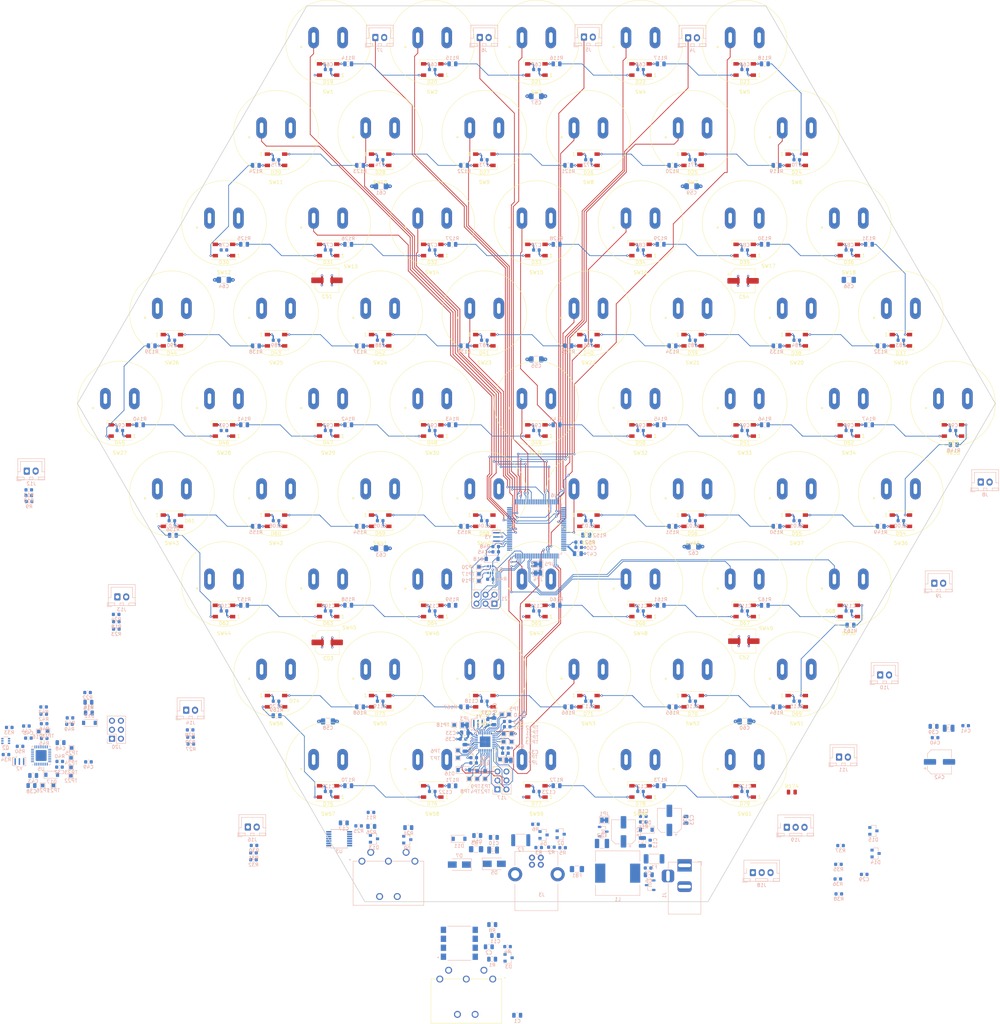
<source format=kicad_pcb>
(kicad_pcb (version 20171130) (host pcbnew "(5.1.6)-1")
  (layers (0 F.Cu signal) (1 In1.Cu signal hide) (2 In2.Cu signal hide) (31 B.Cu signal) (34 B.Paste user hide) (35 F.Paste user hide) (36 B.SilkS user) (37 F.SilkS user) (38 B.Mask user hide) (39 F.Mask user hide) (44 Edge.Cuts user))
  (net 0 "")
  (net 1 softpot-1)
  (net 2 softpot-2)
  (net 3 MIDI-OUT)
  (net 4 MIDI-IN)
  (net 5 AREF)
  (net 6 BREF)
  (net 7 GNDA)
  (net 8 5V_MCU)
  (net 9 5VA_MCU)
  (net 10 GND)
  (net 11 "Net-(C5-Pad1)")
  (net 12 "Net-(C10-Pad1)")
  (net 13 BARREL_DETECT)
  (net 14 "Net-(D2-Pad1)")
  (net 15 "Net-(D2-Pad2)")
  (net 16 D-)
  (net 17 MCU3_RST)
  (net 18 "Net-(F1-Pad2)")
  (net 19 "Net-(J2-Pad3)")
  (net 20 MCU3_MOSI3)
  (net 21 PROG_CTRL_1)
  (net 22 PROG_CTRL_2)
  (net 23 RST_2560)
  (net 24 BTN1b)
  (net 25 BTN2b)
  (net 26 BTN3b)
  (net 27 BTN4b)
  (net 28 "Net-(TP1-Pad1)")
  (net 29 "Net-(TP2-Pad1)")
  (net 30 "Net-(TP4-Pad1)")
  (net 31 "Net-(TP5-Pad1)")
  (net 32 "Net-(TP6-Pad1)")
  (net 33 "Net-(TP7-Pad1)")
  (net 34 "Net-(TP8-Pad1)")
  (net 35 "Net-(TP9-Pad1)")
  (net 36 MCU3_MISO3)
  (net 37 MCU3_SCK3)
  (net 38 MCU1-MCU3_GPIO)
  (net 39 MCU1-MCU3_TX)
  (net 40 5V_USB)
  (net 41 MCU2_RST)
  (net 42 MCU1_RST)
  (net 43 VLED)
  (net 44 D+)
  (net 45 "Net-(D13-Pad2)")
  (net 46 "Net-(D13-Pad1)")
  (net 47 /PCBMountButtons/FIRST_DIN)
  (net 48 "Net-(D35-Pad2)")
  (net 49 "Net-(D36-Pad2)")
  (net 50 /PCBMountButtons/sheet6019597E/DIN)
  (net 51 "Net-(D37-Pad2)")
  (net 52 /PCBMountButtons/sheet61ABE4BE/DIN)
  (net 53 "Net-(D38-Pad2)")
  (net 54 /PCBMountButtons/sheet61AC3886/DIN)
  (net 55 "Net-(D39-Pad2)")
  (net 56 /PCBMountButtons/sheet61AC389A/DIN)
  (net 57 "Net-(D40-Pad2)")
  (net 58 /PCBMountButtons/sheet61ACB861/DIN)
  (net 59 "Net-(D41-Pad2)")
  (net 60 /PCBMountButtons/sheet61ACB876/DIN)
  (net 61 "Net-(D42-Pad2)")
  (net 62 /PCBMountButtons/sheet61ACB899/DIN)
  (net 63 "Net-(D43-Pad2)")
  (net 64 /PCBMountButtons/sheet61AD1E3C/DIN)
  (net 65 "Net-(D44-Pad2)")
  (net 66 /PCBMountButtons/sheet61AD1E5E/DIN)
  (net 67 "Net-(D45-Pad2)")
  (net 68 /PCBMountButtons/sheet61AD1E64/DIN)
  (net 69 "Net-(D46-Pad2)")
  (net 70 /PCBMountButtons/sheet61AD1E79/DIN)
  (net 71 "Net-(D47-Pad2)")
  (net 72 /PCBMountButtons/sheet5FFC6464/DIN)
  (net 73 "Net-(D48-Pad2)")
  (net 74 /PCBMountButtons/sheet5FFC646C/DIN)
  (net 75 "Net-(D49-Pad2)")
  (net 76 /PCBMountButtons/sheet5FFC6480/DIN)
  (net 77 "Net-(D50-Pad2)")
  (net 78 /PCBMountButtons/sheet5FFC6494/DIN)
  (net 79 "Net-(D51-Pad2)")
  (net 80 /PCBMountButtons/sheet5FFC64B5/DIN)
  (net 81 "Net-(D52-Pad2)")
  (net 82 /PCBMountButtons/sheet5FFC64BB/DIN)
  (net 83 "Net-(D53-Pad2)")
  (net 84 /PCBMountButtons/sheet5FFC64CF/DIN)
  (net 85 "Net-(D54-Pad2)")
  (net 86 /PCBMountButtons/sheet5FFC64F0/DIN)
  (net 87 "Net-(D55-Pad2)")
  (net 88 /PCBMountButtons/sheet5FFC64F7/DIN)
  (net 89 "Net-(D56-Pad2)")
  (net 90 /PCBMountButtons/sheet5FFC6517/DIN)
  (net 91 "Net-(D57-Pad2)")
  (net 92 /PCBMountButtons/sheet5FFC651D/DIN)
  (net 93 "Net-(D58-Pad2)")
  (net 94 /PCBMountButtons/sheet5FFC6531/DIN)
  (net 95 "Net-(D59-Pad2)")
  (net 96 /PCBMountButtons/sheet5FFD985B/DIN)
  (net 97 "Net-(D60-Pad2)")
  (net 98 /PCBMountButtons/sheet5FFD9863/DIN)
  (net 99 "Net-(D61-Pad2)")
  (net 100 /PCBMountButtons/sheet5FFD9877/DIN)
  (net 101 "Net-(D62-Pad2)")
  (net 102 /PCBMountButtons/sheet5FFD988B/DIN)
  (net 103 "Net-(D63-Pad2)")
  (net 104 /PCBMountButtons/sheet5FFD98AC/DIN)
  (net 105 "Net-(D64-Pad2)")
  (net 106 /PCBMountButtons/sheet5FFD98B2/DIN)
  (net 107 "Net-(D65-Pad2)")
  (net 108 /PCBMountButtons/sheet5FFD98C6/DIN)
  (net 109 "Net-(D66-Pad2)")
  (net 110 /PCBMountButtons/sheet5FFD98E7/DIN)
  (net 111 "Net-(D67-Pad2)")
  (net 112 /PCBMountButtons/sheet5FFD98EE/DIN)
  (net 113 "Net-(D68-Pad2)")
  (net 114 /PCBMountButtons/sheet5FFD990E/DIN)
  (net 115 "Net-(D69-Pad2)")
  (net 116 /PCBMountButtons/sheet5FFD9914/DIN)
  (net 117 "Net-(D70-Pad2)")
  (net 118 /PCBMountButtons/sheet5FFD9928/DIN)
  (net 119 "Net-(D71-Pad2)")
  (net 120 /PCBMountButtons/sheet5FFFA930/DIN)
  (net 121 "Net-(D72-Pad2)")
  (net 122 /PCBMountButtons/sheet5FFFA938/DIN)
  (net 123 "Net-(D73-Pad2)")
  (net 124 /PCBMountButtons/sheet5FFFA94C/DIN)
  (net 125 "Net-(D74-Pad2)")
  (net 126 /PCBMountButtons/sheet5FFFA960/DIN)
  (net 127 "Net-(D75-Pad2)")
  (net 128 /PCBMountButtons/sheet5FFFA981/DIN)
  (net 129 "Net-(D76-Pad2)")
  (net 130 /PCBMountButtons/sheet5FFFA987/DIN)
  (net 131 "Net-(D77-Pad2)")
  (net 132 /PCBMountButtons/sheet5FFFA99B/DIN)
  (net 133 "Net-(D78-Pad2)")
  (net 134 /PCBMountButtons/sheet5FFFA9BC/DIN)
  (net 135 "Net-(D79-Pad2)")
  (net 136 /PCBMountButtons/sheet5FFFA9C3/DIN)
  (net 137 /PCBMountButtons/sheet5FFFA9E3/DIN)
  (net 138 /PCBMountButtons/sheet5FFFA9E9/DIN)
  (net 139 /PCBMountButtons/sheet5FFFA9FD/DIN)
  (net 140 /PCBMountButtons/sheet6001C156/DIN)
  (net 141 /PCBMountButtons/sheet6001C15E/DIN)
  (net 142 /PCBMountButtons/sheet6001C172/DIN)
  (net 143 /PCBMountButtons/sheet6001C186/DIN)
  (net 144 /PCBMountButtons/sheet6001C1A7/DIN)
  (net 145 /PCBMountButtons/sheet6001C1AD/DIN)
  (net 146 /PCBMountButtons/sheet6001C1C1/DIN)
  (net 147 /PCBMountButtons/sheet6001C1E2/DIN)
  (net 148 /PCBMountButtons/sheet6001C1E9/DIN)
  (net 149 "Net-(F2-Pad2)")
  (net 150 "Net-(FB1-Pad2)")
  (net 151 "Net-(FB2-Pad2)")
  (net 152 "Net-(FB3-Pad1)")
  (net 153 MCU2_MOSI2)
  (net 154 MCU2_SCK2)
  (net 155 MCU2_MISO2)
  (net 156 MCU_MOSI)
  (net 157 MCU1_SCK)
  (net 158 MCU1_MISO)
  (net 159 BTNX-1)
  (net 160 BTNX-2)
  (net 161 BTNX-3)
  (net 162 BTNX-7)
  (net 163 BTNX-8)
  (net 164 BTNX-4)
  (net 165 BTNX-5)
  (net 166 BTNX-6)
  (net 167 "Net-(JP4-Pad2)")
  (net 168 MCU3_LED_CTRL)
  (net 169 MCU2_LED_CTRL)
  (net 170 M8RXD)
  (net 171 M8TXD)
  (net 172 BTN1a)
  (net 173 BTN2a)
  (net 174 BTN3a)
  (net 175 "Net-(R51-Pad2)")
  (net 176 BTN4a)
  (net 177 BTN5)
  (net 178 BTN6)
  (net 179 BTN7)
  (net 180 BTN8)
  (net 181 BTN9)
  (net 182 BTN10)
  (net 183 BTN11)
  (net 184 BTN12)
  (net 185 BTN13)
  (net 186 BTN14)
  (net 187 BTN15)
  (net 188 BTN16)
  (net 189 BTN17)
  (net 190 BTN18)
  (net 191 BTN19)
  (net 192 BTN20)
  (net 193 BTN21)
  (net 194 BTN22)
  (net 195 BTN23)
  (net 196 BTN24)
  (net 197 BTN25)
  (net 198 BTN26)
  (net 199 BTN27)
  (net 200 BTN28)
  (net 201 BTN29)
  (net 202 BTN30)
  (net 203 BTN31)
  (net 204 BTN32)
  (net 205 BTN33)
  (net 206 BTN34)
  (net 207 BTN35)
  (net 208 BTN36)
  (net 209 BTN37)
  (net 210 BTN38)
  (net 211 BTN39)
  (net 212 BTN40)
  (net 213 BTN41)
  (net 214 BTN42)
  (net 215 BTN43)
  (net 216 BTN44)
  (net 217 BTN45)
  (net 218 BTN46)
  (net 219 BTN47)
  (net 220 BTN48)
  (net 221 BTN49)
  (net 222 BTN50)
  (net 223 BTN51)
  (net 224 BTN52)
  (net 225 BTN53)
  (net 226 BTN54)
  (net 227 BTN55)
  (net 228 BTN56)
  (net 229 BTN57)
  (net 230 BTN58)
  (net 231 BTN59)
  (net 232 BTN60)
  (net 233 BTN61)
  (net 234 "Net-(TP10-Pad1)")
  (net 235 "Net-(TP11-Pad1)")
  (net 236 "Net-(TP12-Pad1)")
  (net 237 "Net-(TP13-Pad1)")
  (net 238 "Net-(TP14-Pad1)")
  (net 239 "Net-(TP15-Pad1)")
  (net 240 "Net-(TP16-Pad1)")
  (net 241 "Net-(TP21-Pad1)")
  (net 242 "Net-(TP22-Pad1)")
  (net 243 "Net-(TP23-Pad1)")
  (net 244 "Net-(U4-Pad2)")
  (net 245 "Net-(U5-Pad2)")
  (net 246 "Net-(U5-Pad1)")
  (net 247 "Net-(U6-Pad34)")
  (net 248 "Net-(U6-Pad33)")
  (net 249 "Net-(C1-Pad1)")
  (net 250 "Net-(C2-Pad1)")
  (net 251 "Net-(C31-Pad1)")
  (net 252 "Net-(C34-Pad2)")
  (net 253 "Net-(C34-Pad1)")
  (net 254 "Net-(C38-Pad1)")
  (net 255 "Net-(C46-Pad1)")
  (net 256 "Net-(C50-Pad1)")
  (net 257 "Net-(D3-Pad3)")
  (net 258 "Net-(D3-Pad2)")
  (net 259 "Net-(D3-Pad1)")
  (net 260 "Net-(D9-Pad2)")
  (net 261 "Net-(D9-Pad1)")
  (net 262 "Net-(D10-Pad2)")
  (net 263 "Net-(D19-Pad2)")
  (net 264 "Net-(D20-Pad2)")
  (net 265 "Net-(D21-Pad2)")
  (net 266 "Net-(D22-Pad2)")
  (net 267 "Net-(D23-Pad2)")
  (net 268 "Net-(D24-Pad2)")
  (net 269 "Net-(D25-Pad2)")
  (net 270 "Net-(D26-Pad2)")
  (net 271 "Net-(D27-Pad2)")
  (net 272 "Net-(D28-Pad2)")
  (net 273 "Net-(D29-Pad2)")
  (net 274 "Net-(D30-Pad2)")
  (net 275 "Net-(D31-Pad2)")
  (net 276 "Net-(D32-Pad2)")
  (net 277 "Net-(D33-Pad2)")
  (net 278 "Net-(D34-Pad2)")
  (net 279 "Net-(J2-Pad1)")
  (net 280 "Net-(J2-Pad4)")
  (net 281 "Net-(J3-Pad3)")
  (net 282 "Net-(J3-Pad2)")
  (net 283 "Net-(J16-Pad1)")
  (net 284 "Net-(JP3-Pad2)")
  (net 285 "Net-(Q3-Pad6)")
  (net 286 "Net-(Q3-Pad2)")
  (net 287 "Net-(Q3-Pad1)")
  (net 288 "Net-(R8-Pad1)")
  (net 289 "Net-(R11-Pad2)")
  (net 290 "Net-(R43-Pad2)")
  (net 291 "Net-(R45-Pad1)")
  (net 292 "Net-(R49-Pad2)")
  (net 293 "Net-(R53-Pad2)")
  (net 294 "Net-(TP3-Pad1)")
  (net 295 "Net-(TP24-Pad1)")
  (net 296 "Net-(TP25-Pad1)")
  (net 297 "Net-(TP26-Pad1)")
  (net 298 "Net-(U1-Pad1)")
  (net 299 "Net-(U3-Pad12)")
  (net 300 "Net-(U3-Pad10)")
  (net 301 "Net-(U3-Pad6)")
  (net 302 "Net-(U3-Pad2)")
  (net 303 "Net-(U4-Pad1)")
  (net 304 /PCBMountButtons/sheet6112CF44/DIN)
  (net 305 /PCBMountButtons/sheet61155765/DIN)
  (net 306 /PCBMountButtons/sheet611F5592/DIN)
  (net 307 /PCBMountButtons/sheet6120995A/DIN)
  (net 308 /PCBMountButtons/sheet6120995A/DOUT)
  (net 309 BTN62)
  (net 310 BTN63)
  (net 311 BTN64)
  (net 312 BTN65)
  (net 313 "Net-(J12-Pad1)")
  (net 314 "Net-(J13-Pad1)")
  (net 315 "Net-(J14-Pad1)")
  (net 316 "Net-(J15-Pad3)")
  (net 317 "Net-(J15-Pad1)")
  (net 318 5V_WALL)
  (module Resistor_SMD:R_0805_2012Metric (layer F.Cu) (at 72.3485 109.9845)
    (fp_text reference R174 (at 0 -1.65) (layer F.SilkS))
    (fp_text value 210R)
    (pad 2 smd roundrect (at 0.9375 0) (size 0.975 1.4) (layers F.Cu F.Paste F.Mask) (net 135 "Net-(D79-Pad2)"))
    (pad 1 smd roundrect (at -0.9375 0) (size 0.975 1.4) (layers F.Cu F.Paste F.Mask) (net 308 /PCBMountButtons/sheet6120995A/DOUT))
  )
  (module rainboard_fp:Sanwa-OBSF24-v2 (layer F.Cu) (at -29.4968 109.8)
    (fp_text reference SW58 (at 0 6.35) (layer F.SilkS))
    (fp_text value SANWA-OBSF24)
    (pad 1 thru_hole oval (at -4.1 -9.02) (size 3 6) (drill oval 1 3) (layers *.Cu *.Mask) (net 309 BTN62))
    (pad 2 thru_hole oval (at 4.1 -9.02) (size 3 6) (drill oval 1 3) (layers *.Cu *.Mask) (net 10 GND))
  )
  (module rainboard_fp:Sanwa-OBSF24-v2 (layer F.Cu) (at 0 109.8)
    (fp_text reference SW59 (at 0 6.35) (layer F.SilkS))
    (fp_text value SANWA-OBSF24)
    (pad 1 thru_hole oval (at -4.1 -9.02) (size 3 6) (drill oval 1 3) (layers *.Cu *.Mask) (net 310 BTN63))
    (pad 2 thru_hole oval (at 4.1 -9.02) (size 3 6) (drill oval 1 3) (layers *.Cu *.Mask) (net 10 GND))
  )
  (module rainboard_fp:Sanwa-OBSF24-v2 (layer F.Cu) (at 29.4968 109.8)
    (fp_text reference SW60 (at 0 6.35) (layer F.SilkS))
    (fp_text value SANWA-OBSF24)
    (pad 1 thru_hole oval (at -4.1 -9.02) (size 3 6) (drill oval 1 3) (layers *.Cu *.Mask) (net 311 BTN64))
    (pad 2 thru_hole oval (at 4.1 -9.02) (size 3 6) (drill oval 1 3) (layers *.Cu *.Mask) (net 10 GND))
  )
  (module rainboard_fp:Sanwa-OBSF24-v2 (layer F.Cu) (at 58.9937 109.8)
    (fp_text reference SW61 (at 0 6.35) (layer F.SilkS))
    (fp_text value SANWA-OBSF24)
    (pad 1 thru_hole oval (at -4.1 -9.02) (size 3 6) (drill oval 1 3) (layers *.Cu *.Mask) (net 312 BTN65))
    (pad 2 thru_hole oval (at 4.1 -9.02) (size 3 6) (drill oval 1 3) (layers *.Cu *.Mask) (net 10 GND))
  )
  (module rainboard_fp:Sanwa-OBSF24-v2 (layer F.Cu) (at -44.2452 84.255)
    (fp_text reference SW55 (at 0 6.35) (layer F.SilkS))
    (fp_text value SANWA-OBSF24)
    (pad 1 thru_hole oval (at -4.1 -9.02) (size 3 6) (drill oval 1 3) (layers *.Cu *.Mask) (net 231 BTN59))
    (pad 2 thru_hole oval (at 4.1 -9.02) (size 3 6) (drill oval 1 3) (layers *.Cu *.Mask) (net 10 GND))
  )
  (module rainboard_fp:Sanwa-OBSF24-v2 (layer F.Cu) (at 29.4968 -43.47)
    (fp_text reference SW16 (at 0 6.35) (layer F.SilkS))
    (fp_text value SANWA-OBSF24)
    (pad 1 thru_hole oval (at -4.1 -9.02) (size 3 6) (drill oval 1 3) (layers *.Cu *.Mask) (net 192 BTN20))
    (pad 2 thru_hole oval (at 4.1 -9.02) (size 3 6) (drill oval 1 3) (layers *.Cu *.Mask) (net 10 GND))
  )
  (module rainboard_fp:Sanwa-OBSF24-v2 (layer F.Cu) (at 0 -43.47)
    (fp_text reference SW15 (at 0 6.35) (layer F.SilkS))
    (fp_text value SANWA-OBSF24)
    (pad 1 thru_hole oval (at -4.1 -9.02) (size 3 6) (drill oval 1 3) (layers *.Cu *.Mask) (net 191 BTN19))
    (pad 2 thru_hole oval (at 4.1 -9.02) (size 3 6) (drill oval 1 3) (layers *.Cu *.Mask) (net 10 GND))
  )
  (module rainboard_fp:Sanwa-OBSF24-v2 (layer F.Cu) (at -29.4968 -43.47)
    (fp_text reference SW14 (at 0 6.35) (layer F.SilkS))
    (fp_text value SANWA-OBSF24)
    (pad 1 thru_hole oval (at -4.1 -9.02) (size 3 6) (drill oval 1 3) (layers *.Cu *.Mask) (net 190 BTN18))
    (pad 2 thru_hole oval (at 4.1 -9.02) (size 3 6) (drill oval 1 3) (layers *.Cu *.Mask) (net 10 GND))
  )
  (module rainboard_fp:Sanwa-OBSF24-v2 (layer F.Cu) (at -58.9937 -43.47)
    (fp_text reference SW13 (at 6.4172 4.6545) (layer F.SilkS))
    (fp_text value SANWA-OBSF24)
    (pad 1 thru_hole oval (at -4.1 -9.02) (size 3 6) (drill oval 1 3) (layers *.Cu *.Mask) (net 189 BTN17))
    (pad 2 thru_hole oval (at 4.1 -9.02) (size 3 6) (drill oval 1 3) (layers *.Cu *.Mask) (net 10 GND))
  )
  (module rainboard_fp:Sanwa-OBSF24-v2 (layer F.Cu) (at -88.4905 -43.47)
    (fp_text reference SW12 (at 0 6.35) (layer F.SilkS))
    (fp_text value SANWA-OBSF24)
    (pad 1 thru_hole oval (at -4.1 -9.02) (size 3 6) (drill oval 1 3) (layers *.Cu *.Mask) (net 188 BTN16))
    (pad 2 thru_hole oval (at 4.1 -9.02) (size 3 6) (drill oval 1 3) (layers *.Cu *.Mask) (net 10 GND))
  )
  (module rainboard_fp:Sanwa-OBSF24-v2 (layer F.Cu) (at 73.7421 -69.015)
    (fp_text reference SW6 (at 0 6.35) (layer F.SilkS))
    (fp_text value SANWA-OBSF24)
    (pad 1 thru_hole oval (at -4.1 -9.02) (size 3 6) (drill oval 1 3) (layers *.Cu *.Mask) (net 182 BTN10))
    (pad 2 thru_hole oval (at 4.1 -9.02) (size 3 6) (drill oval 1 3) (layers *.Cu *.Mask) (net 10 GND))
  )
  (module rainboard_fp:Sanwa-OBSF24-v2 (layer F.Cu) (at 44.2452 -69.015)
    (fp_text reference SW7 (at 0 6.35) (layer F.SilkS))
    (fp_text value SANWA-OBSF24)
    (pad 1 thru_hole oval (at -4.1 -9.02) (size 3 6) (drill oval 1 3) (layers *.Cu *.Mask) (net 183 BTN11))
    (pad 2 thru_hole oval (at 4.1 -9.02) (size 3 6) (drill oval 1 3) (layers *.Cu *.Mask) (net 10 GND))
  )
  (module rainboard_fp:Sanwa-OBSF24-v2 (layer F.Cu) (at 14.7484 -69.015)
    (fp_text reference SW8 (at 0 6.35) (layer F.SilkS))
    (fp_text value SANWA-OBSF24)
    (pad 1 thru_hole oval (at -4.1 -9.02) (size 3 6) (drill oval 1 3) (layers *.Cu *.Mask) (net 184 BTN12))
    (pad 2 thru_hole oval (at 4.1 -9.02) (size 3 6) (drill oval 1 3) (layers *.Cu *.Mask) (net 10 GND))
  )
  (module rainboard_fp:Sanwa-OBSF24-v2 (layer F.Cu) (at -14.7484 -69.015)
    (fp_text reference SW9 (at 0 6.35) (layer F.SilkS))
    (fp_text value SANWA-OBSF24)
    (pad 1 thru_hole oval (at -4.1 -9.02) (size 3 6) (drill oval 1 3) (layers *.Cu *.Mask) (net 185 BTN13))
    (pad 2 thru_hole oval (at 4.1 -9.02) (size 3 6) (drill oval 1 3) (layers *.Cu *.Mask) (net 10 GND))
  )
  (module rainboard_fp:Sanwa-OBSF24-v2 (layer F.Cu) (at -44.2452 -69.015)
    (fp_text reference SW10 (at 0 6.35) (layer F.SilkS))
    (fp_text value SANWA-OBSF24)
    (pad 1 thru_hole oval (at -4.1 -9.02) (size 3 6) (drill oval 1 3) (layers *.Cu *.Mask) (net 186 BTN14))
    (pad 2 thru_hole oval (at 4.1 -9.02) (size 3 6) (drill oval 1 3) (layers *.Cu *.Mask) (net 10 GND))
  )
  (module rainboard_fp:Sanwa-OBSF24-v2 (layer F.Cu) (at -73.7421 -69.015)
    (fp_text reference SW11 (at 0 6.35) (layer F.SilkS))
    (fp_text value SANWA-OBSF24)
    (pad 1 thru_hole oval (at -4.1 -9.02) (size 3 6) (drill oval 1 3) (layers *.Cu *.Mask) (net 187 BTN15))
    (pad 2 thru_hole oval (at 4.1 -9.02) (size 3 6) (drill oval 1 3) (layers *.Cu *.Mask) (net 10 GND))
  )
  (module rainboard_fp:Sanwa-OBSF24-v2 (layer F.Cu) (at 58.9937 -94.56)
    (fp_text reference SW5 (at 0 6.35) (layer F.SilkS))
    (fp_text value SANWA-OBSF24)
    (pad 1 thru_hole oval (at -4.1 -9.02) (size 3 6) (drill oval 1 3) (layers *.Cu *.Mask) (net 181 BTN9))
    (pad 2 thru_hole oval (at 4.1 -9.02) (size 3 6) (drill oval 1 3) (layers *.Cu *.Mask) (net 10 GND))
  )
  (module rainboard_fp:Sanwa-OBSF24-v2 (layer F.Cu) (at -58.9937 109.8)
    (fp_text reference SW57 (at 0 6.35) (layer F.SilkS))
    (fp_text value SANWA-OBSF24)
    (pad 1 thru_hole oval (at -4.1 -9.02) (size 3 6) (drill oval 1 3) (layers *.Cu *.Mask) (net 233 BTN61))
    (pad 2 thru_hole oval (at 4.1 -9.02) (size 3 6) (drill oval 1 3) (layers *.Cu *.Mask) (net 10 GND))
  )
  (module rainboard_fp:Sanwa-OBSF24-v2 (layer F.Cu) (at 73.7421 84.255)
    (fp_text reference SW51 (at 0 6.35) (layer F.SilkS))
    (fp_text value SANWA-OBSF24)
    (pad 1 thru_hole oval (at -4.1 -9.02) (size 3 6) (drill oval 1 3) (layers *.Cu *.Mask) (net 227 BTN55))
    (pad 2 thru_hole oval (at 4.1 -9.02) (size 3 6) (drill oval 1 3) (layers *.Cu *.Mask) (net 10 GND))
  )
  (module rainboard_fp:Sanwa-OBSF24-v2 (layer F.Cu) (at 44.2735 84.255)
    (fp_text reference SW52 (at 0 6.35) (layer F.SilkS))
    (fp_text value SANWA-OBSF24)
    (pad 1 thru_hole oval (at -4.1 -9.02) (size 3 6) (drill oval 1 3) (layers *.Cu *.Mask) (net 228 BTN56))
    (pad 2 thru_hole oval (at 4.1 -9.02) (size 3 6) (drill oval 1 3) (layers *.Cu *.Mask) (net 10 GND))
  )
  (module rainboard_fp:Sanwa-OBSF24-v2 (layer F.Cu) (at 14.7484 84.255)
    (fp_text reference SW53 (at 0 6.35) (layer F.SilkS))
    (fp_text value SANWA-OBSF24)
    (pad 1 thru_hole oval (at -4.1 -9.02) (size 3 6) (drill oval 1 3) (layers *.Cu *.Mask) (net 229 BTN57))
    (pad 2 thru_hole oval (at 4.1 -9.02) (size 3 6) (drill oval 1 3) (layers *.Cu *.Mask) (net 10 GND))
  )
  (module rainboard_fp:Sanwa-OBSF24-v2 (layer F.Cu) (at -14.7484 84.255)
    (fp_text reference SW54 (at 0 6.35) (layer F.SilkS))
    (fp_text value SANWA-OBSF24)
    (pad 1 thru_hole oval (at -4.1 -9.02) (size 3 6) (drill oval 1 3) (layers *.Cu *.Mask) (net 230 BTN58))
    (pad 2 thru_hole oval (at 4.1 -9.02) (size 3 6) (drill oval 1 3) (layers *.Cu *.Mask) (net 10 GND))
  )
  (module rainboard_fp:Sanwa-OBSF24-v2 (layer F.Cu) (at -73.7421 84.255)
    (fp_text reference SW56 (at 0 6.35) (layer F.SilkS))
    (fp_text value SANWA-OBSF24)
    (pad 1 thru_hole oval (at -4.1 -9.02) (size 3 6) (drill oval 1 3) (layers *.Cu *.Mask) (net 232 BTN60))
    (pad 2 thru_hole oval (at 4.1 -9.02) (size 3 6) (drill oval 1 3) (layers *.Cu *.Mask) (net 10 GND))
  )
  (module rainboard_fp:Sanwa-OBSF24-v2 (layer F.Cu) (at 88.4905 58.71)
    (fp_text reference SW50 (at 0 6.35) (layer F.SilkS))
    (fp_text value SANWA-OBSF24)
    (pad 1 thru_hole oval (at -4.1 -9.02) (size 3 6) (drill oval 1 3) (layers *.Cu *.Mask) (net 226 BTN54))
    (pad 2 thru_hole oval (at 4.1 -9.02) (size 3 6) (drill oval 1 3) (layers *.Cu *.Mask) (net 10 GND))
  )
  (module rainboard_fp:Sanwa-OBSF24-v2 (layer F.Cu) (at 58.9937 58.71)
    (fp_text reference SW49 (at 6.0298 4.9245) (layer F.SilkS))
    (fp_text value SANWA-OBSF24)
    (pad 1 thru_hole oval (at -4.1 -9.02) (size 3 6) (drill oval 1 3) (layers *.Cu *.Mask) (net 225 BTN53))
    (pad 2 thru_hole oval (at 4.1 -9.02) (size 3 6) (drill oval 1 3) (layers *.Cu *.Mask) (net 10 GND))
  )
  (module rainboard_fp:Sanwa-OBSF24-v2 (layer F.Cu) (at 29.4968 58.71)
    (fp_text reference SW48 (at 0 6.35) (layer F.SilkS))
    (fp_text value SANWA-OBSF24)
    (pad 1 thru_hole oval (at -4.1 -9.02) (size 3 6) (drill oval 1 3) (layers *.Cu *.Mask) (net 224 BTN52))
    (pad 2 thru_hole oval (at 4.1 -9.02) (size 3 6) (drill oval 1 3) (layers *.Cu *.Mask) (net 10 GND))
  )
  (module rainboard_fp:Sanwa-OBSF24-v2 (layer F.Cu) (at 0 58.71)
    (fp_text reference SW47 (at 0 6.35) (layer F.SilkS))
    (fp_text value SANWA-OBSF24)
    (pad 1 thru_hole oval (at -4.1 -9.02) (size 3 6) (drill oval 1 3) (layers *.Cu *.Mask) (net 223 BTN51))
    (pad 2 thru_hole oval (at 4.1 -9.02) (size 3 6) (drill oval 1 3) (layers *.Cu *.Mask) (net 10 GND))
  )
  (module rainboard_fp:Sanwa-OBSF24-v2 (layer F.Cu) (at -29.4968 58.71)
    (fp_text reference SW46 (at 0 6.35) (layer F.SilkS))
    (fp_text value SANWA-OBSF24)
    (pad 1 thru_hole oval (at -4.1 -9.02) (size 3 6) (drill oval 1 3) (layers *.Cu *.Mask) (net 222 BTN50))
    (pad 2 thru_hole oval (at 4.1 -9.02) (size 3 6) (drill oval 1 3) (layers *.Cu *.Mask) (net 10 GND))
  )
  (module rainboard_fp:Sanwa-OBSF24-v2 (layer F.Cu) (at -58.9937 58.71)
    (fp_text reference SW45 (at 6.0172 4.7245) (layer F.SilkS))
    (fp_text value SANWA-OBSF24)
    (pad 1 thru_hole oval (at -4.1 -9.02) (size 3 6) (drill oval 1 3) (layers *.Cu *.Mask) (net 221 BTN49))
    (pad 2 thru_hole oval (at 4.1 -9.02) (size 3 6) (drill oval 1 3) (layers *.Cu *.Mask) (net 10 GND))
  )
  (module rainboard_fp:Sanwa-OBSF24-v2 (layer F.Cu) (at -88.4905 58.71)
    (fp_text reference SW44 (at 0 6.35) (layer F.SilkS))
    (fp_text value SANWA-OBSF24)
    (pad 1 thru_hole oval (at -4.1 -9.02) (size 3 6) (drill oval 1 3) (layers *.Cu *.Mask) (net 220 BTN48))
    (pad 2 thru_hole oval (at 4.1 -9.02) (size 3 6) (drill oval 1 3) (layers *.Cu *.Mask) (net 10 GND))
  )
  (module rainboard_fp:Sanwa-OBSF24-v2 (layer F.Cu) (at 103.239 33.165)
    (fp_text reference SW36 (at 0 6.35) (layer F.SilkS))
    (fp_text value SANWA-OBSF24)
    (pad 1 thru_hole oval (at -4.1 -9.02) (size 3 6) (drill oval 1 3) (layers *.Cu *.Mask) (net 212 BTN40))
    (pad 2 thru_hole oval (at 4.1 -9.02) (size 3 6) (drill oval 1 3) (layers *.Cu *.Mask) (net 10 GND))
  )
  (module rainboard_fp:Sanwa-OBSF24-v2 (layer F.Cu) (at 73.7421 33.165)
    (fp_text reference SW37 (at 0 6.35) (layer F.SilkS))
    (fp_text value SANWA-OBSF24)
    (pad 1 thru_hole oval (at -4.1 -9.02) (size 3 6) (drill oval 1 3) (layers *.Cu *.Mask) (net 213 BTN41))
    (pad 2 thru_hole oval (at 4.1 -9.02) (size 3 6) (drill oval 1 3) (layers *.Cu *.Mask) (net 10 GND))
  )
  (module rainboard_fp:Sanwa-OBSF24-v2 (layer F.Cu) (at 44.2452 33.165)
    (fp_text reference SW38 (at 0 6.35) (layer F.SilkS))
    (fp_text value SANWA-OBSF24)
    (pad 1 thru_hole oval (at -4.1 -9.02) (size 3 6) (drill oval 1 3) (layers *.Cu *.Mask) (net 214 BTN42))
    (pad 2 thru_hole oval (at 4.1 -9.02) (size 3 6) (drill oval 1 3) (layers *.Cu *.Mask) (net 10 GND))
  )
  (module rainboard_fp:Sanwa-OBSF24-v2 (layer F.Cu) (at 14.7484 33.165)
    (fp_text reference SW39 (at 0 6.35) (layer F.SilkS))
    (fp_text value SANWA-OBSF24)
    (pad 1 thru_hole oval (at -4.1 -9.02) (size 3 6) (drill oval 1 3) (layers *.Cu *.Mask) (net 215 BTN43))
    (pad 2 thru_hole oval (at 4.1 -9.02) (size 3 6) (drill oval 1 3) (layers *.Cu *.Mask) (net 10 GND))
  )
  (module rainboard_fp:Sanwa-OBSF24-v2 (layer F.Cu) (at -14.7484 33.165)
    (fp_text reference SW40 (at 0 6.35) (layer F.SilkS))
    (fp_text value SANWA-OBSF24)
    (pad 1 thru_hole oval (at -4.1 -9.02) (size 3 6) (drill oval 1 3) (layers *.Cu *.Mask) (net 216 BTN44))
    (pad 2 thru_hole oval (at 4.1 -9.02) (size 3 6) (drill oval 1 3) (layers *.Cu *.Mask) (net 10 GND))
  )
  (module rainboard_fp:Sanwa-OBSF24-v2 (layer F.Cu) (at -44.2452 33.165)
    (fp_text reference SW41 (at 0 6.35) (layer F.SilkS))
    (fp_text value SANWA-OBSF24)
    (pad 1 thru_hole oval (at -4.1 -9.02) (size 3 6) (drill oval 1 3) (layers *.Cu *.Mask) (net 217 BTN45))
    (pad 2 thru_hole oval (at 4.1 -9.02) (size 3 6) (drill oval 1 3) (layers *.Cu *.Mask) (net 10 GND))
  )
  (module rainboard_fp:Sanwa-OBSF24-v2 (layer F.Cu) (at -73.7421 33.165)
    (fp_text reference SW42 (at 0 6.35) (layer F.SilkS))
    (fp_text value SANWA-OBSF24)
    (pad 1 thru_hole oval (at -4.1 -9.02) (size 3 6) (drill oval 1 3) (layers *.Cu *.Mask) (net 218 BTN46))
    (pad 2 thru_hole oval (at 4.1 -9.02) (size 3 6) (drill oval 1 3) (layers *.Cu *.Mask) (net 10 GND))
  )
  (module rainboard_fp:Sanwa-OBSF24-v2 (layer F.Cu) (at -103.239 33.165)
    (fp_text reference SW43 (at 0 6.35) (layer F.SilkS))
    (fp_text value SANWA-OBSF24)
    (pad 1 thru_hole oval (at -4.1 -9.02) (size 3 6) (drill oval 1 3) (layers *.Cu *.Mask) (net 219 BTN47))
    (pad 2 thru_hole oval (at 4.1 -9.02) (size 3 6) (drill oval 1 3) (layers *.Cu *.Mask) (net 10 GND))
  )
  (module rainboard_fp:Sanwa-OBSF24-v2 (layer F.Cu) (at 117.987 7.62)
    (fp_text reference SW35 (at 0 6.35) (layer F.SilkS))
    (fp_text value SANWA-OBSF24)
    (pad 1 thru_hole oval (at -4.1 -9.02) (size 3 6) (drill oval 1 3) (layers *.Cu *.Mask) (net 211 BTN39))
    (pad 2 thru_hole oval (at 4.1 -9.02) (size 3 6) (drill oval 1 3) (layers *.Cu *.Mask) (net 10 GND))
  )
  (module rainboard_fp:Sanwa-OBSF24-v2 (layer F.Cu) (at 88.4905 7.62)
    (fp_text reference SW34 (at 0 6.35) (layer F.SilkS))
    (fp_text value SANWA-OBSF24)
    (pad 1 thru_hole oval (at -4.1 -9.02) (size 3 6) (drill oval 1 3) (layers *.Cu *.Mask) (net 210 BTN38))
    (pad 2 thru_hole oval (at 4.1 -9.02) (size 3 6) (drill oval 1 3) (layers *.Cu *.Mask) (net 10 GND))
  )
  (module rainboard_fp:Sanwa-OBSF24-v2 (layer F.Cu) (at 58.9937 7.62)
    (fp_text reference SW33 (at 0 6.35) (layer F.SilkS))
    (fp_text value SANWA-OBSF24)
    (pad 1 thru_hole oval (at -4.1 -9.02) (size 3 6) (drill oval 1 3) (layers *.Cu *.Mask) (net 209 BTN37))
    (pad 2 thru_hole oval (at 4.1 -9.02) (size 3 6) (drill oval 1 3) (layers *.Cu *.Mask) (net 10 GND))
  )
  (module rainboard_fp:Sanwa-OBSF24-v2 (layer F.Cu) (at 29.4968 7.62)
    (fp_text reference SW32 (at 0 6.35) (layer F.SilkS))
    (fp_text value SANWA-OBSF24)
    (pad 1 thru_hole oval (at -4.1 -9.02) (size 3 6) (drill oval 1 3) (layers *.Cu *.Mask) (net 208 BTN36))
    (pad 2 thru_hole oval (at 4.1 -9.02) (size 3 6) (drill oval 1 3) (layers *.Cu *.Mask) (net 10 GND))
  )
  (module rainboard_fp:Sanwa-OBSF24-v2 (layer F.Cu) (at 0 7.62)
    (fp_text reference SW31 (at 0 6.35) (layer F.SilkS))
    (fp_text value SANWA-OBSF24)
    (pad 1 thru_hole oval (at -4.1 -9.02) (size 3 6) (drill oval 1 3) (layers *.Cu *.Mask) (net 207 BTN35))
    (pad 2 thru_hole oval (at 4.1 -9.02) (size 3 6) (drill oval 1 3) (layers *.Cu *.Mask) (net 10 GND))
  )
  (module rainboard_fp:Sanwa-OBSF24-v2 (layer F.Cu) (at -29.4968 7.62)
    (fp_text reference SW30 (at 0 6.35) (layer F.SilkS))
    (fp_text value SANWA-OBSF24)
    (pad 1 thru_hole oval (at -4.1 -9.02) (size 3 6) (drill oval 1 3) (layers *.Cu *.Mask) (net 206 BTN34))
    (pad 2 thru_hole oval (at 4.1 -9.02) (size 3 6) (drill oval 1 3) (layers *.Cu *.Mask) (net 10 GND))
  )
  (module rainboard_fp:Sanwa-OBSF24-v2 (layer F.Cu) (at -58.9937 7.62)
    (fp_text reference SW29 (at 0 6.35) (layer F.SilkS))
    (fp_text value SANWA-OBSF24)
    (pad 1 thru_hole oval (at -4.1 -9.02) (size 3 6) (drill oval 1 3) (layers *.Cu *.Mask) (net 205 BTN33))
    (pad 2 thru_hole oval (at 4.1 -9.02) (size 3 6) (drill oval 1 3) (layers *.Cu *.Mask) (net 10 GND))
  )
  (module rainboard_fp:Sanwa-OBSF24-v2 (layer F.Cu) (at -88.4905 7.62)
    (fp_text reference SW28 (at 0 6.35) (layer F.SilkS))
    (fp_text value SANWA-OBSF24)
    (pad 1 thru_hole oval (at -4.1 -9.02) (size 3 6) (drill oval 1 3) (layers *.Cu *.Mask) (net 204 BTN32))
    (pad 2 thru_hole oval (at 4.1 -9.02) (size 3 6) (drill oval 1 3) (layers *.Cu *.Mask) (net 10 GND))
  )
  (module rainboard_fp:Sanwa-OBSF24-v2 (layer F.Cu) (at -117.987 7.62)
    (fp_text reference SW27 (at 0 6.35) (layer F.SilkS))
    (fp_text value SANWA-OBSF24)
    (pad 1 thru_hole oval (at -4.1 -9.02) (size 3 6) (drill oval 1 3) (layers *.Cu *.Mask) (net 203 BTN31))
    (pad 2 thru_hole oval (at 4.1 -9.02) (size 3 6) (drill oval 1 3) (layers *.Cu *.Mask) (net 10 GND))
  )
  (module rainboard_fp:Sanwa-OBSF24-v2 (layer F.Cu) (at 103.239 -17.925)
    (fp_text reference SW19 (at 0 6.35) (layer F.SilkS))
    (fp_text value SANWA-OBSF24)
    (pad 1 thru_hole oval (at -4.1 -9.02) (size 3 6) (drill oval 1 3) (layers *.Cu *.Mask) (net 195 BTN23))
    (pad 2 thru_hole oval (at 4.1 -9.02) (size 3 6) (drill oval 1 3) (layers *.Cu *.Mask) (net 10 GND))
  )
  (module rainboard_fp:Sanwa-OBSF24-v2 (layer F.Cu) (at 73.7421 -17.925)
    (fp_text reference SW20 (at 0 6.35) (layer F.SilkS))
    (fp_text value SANWA-OBSF24)
    (pad 1 thru_hole oval (at -4.1 -9.02) (size 3 6) (drill oval 1 3) (layers *.Cu *.Mask) (net 196 BTN24))
    (pad 2 thru_hole oval (at 4.1 -9.02) (size 3 6) (drill oval 1 3) (layers *.Cu *.Mask) (net 10 GND))
  )
  (module rainboard_fp:Sanwa-OBSF24-v2 (layer F.Cu) (at 44.2452 -17.925)
    (fp_text reference SW21 (at 0 6.35) (layer F.SilkS))
    (fp_text value SANWA-OBSF24)
    (pad 1 thru_hole oval (at -4.1 -9.02) (size 3 6) (drill oval 1 3) (layers *.Cu *.Mask) (net 197 BTN25))
    (pad 2 thru_hole oval (at 4.1 -9.02) (size 3 6) (drill oval 1 3) (layers *.Cu *.Mask) (net 10 GND))
  )
  (module rainboard_fp:Sanwa-OBSF24-v2 (layer F.Cu) (at 14.7484 -17.925)
    (fp_text reference SW22 (at 0 6.35) (layer F.SilkS))
    (fp_text value SANWA-OBSF24)
    (pad 1 thru_hole oval (at -4.1 -9.02) (size 3 6) (drill oval 1 3) (layers *.Cu *.Mask) (net 198 BTN26))
    (pad 2 thru_hole oval (at 4.1 -9.02) (size 3 6) (drill oval 1 3) (layers *.Cu *.Mask) (net 10 GND))
  )
  (module rainboard_fp:Sanwa-OBSF24-v2 (layer F.Cu) (at -14.7484 -17.925)
    (fp_text reference SW23 (at 0 6.35) (layer F.SilkS))
    (fp_text value SANWA-OBSF24)
    (pad 1 thru_hole oval (at -4.1 -9.02) (size 3 6) (drill oval 1 3) (layers *.Cu *.Mask) (net 199 BTN27))
    (pad 2 thru_hole oval (at 4.1 -9.02) (size 3 6) (drill oval 1 3) (layers *.Cu *.Mask) (net 10 GND))
  )
  (module rainboard_fp:Sanwa-OBSF24-v2 (layer F.Cu) (at -44.2452 -17.925)
    (fp_text reference SW24 (at 0 6.35) (layer F.SilkS))
    (fp_text value SANWA-OBSF24)
    (pad 1 thru_hole oval (at -4.1 -9.02) (size 3 6) (drill oval 1 3) (layers *.Cu *.Mask) (net 200 BTN28))
    (pad 2 thru_hole oval (at 4.1 -9.02) (size 3 6) (drill oval 1 3) (layers *.Cu *.Mask) (net 10 GND))
  )
  (module rainboard_fp:Sanwa-OBSF24-v2 (layer F.Cu) (at -73.7421 -17.925)
    (fp_text reference SW25 (at 0 6.35) (layer F.SilkS))
    (fp_text value SANWA-OBSF24)
    (pad 1 thru_hole oval (at -4.1 -9.02) (size 3 6) (drill oval 1 3) (layers *.Cu *.Mask) (net 201 BTN29))
    (pad 2 thru_hole oval (at 4.1 -9.02) (size 3 6) (drill oval 1 3) (layers *.Cu *.Mask) (net 10 GND))
  )
  (module rainboard_fp:Sanwa-OBSF24-v2 (layer F.Cu) (at -103.239 -17.925)
    (fp_text reference SW26 (at 0 6.35) (layer F.SilkS))
    (fp_text value SANWA-OBSF24)
    (pad 1 thru_hole oval (at -4.1 -9.02) (size 3 6) (drill oval 1 3) (layers *.Cu *.Mask) (net 202 BTN30))
    (pad 2 thru_hole oval (at 4.1 -9.02) (size 3 6) (drill oval 1 3) (layers *.Cu *.Mask) (net 10 GND))
  )
  (module rainboard_fp:Sanwa-OBSF24-v2 (layer F.Cu) (at 88.4905 -43.47)
    (fp_text reference SW18 (at 0 6.35) (layer F.SilkS))
    (fp_text value SANWA-OBSF24)
    (pad 1 thru_hole oval (at -4.1 -9.02) (size 3 6) (drill oval 1 3) (layers *.Cu *.Mask) (net 194 BTN22))
    (pad 2 thru_hole oval (at 4.1 -9.02) (size 3 6) (drill oval 1 3) (layers *.Cu *.Mask) (net 10 GND))
  )
  (module rainboard_fp:Sanwa-OBSF24-v2 (layer F.Cu) (at 58.9937 -43.47)
    (fp_text reference SW17 (at 6.7298 4.5045) (layer F.SilkS))
    (fp_text value SANWA-OBSF24)
    (pad 1 thru_hole oval (at -4.1 -9.02) (size 3 6) (drill oval 1 3) (layers *.Cu *.Mask) (net 193 BTN21))
    (pad 2 thru_hole oval (at 4.1 -9.02) (size 3 6) (drill oval 1 3) (layers *.Cu *.Mask) (net 10 GND))
  )
  (module rainboard_fp:Sanwa-OBSF24-v2 (layer F.Cu) (at 29.4968 -94.56)
    (fp_text reference SW4 (at 0 6.35) (layer F.SilkS))
    (fp_text value SANWA-OBSF24)
    (pad 1 thru_hole oval (at -4.1 -9.02) (size 3 6) (drill oval 1 3) (layers *.Cu *.Mask) (net 180 BTN8))
    (pad 2 thru_hole oval (at 4.1 -9.02) (size 3 6) (drill oval 1 3) (layers *.Cu *.Mask) (net 10 GND))
  )
  (module rainboard_fp:Sanwa-OBSF24-v2 (layer F.Cu) (at 0 -94.56)
    (fp_text reference SW3 (at 0 6.35) (layer F.SilkS))
    (fp_text value SANWA-OBSF24)
    (pad 1 thru_hole oval (at -4.1 -9.02) (size 3 6) (drill oval 1 3) (layers *.Cu *.Mask) (net 179 BTN7))
    (pad 2 thru_hole oval (at 4.1 -9.02) (size 3 6) (drill oval 1 3) (layers *.Cu *.Mask) (net 10 GND))
  )
  (module rainboard_fp:Sanwa-OBSF24-v2 (layer F.Cu) (at -29.4968 -94.56)
    (fp_text reference SW2 (at 0 6.35) (layer F.SilkS))
    (fp_text value SANWA-OBSF24)
    (pad 1 thru_hole oval (at -4.1 -9.02) (size 3 6) (drill oval 1 3) (layers *.Cu *.Mask) (net 178 BTN6))
    (pad 2 thru_hole oval (at 4.1 -9.02) (size 3 6) (drill oval 1 3) (layers *.Cu *.Mask) (net 10 GND))
  )
  (module rainboard_fp:Sanwa-OBSF24-v2 (layer F.Cu) (at -58.9937 -94.56)
    (fp_text reference SW1 (at 0 6.35) (layer F.SilkS))
    (fp_text value SANWA-OBSF24)
    (pad 1 thru_hole oval (at -4.1 -9.02) (size 3 6) (drill oval 1 3) (layers *.Cu *.Mask) (net 177 BTN5))
    (pad 2 thru_hole oval (at 4.1 -9.02) (size 3 6) (drill oval 1 3) (layers *.Cu *.Mask) (net 10 GND))
  )
  (module rainboard_fp:SOT23-3 (layer B.Cu) (at 18.9235 121.1845 90)
    (fp_text reference D6 (at 0 0 270) (layer B.SilkS) (effects (font (size 0.75 0.75) (thickness 0.11)) (justify mirror)))
    (fp_text value 6V)
    (pad 3 smd roundrect (at 0 1.005) (size 1.01 0.62) (layers B.Cu B.Paste B.Mask) (roundrect_rratio 0.2581) (net 318 5V_WALL))
    (pad 2 smd roundrect (at 1.35 -1.005) (size 1.01 0.62) (layers B.Cu B.Paste B.Mask) (roundrect_rratio 0.2581) (net 10 GND))
    (pad 1 smd roundrect (at -1.35 -1.005) (size 1.01 0.62) (layers B.Cu B.Paste B.Mask) (roundrect_rratio 0.2581) (net 10 GND))
  )
  (module Capacitor_SMD:CP_Elec_6.3x7.7 (layer F.Cu) (at 58.535 -34.745)
    (fp_text reference C54 (at 0.2885 4.5295) (layer F.SilkS))
    (fp_text value "470uF 10V")
    (pad 2 smd roundrect (at 2.7 0) (size 3.5 1.6) (layers F.Cu F.Paste F.Mask) (roundrect_rratio 0.15625) (net 10 GND))
    (pad 1 smd roundrect (at -2.7 0) (size 3.5 1.6) (layers F.Cu F.Paste F.Mask) (roundrect_rratio 0.15625) (net 43 VLED))
  )
  (module Capacitor_SMD:CP_Elec_6.3x7.7 (layer F.Cu) (at -59.245 67.61)
    (fp_text reference C53 (at 0.3185 4.5245) (layer F.SilkS))
    (fp_text value "470uF 10V")
    (pad 2 smd roundrect (at 2.7 0) (size 3.5 1.6) (layers F.Cu F.Paste F.Mask) (roundrect_rratio 0.15625) (net 10 GND))
    (pad 1 smd roundrect (at -2.7 0) (size 3.5 1.6) (layers F.Cu F.Paste F.Mask) (roundrect_rratio 0.15625) (net 43 VLED))
  )
  (module Capacitor_SMD:CP_Elec_6.3x7.7 (layer F.Cu) (at 58.755 67.26)
    (fp_text reference C52 (at 0.1185 4.5745) (layer F.SilkS))
    (fp_text value "470uF 10V")
    (pad 2 smd roundrect (at 2.7 0) (size 3.5 1.6) (layers F.Cu F.Paste F.Mask) (roundrect_rratio 0.15625) (net 10 GND))
    (pad 1 smd roundrect (at -2.7 0) (size 3.5 1.6) (layers F.Cu F.Paste F.Mask) (roundrect_rratio 0.15625) (net 43 VLED))
  )
  (module Capacitor_SMD:CP_Elec_6.3x7.7 (layer F.Cu) (at -59.325 -34.89)
    (fp_text reference C51 (at 0.0485 4.5745) (layer F.SilkS))
    (fp_text value "470uF 10V")
    (pad 2 smd roundrect (at 2.7 0) (size 3.5 1.6) (layers F.Cu F.Paste F.Mask) (roundrect_rratio 0.15625) (net 10 GND))
    (pad 1 smd roundrect (at -2.7 0) (size 3.5 1.6) (layers F.Cu F.Paste F.Mask) (roundrect_rratio 0.15625) (net 43 VLED))
  )
  (module Capacitor_SMD:CP_Elec_6.3x7.7 (layer B.Cu) (at 114.1735 101.4345)
    (fp_text reference C42 (at 0 4.35) (layer B.SilkS) (effects (justify mirror)))
    (fp_text value "470uF 10V")
    (pad 2 smd roundrect (at 2.7 0) (size 3.5 1.6) (layers B.Cu B.Paste B.Mask) (roundrect_rratio 0.15625) (net 10 GND))
    (pad 1 smd roundrect (at -2.7 0) (size 3.5 1.6) (layers B.Cu B.Paste B.Mask) (roundrect_rratio 0.15625) (net 9 5VA_MCU))
  )
  (module Capacitor_SMD:CP_Elec_6.3x7.7 (layer B.Cu) (at 37.6735 117.9845 90)
    (fp_text reference C19 (at 0 4.35 90) (layer B.SilkS) (effects (justify mirror)))
    (fp_text value "470uF 10V")
    (pad 2 smd roundrect (at 2.7 0 90) (size 3.5 1.6) (layers B.Cu B.Paste B.Mask) (roundrect_rratio 0.15625) (net 10 GND))
    (pad 1 smd roundrect (at -2.7 0 90) (size 3.5 1.6) (layers B.Cu B.Paste B.Mask) (roundrect_rratio 0.15625) (net 8 5V_MCU))
  )
  (module Capacitor_SMD:CP_Elec_6.3x7.7 (layer B.Cu) (at 24.6735 121.2345 90)
    (fp_text reference C15 (at 0 4.35 270) (layer B.SilkS) (effects (justify mirror)))
    (fp_text value "470uF 10V")
    (pad 2 smd roundrect (at 2.7 0 90) (size 3.5 1.6) (layers B.Cu B.Paste B.Mask) (roundrect_rratio 0.15625) (net 10 GND))
    (pad 1 smd roundrect (at -2.7 0 90) (size 3.5 1.6) (layers B.Cu B.Paste B.Mask) (roundrect_rratio 0.15625) (net 318 5V_WALL))
  )
  (module Jumper:SolderJumper-2_P1.3mm_Bridged_Pad1.0x1.5mm (layer B.Cu) (at 19.2235 117.9345 180)
    (fp_text reference JP1 (at 0 1.8 180) (layer B.SilkS) (effects (justify mirror)))
    (fp_text value Jumper)
    (fp_poly (pts (xy -0.25 0.3) (xy 0.25 0.3) (xy 0.25 -0.3) (xy -0.25 -0.3)) (layer B.Cu) (width 0))
    (pad 2 smd rect (at 0.65 0 180) (size 1 1.5) (layers B.Cu B.Mask) (net 43 VLED))
    (pad 1 smd rect (at -0.65 0 180) (size 1 1.5) (layers B.Cu B.Mask) (net 318 5V_WALL))
  )
  (module Inductor_SMD:L_1210_3225Metric (layer B.Cu) (at 18.5735 124.5345 180)
    (fp_text reference FB2 (at 0 2.28) (layer B.SilkS) (effects (justify mirror)))
    (fp_text value "10A Ferrite")
    (pad 2 smd roundrect (at 1.4 0 180) (size 1.25 2.65) (layers B.Cu B.Paste B.Mask) (roundrect_rratio 0.2) (net 151 "Net-(FB2-Pad2)"))
    (pad 1 smd roundrect (at -1.4 0 180) (size 1.25 2.65) (layers B.Cu B.Paste B.Mask) (roundrect_rratio 0.2) (net 318 5V_WALL))
  )
  (module Crystal:Resonator_SMD_muRata_CSTxExxV-3Pin_3.0x1.1mm (layer B.Cu) (at -11.3265 37.7595 270)
    (fp_text reference Y3 (at 0.025 2.35 180) (layer B.SilkS) (effects (justify mirror)))
    (fp_text value 16MHz)
    (pad 3 smd rect (at 1.2 0 270) (size 0.4 1.9) (layers B.Cu B.Paste B.Mask) (net 248 "Net-(U6-Pad33)"))
    (pad 2 smd rect (at 0 0 270) (size 0.4 1.9) (layers B.Cu B.Paste B.Mask) (net 10 GND))
    (pad 1 smd rect (at -1.2 0 270) (size 0.4 1.9) (layers B.Cu B.Paste B.Mask) (net 247 "Net-(U6-Pad34)"))
  )
  (module Crystal:Resonator_SMD_muRata_CSTxExxV-3Pin_3.0x1.1mm (layer B.Cu) (at -146.4265 101.3345)
    (fp_text reference Y2 (at 0 2) (layer B.SilkS) (effects (justify mirror)))
    (fp_text value 16MHz)
    (pad 3 smd rect (at 1.2 0) (size 0.4 1.9) (layers B.Cu B.Paste B.Mask) (net 245 "Net-(U5-Pad2)"))
    (pad 2 smd rect (at 0 0) (size 0.4 1.9) (layers B.Cu B.Paste B.Mask) (net 10 GND))
    (pad 1 smd rect (at -1.2 0) (size 0.4 1.9) (layers B.Cu B.Paste B.Mask) (net 246 "Net-(U5-Pad1)"))
  )
  (module Crystal:Resonator_SMD_muRata_CSTxExxV-3Pin_3.0x1.1mm (layer B.Cu) (at -16.5265 90.4845)
    (fp_text reference Y1 (at 0.15 -1.9) (layer B.SilkS) (effects (justify mirror)))
    (fp_text value 16MHz)
    (pad 3 smd rect (at 1.2 0) (size 0.4 1.9) (layers B.Cu B.Paste B.Mask) (net 244 "Net-(U4-Pad2)"))
    (pad 2 smd rect (at 0 0) (size 0.4 1.9) (layers B.Cu B.Paste B.Mask) (net 10 GND))
    (pad 1 smd rect (at -1.2 0) (size 0.4 1.9) (layers B.Cu B.Paste B.Mask) (net 303 "Net-(U4-Pad1)"))
  )
  (module Package_QFP:TQFP-100_14x14mm_P0.5mm (layer B.Cu) (at 0.0735 35.4845 90)
    (fp_text reference U6 (at 9.5 4.95) (layer B.SilkS) (effects (justify mirror)))
    (fp_text value ATmega2560-16AU)
    (pad 100 smd roundrect (at -6 7.6625 90) (size 0.3 1.475) (layers B.Cu B.Paste B.Mask) (net 9 5VA_MCU))
    (pad 99 smd roundrect (at -5.5 7.6625 90) (size 0.3 1.475) (layers B.Cu B.Paste B.Mask) (net 167 "Net-(JP4-Pad2)"))
    (pad 98 smd roundrect (at -5 7.6625 90) (size 0.3 1.475) (layers B.Cu B.Paste B.Mask) (net 5 AREF))
    (pad 97 smd roundrect (at -4.5 7.6625 90) (size 0.3 1.475) (layers B.Cu B.Paste B.Mask) (net 256 "Net-(C50-Pad1)"))
    (pad 96 smd roundrect (at -4 7.6625 90) (size 0.3 1.475) (layers B.Cu B.Paste B.Mask) (net 227 BTN55))
    (pad 95 smd roundrect (at -3.5 7.6625 90) (size 0.3 1.475) (layers B.Cu B.Paste B.Mask) (net 233 BTN61))
    (pad 94 smd roundrect (at -3 7.6625 90) (size 0.3 1.475) (layers B.Cu B.Paste B.Mask) (net 228 BTN56))
    (pad 93 smd roundrect (at -2.5 7.6625 90) (size 0.3 1.475) (layers B.Cu B.Paste B.Mask) (net 220 BTN48))
    (pad 92 smd roundrect (at -2 7.6625 90) (size 0.3 1.475) (layers B.Cu B.Paste B.Mask) (net 222 BTN50))
    (pad 91 smd roundrect (at -1.5 7.6625 90) (size 0.3 1.475) (layers B.Cu B.Paste B.Mask) (net 221 BTN49))
    (pad 90 smd roundrect (at -1 7.6625 90) (size 0.3 1.475) (layers B.Cu B.Paste B.Mask) (net 215 BTN43))
    (pad 89 smd roundrect (at -0.5 7.6625 90) (size 0.3 1.475) (layers B.Cu B.Paste B.Mask) (net 214 BTN42))
    (pad 88 smd roundrect (at 0 7.6625 90) (size 0.3 1.475) (layers B.Cu B.Paste B.Mask) (net 1 softpot-1))
    (pad 87 smd roundrect (at 0.5 7.6625 90) (size 0.3 1.475) (layers B.Cu B.Paste B.Mask) (net 2 softpot-2))
    (pad 86 smd roundrect (at 1 7.6625 90) (size 0.3 1.475) (layers B.Cu B.Paste B.Mask) (net 6 BREF))
    (pad 85 smd roundrect (at 1.5 7.6625 90) (size 0.3 1.475) (layers B.Cu B.Paste B.Mask) (net 206 BTN34))
    (pad 84 smd roundrect (at 2 7.6625 90) (size 0.3 1.475) (layers B.Cu B.Paste B.Mask) (net 198 BTN26))
    (pad 83 smd roundrect (at 2.5 7.6625 90) (size 0.3 1.475) (layers B.Cu B.Paste B.Mask) (net 213 BTN41))
    (pad 82 smd roundrect (at 3 7.6625 90) (size 0.3 1.475) (layers B.Cu B.Paste B.Mask) (net 205 BTN33))
    (pad 81 smd roundrect (at 3.5 7.6625 90) (size 0.3 1.475) (layers B.Cu B.Paste B.Mask) (net 167 "Net-(JP4-Pad2)"))
    (pad 80 smd roundrect (at 4 7.6625 90) (size 0.3 1.475) (layers B.Cu B.Paste B.Mask) (net 8 5V_MCU))
    (pad 79 smd roundrect (at 4.5 7.6625 90) (size 0.3 1.475) (layers B.Cu B.Paste B.Mask) (net 166 BTNX-6))
    (pad 78 smd roundrect (at 5 7.6625 90) (size 0.3 1.475) (layers B.Cu B.Paste B.Mask) (net 191 BTN19))
    (pad 77 smd roundrect (at 5.5 7.6625 90) (size 0.3 1.475) (layers B.Cu B.Paste B.Mask) (net 211 BTN39))
    (pad 76 smd roundrect (at 6 7.6625 90) (size 0.3 1.475) (layers B.Cu B.Paste B.Mask) (net 201 BTN29))
    (pad 75 smd roundrect (at 7.6625 6 90) (size 1.475 0.3) (layers B.Cu B.Paste B.Mask) (net 192 BTN20))
    (pad 74 smd roundrect (at 7.6625 5.5 90) (size 1.475 0.3) (layers B.Cu B.Paste B.Mask) (net 184 BTN12))
    (pad 73 smd roundrect (at 7.6625 5 90) (size 1.475 0.3) (layers B.Cu B.Paste B.Mask) (net 202 BTN30))
    (pad 72 smd roundrect (at 7.6625 4.5 90) (size 1.475 0.3) (layers B.Cu B.Paste B.Mask) (net 193 BTN21))
    (pad 71 smd roundrect (at 7.6625 4 90) (size 1.475 0.3) (layers B.Cu B.Paste B.Mask) (net 185 BTN13))
    (pad 70 smd roundrect (at 7.6625 3.5 90) (size 1.475 0.3) (layers B.Cu B.Paste B.Mask) (net 187 BTN15))
    (pad 69 smd roundrect (at 7.6625 3 90) (size 1.475 0.3) (layers B.Cu B.Paste B.Mask) (net 162 BTNX-7))
    (pad 68 smd roundrect (at 7.6625 2.5 90) (size 1.475 0.3) (layers B.Cu B.Paste B.Mask) (net 207 BTN35))
    (pad 67 smd roundrect (at 7.6625 2 90) (size 1.475 0.3) (layers B.Cu B.Paste B.Mask) (net 199 BTN27))
    (pad 66 smd roundrect (at 7.6625 1.5 90) (size 1.475 0.3) (layers B.Cu B.Paste B.Mask) (net 200 BTN28))
    (pad 65 smd roundrect (at 7.6625 1 90) (size 1.475 0.3) (layers B.Cu B.Paste B.Mask) (net 197 BTN25))
    (pad 64 smd roundrect (at 7.6625 0.5 90) (size 1.475 0.3) (layers B.Cu B.Paste B.Mask) (net 208 BTN36))
    (pad 63 smd roundrect (at 7.6625 0 90) (size 1.475 0.3) (layers B.Cu B.Paste B.Mask) (net 218 BTN46))
    (pad 62 smd roundrect (at 7.6625 -0.5 90) (size 1.475 0.3) (layers B.Cu B.Paste B.Mask) (net 167 "Net-(JP4-Pad2)"))
    (pad 61 smd roundrect (at 7.6625 -1 90) (size 1.475 0.3) (layers B.Cu B.Paste B.Mask) (net 8 5V_MCU))
    (pad 60 smd roundrect (at 7.6625 -1.5 90) (size 1.475 0.3) (layers B.Cu B.Paste B.Mask) (net 178 BTN6))
    (pad 59 smd roundrect (at 7.6625 -2 90) (size 1.475 0.3) (layers B.Cu B.Paste B.Mask) (net 172 BTN1a))
    (pad 58 smd roundrect (at 7.6625 -2.5 90) (size 1.475 0.3) (layers B.Cu B.Paste B.Mask) (net 179 BTN7))
    (pad 57 smd roundrect (at 7.6625 -3 90) (size 1.475 0.3) (layers B.Cu B.Paste B.Mask) (net 186 BTN14))
    (pad 56 smd roundrect (at 7.6625 -3.5 90) (size 1.475 0.3) (layers B.Cu B.Paste B.Mask) (net 194 BTN22))
    (pad 55 smd roundrect (at 7.6625 -4 90) (size 1.475 0.3) (layers B.Cu B.Paste B.Mask) (net 173 BTN2a))
    (pad 54 smd roundrect (at 7.6625 -4.5 90) (size 1.475 0.3) (layers B.Cu B.Paste B.Mask) (net 180 BTN8))
    (pad 53 smd roundrect (at 7.6625 -5 90) (size 1.475 0.3) (layers B.Cu B.Paste B.Mask) (net 203 BTN31))
    (pad 52 smd roundrect (at 7.6625 -5.5 90) (size 1.475 0.3) (layers B.Cu B.Paste B.Mask) (net 181 BTN9))
    (pad 51 smd roundrect (at 7.6625 -6 90) (size 1.475 0.3) (layers B.Cu B.Paste B.Mask) (net 195 BTN23))
    (pad 50 smd roundrect (at 6 -7.6625 90) (size 0.3 1.475) (layers B.Cu B.Paste B.Mask) (net 174 BTN3a))
    (pad 49 smd roundrect (at 5.5 -7.6625 90) (size 0.3 1.475) (layers B.Cu B.Paste B.Mask) (net 165 BTNX-5))
    (pad 48 smd roundrect (at 5 -7.6625 90) (size 0.3 1.475) (layers B.Cu B.Paste B.Mask) (net 164 BTNX-4))
    (pad 47 smd roundrect (at 4.5 -7.6625 90) (size 0.3 1.475) (layers B.Cu B.Paste B.Mask) (net 161 BTNX-3))
    (pad 46 smd roundrect (at 4 -7.6625 90) (size 0.3 1.475) (layers B.Cu B.Paste B.Mask) (net 3 MIDI-OUT))
    (pad 45 smd roundrect (at 3.5 -7.6625 90) (size 0.3 1.475) (layers B.Cu B.Paste B.Mask) (net 4 MIDI-IN))
    (pad 44 smd roundrect (at 3 -7.6625 90) (size 0.3 1.475) (layers B.Cu B.Paste B.Mask) (net 160 BTNX-2))
    (pad 43 smd roundrect (at 2.5 -7.6625 90) (size 0.3 1.475) (layers B.Cu B.Paste B.Mask) (net 159 BTNX-1))
    (pad 42 smd roundrect (at 2 -7.6625 90) (size 0.3 1.475) (layers B.Cu B.Paste B.Mask) (net 176 BTN4a))
    (pad 41 smd roundrect (at 1.5 -7.6625 90) (size 0.3 1.475) (layers B.Cu B.Paste B.Mask) (net 212 BTN40))
    (pad 40 smd roundrect (at 1 -7.6625 90) (size 0.3 1.475) (layers B.Cu B.Paste B.Mask) (net 182 BTN10))
    (pad 39 smd roundrect (at 0.5 -7.6625 90) (size 0.3 1.475) (layers B.Cu B.Paste B.Mask) (net 188 BTN16))
    (pad 38 smd roundrect (at 0 -7.6625 90) (size 0.3 1.475) (layers B.Cu B.Paste B.Mask) (net 177 BTN5))
    (pad 37 smd roundrect (at -0.5 -7.6625 90) (size 0.3 1.475) (layers B.Cu B.Paste B.Mask) (net 204 BTN32))
    (pad 36 smd roundrect (at -1 -7.6625 90) (size 0.3 1.475) (layers B.Cu B.Paste B.Mask) (net 189 BTN17))
    (pad 35 smd roundrect (at -1.5 -7.6625 90) (size 0.3 1.475) (layers B.Cu B.Paste B.Mask) (net 196 BTN24))
    (pad 34 smd roundrect (at -2 -7.6625 90) (size 0.3 1.475) (layers B.Cu B.Paste B.Mask) (net 247 "Net-(U6-Pad34)"))
    (pad 33 smd roundrect (at -2.5 -7.6625 90) (size 0.3 1.475) (layers B.Cu B.Paste B.Mask) (net 248 "Net-(U6-Pad33)"))
    (pad 32 smd roundrect (at -3 -7.6625 90) (size 0.3 1.475) (layers B.Cu B.Paste B.Mask) (net 167 "Net-(JP4-Pad2)"))
    (pad 31 smd roundrect (at -3.5 -7.6625 90) (size 0.3 1.475) (layers B.Cu B.Paste B.Mask) (net 8 5V_MCU))
    (pad 30 smd roundrect (at -4 -7.6625 90) (size 0.3 1.475) (layers B.Cu B.Paste B.Mask) (net 42 MCU1_RST))
    (pad 29 smd roundrect (at -4.5 -7.6625 90) (size 0.3 1.475) (layers B.Cu B.Paste B.Mask) (net 312 BTN65))
    (pad 28 smd roundrect (at -5 -7.6625 90) (size 0.3 1.475) (layers B.Cu B.Paste B.Mask) (net 311 BTN64))
    (pad 27 smd roundrect (at -5.5 -7.6625 90) (size 0.3 1.475) (layers B.Cu B.Paste B.Mask) (net 209 BTN37))
    (pad 26 smd roundrect (at -6 -7.6625 90) (size 0.3 1.475) (layers B.Cu B.Paste B.Mask) (net 230 BTN58))
    (pad 25 smd roundrect (at -7.6625 -6 90) (size 1.475 0.3) (layers B.Cu B.Paste B.Mask) (net 229 BTN57))
    (pad 24 smd roundrect (at -7.6625 -5.5 90) (size 1.475 0.3) (layers B.Cu B.Paste B.Mask) (net 223 BTN51))
    (pad 23 smd roundrect (at -7.6625 -5 90) (size 1.475 0.3) (layers B.Cu B.Paste B.Mask) (net 224 BTN52))
    (pad 22 smd roundrect (at -7.6625 -4.5 90) (size 1.475 0.3) (layers B.Cu B.Paste B.Mask) (net 158 MCU1_MISO))
    (pad 21 smd roundrect (at -7.6625 -4 90) (size 1.475 0.3) (layers B.Cu B.Paste B.Mask) (net 156 MCU_MOSI))
    (pad 20 smd roundrect (at -7.6625 -3.5 90) (size 1.475 0.3) (layers B.Cu B.Paste B.Mask) (net 157 MCU1_SCK))
    (pad 19 smd roundrect (at -7.6625 -3 90) (size 1.475 0.3) (layers B.Cu B.Paste B.Mask) (net 232 BTN60))
    (pad 18 smd roundrect (at -7.6625 -2.5 90) (size 1.475 0.3) (layers B.Cu B.Paste B.Mask) (net 231 BTN59))
    (pad 17 smd roundrect (at -7.6625 -2 90) (size 1.475 0.3) (layers B.Cu B.Paste B.Mask) (net 225 BTN53))
    (pad 16 smd roundrect (at -7.6625 -1.5 90) (size 1.475 0.3) (layers B.Cu B.Paste B.Mask) (net 226 BTN54))
    (pad 15 smd roundrect (at -7.6625 -1 90) (size 1.475 0.3) (layers B.Cu B.Paste B.Mask) (net 219 BTN47))
    (pad 14 smd roundrect (at -7.6625 -0.5 90) (size 1.475 0.3) (layers B.Cu B.Paste B.Mask) (net 38 MCU1-MCU3_GPIO))
    (pad 13 smd roundrect (at -7.6625 0 90) (size 1.475 0.3) (layers B.Cu B.Paste B.Mask) (net 39 MCU1-MCU3_TX))
    (pad 12 smd roundrect (at -7.6625 0.5 90) (size 1.475 0.3) (layers B.Cu B.Paste B.Mask) (net 210 BTN38))
    (pad 11 smd roundrect (at -7.6625 1 90) (size 1.475 0.3) (layers B.Cu B.Paste B.Mask) (net 167 "Net-(JP4-Pad2)"))
    (pad 10 smd roundrect (at -7.6625 1.5 90) (size 1.475 0.3) (layers B.Cu B.Paste B.Mask) (net 8 5V_MCU))
    (pad 9 smd roundrect (at -7.6625 2 90) (size 1.475 0.3) (layers B.Cu B.Paste B.Mask) (net 310 BTN63))
    (pad 8 smd roundrect (at -7.6625 2.5 90) (size 1.475 0.3) (layers B.Cu B.Paste B.Mask) (net 309 BTN62))
    (pad 7 smd roundrect (at -7.6625 3 90) (size 1.475 0.3) (layers B.Cu B.Paste B.Mask) (net 183 BTN11))
    (pad 6 smd roundrect (at -7.6625 3.5 90) (size 1.475 0.3) (layers B.Cu B.Paste B.Mask) (net 190 BTN18))
    (pad 5 smd roundrect (at -7.6625 4 90) (size 1.475 0.3) (layers B.Cu B.Paste B.Mask) (net 216 BTN44))
    (pad 4 smd roundrect (at -7.6625 4.5 90) (size 1.475 0.3) (layers B.Cu B.Paste B.Mask) (net 163 BTNX-8))
    (pad 3 smd roundrect (at -7.6625 5 90) (size 1.475 0.3) (layers B.Cu B.Paste B.Mask) (net 293 "Net-(R53-Pad2)"))
    (pad 2 smd roundrect (at -7.6625 5.5 90) (size 1.475 0.3) (layers B.Cu B.Paste B.Mask) (net 175 "Net-(R51-Pad2)"))
    (pad 1 smd roundrect (at -7.6625 6 90) (size 1.475 0.3) (layers B.Cu B.Paste B.Mask) (net 217 BTN45))
  )
  (module Package_DFN_QFN:QFN-32-1EP_5x5mm_P0.5mm_EP3.1x3.1mm (layer B.Cu) (at -140.2815 99.6345)
    (fp_text reference U5 (at 0 3.82) (layer B.SilkS) (effects (justify mirror)))
    (fp_text value ATmega16U2-MU)
    (pad 32 smd roundrect (at -1.75 2.4375) (size 0.25 0.875) (layers B.Cu B.Paste B.Mask) (net 8 5V_MCU))
    (pad 31 smd roundrect (at -1.25 2.4375) (size 0.25 0.875) (layers B.Cu B.Paste B.Mask) (net 284 "Net-(JP3-Pad2)"))
    (pad 30 smd roundrect (at -0.75 2.4375) (size 0.25 0.875) (layers B.Cu B.Paste B.Mask) (net 240 "Net-(TP16-Pad1)"))
    (pad 29 smd roundrect (at -0.25 2.4375) (size 0.25 0.875) (layers B.Cu B.Paste B.Mask) (net 239 "Net-(TP15-Pad1)"))
    (pad 28 smd roundrect (at 0.25 2.4375) (size 0.25 0.875) (layers B.Cu B.Paste B.Mask) (net 10 GND))
    (pad 27 smd roundrect (at 0.75 2.4375) (size 0.25 0.875) (layers B.Cu B.Paste B.Mask) (net 254 "Net-(C38-Pad1)"))
    (pad 26 smd roundrect (at 1.25 2.4375) (size 0.25 0.875) (layers B.Cu B.Paste B.Mask) (net 25 BTN2b))
    (pad 25 smd roundrect (at 1.75 2.4375) (size 0.25 0.875) (layers B.Cu B.Paste B.Mask) (net 26 BTN3b))
    (pad 24 smd roundrect (at 2.4375 1.75) (size 0.875 0.25) (layers B.Cu B.Paste B.Mask) (net 17 MCU3_RST))
    (pad 23 smd roundrect (at 2.4375 1.25) (size 0.875 0.25) (layers B.Cu B.Paste B.Mask) (net 27 BTN4b))
    (pad 22 smd roundrect (at 2.4375 0.75) (size 0.875 0.25) (layers B.Cu B.Paste B.Mask) (net 296 "Net-(TP25-Pad1)"))
    (pad 21 smd roundrect (at 2.4375 0.25) (size 0.875 0.25) (layers B.Cu B.Paste B.Mask) (net 292 "Net-(R49-Pad2)"))
    (pad 20 smd roundrect (at 2.4375 -0.25) (size 0.875 0.25) (layers B.Cu B.Paste B.Mask) (net 295 "Net-(TP24-Pad1)"))
    (pad 19 smd roundrect (at 2.4375 -0.75) (size 0.875 0.25) (layers B.Cu B.Paste B.Mask) (net 243 "Net-(TP23-Pad1)"))
    (pad 18 smd roundrect (at 2.4375 -1.25) (size 0.875 0.25) (layers B.Cu B.Paste B.Mask) (net 242 "Net-(TP22-Pad1)"))
    (pad 17 smd roundrect (at 2.4375 -1.75) (size 0.875 0.25) (layers B.Cu B.Paste B.Mask) (net 36 MCU3_MISO3))
    (pad 16 smd roundrect (at 1.75 -2.4375) (size 0.25 0.875) (layers B.Cu B.Paste B.Mask) (net 20 MCU3_MOSI3))
    (pad 15 smd roundrect (at 1.25 -2.4375) (size 0.25 0.875) (layers B.Cu B.Paste B.Mask) (net 37 MCU3_SCK3))
    (pad 14 smd roundrect (at 0.75 -2.4375) (size 0.25 0.875) (layers B.Cu B.Paste B.Mask) (net 241 "Net-(TP21-Pad1)"))
    (pad 13 smd roundrect (at 0.25 -2.4375) (size 0.25 0.875) (layers B.Cu B.Paste B.Mask) (net 291 "Net-(R45-Pad1)"))
    (pad 12 smd roundrect (at -0.25 -2.4375) (size 0.25 0.875) (layers B.Cu B.Paste B.Mask) (net 297 "Net-(TP26-Pad1)"))
    (pad 11 smd roundrect (at -0.75 -2.4375) (size 0.25 0.875) (layers B.Cu B.Paste B.Mask) (net 38 MCU1-MCU3_GPIO))
    (pad 10 smd roundrect (at -1.25 -2.4375) (size 0.25 0.875) (layers B.Cu B.Paste B.Mask) (net 255 "Net-(C46-Pad1)"))
    (pad 9 smd roundrect (at -1.75 -2.4375) (size 0.25 0.875) (layers B.Cu B.Paste B.Mask) (net 23 RST_2560))
    (pad 8 smd roundrect (at -2.4375 -1.75) (size 0.875 0.25) (layers B.Cu B.Paste B.Mask) (net 39 MCU1-MCU3_TX))
    (pad 7 smd roundrect (at -2.4375 -1.25) (size 0.875 0.25) (layers B.Cu B.Paste B.Mask) (net 21 PROG_CTRL_1))
    (pad 6 smd roundrect (at -2.4375 -0.75) (size 0.875 0.25) (layers B.Cu B.Paste B.Mask) (net 22 PROG_CTRL_2))
    (pad 5 smd roundrect (at -2.4375 -0.25) (size 0.875 0.25) (layers B.Cu B.Paste B.Mask) (net 24 BTN1b))
    (pad 4 smd roundrect (at -2.4375 0.25) (size 0.875 0.25) (layers B.Cu B.Paste B.Mask) (net 8 5V_MCU))
    (pad 3 smd roundrect (at -2.4375 0.75) (size 0.875 0.25) (layers B.Cu B.Paste B.Mask) (net 10 GND))
    (pad 2 smd roundrect (at -2.4375 1.25) (size 0.875 0.25) (layers B.Cu B.Paste B.Mask) (net 245 "Net-(U5-Pad2)"))
    (pad 1 smd roundrect (at -2.4375 1.75) (size 0.875 0.25) (layers B.Cu B.Paste B.Mask) (net 246 "Net-(U5-Pad1)"))
    (pad 33 smd roundrect (at 0 0) (size 3.1 3.1) (layers B.Cu B.Mask) (roundrect_rratio 0.08064499999999999) (net 10 GND))
  )
  (module rainboard_fp:QFN33P50_500X500X60L40X24T300N (layer B.Cu) (at -14.5265 95.7345)
    (fp_text reference U4 (at -3.35 -3.35) (layer B.SilkS) (effects (font (size 0.75 0.75) (thickness 0.11)) (justify mirror)))
    (fp_text value ATmega16U2-MU)
    (pad 33 smd rect (at -0.75 0.75) (size 1.5 1.5) (layers B.Cu B.Paste) (net 10 GND))
    (pad 33 smd rect (at -0.75 -0.75) (size 1.5 1.5) (layers B.Cu B.Paste) (net 10 GND))
    (pad 33 smd rect (at 0.75 0.75) (size 1.5 1.5) (layers B.Cu B.Paste) (net 10 GND))
    (pad 33 smd rect (at 0.75 -0.75) (size 1.5 1.5) (layers B.Cu B.Paste) (net 10 GND))
    (pad 32 smd roundrect (at -2.395 -1.75) (size 0.74 0.26) (layers B.Cu B.Paste B.Mask) (roundrect_rratio 0.2692) (net 8 5V_MCU))
    (pad 31 smd roundrect (at -2.395 -1.25) (size 0.74 0.26) (layers B.Cu B.Paste B.Mask) (roundrect_rratio 0.2692) (net 40 5V_USB))
    (pad 30 smd roundrect (at -2.395 -0.75) (size 0.74 0.26) (layers B.Cu B.Paste B.Mask) (roundrect_rratio 0.2692) (net 16 D-))
    (pad 29 smd roundrect (at -2.395 -0.25) (size 0.74 0.26) (layers B.Cu B.Paste B.Mask) (roundrect_rratio 0.2692) (net 44 D+))
    (pad 28 smd roundrect (at -2.395 0.25) (size 0.74 0.26) (layers B.Cu B.Paste B.Mask) (roundrect_rratio 0.2692) (net 10 GND))
    (pad 27 smd roundrect (at -2.395 0.75) (size 0.74 0.26) (layers B.Cu B.Paste B.Mask) (roundrect_rratio 0.2692) (net 251 "Net-(C31-Pad1)"))
    (pad 26 smd roundrect (at -2.395 1.25) (size 0.74 0.26) (layers B.Cu B.Paste B.Mask) (roundrect_rratio 0.2692) (net 32 "Net-(TP6-Pad1)"))
    (pad 25 smd roundrect (at -2.395 1.75) (size 0.74 0.26) (layers B.Cu B.Paste B.Mask) (roundrect_rratio 0.2692) (net 33 "Net-(TP7-Pad1)"))
    (pad 24 smd roundrect (at -1.75 2.395 270) (size 0.74 0.26) (layers B.Cu B.Paste B.Mask) (roundrect_rratio 0.2692) (net 41 MCU2_RST))
    (pad 23 smd roundrect (at -1.25 2.395 270) (size 0.74 0.26) (layers B.Cu B.Paste B.Mask) (roundrect_rratio 0.2692) (net 34 "Net-(TP8-Pad1)"))
    (pad 22 smd roundrect (at -0.75 2.395 270) (size 0.74 0.26) (layers B.Cu B.Paste B.Mask) (roundrect_rratio 0.2692) (net 35 "Net-(TP9-Pad1)"))
    (pad 21 smd roundrect (at -0.25 2.395 270) (size 0.74 0.26) (layers B.Cu B.Paste B.Mask) (roundrect_rratio 0.2692) (net 290 "Net-(R43-Pad2)"))
    (pad 20 smd roundrect (at 0.25 2.395 270) (size 0.74 0.26) (layers B.Cu B.Paste B.Mask) (roundrect_rratio 0.2692) (net 30 "Net-(TP4-Pad1)"))
    (pad 19 smd roundrect (at 0.75 2.395 270) (size 0.74 0.26) (layers B.Cu B.Paste B.Mask) (roundrect_rratio 0.2692) (net 294 "Net-(TP3-Pad1)"))
    (pad 18 smd roundrect (at 1.25 2.395 270) (size 0.74 0.26) (layers B.Cu B.Paste B.Mask) (roundrect_rratio 0.2692) (net 29 "Net-(TP2-Pad1)"))
    (pad 17 smd roundrect (at 1.75 2.395 270) (size 0.74 0.26) (layers B.Cu B.Paste B.Mask) (roundrect_rratio 0.2692) (net 155 MCU2_MISO2))
    (pad 16 smd roundrect (at 2.395 1.75) (size 0.74 0.26) (layers B.Cu B.Paste B.Mask) (roundrect_rratio 0.2692) (net 153 MCU2_MOSI2))
    (pad 15 smd roundrect (at 2.395 1.25) (size 0.74 0.26) (layers B.Cu B.Paste B.Mask) (roundrect_rratio 0.2692) (net 154 MCU2_SCK2))
    (pad 14 smd roundrect (at 2.395 0.75) (size 0.74 0.26) (layers B.Cu B.Paste B.Mask) (roundrect_rratio 0.2692) (net 28 "Net-(TP1-Pad1)"))
    (pad 13 smd roundrect (at 2.395 0.25) (size 0.74 0.26) (layers B.Cu B.Paste B.Mask) (roundrect_rratio 0.2692) (net 253 "Net-(C34-Pad1)"))
    (pad 12 smd roundrect (at 2.395 -0.25) (size 0.74 0.26) (layers B.Cu B.Paste B.Mask) (roundrect_rratio 0.2692) (net 238 "Net-(TP14-Pad1)"))
    (pad 11 smd roundrect (at 2.395 -0.75) (size 0.74 0.26) (layers B.Cu B.Paste B.Mask) (roundrect_rratio 0.2692) (net 237 "Net-(TP13-Pad1)"))
    (pad 10 smd roundrect (at 2.395 -1.25) (size 0.74 0.26) (layers B.Cu B.Paste B.Mask) (roundrect_rratio 0.2692) (net 236 "Net-(TP12-Pad1)"))
    (pad 9 smd roundrect (at 2.395 -1.75) (size 0.74 0.26) (layers B.Cu B.Paste B.Mask) (roundrect_rratio 0.2692) (net 170 M8RXD))
    (pad 8 smd roundrect (at 1.75 -2.395 270) (size 0.74 0.26) (layers B.Cu B.Paste B.Mask) (roundrect_rratio 0.2692) (net 171 M8TXD))
    (pad 7 smd roundrect (at 1.25 -2.395 270) (size 0.74 0.26) (layers B.Cu B.Paste B.Mask) (roundrect_rratio 0.2692) (net 235 "Net-(TP11-Pad1)"))
    (pad 6 smd roundrect (at 0.75 -2.395 270) (size 0.74 0.26) (layers B.Cu B.Paste B.Mask) (roundrect_rratio 0.2692) (net 234 "Net-(TP10-Pad1)"))
    (pad 5 smd roundrect (at 0.25 -2.395 270) (size 0.74 0.26) (layers B.Cu B.Paste B.Mask) (roundrect_rratio 0.2692) (net 31 "Net-(TP5-Pad1)"))
    (pad 4 smd roundrect (at -0.25 -2.395 270) (size 0.74 0.26) (layers B.Cu B.Paste B.Mask) (roundrect_rratio 0.2692) (net 8 5V_MCU))
    (pad 3 smd roundrect (at -0.75 -2.395 270) (size 0.74 0.26) (layers B.Cu B.Paste B.Mask) (roundrect_rratio 0.2692) (net 10 GND))
    (pad 2 smd roundrect (at -1.25 -2.395 270) (size 0.74 0.26) (layers B.Cu B.Paste B.Mask) (roundrect_rratio 0.2692) (net 244 "Net-(U4-Pad2)"))
    (pad 1 smd roundrect (at -1.75 -2.395 270) (size 0.74 0.26) (layers B.Cu B.Paste B.Mask) (roundrect_rratio 0.2692) (net 303 "Net-(U4-Pad1)"))
  )
  (module Package_SO:TSSOP-14_4.4x5mm_P0.65mm (layer B.Cu) (at -55.8515 123.1845)
    (fp_text reference U3 (at 0 3.55) (layer B.SilkS) (effects (justify mirror)))
    (fp_text value 74HC14)
    (pad 14 smd rect (at 2.95 1.95) (size 1.45 0.45) (layers B.Cu B.Paste B.Mask) (net 8 5V_MCU))
    (pad 13 smd rect (at 2.95 1.3) (size 1.45 0.45) (layers B.Cu B.Paste B.Mask) (net 10 GND))
    (pad 12 smd rect (at 2.95 0.65) (size 1.45 0.45) (layers B.Cu B.Paste B.Mask) (net 299 "Net-(U3-Pad12)"))
    (pad 11 smd rect (at 2.95 0) (size 1.45 0.45) (layers B.Cu B.Paste B.Mask) (net 10 GND))
    (pad 10 smd rect (at 2.95 -0.65) (size 1.45 0.45) (layers B.Cu B.Paste B.Mask) (net 300 "Net-(U3-Pad10)"))
    (pad 9 smd rect (at 2.95 -1.3) (size 1.45 0.45) (layers B.Cu B.Paste B.Mask) (net 301 "Net-(U3-Pad6)"))
    (pad 8 smd rect (at 2.95 -1.95) (size 1.45 0.45) (layers B.Cu B.Paste B.Mask) (net 4 MIDI-IN))
    (pad 7 smd rect (at -2.95 -1.95) (size 1.45 0.45) (layers B.Cu B.Paste B.Mask) (net 10 GND))
    (pad 6 smd rect (at -2.95 -1.3) (size 1.45 0.45) (layers B.Cu B.Paste B.Mask) (net 301 "Net-(U3-Pad6)"))
    (pad 5 smd rect (at -2.95 -0.65) (size 1.45 0.45) (layers B.Cu B.Paste B.Mask) (net 288 "Net-(R8-Pad1)"))
    (pad 4 smd rect (at -2.95 0) (size 1.45 0.45) (layers B.Cu B.Paste B.Mask) (net 289 "Net-(R11-Pad2)"))
    (pad 3 smd rect (at -2.95 0.65) (size 1.45 0.45) (layers B.Cu B.Paste B.Mask) (net 302 "Net-(U3-Pad2)"))
    (pad 2 smd rect (at -2.95 1.3) (size 1.45 0.45) (layers B.Cu B.Paste B.Mask) (net 302 "Net-(U3-Pad2)"))
    (pad 1 smd rect (at -2.95 1.95) (size 1.45 0.45) (layers B.Cu B.Paste B.Mask) (net 3 MIDI-OUT))
  )
  (module rainboard_fp:COUPL_6N138SDM (layer B.Cu) (at -21.8265 152.7845)
    (fp_text reference U1 (at -1.825 6.135) (layer B.SilkS) (effects (font (thickness 0.015)) (justify mirror)))
    (fp_text value 6N137)
    (pad 8 smd rect (at 4.505 3.81) (size 1.52 1.78) (layers B.Cu B.Paste B.Mask) (net 8 5V_MCU))
    (pad 7 smd rect (at 4.505 1.27) (size 1.52 1.78) (layers B.Cu B.Paste B.Mask) (net 8 5V_MCU))
    (pad 6 smd rect (at 4.505 -1.27) (size 1.52 1.78) (layers B.Cu B.Paste B.Mask) (net 288 "Net-(R8-Pad1)"))
    (pad 5 smd rect (at 4.505 -3.81) (size 1.52 1.78) (layers B.Cu B.Paste B.Mask) (net 10 GND))
    (pad 4 smd rect (at -4.505 -3.81) (size 1.52 1.78) (layers B.Cu B.Paste B.Mask))
    (pad 3 smd rect (at -4.505 -1.27) (size 1.52 1.78) (layers B.Cu B.Paste B.Mask) (net 257 "Net-(D3-Pad3)"))
    (pad 2 smd rect (at -4.505 1.27) (size 1.52 1.78) (layers B.Cu B.Paste B.Mask) (net 258 "Net-(D3-Pad2)"))
    (pad 1 smd rect (at -4.505 3.81) (size 1.52 1.78) (layers B.Cu B.Paste B.Mask) (net 298 "Net-(U1-Pad1)"))
  )
  (module TestPoint:TestPoint_Pad_1.0x1.0mm (layer B.Cu) (at -139.8515 108.0845)
    (fp_text reference TP26 (at 0 1.448) (layer B.SilkS) (effects (justify mirror)))
    (fp_text value TestPoint)
    (pad 1 smd rect (at 0 0) (size 1 1) (layers B.Cu B.Mask) (net 297 "Net-(TP26-Pad1)"))
  )
  (module TestPoint:TestPoint_Pad_1.0x1.0mm (layer B.Cu) (at -131.6515 97.4845)
    (fp_text reference TP25 (at 0 1.448) (layer B.SilkS) (effects (justify mirror)))
    (fp_text value TestPoint)
    (pad 1 smd rect (at 0 0) (size 1 1) (layers B.Cu B.Mask) (net 296 "Net-(TP25-Pad1)"))
  )
  (module TestPoint:TestPoint_Pad_1.0x1.0mm (layer B.Cu) (at -131.8015 100.2845)
    (fp_text reference TP24 (at 0 1.448) (layer B.SilkS) (effects (justify mirror)))
    (fp_text value TestPoint)
    (pad 1 smd rect (at 0 0) (size 1 1) (layers B.Cu B.Mask) (net 295 "Net-(TP24-Pad1)"))
  )
  (module TestPoint:TestPoint_Pad_1.0x1.0mm (layer B.Cu) (at -131.8015 102.9845)
    (fp_text reference TP23 (at 0 1.448) (layer B.SilkS) (effects (justify mirror)))
    (fp_text value TestPoint)
    (pad 1 smd rect (at 0 0) (size 1 1) (layers B.Cu B.Mask) (net 243 "Net-(TP23-Pad1)"))
  )
  (module TestPoint:TestPoint_Pad_1.0x1.0mm (layer B.Cu) (at -131.8515 105.3345)
    (fp_text reference TP22 (at 0 1.448) (layer B.SilkS) (effects (justify mirror)))
    (fp_text value TestPoint)
    (pad 1 smd rect (at 0 0) (size 1 1) (layers B.Cu B.Mask) (net 242 "Net-(TP22-Pad1)"))
  )
  (module TestPoint:TestPoint_Pad_1.0x1.0mm (layer B.Cu) (at -136.8015 108.0845)
    (fp_text reference TP21 (at 0 1.448) (layer B.SilkS) (effects (justify mirror)))
    (fp_text value TestPoint)
    (pad 1 smd rect (at 0 0) (size 1 1) (layers B.Cu B.Mask) (net 241 "Net-(TP21-Pad1)"))
  )
  (module TestPoint:TestPoint_Pad_1.0x1.0mm (layer B.Cu) (at -16.2765 46.2345)
    (fp_text reference TP20 (at -3.05 0.1) (layer B.SilkS) (effects (justify mirror)))
    (fp_text value TestPoint)
    (pad 1 smd rect (at 0 0) (size 1 1) (layers B.Cu B.Mask) (net 287 "Net-(Q3-Pad1)"))
  )
  (module TestPoint:TestPoint_Pad_1.0x1.0mm (layer B.Cu) (at -16.2765 50.2345)
    (fp_text reference TP19 (at -3.05 -0.1) (layer B.SilkS) (effects (justify mirror)))
    (fp_text value TestPoint)
    (pad 1 smd rect (at 0 0) (size 1 1) (layers B.Cu B.Mask) (net 285 "Net-(Q3-Pad6)"))
  )
  (module TestPoint:TestPoint_Pad_1.0x1.0mm (layer B.Cu) (at -23.2765 90.9845)
    (fp_text reference TP18 (at -3.2 0) (layer B.SilkS) (effects (justify mirror)))
    (fp_text value TestPoint)
    (pad 1 smd rect (at 0 0) (size 1 1) (layers B.Cu B.Mask) (net 284 "Net-(JP3-Pad2)"))
  )
  (module TestPoint:TestPoint_Pad_1.0x1.0mm (layer B.Cu) (at -16.2765 48.2345)
    (fp_text reference TP17 (at -3.05 0.05) (layer B.SilkS) (effects (justify mirror)))
    (fp_text value TestPoint)
    (pad 1 smd rect (at 0 0) (size 1 1) (layers B.Cu B.Mask) (net 286 "Net-(Q3-Pad2)"))
  )
  (module TestPoint:TestPoint_Pad_1.0x1.0mm (layer B.Cu) (at -140.9515 92.8345)
    (fp_text reference TP16 (at 0 1.448) (layer B.SilkS) (effects (justify mirror)))
    (fp_text value TestPoint)
    (pad 1 smd rect (at 0 0) (size 1 1) (layers B.Cu B.Mask) (net 240 "Net-(TP16-Pad1)"))
  )
  (module TestPoint:TestPoint_Pad_1.0x1.0mm (layer B.Cu) (at -138.4515 92.6845)
    (fp_text reference TP15 (at 0 1.448) (layer B.SilkS) (effects (justify mirror)))
    (fp_text value TestPoint)
    (pad 1 smd rect (at 0 0) (size 1 1) (layers B.Cu B.Mask) (net 239 "Net-(TP15-Pad1)"))
  )
  (module TestPoint:TestPoint_Pad_1.0x1.0mm (layer B.Cu) (at -9.2765 95.7345)
    (fp_text reference TP14 (at 8.05 -1.2) (layer B.SilkS) (effects (justify mirror)))
    (fp_text value TestPoint)
    (pad 1 smd rect (at 0 0) (size 1 1) (layers B.Cu B.Mask) (net 238 "Net-(TP14-Pad1)"))
  )
  (module TestPoint:TestPoint_Pad_1.0x1.0mm (layer B.Cu) (at -7.0265 95.7345)
    (fp_text reference TP13 (at 5.75 0.15) (layer B.SilkS) (effects (justify mirror)))
    (fp_text value TestPoint)
    (pad 1 smd rect (at 0 0) (size 1 1) (layers B.Cu B.Mask) (net 237 "Net-(TP13-Pad1)"))
  )
  (module TestPoint:TestPoint_Pad_1.0x1.0mm (layer B.Cu) (at -9.2765 93.4845)
    (fp_text reference TP12 (at 8.05 -1.7) (layer B.SilkS) (effects (justify mirror)))
    (fp_text value TestPoint)
    (pad 1 smd rect (at 0 0) (size 1 1) (layers B.Cu B.Mask) (net 236 "Net-(TP12-Pad1)"))
  )
  (module TestPoint:TestPoint_Pad_1.0x1.0mm (layer B.Cu) (at -7.0265 93.4845)
    (fp_text reference TP11 (at 5.8 -0.3) (layer B.SilkS) (effects (justify mirror)))
    (fp_text value TestPoint)
    (pad 1 smd rect (at 0 0) (size 1 1) (layers B.Cu B.Mask) (net 235 "Net-(TP11-Pad1)"))
  )
  (module TestPoint:TestPoint_Pad_1.0x1.0mm (layer B.Cu) (at -7.7765 87.9845)
    (fp_text reference TP10 (at 3.2 0.2) (layer B.SilkS) (effects (justify mirror)))
    (fp_text value TestPoint)
    (pad 1 smd rect (at 0 0) (size 1 1) (layers B.Cu B.Mask) (net 234 "Net-(TP10-Pad1)"))
  )
  (module TestPoint:TestPoint_Pad_1.0x1.0mm (layer B.Cu) (at -16.7765 103.9845)
    (fp_text reference TP9 (at -0.45 4.45) (layer B.SilkS) (effects (justify mirror)))
    (fp_text value TestPoint)
    (pad 1 smd rect (at 0 0) (size 1 1) (layers B.Cu B.Mask) (net 35 "Net-(TP9-Pad1)"))
  )
  (module TestPoint:TestPoint_Pad_1.0x1.0mm (layer B.Cu) (at -19.0265 106.2345)
    (fp_text reference TP8 (at -1.15 3.55) (layer B.SilkS) (effects (justify mirror)))
    (fp_text value TestPoint)
    (pad 1 smd rect (at 0 0) (size 1 1) (layers B.Cu B.Mask) (net 34 "Net-(TP8-Pad1)"))
  )
  (module TestPoint:TestPoint_Pad_1.0x1.0mm (layer B.Cu) (at -22.2265 100.2845)
    (fp_text reference TP7 (at -6.45 0.15) (layer B.SilkS) (effects (justify mirror)))
    (fp_text value TestPoint)
    (pad 1 smd rect (at 0 0) (size 1 1) (layers B.Cu B.Mask) (net 33 "Net-(TP7-Pad1)"))
  )
  (module TestPoint:TestPoint_Pad_1.0x1.0mm (layer B.Cu) (at -22.2265 98.1845)
    (fp_text reference TP6 (at -6.4 0.2) (layer B.SilkS) (effects (justify mirror)))
    (fp_text value TestPoint)
    (pad 1 smd rect (at 0 0) (size 1 1) (layers B.Cu B.Mask) (net 32 "Net-(TP6-Pad1)"))
  )
  (module TestPoint:TestPoint_Pad_1.0x1.0mm (layer B.Cu) (at -9.7765 87.9845)
    (fp_text reference TP5 (at 3.5 -1.55) (layer B.SilkS) (effects (justify mirror)))
    (fp_text value TestPoint)
    (pad 1 smd rect (at 0 0) (size 1 1) (layers B.Cu B.Mask) (net 31 "Net-(TP5-Pad1)"))
  )
  (module TestPoint:TestPoint_Pad_1.0x1.0mm (layer B.Cu) (at -16.7765 106.2345)
    (fp_text reference TP4 (at -0.5 3.65) (layer B.SilkS) (effects (justify mirror)))
    (fp_text value TestPoint)
    (pad 1 smd rect (at 0 0) (size 1 1) (layers B.Cu B.Mask) (net 30 "Net-(TP4-Pad1)"))
  )
  (module TestPoint:TestPoint_Pad_1.0x1.0mm (layer B.Cu) (at -14.5265 103.9845)
    (fp_text reference TP3 (at 0.25 4.4) (layer B.SilkS) (effects (justify mirror)))
    (fp_text value TestPoint)
    (pad 1 smd rect (at 0 0) (size 1 1) (layers B.Cu B.Mask) (net 294 "Net-(TP3-Pad1)"))
  )
  (module TestPoint:TestPoint_Pad_1.0x1.0mm (layer B.Cu) (at -14.5265 106.2345)
    (fp_text reference TP2 (at 0.1 3.6) (layer B.SilkS) (effects (justify mirror)))
    (fp_text value TestPoint)
    (pad 1 smd rect (at 0 0) (size 1 1) (layers B.Cu B.Mask) (net 29 "Net-(TP2-Pad1)"))
  )
  (module TestPoint:TestPoint_Pad_1.0x1.0mm (layer B.Cu) (at -10.2765 100.7345)
    (fp_text reference TP1 (at 9.25 -0.65) (layer B.SilkS) (effects (justify mirror)))
    (fp_text value TestPoint)
    (pad 1 smd rect (at 0 0) (size 1 1) (layers B.Cu B.Mask) (net 28 "Net-(TP1-Pad1)"))
  )
  (module Resistor_SMD:R_0805_2012Metric (layer B.Cu) (at 35.1985 108.1845 180)
    (fp_text reference R173 (at 0 1.65) (layer B.SilkS) (effects (justify mirror)))
    (fp_text value 210R)
    (pad 2 smd roundrect (at 0.9375 0 180) (size 0.975 1.4) (layers B.Cu B.Paste B.Mask) (net 133 "Net-(D78-Pad2)"))
    (pad 1 smd roundrect (at -0.9375 0 180) (size 0.975 1.4) (layers B.Cu B.Paste B.Mask) (net 307 /PCBMountButtons/sheet6120995A/DIN))
  )
  (module Resistor_SMD:R_0805_2012Metric (layer B.Cu) (at 5.6985 108.1845 180)
    (fp_text reference R172 (at 0 1.65) (layer B.SilkS) (effects (justify mirror)))
    (fp_text value 210R)
    (pad 2 smd roundrect (at 0.9375 0 180) (size 0.975 1.4) (layers B.Cu B.Paste B.Mask) (net 131 "Net-(D77-Pad2)"))
    (pad 1 smd roundrect (at -0.9375 0 180) (size 0.975 1.4) (layers B.Cu B.Paste B.Mask) (net 306 /PCBMountButtons/sheet611F5592/DIN))
  )
  (module Resistor_SMD:R_0805_2012Metric (layer B.Cu) (at -23.8015 108.2095 180)
    (fp_text reference R171 (at 0 1.65) (layer B.SilkS) (effects (justify mirror)))
    (fp_text value 210R)
    (pad 2 smd roundrect (at 0.9375 0 180) (size 0.975 1.4) (layers B.Cu B.Paste B.Mask) (net 129 "Net-(D76-Pad2)"))
    (pad 1 smd roundrect (at -0.9375 0 180) (size 0.975 1.4) (layers B.Cu B.Paste B.Mask) (net 305 /PCBMountButtons/sheet61155765/DIN))
  )
  (module Resistor_SMD:R_0805_2012Metric (layer B.Cu) (at -53.3015 108.1845 180)
    (fp_text reference R170 (at 0 1.65) (layer B.SilkS) (effects (justify mirror)))
    (fp_text value 210R)
    (pad 2 smd roundrect (at 0.9375 0 180) (size 0.975 1.4) (layers B.Cu B.Paste B.Mask) (net 127 "Net-(D75-Pad2)"))
    (pad 1 smd roundrect (at -0.9375 0 180) (size 0.975 1.4) (layers B.Cu B.Paste B.Mask) (net 304 /PCBMountButtons/sheet6112CF44/DIN))
  )
  (module Resistor_SMD:R_0805_2012Metric (layer B.Cu) (at -73.6015 88.3595 180)
    (fp_text reference R169 (at 0 1.65) (layer B.SilkS) (effects (justify mirror)))
    (fp_text value 210R)
    (pad 2 smd roundrect (at 0.9375 0 180) (size 0.975 1.4) (layers B.Cu B.Paste B.Mask) (net 125 "Net-(D74-Pad2)"))
    (pad 1 smd roundrect (at -0.9375 0 180) (size 0.975 1.4) (layers B.Cu B.Paste B.Mask) (net 148 /PCBMountButtons/sheet6001C1E9/DIN))
  )
  (module Resistor_SMD:R_0805_2012Metric (layer B.Cu) (at -49.9515 85.8595)
    (fp_text reference R168 (at 0 1.65) (layer B.SilkS) (effects (justify mirror)))
    (fp_text value 210R)
    (pad 2 smd roundrect (at 0.9375 0) (size 0.975 1.4) (layers B.Cu B.Paste B.Mask) (net 123 "Net-(D73-Pad2)"))
    (pad 1 smd roundrect (at -0.9375 0) (size 0.975 1.4) (layers B.Cu B.Paste B.Mask) (net 147 /PCBMountButtons/sheet6001C1E2/DIN))
  )
  (module Resistor_SMD:R_0805_2012Metric (layer B.Cu) (at -20.4515 85.8595)
    (fp_text reference R167 (at -3.925 0.075) (layer B.SilkS) (effects (justify mirror)))
    (fp_text value 210R)
    (pad 2 smd roundrect (at 0.9375 0) (size 0.975 1.4) (layers B.Cu B.Paste B.Mask) (net 121 "Net-(D72-Pad2)"))
    (pad 1 smd roundrect (at -0.9375 0) (size 0.975 1.4) (layers B.Cu B.Paste B.Mask) (net 146 /PCBMountButtons/sheet6001C1C1/DIN))
  )
  (module Resistor_SMD:R_0805_2012Metric (layer B.Cu) (at 9.0485 85.8595)
    (fp_text reference R166 (at 0 1.65) (layer B.SilkS) (effects (justify mirror)))
    (fp_text value 210R)
    (pad 2 smd roundrect (at 0.9375 0) (size 0.975 1.4) (layers B.Cu B.Paste B.Mask) (net 119 "Net-(D71-Pad2)"))
    (pad 1 smd roundrect (at -0.9375 0) (size 0.975 1.4) (layers B.Cu B.Paste B.Mask) (net 145 /PCBMountButtons/sheet6001C1AD/DIN))
  )
  (module Resistor_SMD:R_0805_2012Metric (layer B.Cu) (at 38.5735 85.8595)
    (fp_text reference R165 (at 0 1.65) (layer B.SilkS) (effects (justify mirror)))
    (fp_text value 210R)
    (pad 2 smd roundrect (at 0.9375 0) (size 0.975 1.4) (layers B.Cu B.Paste B.Mask) (net 117 "Net-(D70-Pad2)"))
    (pad 1 smd roundrect (at -0.9375 0) (size 0.975 1.4) (layers B.Cu B.Paste B.Mask) (net 144 /PCBMountButtons/sheet6001C1A7/DIN))
  )
  (module Resistor_SMD:R_0805_2012Metric (layer B.Cu) (at 68.0235 85.8595)
    (fp_text reference R164 (at 0 1.65) (layer B.SilkS) (effects (justify mirror)))
    (fp_text value 210R)
    (pad 2 smd roundrect (at 0.9375 0) (size 0.975 1.4) (layers B.Cu B.Paste B.Mask) (net 115 "Net-(D69-Pad2)"))
    (pad 1 smd roundrect (at -0.9375 0) (size 0.975 1.4) (layers B.Cu B.Paste B.Mask) (net 143 /PCBMountButtons/sheet6001C186/DIN))
  )
  (module Resistor_SMD:R_0805_2012Metric (layer B.Cu) (at 88.9485 62.7095)
    (fp_text reference R163 (at 0 1.65) (layer B.SilkS) (effects (justify mirror)))
    (fp_text value 210R)
    (pad 2 smd roundrect (at 0.9375 0) (size 0.975 1.4) (layers B.Cu B.Paste B.Mask) (net 113 "Net-(D68-Pad2)"))
    (pad 1 smd roundrect (at -0.9375 0) (size 0.975 1.4) (layers B.Cu B.Paste B.Mask) (net 142 /PCBMountButtons/sheet6001C172/DIN))
  )
  (module Resistor_SMD:R_0805_2012Metric (layer B.Cu) (at 64.686 57.1095 180)
    (fp_text reference R162 (at 0 1.65) (layer B.SilkS) (effects (justify mirror)))
    (fp_text value 210R)
    (pad 2 smd roundrect (at 0.9375 0 180) (size 0.975 1.4) (layers B.Cu B.Paste B.Mask) (net 111 "Net-(D67-Pad2)"))
    (pad 1 smd roundrect (at -0.9375 0 180) (size 0.975 1.4) (layers B.Cu B.Paste B.Mask) (net 141 /PCBMountButtons/sheet6001C15E/DIN))
  )
  (module Resistor_SMD:R_0805_2012Metric (layer B.Cu) (at 35.1985 57.1095 180)
    (fp_text reference R161 (at 0 1.65) (layer B.SilkS) (effects (justify mirror)))
    (fp_text value 210R)
    (pad 2 smd roundrect (at 0.9375 0 180) (size 0.975 1.4) (layers B.Cu B.Paste B.Mask) (net 109 "Net-(D66-Pad2)"))
    (pad 1 smd roundrect (at -0.9375 0 180) (size 0.975 1.4) (layers B.Cu B.Paste B.Mask) (net 140 /PCBMountButtons/sheet6001C156/DIN))
  )
  (module Resistor_SMD:R_0805_2012Metric (layer B.Cu) (at 5.6985 57.1095 180)
    (fp_text reference R160 (at 0 1.65) (layer B.SilkS) (effects (justify mirror)))
    (fp_text value 210R)
    (pad 2 smd roundrect (at 0.9375 0 180) (size 0.975 1.4) (layers B.Cu B.Paste B.Mask) (net 107 "Net-(D65-Pad2)"))
    (pad 1 smd roundrect (at -0.9375 0 180) (size 0.975 1.4) (layers B.Cu B.Paste B.Mask) (net 139 /PCBMountButtons/sheet5FFFA9FD/DIN))
  )
  (module Resistor_SMD:R_0805_2012Metric (layer B.Cu) (at -23.8015 57.1095 180)
    (fp_text reference R159 (at 0 1.65) (layer B.SilkS) (effects (justify mirror)))
    (fp_text value 210R)
    (pad 2 smd roundrect (at 0.9375 0 180) (size 0.975 1.4) (layers B.Cu B.Paste B.Mask) (net 105 "Net-(D64-Pad2)"))
    (pad 1 smd roundrect (at -0.9375 0 180) (size 0.975 1.4) (layers B.Cu B.Paste B.Mask) (net 138 /PCBMountButtons/sheet5FFFA9E9/DIN))
  )
  (module Resistor_SMD:R_0805_2012Metric (layer B.Cu) (at -53.3015 57.0845 180)
    (fp_text reference R158 (at 0 1.65) (layer B.SilkS) (effects (justify mirror)))
    (fp_text value 210R)
    (pad 2 smd roundrect (at 0.9375 0 180) (size 0.975 1.4) (layers B.Cu B.Paste B.Mask) (net 103 "Net-(D63-Pad2)"))
    (pad 1 smd roundrect (at -0.9375 0 180) (size 0.975 1.4) (layers B.Cu B.Paste B.Mask) (net 137 /PCBMountButtons/sheet5FFFA9E3/DIN))
  )
  (module Resistor_SMD:R_0805_2012Metric (layer B.Cu) (at -82.8015 57.1095 180)
    (fp_text reference R157 (at 0 1.65) (layer B.SilkS) (effects (justify mirror)))
    (fp_text value 210R)
    (pad 2 smd roundrect (at 0.9375 0 180) (size 0.975 1.4) (layers B.Cu B.Paste B.Mask) (net 101 "Net-(D62-Pad2)"))
    (pad 1 smd roundrect (at -0.9375 0 180) (size 0.975 1.4) (layers B.Cu B.Paste B.Mask) (net 136 /PCBMountButtons/sheet5FFFA9C3/DIN))
  )
  (module Resistor_SMD:R_0805_2012Metric (layer B.Cu) (at -102.9515 37.2845 180)
    (fp_text reference R156 (at 0 1.65) (layer B.SilkS) (effects (justify mirror)))
    (fp_text value 210R)
    (pad 2 smd roundrect (at 0.9375 0 180) (size 0.975 1.4) (layers B.Cu B.Paste B.Mask) (net 99 "Net-(D61-Pad2)"))
    (pad 1 smd roundrect (at -0.9375 0 180) (size 0.975 1.4) (layers B.Cu B.Paste B.Mask) (net 134 /PCBMountButtons/sheet5FFFA9BC/DIN))
  )
  (module Resistor_SMD:R_0805_2012Metric (layer B.Cu) (at -79.4515 34.7595)
    (fp_text reference R155 (at 0 1.65) (layer B.SilkS) (effects (justify mirror)))
    (fp_text value 210R)
    (pad 2 smd roundrect (at 0.9375 0) (size 0.975 1.4) (layers B.Cu B.Paste B.Mask) (net 97 "Net-(D60-Pad2)"))
    (pad 1 smd roundrect (at -0.9375 0) (size 0.975 1.4) (layers B.Cu B.Paste B.Mask) (net 132 /PCBMountButtons/sheet5FFFA99B/DIN))
  )
  (module Resistor_SMD:R_0805_2012Metric (layer B.Cu) (at -49.9515 34.7595)
    (fp_text reference R154 (at 0 1.65) (layer B.SilkS) (effects (justify mirror)))
    (fp_text value 210R)
    (pad 2 smd roundrect (at 0.9375 0) (size 0.975 1.4) (layers B.Cu B.Paste B.Mask) (net 95 "Net-(D59-Pad2)"))
    (pad 1 smd roundrect (at -0.9375 0) (size 0.975 1.4) (layers B.Cu B.Paste B.Mask) (net 130 /PCBMountButtons/sheet5FFFA987/DIN))
  )
  (module Resistor_SMD:R_0805_2012Metric (layer B.Cu) (at -20.4515 34.7595)
    (fp_text reference R153 (at 0 1.65) (layer B.SilkS) (effects (justify mirror)))
    (fp_text value 210R)
    (pad 2 smd roundrect (at 0.9375 0) (size 0.975 1.4) (layers B.Cu B.Paste B.Mask) (net 93 "Net-(D58-Pad2)"))
    (pad 1 smd roundrect (at -0.9375 0) (size 0.975 1.4) (layers B.Cu B.Paste B.Mask) (net 128 /PCBMountButtons/sheet5FFFA981/DIN))
  )
  (module Resistor_SMD:R_0805_2012Metric (layer B.Cu) (at 14.1235 37.2345)
    (fp_text reference R152 (at 3.8 0.1) (layer B.SilkS) (effects (justify mirror)))
    (fp_text value 210R)
    (pad 2 smd roundrect (at 0.9375 0) (size 0.975 1.4) (layers B.Cu B.Paste B.Mask) (net 91 "Net-(D57-Pad2)"))
    (pad 1 smd roundrect (at -0.9375 0) (size 0.975 1.4) (layers B.Cu B.Paste B.Mask) (net 126 /PCBMountButtons/sheet5FFFA960/DIN))
  )
  (module Resistor_SMD:R_0805_2012Metric (layer B.Cu) (at 38.5235 34.7595)
    (fp_text reference R151 (at 0 1.65) (layer B.SilkS) (effects (justify mirror)))
    (fp_text value 210R)
    (pad 2 smd roundrect (at 0.9375 0) (size 0.975 1.4) (layers B.Cu B.Paste B.Mask) (net 89 "Net-(D56-Pad2)"))
    (pad 1 smd roundrect (at -0.9375 0) (size 0.975 1.4) (layers B.Cu B.Paste B.Mask) (net 124 /PCBMountButtons/sheet5FFFA94C/DIN))
  )
  (module Resistor_SMD:R_0805_2012Metric (layer B.Cu) (at 68.0235 34.7595)
    (fp_text reference R150 (at 0 1.65) (layer B.SilkS) (effects (justify mirror)))
    (fp_text value 210R)
    (pad 2 smd roundrect (at 0.9375 0) (size 0.975 1.4) (layers B.Cu B.Paste B.Mask) (net 87 "Net-(D55-Pad2)"))
    (pad 1 smd roundrect (at -0.9375 0) (size 0.975 1.4) (layers B.Cu B.Paste B.Mask) (net 122 /PCBMountButtons/sheet5FFFA938/DIN))
  )
  (module Resistor_SMD:R_0805_2012Metric (layer B.Cu) (at 97.5235 34.7595)
    (fp_text reference R149 (at 0 1.65) (layer B.SilkS) (effects (justify mirror)))
    (fp_text value 210R)
    (pad 2 smd roundrect (at 0.9375 0) (size 0.975 1.4) (layers B.Cu B.Paste B.Mask) (net 85 "Net-(D54-Pad2)"))
    (pad 1 smd roundrect (at -0.9375 0) (size 0.975 1.4) (layers B.Cu B.Paste B.Mask) (net 120 /PCBMountButtons/sheet5FFFA930/DIN))
  )
  (module Resistor_SMD:R_0805_2012Metric (layer B.Cu) (at 118.1985 11.6345)
    (fp_text reference R148 (at 0 1.65) (layer B.SilkS) (effects (justify mirror)))
    (fp_text value 210R)
    (pad 2 smd roundrect (at 0.9375 0) (size 0.975 1.4) (layers B.Cu B.Paste B.Mask) (net 83 "Net-(D53-Pad2)"))
    (pad 1 smd roundrect (at -0.9375 0) (size 0.975 1.4) (layers B.Cu B.Paste B.Mask) (net 118 /PCBMountButtons/sheet5FFD9928/DIN))
  )
  (module Resistor_SMD:R_0805_2012Metric (layer B.Cu) (at 94.1985 6.0095 180)
    (fp_text reference R147 (at 0 1.65) (layer B.SilkS) (effects (justify mirror)))
    (fp_text value 210R)
    (pad 2 smd roundrect (at 0.9375 0 180) (size 0.975 1.4) (layers B.Cu B.Paste B.Mask) (net 81 "Net-(D52-Pad2)"))
    (pad 1 smd roundrect (at -0.9375 0 180) (size 0.975 1.4) (layers B.Cu B.Paste B.Mask) (net 116 /PCBMountButtons/sheet5FFD9914/DIN))
  )
  (module Resistor_SMD:R_0805_2012Metric (layer B.Cu) (at 64.6985 6.0095 180)
    (fp_text reference R146 (at 0 1.65) (layer B.SilkS) (effects (justify mirror)))
    (fp_text value 210R)
    (pad 2 smd roundrect (at 0.9375 0 180) (size 0.975 1.4) (layers B.Cu B.Paste B.Mask) (net 79 "Net-(D51-Pad2)"))
    (pad 1 smd roundrect (at -0.9375 0 180) (size 0.975 1.4) (layers B.Cu B.Paste B.Mask) (net 114 /PCBMountButtons/sheet5FFD990E/DIN))
  )
  (module Resistor_SMD:R_0805_2012Metric (layer B.Cu) (at 35.1985 6.0095 180)
    (fp_text reference R145 (at 0 1.65) (layer B.SilkS) (effects (justify mirror)))
    (fp_text value 210R)
    (pad 2 smd roundrect (at 0.9375 0 180) (size 0.975 1.4) (layers B.Cu B.Paste B.Mask) (net 77 "Net-(D50-Pad2)"))
    (pad 1 smd roundrect (at -0.9375 0 180) (size 0.975 1.4) (layers B.Cu B.Paste B.Mask) (net 112 /PCBMountButtons/sheet5FFD98EE/DIN))
  )
  (module Resistor_SMD:R_0805_2012Metric (layer B.Cu) (at 5.6985 6.0095 180)
    (fp_text reference R144 (at 0 1.65) (layer B.SilkS) (effects (justify mirror)))
    (fp_text value 210R)
    (pad 2 smd roundrect (at 0.9375 0 180) (size 0.975 1.4) (layers B.Cu B.Paste B.Mask) (net 75 "Net-(D49-Pad2)"))
    (pad 1 smd roundrect (at -0.9375 0 180) (size 0.975 1.4) (layers B.Cu B.Paste B.Mask) (net 110 /PCBMountButtons/sheet5FFD98E7/DIN))
  )
  (module Resistor_SMD:R_0805_2012Metric (layer B.Cu) (at -23.8015 6.0095 180)
    (fp_text reference R143 (at 0 1.65) (layer B.SilkS) (effects (justify mirror)))
    (fp_text value 210R)
    (pad 2 smd roundrect (at 0.9375 0 180) (size 0.975 1.4) (layers B.Cu B.Paste B.Mask) (net 73 "Net-(D48-Pad2)"))
    (pad 1 smd roundrect (at -0.9375 0 180) (size 0.975 1.4) (layers B.Cu B.Paste B.Mask) (net 108 /PCBMountButtons/sheet5FFD98C6/DIN))
  )
  (module Resistor_SMD:R_0805_2012Metric (layer B.Cu) (at -53.3015 6.0095 180)
    (fp_text reference R142 (at 0 1.65) (layer B.SilkS) (effects (justify mirror)))
    (fp_text value 210R)
    (pad 2 smd roundrect (at 0.9375 0 180) (size 0.975 1.4) (layers B.Cu B.Paste B.Mask) (net 71 "Net-(D47-Pad2)"))
    (pad 1 smd roundrect (at -0.9375 0 180) (size 0.975 1.4) (layers B.Cu B.Paste B.Mask) (net 106 /PCBMountButtons/sheet5FFD98B2/DIN))
  )
  (module Resistor_SMD:R_0805_2012Metric (layer B.Cu) (at -82.8015 6.0095 180)
    (fp_text reference R141 (at 0 1.65) (layer B.SilkS) (effects (justify mirror)))
    (fp_text value 210R)
    (pad 2 smd roundrect (at 0.9375 0 180) (size 0.975 1.4) (layers B.Cu B.Paste B.Mask) (net 69 "Net-(D46-Pad2)"))
    (pad 1 smd roundrect (at -0.9375 0 180) (size 0.975 1.4) (layers B.Cu B.Paste B.Mask) (net 104 /PCBMountButtons/sheet5FFD98AC/DIN))
  )
  (module Resistor_SMD:R_0805_2012Metric (layer B.Cu) (at -112.3015 6.0095 180)
    (fp_text reference R140 (at 0 1.65) (layer B.SilkS) (effects (justify mirror)))
    (fp_text value 210R)
    (pad 2 smd roundrect (at 0.9375 0 180) (size 0.975 1.4) (layers B.Cu B.Paste B.Mask) (net 67 "Net-(D45-Pad2)"))
    (pad 1 smd roundrect (at -0.9375 0 180) (size 0.975 1.4) (layers B.Cu B.Paste B.Mask) (net 102 /PCBMountButtons/sheet5FFD988B/DIN))
  )
  (module Resistor_SMD:R_0805_2012Metric (layer B.Cu) (at -108.9515 -16.3405)
    (fp_text reference R139 (at 0 1.65) (layer B.SilkS) (effects (justify mirror)))
    (fp_text value 210R)
    (pad 2 smd roundrect (at 0.9375 0) (size 0.975 1.4) (layers B.Cu B.Paste B.Mask) (net 65 "Net-(D44-Pad2)"))
    (pad 1 smd roundrect (at -0.9375 0) (size 0.975 1.4) (layers B.Cu B.Paste B.Mask) (net 100 /PCBMountButtons/sheet5FFD9877/DIN))
  )
  (module Resistor_SMD:R_0805_2012Metric (layer B.Cu) (at -79.4515 -16.3155)
    (fp_text reference R138 (at 0 1.65) (layer B.SilkS) (effects (justify mirror)))
    (fp_text value 210R)
    (pad 2 smd roundrect (at 0.9375 0) (size 0.975 1.4) (layers B.Cu B.Paste B.Mask) (net 63 "Net-(D43-Pad2)"))
    (pad 1 smd roundrect (at -0.9375 0) (size 0.975 1.4) (layers B.Cu B.Paste B.Mask) (net 98 /PCBMountButtons/sheet5FFD9863/DIN))
  )
  (module Resistor_SMD:R_0805_2012Metric (layer B.Cu) (at -49.9515 -16.3155)
    (fp_text reference R137 (at 0 1.65) (layer B.SilkS) (effects (justify mirror)))
    (fp_text value 210R)
    (pad 2 smd roundrect (at 0.9375 0) (size 0.975 1.4) (layers B.Cu B.Paste B.Mask) (net 61 "Net-(D42-Pad2)"))
    (pad 1 smd roundrect (at -0.9375 0) (size 0.975 1.4) (layers B.Cu B.Paste B.Mask) (net 96 /PCBMountButtons/sheet5FFD985B/DIN))
  )
  (module Resistor_SMD:R_0805_2012Metric (layer B.Cu) (at -20.4515 -16.3405)
    (fp_text reference R136 (at 0 1.65) (layer B.SilkS) (effects (justify mirror)))
    (fp_text value 210R)
    (pad 2 smd roundrect (at 0.9375 0) (size 0.975 1.4) (layers B.Cu B.Paste B.Mask) (net 59 "Net-(D41-Pad2)"))
    (pad 1 smd roundrect (at -0.9375 0) (size 0.975 1.4) (layers B.Cu B.Paste B.Mask) (net 94 /PCBMountButtons/sheet5FFC6531/DIN))
  )
  (module Resistor_SMD:R_0805_2012Metric (layer B.Cu) (at 9.0485 -16.3405)
    (fp_text reference R135 (at 0 1.65) (layer B.SilkS) (effects (justify mirror)))
    (fp_text value 210R)
    (pad 2 smd roundrect (at 0.9375 0) (size 0.975 1.4) (layers B.Cu B.Paste B.Mask) (net 57 "Net-(D40-Pad2)"))
    (pad 1 smd roundrect (at -0.9375 0) (size 0.975 1.4) (layers B.Cu B.Paste B.Mask) (net 92 /PCBMountButtons/sheet5FFC651D/DIN))
  )
  (module Resistor_SMD:R_0805_2012Metric (layer B.Cu) (at 38.5485 -16.3405)
    (fp_text reference R134 (at 0 1.65) (layer B.SilkS) (effects (justify mirror)))
    (fp_text value 210R)
    (pad 2 smd roundrect (at 0.9375 0) (size 0.975 1.4) (layers B.Cu B.Paste B.Mask) (net 55 "Net-(D39-Pad2)"))
    (pad 1 smd roundrect (at -0.9375 0) (size 0.975 1.4) (layers B.Cu B.Paste B.Mask) (net 90 /PCBMountButtons/sheet5FFC6517/DIN))
  )
  (module Resistor_SMD:R_0805_2012Metric (layer B.Cu) (at 68.0485 -16.3155)
    (fp_text reference R133 (at 0 1.65) (layer B.SilkS) (effects (justify mirror)))
    (fp_text value 210R)
    (pad 2 smd roundrect (at 0.9375 0) (size 0.975 1.4) (layers B.Cu B.Paste B.Mask) (net 53 "Net-(D38-Pad2)"))
    (pad 1 smd roundrect (at -0.9375 0) (size 0.975 1.4) (layers B.Cu B.Paste B.Mask) (net 88 /PCBMountButtons/sheet5FFC64F7/DIN))
  )
  (module Resistor_SMD:R_0805_2012Metric (layer B.Cu) (at 97.5485 -16.3405)
    (fp_text reference R132 (at 0 1.65) (layer B.SilkS) (effects (justify mirror)))
    (fp_text value 210R)
    (pad 2 smd roundrect (at 0.9375 0) (size 0.975 1.4) (layers B.Cu B.Paste B.Mask) (net 51 "Net-(D37-Pad2)"))
    (pad 1 smd roundrect (at -0.9375 0) (size 0.975 1.4) (layers B.Cu B.Paste B.Mask) (net 86 /PCBMountButtons/sheet5FFC64F0/DIN))
  )
  (module Resistor_SMD:R_0805_2012Metric (layer B.Cu) (at 94.1735 -45.0905 180)
    (fp_text reference R131 (at 0 1.65) (layer B.SilkS) (effects (justify mirror)))
    (fp_text value 210R)
    (pad 2 smd roundrect (at 0.9375 0 180) (size 0.975 1.4) (layers B.Cu B.Paste B.Mask) (net 49 "Net-(D36-Pad2)"))
    (pad 1 smd roundrect (at -0.9375 0 180) (size 0.975 1.4) (layers B.Cu B.Paste B.Mask) (net 84 /PCBMountButtons/sheet5FFC64CF/DIN))
  )
  (module Resistor_SMD:R_0805_2012Metric (layer B.Cu) (at 64.6735 -45.0905 180)
    (fp_text reference R130 (at 0 1.65) (layer B.SilkS) (effects (justify mirror)))
    (fp_text value 210R)
    (pad 2 smd roundrect (at 0.9375 0 180) (size 0.975 1.4) (layers B.Cu B.Paste B.Mask) (net 48 "Net-(D35-Pad2)"))
    (pad 1 smd roundrect (at -0.9375 0 180) (size 0.975 1.4) (layers B.Cu B.Paste B.Mask) (net 82 /PCBMountButtons/sheet5FFC64BB/DIN))
  )
  (module Resistor_SMD:R_0805_2012Metric (layer B.Cu) (at 35.1735 -45.0905 180)
    (fp_text reference R129 (at 0 1.65) (layer B.SilkS) (effects (justify mirror)))
    (fp_text value 210R)
    (pad 2 smd roundrect (at 0.9375 0 180) (size 0.975 1.4) (layers B.Cu B.Paste B.Mask) (net 278 "Net-(D34-Pad2)"))
    (pad 1 smd roundrect (at -0.9375 0 180) (size 0.975 1.4) (layers B.Cu B.Paste B.Mask) (net 80 /PCBMountButtons/sheet5FFC64B5/DIN))
  )
  (module Resistor_SMD:R_0805_2012Metric (layer B.Cu) (at 5.6985 -45.0655 180)
    (fp_text reference R128 (at 0 1.65) (layer B.SilkS) (effects (justify mirror)))
    (fp_text value 210R)
    (pad 2 smd roundrect (at 0.9375 0 180) (size 0.975 1.4) (layers B.Cu B.Paste B.Mask) (net 277 "Net-(D33-Pad2)"))
    (pad 1 smd roundrect (at -0.9375 0 180) (size 0.975 1.4) (layers B.Cu B.Paste B.Mask) (net 78 /PCBMountButtons/sheet5FFC6494/DIN))
  )
  (module Resistor_SMD:R_0805_2012Metric (layer B.Cu) (at -23.8015 -45.0655 180)
    (fp_text reference R127 (at 0 1.65) (layer B.SilkS) (effects (justify mirror)))
    (fp_text value 210R)
    (pad 2 smd roundrect (at 0.9375 0 180) (size 0.975 1.4) (layers B.Cu B.Paste B.Mask) (net 276 "Net-(D32-Pad2)"))
    (pad 1 smd roundrect (at -0.9375 0 180) (size 0.975 1.4) (layers B.Cu B.Paste B.Mask) (net 76 /PCBMountButtons/sheet5FFC6480/DIN))
  )
  (module Resistor_SMD:R_0805_2012Metric (layer B.Cu) (at -53.3015 -45.0655 180)
    (fp_text reference R126 (at 0 1.65) (layer B.SilkS) (effects (justify mirror)))
    (fp_text value 210R)
    (pad 2 smd roundrect (at 0.9375 0 180) (size 0.975 1.4) (layers B.Cu B.Paste B.Mask) (net 275 "Net-(D31-Pad2)"))
    (pad 1 smd roundrect (at -0.9375 0 180) (size 0.975 1.4) (layers B.Cu B.Paste B.Mask) (net 74 /PCBMountButtons/sheet5FFC646C/DIN))
  )
  (module Resistor_SMD:R_0805_2012Metric (layer B.Cu) (at -82.8015 -45.0905 180)
    (fp_text reference R125 (at 0 1.65) (layer B.SilkS) (effects (justify mirror)))
    (fp_text value 210R)
    (pad 2 smd roundrect (at 0.9375 0 180) (size 0.975 1.4) (layers B.Cu B.Paste B.Mask) (net 274 "Net-(D30-Pad2)"))
    (pad 1 smd roundrect (at -0.9375 0 180) (size 0.975 1.4) (layers B.Cu B.Paste B.Mask) (net 72 /PCBMountButtons/sheet5FFC6464/DIN))
  )
  (module Resistor_SMD:R_0805_2012Metric (layer B.Cu) (at -79.464 -67.4155)
    (fp_text reference R124 (at 0 1.65) (layer B.SilkS) (effects (justify mirror)))
    (fp_text value 210R)
    (pad 2 smd roundrect (at 0.9375 0) (size 0.975 1.4) (layers B.Cu B.Paste B.Mask) (net 273 "Net-(D29-Pad2)"))
    (pad 1 smd roundrect (at -0.9375 0) (size 0.975 1.4) (layers B.Cu B.Paste B.Mask) (net 70 /PCBMountButtons/sheet61AD1E79/DIN))
  )
  (module Resistor_SMD:R_0805_2012Metric (layer B.Cu) (at -49.9515 -67.4155)
    (fp_text reference R123 (at 0 1.65) (layer B.SilkS) (effects (justify mirror)))
    (fp_text value 210R)
    (pad 2 smd roundrect (at 0.9375 0) (size 0.975 1.4) (layers B.Cu B.Paste B.Mask) (net 272 "Net-(D28-Pad2)"))
    (pad 1 smd roundrect (at -0.9375 0) (size 0.975 1.4) (layers B.Cu B.Paste B.Mask) (net 68 /PCBMountButtons/sheet61AD1E64/DIN))
  )
  (module Resistor_SMD:R_0805_2012Metric (layer B.Cu) (at -20.4765 -67.4155)
    (fp_text reference R122 (at 0 1.65) (layer B.SilkS) (effects (justify mirror)))
    (fp_text value 210R)
    (pad 2 smd roundrect (at 0.9375 0) (size 0.975 1.4) (layers B.Cu B.Paste B.Mask) (net 271 "Net-(D27-Pad2)"))
    (pad 1 smd roundrect (at -0.9375 0) (size 0.975 1.4) (layers B.Cu B.Paste B.Mask) (net 66 /PCBMountButtons/sheet61AD1E5E/DIN))
  )
  (module Resistor_SMD:R_0805_2012Metric (layer B.Cu) (at 9.0235 -67.4155)
    (fp_text reference R121 (at 0 1.65) (layer B.SilkS) (effects (justify mirror)))
    (fp_text value 210R)
    (pad 2 smd roundrect (at 0.9375 0) (size 0.975 1.4) (layers B.Cu B.Paste B.Mask) (net 270 "Net-(D26-Pad2)"))
    (pad 1 smd roundrect (at -0.9375 0) (size 0.975 1.4) (layers B.Cu B.Paste B.Mask) (net 64 /PCBMountButtons/sheet61AD1E3C/DIN))
  )
  (module Resistor_SMD:R_0805_2012Metric (layer B.Cu) (at 38.5235 -67.4155)
    (fp_text reference R120 (at 0 1.65) (layer B.SilkS) (effects (justify mirror)))
    (fp_text value 210R)
    (pad 2 smd roundrect (at 0.9375 0) (size 0.975 1.4) (layers B.Cu B.Paste B.Mask) (net 269 "Net-(D25-Pad2)"))
    (pad 1 smd roundrect (at -0.9375 0) (size 0.975 1.4) (layers B.Cu B.Paste B.Mask) (net 62 /PCBMountButtons/sheet61ACB899/DIN))
  )
  (module Resistor_SMD:R_0805_2012Metric (layer B.Cu) (at 68.0235 -67.4155)
    (fp_text reference R119 (at 0 1.65) (layer B.SilkS) (effects (justify mirror)))
    (fp_text value 210R)
    (pad 2 smd roundrect (at 0.9375 0) (size 0.975 1.4) (layers B.Cu B.Paste B.Mask) (net 268 "Net-(D24-Pad2)"))
    (pad 1 smd roundrect (at -0.9375 0) (size 0.975 1.4) (layers B.Cu B.Paste B.Mask) (net 60 /PCBMountButtons/sheet61ACB876/DIN))
  )
  (module Resistor_SMD:R_0805_2012Metric (layer B.Cu) (at 64.6985 -96.1655 180)
    (fp_text reference R118 (at 0 1.65) (layer B.SilkS) (effects (justify mirror)))
    (fp_text value 210R)
    (pad 2 smd roundrect (at 0.9375 0 180) (size 0.975 1.4) (layers B.Cu B.Paste B.Mask) (net 267 "Net-(D23-Pad2)"))
    (pad 1 smd roundrect (at -0.9375 0 180) (size 0.975 1.4) (layers B.Cu B.Paste B.Mask) (net 58 /PCBMountButtons/sheet61ACB861/DIN))
  )
  (module Resistor_SMD:R_0805_2012Metric (layer B.Cu) (at 35.1985 -96.1655 180)
    (fp_text reference R117 (at 0 1.65) (layer B.SilkS) (effects (justify mirror)))
    (fp_text value 210R)
    (pad 2 smd roundrect (at 0.9375 0 180) (size 0.975 1.4) (layers B.Cu B.Paste B.Mask) (net 266 "Net-(D22-Pad2)"))
    (pad 1 smd roundrect (at -0.9375 0 180) (size 0.975 1.4) (layers B.Cu B.Paste B.Mask) (net 56 /PCBMountButtons/sheet61AC389A/DIN))
  )
  (module Resistor_SMD:R_0805_2012Metric (layer B.Cu) (at 5.6985 -96.1655 180)
    (fp_text reference R116 (at 0 1.65) (layer B.SilkS) (effects (justify mirror)))
    (fp_text value 210R)
    (pad 2 smd roundrect (at 0.9375 0 180) (size 0.975 1.4) (layers B.Cu B.Paste B.Mask) (net 265 "Net-(D21-Pad2)"))
    (pad 1 smd roundrect (at -0.9375 0 180) (size 0.975 1.4) (layers B.Cu B.Paste B.Mask) (net 54 /PCBMountButtons/sheet61AC3886/DIN))
  )
  (module Resistor_SMD:R_0805_2012Metric (layer B.Cu) (at -23.7765 -96.1655 180)
    (fp_text reference R115 (at 0 1.65) (layer B.SilkS) (effects (justify mirror)))
    (fp_text value 210R)
    (pad 2 smd roundrect (at 0.9375 0 180) (size 0.975 1.4) (layers B.Cu B.Paste B.Mask) (net 264 "Net-(D20-Pad2)"))
    (pad 1 smd roundrect (at -0.9375 0 180) (size 0.975 1.4) (layers B.Cu B.Paste B.Mask) (net 52 /PCBMountButtons/sheet61ABE4BE/DIN))
  )
  (module Resistor_SMD:R_0805_2012Metric (layer B.Cu) (at -53.3015 -96.1655 180)
    (fp_text reference R114 (at 0 1.65) (layer B.SilkS) (effects (justify mirror)))
    (fp_text value 210R)
    (pad 2 smd roundrect (at 0.9375 0 180) (size 0.975 1.4) (layers B.Cu B.Paste B.Mask) (net 263 "Net-(D19-Pad2)"))
    (pad 1 smd roundrect (at -0.9375 0 180) (size 0.975 1.4) (layers B.Cu B.Paste B.Mask) (net 50 /PCBMountButtons/sheet6019597E/DIN))
  )
  (module Resistor_SMD:R_0603_1608Metric (layer B.Cu) (at -8.2765 89.9845)
    (fp_text reference R53 (at 3.25 0.2) (layer B.SilkS) (effects (justify mirror)))
    (fp_text value 11R)
    (pad 2 smd roundrect (at 0.7875 0) (size 0.875 0.95) (layers B.Cu B.Paste B.Mask) (net 293 "Net-(R53-Pad2)"))
    (pad 1 smd roundrect (at -0.7875 0) (size 0.875 0.95) (layers B.Cu B.Paste B.Mask) (net 171 M8TXD))
  )
  (module Resistor_SMD:R_0603_1608Metric (layer B.Cu) (at 11.9735 39.2345 180)
    (fp_text reference R52 (at -3.25 -0.05) (layer B.SilkS) (effects (justify mirror)))
    (fp_text value 19.1k)
    (pad 2 smd roundrect (at 0.7875 0 180) (size 0.875 0.95) (layers B.Cu B.Paste B.Mask) (net 256 "Net-(C50-Pad1)"))
    (pad 1 smd roundrect (at -0.7875 0 180) (size 0.875 0.95) (layers B.Cu B.Paste B.Mask) (net 13 BARREL_DETECT))
  )
  (module Resistor_SMD:R_0603_1608Metric (layer B.Cu) (at -8.2765 91.4845)
    (fp_text reference R51 (at 3.25 0.15) (layer B.SilkS) (effects (justify mirror)))
    (fp_text value 11R)
    (pad 2 smd roundrect (at 0.7875 0) (size 0.875 0.95) (layers B.Cu B.Paste B.Mask) (net 175 "Net-(R51-Pad2)"))
    (pad 1 smd roundrect (at -0.7875 0) (size 0.875 0.95) (layers B.Cu B.Paste B.Mask) (net 170 M8RXD))
  )
  (module Resistor_SMD:R_0603_1608Metric (layer B.Cu) (at -146.2515 97.0345)
    (fp_text reference R50 (at 0 1.43) (layer B.SilkS) (effects (justify mirror)))
    (fp_text value 19.1k)
    (pad 2 smd roundrect (at 0.7875 0) (size 0.875 0.95) (layers B.Cu B.Paste B.Mask) (net 255 "Net-(C46-Pad1)"))
    (pad 1 smd roundrect (at -0.7875 0) (size 0.875 0.95) (layers B.Cu B.Paste B.Mask) (net 13 BARREL_DETECT))
  )
  (module Resistor_SMD:R_0603_1608Metric (layer B.Cu) (at -132.2515 90.7845)
    (fp_text reference R49 (at 0 1.43) (layer B.SilkS) (effects (justify mirror)))
    (fp_text value 11R)
    (pad 2 smd roundrect (at 0.7875 0) (size 0.875 0.95) (layers B.Cu B.Paste B.Mask) (net 292 "Net-(R49-Pad2)"))
    (pad 1 smd roundrect (at -0.7875 0) (size 0.875 0.95) (layers B.Cu B.Paste B.Mask) (net 168 MCU3_LED_CTRL))
  )
  (module Resistor_SMD:R_0603_1608Metric (layer B.Cu) (at -11.5265 40.4845 180)
    (fp_text reference R48 (at 3.05 0) (layer B.SilkS) (effects (justify mirror)))
    (fp_text value 19.1k)
    (pad 2 smd roundrect (at 0.7875 0 180) (size 0.875 0.95) (layers B.Cu B.Paste B.Mask) (net 8 5V_MCU))
    (pad 1 smd roundrect (at -0.7875 0 180) (size 0.875 0.95) (layers B.Cu B.Paste B.Mask) (net 42 MCU1_RST))
  )
  (module Resistor_SMD:R_0603_1608Metric (layer B.Cu) (at -132.1015 88.9845)
    (fp_text reference R47 (at 0 1.43) (layer B.SilkS) (effects (justify mirror)))
    (fp_text value 11R)
    (pad 2 smd roundrect (at 0.7875 0) (size 0.875 0.95) (layers B.Cu B.Paste B.Mask) (net 20 MCU3_MOSI3))
    (pad 1 smd roundrect (at -0.7875 0) (size 0.875 0.95) (layers B.Cu B.Paste B.Mask) (net 168 MCU3_LED_CTRL))
  )
  (module Resistor_SMD:R_0603_1608Metric (layer B.Cu) (at -139.4265 90.6345)
    (fp_text reference R46 (at 0 1.43) (layer B.SilkS) (effects (justify mirror)))
    (fp_text value 4.7k)
    (pad 2 smd roundrect (at 0.7875 0) (size 0.875 0.95) (layers B.Cu B.Paste B.Mask) (net 291 "Net-(R45-Pad1)"))
    (pad 1 smd roundrect (at -0.7875 0) (size 0.875 0.95) (layers B.Cu B.Paste B.Mask) (net 8 5V_MCU))
  )
  (module Resistor_SMD:R_0603_1608Metric (layer B.Cu) (at -139.4015 94.7845)
    (fp_text reference R45 (at 0 1.43) (layer B.SilkS) (effects (justify mirror)))
    (fp_text value DNP-4.7k)
    (pad 2 smd roundrect (at 0.7875 0) (size 0.875 0.95) (layers B.Cu B.Paste B.Mask) (net 10 GND))
    (pad 1 smd roundrect (at -0.7875 0) (size 0.875 0.95) (layers B.Cu B.Paste B.Mask) (net 291 "Net-(R45-Pad1)"))
  )
  (module Resistor_SMD:R_0603_1608Metric (layer B.Cu) (at -13.0265 49.7345)
    (fp_text reference R44 (at 3.2 -0.05) (layer B.SilkS) (effects (justify mirror)))
    (fp_text value 4.7k)
    (pad 2 smd roundrect (at 0.7875 0) (size 0.875 0.95) (layers B.Cu B.Paste B.Mask) (net 10 GND))
    (pad 1 smd roundrect (at -0.7875 0) (size 0.875 0.95) (layers B.Cu B.Paste B.Mask) (net 23 RST_2560))
  )
  (module Resistor_SMD:R_0603_1608Metric (layer B.Cu) (at -139.5765 85.8845)
    (fp_text reference R43 (at 0 1.43) (layer B.SilkS) (effects (justify mirror)))
    (fp_text value 11R)
    (pad 2 smd roundrect (at 0.7875 0) (size 0.875 0.95) (layers B.Cu B.Paste B.Mask) (net 290 "Net-(R43-Pad2)"))
    (pad 1 smd roundrect (at -0.7875 0) (size 0.875 0.95) (layers B.Cu B.Paste B.Mask) (net 169 MCU2_LED_CTRL))
  )
  (module Resistor_SMD:R_0603_1608Metric (layer B.Cu) (at -139.54 87.939)
    (fp_text reference R42 (at 0 1.43) (layer B.SilkS) (effects (justify mirror)))
    (fp_text value 11R)
    (pad 2 smd roundrect (at 0.7875 0) (size 0.875 0.95) (layers B.Cu B.Paste B.Mask) (net 153 MCU2_MOSI2))
    (pad 1 smd roundrect (at -0.7875 0) (size 0.875 0.95) (layers B.Cu B.Paste B.Mask) (net 169 MCU2_LED_CTRL))
  )
  (module Resistor_SMD:R_0603_1608Metric (layer B.Cu) (at -8.7765 97.4845)
    (fp_text reference R41 (at 3.95 -0.35) (layer B.SilkS) (effects (justify mirror)))
    (fp_text value 4.7k)
    (pad 2 smd roundrect (at 0.7875 0) (size 0.875 0.95) (layers B.Cu B.Paste B.Mask) (net 10 GND))
    (pad 1 smd roundrect (at -0.7875 0) (size 0.875 0.95) (layers B.Cu B.Paste B.Mask) (net 253 "Net-(C34-Pad1)"))
  )
  (module Resistor_SMD:R_0603_1608Metric (layer B.Cu) (at -135.0015 101.3095 180)
    (fp_text reference R40 (at 0 1.43) (layer B.SilkS) (effects (justify mirror)))
    (fp_text value 19.1k)
    (pad 2 smd roundrect (at 0.7875 0 180) (size 0.875 0.95) (layers B.Cu B.Paste B.Mask) (net 17 MCU3_RST))
    (pad 1 smd roundrect (at -0.7875 0 180) (size 0.875 0.95) (layers B.Cu B.Paste B.Mask) (net 8 5V_MCU))
  )
  (module Resistor_SMD:R_0603_1608Metric (layer B.Cu) (at -17.7765 101.7345)
    (fp_text reference R39 (at 3.15 0.3) (layer B.SilkS) (effects (justify mirror)))
    (fp_text value 19.1k)
    (pad 2 smd roundrect (at 0.7875 0) (size 0.875 0.95) (layers B.Cu B.Paste B.Mask) (net 41 MCU2_RST))
    (pad 1 smd roundrect (at -0.7875 0) (size 0.875 0.95) (layers B.Cu B.Paste B.Mask) (net 8 5V_MCU))
  )
  (module Resistor_SMD:R_0603_1608Metric (layer B.Cu) (at 85.6485 138.8095)
    (fp_text reference R38 (at 0 1.43) (layer B.SilkS) (effects (justify mirror)))
    (fp_text value 4.7k)
    (pad 2 smd roundrect (at 0.7875 0) (size 0.875 0.95) (layers B.Cu B.Paste B.Mask) (net 7 GNDA))
    (pad 1 smd roundrect (at -0.7875 0) (size 0.875 0.95) (layers B.Cu B.Paste B.Mask) (net 6 BREF))
  )
  (module Resistor_SMD:R_0603_1608Metric (layer B.Cu) (at 86.1485 125.1345)
    (fp_text reference R37 (at 0 1.43) (layer B.SilkS) (effects (justify mirror)))
    (fp_text value 4.7k)
    (pad 2 smd roundrect (at 0.7875 0) (size 0.875 0.95) (layers B.Cu B.Paste B.Mask) (net 5 AREF))
    (pad 1 smd roundrect (at -0.7875 0) (size 0.875 0.95) (layers B.Cu B.Paste B.Mask) (net 9 5VA_MCU))
  )
  (module Resistor_SMD:R_0603_1608Metric (layer B.Cu) (at 85.3735 134.5845)
    (fp_text reference R36 (at 0 1.43) (layer B.SilkS) (effects (justify mirror)))
    (fp_text value 100k)
    (pad 2 smd roundrect (at 0.7875 0) (size 0.875 0.95) (layers B.Cu B.Paste B.Mask) (net 7 GNDA))
    (pad 1 smd roundrect (at -0.7875 0) (size 0.875 0.95) (layers B.Cu B.Paste B.Mask) (net 2 softpot-2))
  )
  (module Resistor_SMD:R_0603_1608Metric (layer B.Cu) (at 85.5485 130.4345)
    (fp_text reference R35 (at 0 1.43) (layer B.SilkS) (effects (justify mirror)))
    (fp_text value 100k)
    (pad 2 smd roundrect (at 0.7875 0) (size 0.875 0.95) (layers B.Cu B.Paste B.Mask) (net 7 GNDA))
    (pad 1 smd roundrect (at -0.7875 0) (size 0.875 0.95) (layers B.Cu B.Paste B.Mask) (net 1 softpot-1))
  )
  (module Resistor_SMD:R_0603_1608Metric (layer B.Cu) (at -150.2265 99.3595)
    (fp_text reference R34 (at 0 1.43) (layer B.SilkS) (effects (justify mirror)))
    (fp_text value 4.7k)
    (pad 2 smd roundrect (at 0.7875 0) (size 0.875 0.95) (layers B.Cu B.Paste B.Mask) (net 10 GND))
    (pad 1 smd roundrect (at -0.7875 0) (size 0.875 0.95) (layers B.Cu B.Paste B.Mask) (net 22 PROG_CTRL_2))
  )
  (module Resistor_SMD:R_0603_1608Metric (layer B.Cu) (at -149.3015 91.6845)
    (fp_text reference R33 (at 0 1.43) (layer B.SilkS) (effects (justify mirror)))
    (fp_text value 4.7k)
    (pad 2 smd roundrect (at 0.7875 0) (size 0.875 0.95) (layers B.Cu B.Paste B.Mask) (net 10 GND))
    (pad 1 smd roundrect (at -0.7875 0) (size 0.875 0.95) (layers B.Cu B.Paste B.Mask) (net 21 PROG_CTRL_1))
  )
  (module Resistor_SMD:R_0603_1608Metric (layer B.Cu) (at -80.1265 129.1345)
    (fp_text reference R32 (at 0 1.43) (layer B.SilkS) (effects (justify mirror)))
    (fp_text value 19.1k)
    (pad 2 smd roundrect (at 0.7875 0) (size 0.875 0.95) (layers B.Cu B.Paste B.Mask) (net 283 "Net-(J16-Pad1)"))
    (pad 1 smd roundrect (at -0.7875 0) (size 0.875 0.95) (layers B.Cu B.Paste B.Mask) (net 27 BTN4b))
  )
  (module Resistor_SMD:R_0603_1608Metric (layer B.Cu) (at -80.1265 127.1845)
    (fp_text reference R31 (at 0 1.43) (layer B.SilkS) (effects (justify mirror)))
    (fp_text value 19.1k)
    (pad 2 smd roundrect (at 0.7875 0) (size 0.875 0.95) (layers B.Cu B.Paste B.Mask) (net 283 "Net-(J16-Pad1)"))
    (pad 1 smd roundrect (at -0.7875 0) (size 0.875 0.95) (layers B.Cu B.Paste B.Mask) (net 176 BTN4a))
  )
  (module Resistor_SMD:R_0603_1608Metric (layer B.Cu) (at -79.9765 125.0845)
    (fp_text reference R30 (at 0 1.43) (layer B.SilkS) (effects (justify mirror)))
    (fp_text value 4.7k)
    (pad 2 smd roundrect (at 0.7875 0) (size 0.875 0.95) (layers B.Cu B.Paste B.Mask) (net 283 "Net-(J16-Pad1)"))
    (pad 1 smd roundrect (at -0.7875 0) (size 0.875 0.95) (layers B.Cu B.Paste B.Mask) (net 8 5V_MCU))
  )
  (module Resistor_SMD:R_0603_1608Metric (layer B.Cu) (at -97.9765 94.4345)
    (fp_text reference R29 (at 0 1.43) (layer B.SilkS) (effects (justify mirror)))
    (fp_text value 19.1k)
    (pad 2 smd roundrect (at 0.7875 0) (size 0.875 0.95) (layers B.Cu B.Paste B.Mask) (net 315 "Net-(J14-Pad1)"))
    (pad 1 smd roundrect (at -0.7875 0) (size 0.875 0.95) (layers B.Cu B.Paste B.Mask) (net 26 BTN3b))
  )
  (module Resistor_SMD:R_0603_1608Metric (layer B.Cu) (at -98.0765 92.3845)
    (fp_text reference R28 (at 0 1.43) (layer B.SilkS) (effects (justify mirror)))
    (fp_text value 19.1k)
    (pad 2 smd roundrect (at 0.7875 0) (size 0.875 0.95) (layers B.Cu B.Paste B.Mask) (net 315 "Net-(J14-Pad1)"))
    (pad 1 smd roundrect (at -0.7875 0) (size 0.875 0.95) (layers B.Cu B.Paste B.Mask) (net 174 BTN3a))
  )
  (module Resistor_SMD:R_0603_1608Metric (layer B.Cu) (at -97.8765 96.3845)
    (fp_text reference R27 (at 0 1.43) (layer B.SilkS) (effects (justify mirror)))
    (fp_text value 4.7k)
    (pad 2 smd roundrect (at 0.7875 0) (size 0.875 0.95) (layers B.Cu B.Paste B.Mask) (net 315 "Net-(J14-Pad1)"))
    (pad 1 smd roundrect (at -0.7875 0) (size 0.875 0.95) (layers B.Cu B.Paste B.Mask) (net 8 5V_MCU))
  )
  (module Resistor_SMD:R_0805_2012Metric (layer B.Cu) (at -46.764 119.7095)
    (fp_text reference R26 (at 0 1.65) (layer B.SilkS) (effects (justify mirror)))
    (fp_text value 210R)
    (pad 2 smd roundrect (at 0.9375 0) (size 0.975 1.4) (layers B.Cu B.Paste B.Mask) (net 46 "Net-(D13-Pad1)"))
    (pad 1 smd roundrect (at -0.9375 0) (size 0.975 1.4) (layers B.Cu B.Paste B.Mask) (net 45 "Net-(D13-Pad2)"))
  )
  (module Resistor_SMD:R_0603_1608Metric (layer B.Cu) (at -50.3515 119.5595)
    (fp_text reference R25 (at 0 1.43) (layer B.SilkS) (effects (justify mirror)))
    (fp_text value 11R)
    (pad 2 smd roundrect (at 0.7875 0) (size 0.875 0.95) (layers B.Cu B.Paste B.Mask) (net 45 "Net-(D13-Pad2)"))
    (pad 1 smd roundrect (at -0.7875 0) (size 0.875 0.95) (layers B.Cu B.Paste B.Mask) (net 8 5V_MCU))
  )
  (module Resistor_SMD:R_0603_1608Metric (layer B.Cu) (at -119.0265 59.6845)
    (fp_text reference R24 (at 0 1.43) (layer B.SilkS) (effects (justify mirror)))
    (fp_text value 19.1k)
    (pad 2 smd roundrect (at 0.7875 0) (size 0.875 0.95) (layers B.Cu B.Paste B.Mask) (net 314 "Net-(J13-Pad1)"))
    (pad 1 smd roundrect (at -0.7875 0) (size 0.875 0.95) (layers B.Cu B.Paste B.Mask) (net 25 BTN2b))
  )
  (module Resistor_SMD:R_0603_1608Metric (layer B.Cu) (at -118.9765 63.8345)
    (fp_text reference R23 (at 0 1.43) (layer B.SilkS) (effects (justify mirror)))
    (fp_text value 19.1k)
    (pad 2 smd roundrect (at 0.7875 0) (size 0.875 0.95) (layers B.Cu B.Paste B.Mask) (net 314 "Net-(J13-Pad1)"))
    (pad 1 smd roundrect (at -0.7875 0) (size 0.875 0.95) (layers B.Cu B.Paste B.Mask) (net 173 BTN2a))
  )
  (module Resistor_SMD:R_0603_1608Metric (layer B.Cu) (at -127.1265 81.8095)
    (fp_text reference R22 (at 0 1.43) (layer B.SilkS) (effects (justify mirror)))
    (fp_text value 19.1k)
    (pad 2 smd roundrect (at 0.7875 0) (size 0.875 0.95) (layers B.Cu B.Paste B.Mask) (net 10 GND))
    (pad 1 smd roundrect (at -0.7875 0) (size 0.875 0.95) (layers B.Cu B.Paste B.Mask) (net 47 /PCBMountButtons/FIRST_DIN))
  )
  (module Resistor_SMD:R_0805_2012Metric (layer B.Cu) (at -36.2765 120.0345)
    (fp_text reference R21 (at 0 1.65) (layer B.SilkS) (effects (justify mirror)))
    (fp_text value 210R)
    (pad 2 smd roundrect (at 0.9375 0) (size 0.975 1.4) (layers B.Cu B.Paste B.Mask) (net 260 "Net-(D9-Pad2)"))
    (pad 1 smd roundrect (at -0.9375 0) (size 0.975 1.4) (layers B.Cu B.Paste B.Mask) (net 261 "Net-(D9-Pad1)"))
  )
  (module Resistor_SMD:R_0603_1608Metric (layer B.Cu) (at -118.9765 61.7345)
    (fp_text reference R18 (at 0 1.43) (layer B.SilkS) (effects (justify mirror)))
    (fp_text value 4.7k)
    (pad 2 smd roundrect (at 0.7875 0) (size 0.875 0.95) (layers B.Cu B.Paste B.Mask) (net 314 "Net-(J13-Pad1)"))
    (pad 1 smd roundrect (at -0.7875 0) (size 0.875 0.95) (layers B.Cu B.Paste B.Mask) (net 8 5V_MCU))
  )
  (module Resistor_SMD:R_0805_2012Metric (layer B.Cu) (at -126.7515 87.5845 180)
    (fp_text reference R16 (at 0 1.65) (layer B.SilkS) (effects (justify mirror)))
    (fp_text value DNP-210R)
    (pad 2 smd roundrect (at 0.9375 0 180) (size 0.975 1.4) (layers B.Cu B.Paste B.Mask) (net 47 /PCBMountButtons/FIRST_DIN))
    (pad 1 smd roundrect (at -0.9375 0 180) (size 0.975 1.4) (layers B.Cu B.Paste B.Mask) (net 169 MCU2_LED_CTRL))
  )
  (module Resistor_SMD:R_0805_2012Metric (layer B.Cu) (at -126.889 84.5595)
    (fp_text reference R15 (at 0 1.65) (layer B.SilkS) (effects (justify mirror)))
    (fp_text value 210R)
    (pad 2 smd roundrect (at 0.9375 0) (size 0.975 1.4) (layers B.Cu B.Paste B.Mask) (net 47 /PCBMountButtons/FIRST_DIN))
    (pad 1 smd roundrect (at -0.9375 0) (size 0.975 1.4) (layers B.Cu B.Paste B.Mask) (net 168 MCU3_LED_CTRL))
  )
  (module Resistor_SMD:R_0603_1608Metric (layer B.Cu) (at 30.2735 118.4345)
    (fp_text reference R14 (at 0 1.43 180) (layer B.SilkS) (effects (justify mirror)))
    (fp_text value 100k)
    (pad 2 smd roundrect (at 0.7875 0) (size 0.875 0.95) (layers B.Cu B.Paste B.Mask) (net 13 BARREL_DETECT))
    (pad 1 smd roundrect (at -0.7875 0) (size 0.875 0.95) (layers B.Cu B.Paste B.Mask) (net 318 5V_WALL))
  )
  (module Resistor_SMD:R_0603_1608Metric (layer B.Cu) (at -143.7765 24.4345)
    (fp_text reference R12 (at 0 1.43) (layer B.SilkS) (effects (justify mirror)))
    (fp_text value 19.1k)
    (pad 2 smd roundrect (at 0.7875 0) (size 0.875 0.95) (layers B.Cu B.Paste B.Mask) (net 313 "Net-(J12-Pad1)"))
    (pad 1 smd roundrect (at -0.7875 0) (size 0.875 0.95) (layers B.Cu B.Paste B.Mask) (net 24 BTN1b))
  )
  (module Resistor_SMD:R_0603_1608Metric (layer B.Cu) (at -46.8515 115.7345)
    (fp_text reference R11 (at 0 1.43) (layer B.SilkS) (effects (justify mirror)))
    (fp_text value 11R)
    (pad 2 smd roundrect (at 0.7875 0) (size 0.875 0.95) (layers B.Cu B.Paste B.Mask) (net 289 "Net-(R11-Pad2)"))
    (pad 1 smd roundrect (at -0.7875 0) (size 0.875 0.95) (layers B.Cu B.Paste B.Mask) (net 261 "Net-(D9-Pad1)"))
  )
  (module Resistor_SMD:R_0603_1608Metric (layer B.Cu) (at -143.7765 26.0345)
    (fp_text reference R10 (at 0 1.43) (layer B.SilkS) (effects (justify mirror)))
    (fp_text value 19.1k)
    (pad 2 smd roundrect (at 0.7875 0) (size 0.875 0.95) (layers B.Cu B.Paste B.Mask) (net 313 "Net-(J12-Pad1)"))
    (pad 1 smd roundrect (at -0.7875 0) (size 0.875 0.95) (layers B.Cu B.Paste B.Mask) (net 172 BTN1a))
  )
  (module Resistor_SMD:R_0603_1608Metric (layer B.Cu) (at -143.6765 27.7345)
    (fp_text reference R9 (at 0 1.43) (layer B.SilkS) (effects (justify mirror)))
    (fp_text value 4.7k)
    (pad 2 smd roundrect (at 0.7875 0) (size 0.875 0.95) (layers B.Cu B.Paste B.Mask) (net 313 "Net-(J12-Pad1)"))
    (pad 1 smd roundrect (at -0.7875 0) (size 0.875 0.95) (layers B.Cu B.Paste B.Mask) (net 8 5V_MCU))
  )
  (module Resistor_SMD:R_0805_2012Metric (layer B.Cu) (at -12.5015 147.4845)
    (fp_text reference R8 (at 0 1.65) (layer B.SilkS) (effects (justify mirror)))
    (fp_text value 210R)
    (pad 2 smd roundrect (at 0.9375 0) (size 0.975 1.4) (layers B.Cu B.Paste B.Mask) (net 8 5V_MCU))
    (pad 1 smd roundrect (at -0.9375 0) (size 0.975 1.4) (layers B.Cu B.Paste B.Mask) (net 288 "Net-(R8-Pad1)"))
  )
  (module Resistor_SMD:R_0603_1608Metric (layer B.Cu) (at -0.264 119.0845)
    (fp_text reference R6 (at 0 1.43) (layer B.SilkS) (effects (justify mirror)))
    (fp_text value 11R)
    (pad 2 smd roundrect (at 0.7875 0) (size 0.875 0.95) (layers B.Cu B.Paste B.Mask) (net 14 "Net-(D2-Pad1)"))
    (pad 1 smd roundrect (at -0.7875 0) (size 0.875 0.95) (layers B.Cu B.Paste B.Mask) (net 16 D-))
  )
  (module Resistor_SMD:R_0603_1608Metric (layer B.Cu) (at 7.4235 125.7345)
    (fp_text reference R5 (at 0 1.43) (layer B.SilkS) (effects (justify mirror)))
    (fp_text value 11R)
    (pad 2 smd roundrect (at 0.7875 0) (size 0.875 0.95) (layers B.Cu B.Paste B.Mask) (net 15 "Net-(D2-Pad2)"))
    (pad 1 smd roundrect (at -0.7875 0) (size 0.875 0.95) (layers B.Cu B.Paste B.Mask) (net 44 D+))
  )
  (module Resistor_SMD:R_0603_1608Metric (layer B.Cu) (at -8.1765 153.7345)
    (fp_text reference R4 (at 0 1.43) (layer B.SilkS) (effects (justify mirror)))
    (fp_text value 11R)
    (pad 2 smd roundrect (at 0.7875 0) (size 0.875 0.95) (layers B.Cu B.Paste B.Mask) (net 259 "Net-(D3-Pad1)"))
    (pad 1 smd roundrect (at -0.7875 0) (size 0.875 0.95) (layers B.Cu B.Paste B.Mask) (net 258 "Net-(D3-Pad2)"))
  )
  (module Resistor_SMD:R_0603_1608Metric (layer B.Cu) (at 0.6485 125.6845)
    (fp_text reference R3 (at 0 1.43) (layer B.SilkS) (effects (justify mirror)))
    (fp_text value 11R)
    (pad 2 smd roundrect (at 0.7875 0) (size 0.875 0.95) (layers B.Cu B.Paste B.Mask) (net 282 "Net-(J3-Pad2)"))
    (pad 1 smd roundrect (at -0.7875 0) (size 0.875 0.95) (layers B.Cu B.Paste B.Mask) (net 14 "Net-(D2-Pad1)"))
  )
  (module Resistor_SMD:R_0603_1608Metric (layer B.Cu) (at 4.2485 125.5845)
    (fp_text reference R2 (at 0 1.43) (layer B.SilkS) (effects (justify mirror)))
    (fp_text value 11R)
    (pad 2 smd roundrect (at 0.7875 0) (size 0.875 0.95) (layers B.Cu B.Paste B.Mask) (net 281 "Net-(J3-Pad3)"))
    (pad 1 smd roundrect (at -0.7875 0) (size 0.875 0.95) (layers B.Cu B.Paste B.Mask) (net 15 "Net-(D2-Pad2)"))
  )
  (module Resistor_SMD:R_0805_2012Metric (layer B.Cu) (at -12.5265 157.2845)
    (fp_text reference R1 (at 0 1.65) (layer B.SilkS) (effects (justify mirror)))
    (fp_text value 210R)
    (pad 2 smd roundrect (at 0.9375 0) (size 0.975 1.4) (layers B.Cu B.Paste B.Mask) (net 259 "Net-(D3-Pad1)"))
    (pad 1 smd roundrect (at -0.9375 0) (size 0.975 1.4) (layers B.Cu B.Paste B.Mask) (net 280 "Net-(J2-Pad4)"))
  )
  (module Package_TO_SOT_SMD:SOT-363_SC-70-6 (layer B.Cu) (at -13.0265 46.9845 270)
    (fp_text reference Q3 (at 0 -2.6 180) (layer B.SilkS) (effects (justify mirror)))
    (fp_text value "DUAL 30V NMOS")
    (pad 6 smd rect (at 0.95 0.65 270) (size 0.65 0.4) (layers B.Cu B.Paste B.Mask) (net 285 "Net-(Q3-Pad6)"))
    (pad 4 smd rect (at 0.95 -0.65 270) (size 0.65 0.4) (layers B.Cu B.Paste B.Mask) (net 10 GND))
    (pad 2 smd rect (at -0.95 0 270) (size 0.65 0.4) (layers B.Cu B.Paste B.Mask) (net 286 "Net-(Q3-Pad2)"))
    (pad 5 smd rect (at 0.95 0 270) (size 0.65 0.4) (layers B.Cu B.Paste B.Mask) (net 23 RST_2560))
    (pad 3 smd rect (at -0.95 -0.65 270) (size 0.65 0.4) (layers B.Cu B.Paste B.Mask) (net 42 MCU1_RST))
    (pad 1 smd rect (at -0.95 0.65 270) (size 0.65 0.4) (layers B.Cu B.Paste B.Mask) (net 287 "Net-(Q3-Pad1)"))
  )
  (module Package_TO_SOT_SMD:SOT-363_SC-70-6 (layer B.Cu) (at -150.3015 95.5095)
    (fp_text reference Q2 (at 0 2) (layer B.SilkS) (effects (justify mirror)))
    (fp_text value "DUAL 30V NMOS")
    (pad 6 smd rect (at 0.95 0.65) (size 0.65 0.4) (layers B.Cu B.Paste B.Mask) (net 41 MCU2_RST))
    (pad 4 smd rect (at 0.95 -0.65) (size 0.65 0.4) (layers B.Cu B.Paste B.Mask) (net 10 GND))
    (pad 2 smd rect (at -0.95 0) (size 0.65 0.4) (layers B.Cu B.Paste B.Mask) (net 21 PROG_CTRL_1))
    (pad 5 smd rect (at 0.95 0) (size 0.65 0.4) (layers B.Cu B.Paste B.Mask) (net 22 PROG_CTRL_2))
    (pad 3 smd rect (at -0.95 -0.65) (size 0.65 0.4) (layers B.Cu B.Paste B.Mask) (net 153 MCU2_MOSI2))
    (pad 1 smd rect (at -0.95 0.65) (size 0.65 0.4) (layers B.Cu B.Paste B.Mask) (net 10 GND))
  )
  (module rainboard_fp:INDC250X180X200L50N (layer B.Cu) (at 116.7585 91.9095)
    (fp_text reference L5 (at 0 0) (layer B.SilkS) (effects (font (size 0.75 0.75) (thickness 0.11)) (justify mirror)))
    (fp_text value "10uH .5Ohm")
    (pad 2 smd roundrect (at 1.115 0) (size 1.09 2.02) (layers B.Cu B.Paste B.Mask) (roundrect_rratio 0.2294) (net 8 5V_MCU))
    (pad 1 smd roundrect (at -1.115 0) (size 1.09 2.02) (layers B.Cu B.Paste B.Mask) (roundrect_rratio 0.2294) (net 9 5VA_MCU))
  )
  (module rainboard_fp:INDC250X180X200L50N (layer B.Cu) (at 30.0235 124.0845 270)
    (fp_text reference L4 (at 0 0 270) (layer B.SilkS) (effects (font (size 0.75 0.75) (thickness 0.11)) (justify mirror)))
    (fp_text value "10uH .5Ohm")
    (pad 2 smd roundrect (at 1.115 0 270) (size 1.09 2.02) (layers B.Cu B.Paste B.Mask) (roundrect_rratio 0.2294) (net 318 5V_WALL))
    (pad 1 smd roundrect (at -1.115 0 270) (size 1.09 2.02) (layers B.Cu B.Paste B.Mask) (roundrect_rratio 0.2294) (net 262 "Net-(D10-Pad2)"))
  )
  (module rainboard_fp:INDC250X180X200L50N (layer B.Cu) (at -12.2665 126.3845)
    (fp_text reference L2 (at 0 0) (layer B.SilkS) (effects (font (size 0.75 0.75) (thickness 0.11)) (justify mirror)))
    (fp_text value "10uH .5Ohm")
    (pad 2 smd roundrect (at 1.115 0) (size 1.09 2.02) (layers B.Cu B.Paste B.Mask) (roundrect_rratio 0.2294) (net 12 "Net-(C10-Pad1)"))
    (pad 1 smd roundrect (at -1.115 0) (size 1.09 2.02) (layers B.Cu B.Paste B.Mask) (roundrect_rratio 0.2294) (net 152 "Net-(FB3-Pad1)"))
  )
  (module Inductor_SMD:L_12x12mm_H8mm (layer B.Cu) (at 23.0235 132.9345)
    (fp_text reference L1 (at 0 7.4) (layer B.SilkS) (effects (justify mirror)))
    (fp_text value 27uH)
    (pad 2 smd rect (at 4.95 0) (size 2.9 5.4) (layers B.Cu B.Paste B.Mask) (net 11 "Net-(C5-Pad1)"))
    (pad 1 smd rect (at -4.95 0) (size 2.9 5.4) (layers B.Cu B.Paste B.Mask) (net 151 "Net-(FB2-Pad2)"))
  )
  (module Jumper:SolderJumper-2_P1.3mm_Bridged_Pad1.0x1.5mm (layer B.Cu) (at 0.4735 45.4845 180)
    (fp_text reference JP5 (at -3.2 0.05) (layer B.SilkS) (effects (justify mirror)))
    (fp_text value Jumper)
    (fp_poly (pts (xy -0.25 0.3) (xy 0.25 0.3) (xy 0.25 -0.3) (xy -0.25 -0.3)) (layer B.Cu) (width 0))
    (pad 2 smd rect (at 0.65 0 180) (size 1 1.5) (layers B.Cu B.Mask) (net 10 GND))
    (pad 1 smd rect (at -0.65 0 180) (size 1 1.5) (layers B.Cu B.Mask) (net 167 "Net-(JP4-Pad2)"))
  )
  (module Jumper:SolderJumper-2_P1.3mm_Bridged_Pad1.0x1.5mm (layer B.Cu) (at 0.4735 47.9845)
    (fp_text reference JP4 (at 0 1.8) (layer B.SilkS) (effects (justify mirror)))
    (fp_text value Jumper)
    (fp_poly (pts (xy -0.25 0.3) (xy 0.25 0.3) (xy 0.25 -0.3) (xy -0.25 -0.3)) (layer B.Cu) (width 0))
    (pad 2 smd rect (at 0.65 0) (size 1 1.5) (layers B.Cu B.Mask) (net 167 "Net-(JP4-Pad2)"))
    (pad 1 smd rect (at -0.65 0) (size 1 1.5) (layers B.Cu B.Mask) (net 7 GNDA))
  )
  (module Jumper:SolderJumper-2_P1.3mm_Bridged_Pad1.0x1.5mm (layer B.Cu) (at -20.2765 90.9845 180)
    (fp_text reference JP3 (at 0 1.8) (layer B.SilkS) (effects (justify mirror)))
    (fp_text value Jumper)
    (fp_poly (pts (xy -0.25 0.3) (xy 0.25 0.3) (xy 0.25 -0.3) (xy -0.25 -0.3)) (layer B.Cu) (width 0))
    (pad 2 smd rect (at 0.65 0 180) (size 1 1.5) (layers B.Cu B.Mask) (net 284 "Net-(JP3-Pad2)"))
    (pad 1 smd rect (at -0.65 0 180) (size 1 1.5) (layers B.Cu B.Mask) (net 40 5V_USB))
  )
  (module Jumper:SolderJumper-2_P1.3mm_Bridged_Pad1.0x1.5mm (layer B.Cu) (at -7.8765 100.9845)
    (fp_text reference JP2 (at 6.9 0.65) (layer B.SilkS) (effects (justify mirror)))
    (fp_text value Jumper)
    (fp_poly (pts (xy -0.25 0.3) (xy 0.25 0.3) (xy 0.25 -0.3) (xy -0.25 -0.3)) (layer B.Cu) (width 0))
    (pad 2 smd rect (at 0.65 0) (size 1 1.5) (layers B.Cu B.Mask) (net 42 MCU1_RST))
    (pad 1 smd rect (at -0.65 0) (size 1 1.5) (layers B.Cu B.Mask) (net 252 "Net-(C34-Pad2)"))
  )
  (module Connector_PinHeader_2.54mm:PinHeader_2x03_P2.54mm_Vertical (layer B.Cu) (at -11.8765 56.6345 90)
    (fp_text reference J21 (at 1.4 3.2 180) (layer B.SilkS) (effects (justify mirror)))
    (fp_text value PH2-06-UA)
    (pad 6 thru_hole oval (at 2.54 -5.08 90) (size 1.7 1.7) (drill 1) (layers *.Cu *.Mask) (net 10 GND))
    (pad 5 thru_hole oval (at 0 -5.08 90) (size 1.7 1.7) (drill 1) (layers *.Cu *.Mask) (net 42 MCU1_RST))
    (pad 4 thru_hole oval (at 2.54 -2.54 90) (size 1.7 1.7) (drill 1) (layers *.Cu *.Mask) (net 156 MCU_MOSI))
    (pad 3 thru_hole oval (at 0 -2.54 90) (size 1.7 1.7) (drill 1) (layers *.Cu *.Mask) (net 157 MCU1_SCK))
    (pad 2 thru_hole oval (at 2.54 0 90) (size 1.7 1.7) (drill 1) (layers *.Cu *.Mask) (net 8 5V_MCU))
    (pad 1 thru_hole rect (at 0 0 90) (size 1.7 1.7) (drill 1) (layers *.Cu *.Mask) (net 158 MCU1_MISO))
  )
  (module Connector_PinHeader_2.54mm:PinHeader_2x03_P2.54mm_Vertical (layer B.Cu) (at -120.2165 94.8695)
    (fp_text reference J20 (at 1.27 2.33) (layer B.SilkS) (effects (justify mirror)))
    (fp_text value PH2-06-UA)
    (pad 6 thru_hole oval (at 2.54 -5.08) (size 1.7 1.7) (drill 1) (layers *.Cu *.Mask) (net 10 GND))
    (pad 5 thru_hole oval (at 0 -5.08) (size 1.7 1.7) (drill 1) (layers *.Cu *.Mask) (net 17 MCU3_RST))
    (pad 4 thru_hole oval (at 2.54 -2.54) (size 1.7 1.7) (drill 1) (layers *.Cu *.Mask) (net 20 MCU3_MOSI3))
    (pad 3 thru_hole oval (at 0 -2.54) (size 1.7 1.7) (drill 1) (layers *.Cu *.Mask) (net 37 MCU3_SCK3))
    (pad 2 thru_hole oval (at 2.54 0) (size 1.7 1.7) (drill 1) (layers *.Cu *.Mask) (net 8 5V_MCU))
    (pad 1 thru_hole rect (at 0 0) (size 1.7 1.7) (drill 1) (layers *.Cu *.Mask) (net 36 MCU3_MISO3))
  )
  (module Connector_PinHeader_2.54mm:PinHeader_2x03_P2.54mm_Vertical (layer B.Cu) (at -11.0265 109.2345)
    (fp_text reference J17 (at 1.27 2.33) (layer B.SilkS) (effects (justify mirror)))
    (fp_text value PH2-06-UA)
    (pad 6 thru_hole oval (at 2.54 -5.08) (size 1.7 1.7) (drill 1) (layers *.Cu *.Mask) (net 10 GND))
    (pad 5 thru_hole oval (at 0 -5.08) (size 1.7 1.7) (drill 1) (layers *.Cu *.Mask) (net 41 MCU2_RST))
    (pad 4 thru_hole oval (at 2.54 -2.54) (size 1.7 1.7) (drill 1) (layers *.Cu *.Mask) (net 153 MCU2_MOSI2))
    (pad 3 thru_hole oval (at 0 -2.54) (size 1.7 1.7) (drill 1) (layers *.Cu *.Mask) (net 154 MCU2_SCK2))
    (pad 2 thru_hole oval (at 2.54 0) (size 1.7 1.7) (drill 1) (layers *.Cu *.Mask) (net 8 5V_MCU))
    (pad 1 thru_hole rect (at 0 0) (size 1.7 1.7) (drill 1) (layers *.Cu *.Mask) (net 155 MCU2_MISO2))
  )
  (module rainboard_fp:CUI_SDS-50J (layer F.Cu) (at -19.86 162.91)
    (fp_text reference J2 (at -6.929875 -5.438805) (layer F.SilkS) (effects (font (size 1.000701 1.000701) (thickness 0.015))))
    (fp_text value SDS-50J)
    (pad None np_thru_hole circle (at 7.5 5) (size 2.4 2.4) (drill 2.4) (layers *.Cu *.Mask))
    (pad None np_thru_hole circle (at -7.5 5) (size 2.4 2.4) (drill 2.4) (layers *.Cu *.Mask))
    (pad S2 thru_hole circle (at 2.5 10) (size 1.95 1.95) (drill 1.3) (layers *.Cu *.Mask) (net 249 "Net-(C1-Pad1)"))
    (pad S1 thru_hole circle (at -2.5 10) (size 1.95 1.95) (drill 1.3) (layers *.Cu *.Mask) (net 249 "Net-(C1-Pad1)"))
    (pad 3 thru_hole circle (at -7.5 0) (size 1.95 1.95) (drill 1.3) (layers *.Cu *.Mask) (net 19 "Net-(J2-Pad3)"))
    (pad 5 thru_hole circle (at -5 -2.5) (size 1.95 1.95) (drill 1.3) (layers *.Cu *.Mask) (net 257 "Net-(D3-Pad3)"))
    (pad 1 thru_hole circle (at 7.5 0) (size 1.95 1.95) (drill 1.3) (layers *.Cu *.Mask) (net 279 "Net-(J2-Pad1)"))
    (pad 4 thru_hole circle (at 5 -2.5) (size 1.95 1.95) (drill 1.3) (layers *.Cu *.Mask) (net 280 "Net-(J2-Pad4)"))
    (pad 2 thru_hole circle (at 0 0) (size 1.95 1.95) (drill 1.3) (layers *.Cu *.Mask) (net 250 "Net-(C2-Pad1)"))
  )
  (module Inductor_SMD:L_1206_3216Metric (layer B.Cu) (at -17.0765 126.1595 180)
    (fp_text reference FB3 (at 0 1.82) (layer B.SilkS) (effects (justify mirror)))
    (fp_text value "4A Ferrite")
    (pad 2 smd roundrect (at 1.4 0 180) (size 1.25 1.75) (layers B.Cu B.Paste B.Mask) (roundrect_rratio 0.2) (net 40 5V_USB))
    (pad 1 smd roundrect (at -1.4 0 180) (size 1.25 1.75) (layers B.Cu B.Paste B.Mask) (roundrect_rratio 0.2) (net 152 "Net-(FB3-Pad1)"))
  )
  (module Inductor_SMD:L_1206_3216Metric (layer B.Cu) (at 11.4735 131.7845)
    (fp_text reference FB1 (at 0 1.82) (layer B.SilkS) (effects (justify mirror)))
    (fp_text value "4A Ferrite")
    (pad 2 smd roundrect (at 1.4 0) (size 1.25 1.75) (layers B.Cu B.Paste B.Mask) (roundrect_rratio 0.2) (net 150 "Net-(FB1-Pad2)"))
    (pad 1 smd roundrect (at -1.4 0) (size 1.25 1.75) (layers B.Cu B.Paste B.Mask) (roundrect_rratio 0.2) (net 10 GND))
  )
  (module Fuse:Fuse_1812_4532Metric (layer B.Cu) (at -4.4265 123.6095)
    (fp_text reference F2 (at 0 2.65) (layer B.SilkS) (effects (justify mirror)))
    (fp_text value "15V .5A")
    (pad 2 smd roundrect (at 2.1375 0) (size 1.125 3.4) (layers B.Cu B.Paste B.Mask) (roundrect_rratio 0.222222) (net 149 "Net-(F2-Pad2)"))
    (pad 1 smd roundrect (at -2.1375 0) (size 1.125 3.4) (layers B.Cu B.Paste B.Mask) (roundrect_rratio 0.222222) (net 12 "Net-(C10-Pad1)"))
  )
  (module Fuse:Fuse_2010_5025Metric (layer B.Cu) (at 33.3235 128.8845)
    (fp_text reference F1 (at 0 2.28) (layer B.SilkS) (effects (justify mirror)))
    (fp_text value "12V 5A")
    (pad 2 smd roundrect (at 2.25 0) (size 1.35 2.65) (layers B.Cu B.Paste B.Mask) (roundrect_rratio 0.185185) (net 18 "Net-(F1-Pad2)"))
    (pad 1 smd roundrect (at -2.25 0) (size 1.35 2.65) (layers B.Cu B.Paste B.Mask) (roundrect_rratio 0.185185) (net 11 "Net-(C5-Pad1)"))
  )
  (module LED_SMD:LED_WS2812B_PLCC4_5.0x5.0mm_P3.2mm (layer F.Cu) (at 58.9937 109.8 180)
    (fp_text reference D79 (at 0 -3.5) (layer F.SilkS))
    (fp_text value WS2812B)
    (fp_text user 1 (at -4.15 -1.6) (layer F.SilkS))
    (pad 1 smd rect (at -2.45 -1.6 180) (size 1.5 1) (layers F.Cu F.Paste F.Mask) (net 43 VLED))
    (pad 2 smd rect (at -2.45 1.6 180) (size 1.5 1) (layers F.Cu F.Paste F.Mask) (net 135 "Net-(D79-Pad2)"))
    (pad 4 smd rect (at 2.45 -1.6 180) (size 1.5 1) (layers F.Cu F.Paste F.Mask) (net 307 /PCBMountButtons/sheet6120995A/DIN))
    (pad 3 smd rect (at 2.45 1.6 180) (size 1.5 1) (layers F.Cu F.Paste F.Mask) (net 10 GND))
  )
  (module LED_SMD:LED_WS2812B_PLCC4_5.0x5.0mm_P3.2mm (layer F.Cu) (at 29.4968 109.8 180)
    (fp_text reference D78 (at 0 -3.5) (layer F.SilkS))
    (fp_text value WS2812B)
    (fp_text user 1 (at -4.15 -1.6) (layer F.SilkS))
    (pad 1 smd rect (at -2.45 -1.6 180) (size 1.5 1) (layers F.Cu F.Paste F.Mask) (net 43 VLED))
    (pad 2 smd rect (at -2.45 1.6 180) (size 1.5 1) (layers F.Cu F.Paste F.Mask) (net 133 "Net-(D78-Pad2)"))
    (pad 4 smd rect (at 2.45 -1.6 180) (size 1.5 1) (layers F.Cu F.Paste F.Mask) (net 306 /PCBMountButtons/sheet611F5592/DIN))
    (pad 3 smd rect (at 2.45 1.6 180) (size 1.5 1) (layers F.Cu F.Paste F.Mask) (net 10 GND))
  )
  (module LED_SMD:LED_WS2812B_PLCC4_5.0x5.0mm_P3.2mm (layer F.Cu) (at 0 109.8 180)
    (fp_text reference D77 (at 0 -3.5) (layer F.SilkS))
    (fp_text value WS2812B)
    (fp_text user 1 (at -4.15 -1.6) (layer F.SilkS))
    (pad 1 smd rect (at -2.45 -1.6 180) (size 1.5 1) (layers F.Cu F.Paste F.Mask) (net 43 VLED))
    (pad 2 smd rect (at -2.45 1.6 180) (size 1.5 1) (layers F.Cu F.Paste F.Mask) (net 131 "Net-(D77-Pad2)"))
    (pad 4 smd rect (at 2.45 -1.6 180) (size 1.5 1) (layers F.Cu F.Paste F.Mask) (net 305 /PCBMountButtons/sheet61155765/DIN))
    (pad 3 smd rect (at 2.45 1.6 180) (size 1.5 1) (layers F.Cu F.Paste F.Mask) (net 10 GND))
  )
  (module LED_SMD:LED_WS2812B_PLCC4_5.0x5.0mm_P3.2mm (layer F.Cu) (at -29.4968 109.8 180)
    (fp_text reference D76 (at 0 -3.5) (layer F.SilkS))
    (fp_text value WS2812B)
    (fp_text user 1 (at -4.15 -1.6) (layer F.SilkS))
    (pad 1 smd rect (at -2.45 -1.6 180) (size 1.5 1) (layers F.Cu F.Paste F.Mask) (net 43 VLED))
    (pad 2 smd rect (at -2.45 1.6 180) (size 1.5 1) (layers F.Cu F.Paste F.Mask) (net 129 "Net-(D76-Pad2)"))
    (pad 4 smd rect (at 2.45 -1.6 180) (size 1.5 1) (layers F.Cu F.Paste F.Mask) (net 304 /PCBMountButtons/sheet6112CF44/DIN))
    (pad 3 smd rect (at 2.45 1.6 180) (size 1.5 1) (layers F.Cu F.Paste F.Mask) (net 10 GND))
  )
  (module LED_SMD:LED_WS2812B_PLCC4_5.0x5.0mm_P3.2mm (layer F.Cu) (at -58.9937 109.8 180)
    (fp_text reference D75 (at 0.0078 -3.5845) (layer F.SilkS))
    (fp_text value WS2812B)
    (fp_text user 1 (at -4.15 -1.6) (layer F.SilkS))
    (pad 1 smd rect (at -2.45 -1.6 180) (size 1.5 1) (layers F.Cu F.Paste F.Mask) (net 43 VLED))
    (pad 2 smd rect (at -2.45 1.6 180) (size 1.5 1) (layers F.Cu F.Paste F.Mask) (net 127 "Net-(D75-Pad2)"))
    (pad 4 smd rect (at 2.45 -1.6 180) (size 1.5 1) (layers F.Cu F.Paste F.Mask) (net 148 /PCBMountButtons/sheet6001C1E9/DIN))
    (pad 3 smd rect (at 2.45 1.6 180) (size 1.5 1) (layers F.Cu F.Paste F.Mask) (net 10 GND))
  )
  (module LED_SMD:LED_WS2812B_PLCC4_5.0x5.0mm_P3.2mm (layer F.Cu) (at -73.7421 84.255)
    (fp_text reference D74 (at 5.1656 -0.0205) (layer F.SilkS))
    (fp_text value WS2812B)
    (fp_text user 1 (at -4.15 -1.6) (layer F.SilkS))
    (pad 1 smd rect (at -2.45 -1.6) (size 1.5 1) (layers F.Cu F.Paste F.Mask) (net 43 VLED))
    (pad 2 smd rect (at -2.45 1.6) (size 1.5 1) (layers F.Cu F.Paste F.Mask) (net 125 "Net-(D74-Pad2)"))
    (pad 4 smd rect (at 2.45 -1.6) (size 1.5 1) (layers F.Cu F.Paste F.Mask) (net 147 /PCBMountButtons/sheet6001C1E2/DIN))
    (pad 3 smd rect (at 2.45 1.6) (size 1.5 1) (layers F.Cu F.Paste F.Mask) (net 10 GND))
  )
  (module LED_SMD:LED_WS2812B_PLCC4_5.0x5.0mm_P3.2mm (layer F.Cu) (at -44.2452 84.255)
    (fp_text reference D73 (at -0.0313 3.6045) (layer F.SilkS))
    (fp_text value WS2812B)
    (fp_text user 1 (at -4.15 -1.6) (layer F.SilkS))
    (pad 1 smd rect (at -2.45 -1.6) (size 1.5 1) (layers F.Cu F.Paste F.Mask) (net 43 VLED))
    (pad 2 smd rect (at -2.45 1.6) (size 1.5 1) (layers F.Cu F.Paste F.Mask) (net 123 "Net-(D73-Pad2)"))
    (pad 4 smd rect (at 2.45 -1.6) (size 1.5 1) (layers F.Cu F.Paste F.Mask) (net 146 /PCBMountButtons/sheet6001C1C1/DIN))
    (pad 3 smd rect (at 2.45 1.6) (size 1.5 1) (layers F.Cu F.Paste F.Mask) (net 10 GND))
  )
  (module LED_SMD:LED_WS2812B_PLCC4_5.0x5.0mm_P3.2mm (layer F.Cu) (at -14.7484 84.255)
    (fp_text reference D72 (at 0 3.6045) (layer F.SilkS))
    (fp_text value WS2812B)
    (fp_text user 1 (at -4.15 -1.6) (layer F.SilkS))
    (pad 1 smd rect (at -2.45 -1.6) (size 1.5 1) (layers F.Cu F.Paste F.Mask) (net 43 VLED))
    (pad 2 smd rect (at -2.45 1.6) (size 1.5 1) (layers F.Cu F.Paste F.Mask) (net 121 "Net-(D72-Pad2)"))
    (pad 4 smd rect (at 2.45 -1.6) (size 1.5 1) (layers F.Cu F.Paste F.Mask) (net 145 /PCBMountButtons/sheet6001C1AD/DIN))
    (pad 3 smd rect (at 2.45 1.6) (size 1.5 1) (layers F.Cu F.Paste F.Mask) (net 10 GND))
  )
  (module LED_SMD:LED_WS2812B_PLCC4_5.0x5.0mm_P3.2mm (layer F.Cu) (at 14.7484 84.255)
    (fp_text reference D71 (at 0 3.6045) (layer F.SilkS))
    (fp_text value WS2812B)
    (fp_text user 1 (at -4.15 -1.6) (layer F.SilkS))
    (pad 1 smd rect (at -2.45 -1.6) (size 1.5 1) (layers F.Cu F.Paste F.Mask) (net 43 VLED))
    (pad 2 smd rect (at -2.45 1.6) (size 1.5 1) (layers F.Cu F.Paste F.Mask) (net 119 "Net-(D71-Pad2)"))
    (pad 4 smd rect (at 2.45 -1.6) (size 1.5 1) (layers F.Cu F.Paste F.Mask) (net 144 /PCBMountButtons/sheet6001C1A7/DIN))
    (pad 3 smd rect (at 2.45 1.6) (size 1.5 1) (layers F.Cu F.Paste F.Mask) (net 10 GND))
  )
  (module LED_SMD:LED_WS2812B_PLCC4_5.0x5.0mm_P3.2mm (layer F.Cu) (at 44.2735 84.255)
    (fp_text reference D70 (at 0 3.6045) (layer F.SilkS))
    (fp_text value WS2812B)
    (fp_text user 1 (at -4.15 -1.6) (layer F.SilkS))
    (pad 1 smd rect (at -2.45 -1.6) (size 1.5 1) (layers F.Cu F.Paste F.Mask) (net 43 VLED))
    (pad 2 smd rect (at -2.45 1.6) (size 1.5 1) (layers F.Cu F.Paste F.Mask) (net 117 "Net-(D70-Pad2)"))
    (pad 4 smd rect (at 2.45 -1.6) (size 1.5 1) (layers F.Cu F.Paste F.Mask) (net 143 /PCBMountButtons/sheet6001C186/DIN))
    (pad 3 smd rect (at 2.45 1.6) (size 1.5 1) (layers F.Cu F.Paste F.Mask) (net 10 GND))
  )
  (module LED_SMD:LED_WS2812B_PLCC4_5.0x5.0mm_P3.2mm (layer F.Cu) (at 73.7421 84.255)
    (fp_text reference D69 (at 0.0064 3.5795) (layer F.SilkS))
    (fp_text value WS2812B)
    (fp_text user 1 (at -4.15 -1.6) (layer F.SilkS))
    (pad 1 smd rect (at -2.45 -1.6) (size 1.5 1) (layers F.Cu F.Paste F.Mask) (net 43 VLED))
    (pad 2 smd rect (at -2.45 1.6) (size 1.5 1) (layers F.Cu F.Paste F.Mask) (net 115 "Net-(D69-Pad2)"))
    (pad 4 smd rect (at 2.45 -1.6) (size 1.5 1) (layers F.Cu F.Paste F.Mask) (net 142 /PCBMountButtons/sheet6001C172/DIN))
    (pad 3 smd rect (at 2.45 1.6) (size 1.5 1) (layers F.Cu F.Paste F.Mask) (net 10 GND))
  )
  (module LED_SMD:LED_WS2812B_PLCC4_5.0x5.0mm_P3.2mm (layer F.Cu) (at 88.4905 58.71 180)
    (fp_text reference D68 (at 5.217 -0.0245) (layer F.SilkS))
    (fp_text value WS2812B)
    (fp_text user 1 (at -4.15 -1.6) (layer F.SilkS))
    (pad 1 smd rect (at -2.45 -1.6 180) (size 1.5 1) (layers F.Cu F.Paste F.Mask) (net 43 VLED))
    (pad 2 smd rect (at -2.45 1.6 180) (size 1.5 1) (layers F.Cu F.Paste F.Mask) (net 113 "Net-(D68-Pad2)"))
    (pad 4 smd rect (at 2.45 -1.6 180) (size 1.5 1) (layers F.Cu F.Paste F.Mask) (net 141 /PCBMountButtons/sheet6001C15E/DIN))
    (pad 3 smd rect (at 2.45 1.6 180) (size 1.5 1) (layers F.Cu F.Paste F.Mask) (net 10 GND))
  )
  (module LED_SMD:LED_WS2812B_PLCC4_5.0x5.0mm_P3.2mm (layer F.Cu) (at 58.9937 58.71 180)
    (fp_text reference D67 (at 0 -3.5) (layer F.SilkS))
    (fp_text value WS2812B)
    (fp_text user 1 (at -4.15 -1.6) (layer F.SilkS))
    (pad 1 smd rect (at -2.45 -1.6 180) (size 1.5 1) (layers F.Cu F.Paste F.Mask) (net 43 VLED))
    (pad 2 smd rect (at -2.45 1.6 180) (size 1.5 1) (layers F.Cu F.Paste F.Mask) (net 111 "Net-(D67-Pad2)"))
    (pad 4 smd rect (at 2.45 -1.6 180) (size 1.5 1) (layers F.Cu F.Paste F.Mask) (net 140 /PCBMountButtons/sheet6001C156/DIN))
    (pad 3 smd rect (at 2.45 1.6 180) (size 1.5 1) (layers F.Cu F.Paste F.Mask) (net 10 GND))
  )
  (module LED_SMD:LED_WS2812B_PLCC4_5.0x5.0mm_P3.2mm (layer F.Cu) (at 29.4968 58.71 180)
    (fp_text reference D66 (at 0 -3.5) (layer F.SilkS))
    (fp_text value WS2812B)
    (fp_text user 1 (at -4.15 -1.6) (layer F.SilkS))
    (pad 1 smd rect (at -2.45 -1.6 180) (size 1.5 1) (layers F.Cu F.Paste F.Mask) (net 43 VLED))
    (pad 2 smd rect (at -2.45 1.6 180) (size 1.5 1) (layers F.Cu F.Paste F.Mask) (net 109 "Net-(D66-Pad2)"))
    (pad 4 smd rect (at 2.45 -1.6 180) (size 1.5 1) (layers F.Cu F.Paste F.Mask) (net 139 /PCBMountButtons/sheet5FFFA9FD/DIN))
    (pad 3 smd rect (at 2.45 1.6 180) (size 1.5 1) (layers F.Cu F.Paste F.Mask) (net 10 GND))
  )
  (module LED_SMD:LED_WS2812B_PLCC4_5.0x5.0mm_P3.2mm (layer F.Cu) (at 0 58.71 180)
    (fp_text reference D65 (at 0 -3.5) (layer F.SilkS))
    (fp_text value WS2812B)
    (fp_text user 1 (at -4.15 -1.6) (layer F.SilkS))
    (pad 1 smd rect (at -2.45 -1.6 180) (size 1.5 1) (layers F.Cu F.Paste F.Mask) (net 43 VLED))
    (pad 2 smd rect (at -2.45 1.6 180) (size 1.5 1) (layers F.Cu F.Paste F.Mask) (net 107 "Net-(D65-Pad2)"))
    (pad 4 smd rect (at 2.45 -1.6 180) (size 1.5 1) (layers F.Cu F.Paste F.Mask) (net 138 /PCBMountButtons/sheet5FFFA9E9/DIN))
    (pad 3 smd rect (at 2.45 1.6 180) (size 1.5 1) (layers F.Cu F.Paste F.Mask) (net 10 GND))
  )
  (module LED_SMD:LED_WS2812B_PLCC4_5.0x5.0mm_P3.2mm (layer F.Cu) (at -29.4968 58.71 180)
    (fp_text reference D64 (at 0 -3.5) (layer F.SilkS))
    (fp_text value WS2812B)
    (fp_text user 1 (at -4.15 -1.6) (layer F.SilkS))
    (pad 1 smd rect (at -2.45 -1.6 180) (size 1.5 1) (layers F.Cu F.Paste F.Mask) (net 43 VLED))
    (pad 2 smd rect (at -2.45 1.6 180) (size 1.5 1) (layers F.Cu F.Paste F.Mask) (net 105 "Net-(D64-Pad2)"))
    (pad 4 smd rect (at 2.45 -1.6 180) (size 1.5 1) (layers F.Cu F.Paste F.Mask) (net 137 /PCBMountButtons/sheet5FFFA9E3/DIN))
    (pad 3 smd rect (at 2.45 1.6 180) (size 1.5 1) (layers F.Cu F.Paste F.Mask) (net 10 GND))
  )
  (module LED_SMD:LED_WS2812B_PLCC4_5.0x5.0mm_P3.2mm (layer F.Cu) (at -58.9937 58.71 180)
    (fp_text reference D63 (at 0 -3.5) (layer F.SilkS))
    (fp_text value WS2812B)
    (fp_text user 1 (at -4.15 -1.6) (layer F.SilkS))
    (pad 1 smd rect (at -2.45 -1.6 180) (size 1.5 1) (layers F.Cu F.Paste F.Mask) (net 43 VLED))
    (pad 2 smd rect (at -2.45 1.6 180) (size 1.5 1) (layers F.Cu F.Paste F.Mask) (net 103 "Net-(D63-Pad2)"))
    (pad 4 smd rect (at 2.45 -1.6 180) (size 1.5 1) (layers F.Cu F.Paste F.Mask) (net 136 /PCBMountButtons/sheet5FFFA9C3/DIN))
    (pad 3 smd rect (at 2.45 1.6 180) (size 1.5 1) (layers F.Cu F.Paste F.Mask) (net 10 GND))
  )
  (module LED_SMD:LED_WS2812B_PLCC4_5.0x5.0mm_P3.2mm (layer F.Cu) (at -88.4905 58.71 180)
    (fp_text reference D62 (at 0 -3.5) (layer F.SilkS))
    (fp_text value WS2812B)
    (fp_text user 1 (at -4.15 -1.6) (layer F.SilkS))
    (pad 1 smd rect (at -2.45 -1.6 180) (size 1.5 1) (layers F.Cu F.Paste F.Mask) (net 43 VLED))
    (pad 2 smd rect (at -2.45 1.6 180) (size 1.5 1) (layers F.Cu F.Paste F.Mask) (net 101 "Net-(D62-Pad2)"))
    (pad 4 smd rect (at 2.45 -1.6 180) (size 1.5 1) (layers F.Cu F.Paste F.Mask) (net 134 /PCBMountButtons/sheet5FFFA9BC/DIN))
    (pad 3 smd rect (at 2.45 1.6 180) (size 1.5 1) (layers F.Cu F.Paste F.Mask) (net 10 GND))
  )
  (module LED_SMD:LED_WS2812B_PLCC4_5.0x5.0mm_P3.2mm (layer F.Cu) (at -103.239 33.165)
    (fp_text reference D61 (at 5.0375 0.0445) (layer F.SilkS))
    (fp_text value WS2812B)
    (fp_text user 1 (at -4.15 -1.6) (layer F.SilkS))
    (pad 1 smd rect (at -2.45 -1.6) (size 1.5 1) (layers F.Cu F.Paste F.Mask) (net 43 VLED))
    (pad 2 smd rect (at -2.45 1.6) (size 1.5 1) (layers F.Cu F.Paste F.Mask) (net 99 "Net-(D61-Pad2)"))
    (pad 4 smd rect (at 2.45 -1.6) (size 1.5 1) (layers F.Cu F.Paste F.Mask) (net 132 /PCBMountButtons/sheet5FFFA99B/DIN))
    (pad 3 smd rect (at 2.45 1.6) (size 1.5 1) (layers F.Cu F.Paste F.Mask) (net 10 GND))
  )
  (module LED_SMD:LED_WS2812B_PLCC4_5.0x5.0mm_P3.2mm (layer F.Cu) (at -73.7421 33.165)
    (fp_text reference D60 (at -0.0094 3.6445) (layer F.SilkS))
    (fp_text value WS2812B)
    (fp_text user 1 (at -4.15 -1.6) (layer F.SilkS))
    (pad 1 smd rect (at -2.45 -1.6) (size 1.5 1) (layers F.Cu F.Paste F.Mask) (net 43 VLED))
    (pad 2 smd rect (at -2.45 1.6) (size 1.5 1) (layers F.Cu F.Paste F.Mask) (net 97 "Net-(D60-Pad2)"))
    (pad 4 smd rect (at 2.45 -1.6) (size 1.5 1) (layers F.Cu F.Paste F.Mask) (net 130 /PCBMountButtons/sheet5FFFA987/DIN))
    (pad 3 smd rect (at 2.45 1.6) (size 1.5 1) (layers F.Cu F.Paste F.Mask) (net 10 GND))
  )
  (module LED_SMD:LED_WS2812B_PLCC4_5.0x5.0mm_P3.2mm (layer F.Cu) (at -44.2452 33.165)
    (fp_text reference D59 (at 0.0187 3.6195) (layer F.SilkS))
    (fp_text value WS2812B)
    (fp_text user 1 (at -4.15 -1.6) (layer F.SilkS))
    (pad 1 smd rect (at -2.45 -1.6) (size 1.5 1) (layers F.Cu F.Paste F.Mask) (net 43 VLED))
    (pad 2 smd rect (at -2.45 1.6) (size 1.5 1) (layers F.Cu F.Paste F.Mask) (net 95 "Net-(D59-Pad2)"))
    (pad 4 smd rect (at 2.45 -1.6) (size 1.5 1) (layers F.Cu F.Paste F.Mask) (net 128 /PCBMountButtons/sheet5FFFA981/DIN))
    (pad 3 smd rect (at 2.45 1.6) (size 1.5 1) (layers F.Cu F.Paste F.Mask) (net 10 GND))
  )
  (module LED_SMD:LED_WS2812B_PLCC4_5.0x5.0mm_P3.2mm (layer F.Cu) (at -14.7484 33.165)
    (fp_text reference D58 (at -0.0031 3.6195) (layer F.SilkS))
    (fp_text value WS2812B)
    (fp_text user 1 (at -4.15 -1.6) (layer F.SilkS))
    (pad 1 smd rect (at -2.45 -1.6) (size 1.5 1) (layers F.Cu F.Paste F.Mask) (net 43 VLED))
    (pad 2 smd rect (at -2.45 1.6) (size 1.5 1) (layers F.Cu F.Paste F.Mask) (net 93 "Net-(D58-Pad2)"))
    (pad 4 smd rect (at 2.45 -1.6) (size 1.5 1) (layers F.Cu F.Paste F.Mask) (net 126 /PCBMountButtons/sheet5FFFA960/DIN))
    (pad 3 smd rect (at 2.45 1.6) (size 1.5 1) (layers F.Cu F.Paste F.Mask) (net 10 GND))
  )
  (module LED_SMD:LED_WS2812B_PLCC4_5.0x5.0mm_P3.2mm (layer F.Cu) (at 14.7484 33.165)
    (fp_text reference D57 (at 0 3.6195) (layer F.SilkS))
    (fp_text value WS2812B)
    (fp_text user 1 (at -4.15 -1.6) (layer F.SilkS))
    (pad 1 smd rect (at -2.45 -1.6) (size 1.5 1) (layers F.Cu F.Paste F.Mask) (net 43 VLED))
    (pad 2 smd rect (at -2.45 1.6) (size 1.5 1) (layers F.Cu F.Paste F.Mask) (net 91 "Net-(D57-Pad2)"))
    (pad 4 smd rect (at 2.45 -1.6) (size 1.5 1) (layers F.Cu F.Paste F.Mask) (net 124 /PCBMountButtons/sheet5FFFA94C/DIN))
    (pad 3 smd rect (at 2.45 1.6) (size 1.5 1) (layers F.Cu F.Paste F.Mask) (net 10 GND))
  )
  (module LED_SMD:LED_WS2812B_PLCC4_5.0x5.0mm_P3.2mm (layer F.Cu) (at 44.2452 33.165)
    (fp_text reference D56 (at -0.0217 3.5945) (layer F.SilkS))
    (fp_text value WS2812B)
    (fp_text user 1 (at -4.15 -1.6) (layer F.SilkS))
    (pad 1 smd rect (at -2.45 -1.6) (size 1.5 1) (layers F.Cu F.Paste F.Mask) (net 43 VLED))
    (pad 2 smd rect (at -2.45 1.6) (size 1.5 1) (layers F.Cu F.Paste F.Mask) (net 89 "Net-(D56-Pad2)"))
    (pad 4 smd rect (at 2.45 -1.6) (size 1.5 1) (layers F.Cu F.Paste F.Mask) (net 122 /PCBMountButtons/sheet5FFFA938/DIN))
    (pad 3 smd rect (at 2.45 1.6) (size 1.5 1) (layers F.Cu F.Paste F.Mask) (net 10 GND))
  )
  (module LED_SMD:LED_WS2812B_PLCC4_5.0x5.0mm_P3.2mm (layer F.Cu) (at 73.7421 33.165)
    (fp_text reference D55 (at 0.0064 3.5945) (layer F.SilkS))
    (fp_text value WS2812B)
    (fp_text user 1 (at -4.15 -1.6) (layer F.SilkS))
    (pad 1 smd rect (at -2.45 -1.6) (size 1.5 1) (layers F.Cu F.Paste F.Mask) (net 43 VLED))
    (pad 2 smd rect (at -2.45 1.6) (size 1.5 1) (layers F.Cu F.Paste F.Mask) (net 87 "Net-(D55-Pad2)"))
    (pad 4 smd rect (at 2.45 -1.6) (size 1.5 1) (layers F.Cu F.Paste F.Mask) (net 120 /PCBMountButtons/sheet5FFFA930/DIN))
    (pad 3 smd rect (at 2.45 1.6) (size 1.5 1) (layers F.Cu F.Paste F.Mask) (net 10 GND))
  )
  (module LED_SMD:LED_WS2812B_PLCC4_5.0x5.0mm_P3.2mm (layer F.Cu) (at 103.239 33.165)
    (fp_text reference D54 (at -0.0155 3.5945) (layer F.SilkS))
    (fp_text value WS2812B)
    (fp_text user 1 (at -4.15 -1.6) (layer F.SilkS))
    (pad 1 smd rect (at -2.45 -1.6) (size 1.5 1) (layers F.Cu F.Paste F.Mask) (net 43 VLED))
    (pad 2 smd rect (at -2.45 1.6) (size 1.5 1) (layers F.Cu F.Paste F.Mask) (net 85 "Net-(D54-Pad2)"))
    (pad 4 smd rect (at 2.45 -1.6) (size 1.5 1) (layers F.Cu F.Paste F.Mask) (net 118 /PCBMountButtons/sheet5FFD9928/DIN))
    (pad 3 smd rect (at 2.45 1.6) (size 1.5 1) (layers F.Cu F.Paste F.Mask) (net 10 GND))
  )
  (module LED_SMD:LED_WS2812B_PLCC4_5.0x5.0mm_P3.2mm (layer F.Cu) (at 117.987 7.62 180)
    (fp_text reference D53 (at 0 -3.5) (layer F.SilkS))
    (fp_text value WS2812B)
    (fp_text user 1 (at -4.15 -1.6) (layer F.SilkS))
    (pad 1 smd rect (at -2.45 -1.6 180) (size 1.5 1) (layers F.Cu F.Paste F.Mask) (net 43 VLED))
    (pad 2 smd rect (at -2.45 1.6 180) (size 1.5 1) (layers F.Cu F.Paste F.Mask) (net 83 "Net-(D53-Pad2)"))
    (pad 4 smd rect (at 2.45 -1.6 180) (size 1.5 1) (layers F.Cu F.Paste F.Mask) (net 116 /PCBMountButtons/sheet5FFD9914/DIN))
    (pad 3 smd rect (at 2.45 1.6 180) (size 1.5 1) (layers F.Cu F.Paste F.Mask) (net 10 GND))
  )
  (module LED_SMD:LED_WS2812B_PLCC4_5.0x5.0mm_P3.2mm (layer F.Cu) (at 88.4905 7.62 180)
    (fp_text reference D52 (at 0 -3.5) (layer F.SilkS))
    (fp_text value WS2812B)
    (fp_text user 1 (at -4.15 -1.6) (layer F.SilkS))
    (pad 1 smd rect (at -2.45 -1.6 180) (size 1.5 1) (layers F.Cu F.Paste F.Mask) (net 43 VLED))
    (pad 2 smd rect (at -2.45 1.6 180) (size 1.5 1) (layers F.Cu F.Paste F.Mask) (net 81 "Net-(D52-Pad2)"))
    (pad 4 smd rect (at 2.45 -1.6 180) (size 1.5 1) (layers F.Cu F.Paste F.Mask) (net 114 /PCBMountButtons/sheet5FFD990E/DIN))
    (pad 3 smd rect (at 2.45 1.6 180) (size 1.5 1) (layers F.Cu F.Paste F.Mask) (net 10 GND))
  )
  (module LED_SMD:LED_WS2812B_PLCC4_5.0x5.0mm_P3.2mm (layer F.Cu) (at 58.9937 7.62 180)
    (fp_text reference D51 (at 0 -3.5) (layer F.SilkS))
    (fp_text value WS2812B)
    (fp_text user 1 (at -4.15 -1.6) (layer F.SilkS))
    (pad 1 smd rect (at -2.45 -1.6 180) (size 1.5 1) (layers F.Cu F.Paste F.Mask) (net 43 VLED))
    (pad 2 smd rect (at -2.45 1.6 180) (size 1.5 1) (layers F.Cu F.Paste F.Mask) (net 79 "Net-(D51-Pad2)"))
    (pad 4 smd rect (at 2.45 -1.6 180) (size 1.5 1) (layers F.Cu F.Paste F.Mask) (net 112 /PCBMountButtons/sheet5FFD98EE/DIN))
    (pad 3 smd rect (at 2.45 1.6 180) (size 1.5 1) (layers F.Cu F.Paste F.Mask) (net 10 GND))
  )
  (module LED_SMD:LED_WS2812B_PLCC4_5.0x5.0mm_P3.2mm (layer F.Cu) (at 29.4968 7.62 180)
    (fp_text reference D50 (at 0 -3.5) (layer F.SilkS))
    (fp_text value WS2812B)
    (fp_text user 1 (at -4.15 -1.6) (layer F.SilkS))
    (pad 1 smd rect (at -2.45 -1.6 180) (size 1.5 1) (layers F.Cu F.Paste F.Mask) (net 43 VLED))
    (pad 2 smd rect (at -2.45 1.6 180) (size 1.5 1) (layers F.Cu F.Paste F.Mask) (net 77 "Net-(D50-Pad2)"))
    (pad 4 smd rect (at 2.45 -1.6 180) (size 1.5 1) (layers F.Cu F.Paste F.Mask) (net 110 /PCBMountButtons/sheet5FFD98E7/DIN))
    (pad 3 smd rect (at 2.45 1.6 180) (size 1.5 1) (layers F.Cu F.Paste F.Mask) (net 10 GND))
  )
  (module LED_SMD:LED_WS2812B_PLCC4_5.0x5.0mm_P3.2mm (layer F.Cu) (at 0 7.62 180)
    (fp_text reference D49 (at 0 -3.5) (layer F.SilkS))
    (fp_text value WS2812B)
    (fp_text user 1 (at -4.15 -1.6) (layer F.SilkS))
    (pad 1 smd rect (at -2.45 -1.6 180) (size 1.5 1) (layers F.Cu F.Paste F.Mask) (net 43 VLED))
    (pad 2 smd rect (at -2.45 1.6 180) (size 1.5 1) (layers F.Cu F.Paste F.Mask) (net 75 "Net-(D49-Pad2)"))
    (pad 4 smd rect (at 2.45 -1.6 180) (size 1.5 1) (layers F.Cu F.Paste F.Mask) (net 108 /PCBMountButtons/sheet5FFD98C6/DIN))
    (pad 3 smd rect (at 2.45 1.6 180) (size 1.5 1) (layers F.Cu F.Paste F.Mask) (net 10 GND))
  )
  (module LED_SMD:LED_WS2812B_PLCC4_5.0x5.0mm_P3.2mm (layer F.Cu) (at -29.4968 7.62 180)
    (fp_text reference D48 (at 0 -3.5) (layer F.SilkS))
    (fp_text value WS2812B)
    (fp_text user 1 (at -4.15 -1.6) (layer F.SilkS))
    (pad 1 smd rect (at -2.45 -1.6 180) (size 1.5 1) (layers F.Cu F.Paste F.Mask) (net 43 VLED))
    (pad 2 smd rect (at -2.45 1.6 180) (size 1.5 1) (layers F.Cu F.Paste F.Mask) (net 73 "Net-(D48-Pad2)"))
    (pad 4 smd rect (at 2.45 -1.6 180) (size 1.5 1) (layers F.Cu F.Paste F.Mask) (net 106 /PCBMountButtons/sheet5FFD98B2/DIN))
    (pad 3 smd rect (at 2.45 1.6 180) (size 1.5 1) (layers F.Cu F.Paste F.Mask) (net 10 GND))
  )
  (module LED_SMD:LED_WS2812B_PLCC4_5.0x5.0mm_P3.2mm (layer F.Cu) (at -58.9937 7.62 180)
    (fp_text reference D47 (at 0 -3.5) (layer F.SilkS))
    (fp_text value WS2812B)
    (fp_text user 1 (at -4.15 -1.6) (layer F.SilkS))
    (pad 1 smd rect (at -2.45 -1.6 180) (size 1.5 1) (layers F.Cu F.Paste F.Mask) (net 43 VLED))
    (pad 2 smd rect (at -2.45 1.6 180) (size 1.5 1) (layers F.Cu F.Paste F.Mask) (net 71 "Net-(D47-Pad2)"))
    (pad 4 smd rect (at 2.45 -1.6 180) (size 1.5 1) (layers F.Cu F.Paste F.Mask) (net 104 /PCBMountButtons/sheet5FFD98AC/DIN))
    (pad 3 smd rect (at 2.45 1.6 180) (size 1.5 1) (layers F.Cu F.Paste F.Mask) (net 10 GND))
  )
  (module LED_SMD:LED_WS2812B_PLCC4_5.0x5.0mm_P3.2mm (layer F.Cu) (at -88.4905 7.62 180)
    (fp_text reference D46 (at 0 -3.5) (layer F.SilkS))
    (fp_text value WS2812B)
    (fp_text user 1 (at -4.15 -1.6) (layer F.SilkS))
    (pad 1 smd rect (at -2.45 -1.6 180) (size 1.5 1) (layers F.Cu F.Paste F.Mask) (net 43 VLED))
    (pad 2 smd rect (at -2.45 1.6 180) (size 1.5 1) (layers F.Cu F.Paste F.Mask) (net 69 "Net-(D46-Pad2)"))
    (pad 4 smd rect (at 2.45 -1.6 180) (size 1.5 1) (layers F.Cu F.Paste F.Mask) (net 102 /PCBMountButtons/sheet5FFD988B/DIN))
    (pad 3 smd rect (at 2.45 1.6 180) (size 1.5 1) (layers F.Cu F.Paste F.Mask) (net 10 GND))
  )
  (module LED_SMD:LED_WS2812B_PLCC4_5.0x5.0mm_P3.2mm (layer F.Cu) (at -117.987 7.62 180)
    (fp_text reference D45 (at 0 -3.5) (layer F.SilkS))
    (fp_text value WS2812B)
    (fp_text user 1 (at -4.15 -1.6) (layer F.SilkS))
    (pad 1 smd rect (at -2.45 -1.6 180) (size 1.5 1) (layers F.Cu F.Paste F.Mask) (net 43 VLED))
    (pad 2 smd rect (at -2.45 1.6 180) (size 1.5 1) (layers F.Cu F.Paste F.Mask) (net 67 "Net-(D45-Pad2)"))
    (pad 4 smd rect (at 2.45 -1.6 180) (size 1.5 1) (layers F.Cu F.Paste F.Mask) (net 100 /PCBMountButtons/sheet5FFD9877/DIN))
    (pad 3 smd rect (at 2.45 1.6 180) (size 1.5 1) (layers F.Cu F.Paste F.Mask) (net 10 GND))
  )
  (module LED_SMD:LED_WS2812B_PLCC4_5.0x5.0mm_P3.2mm (layer F.Cu) (at -103.239 -17.925)
    (fp_text reference D44 (at -0.0125 3.6345) (layer F.SilkS))
    (fp_text value WS2812B)
    (fp_text user 1 (at -4.15 -1.6) (layer F.SilkS))
    (pad 1 smd rect (at -2.45 -1.6) (size 1.5 1) (layers F.Cu F.Paste F.Mask) (net 43 VLED))
    (pad 2 smd rect (at -2.45 1.6) (size 1.5 1) (layers F.Cu F.Paste F.Mask) (net 65 "Net-(D44-Pad2)"))
    (pad 4 smd rect (at 2.45 -1.6) (size 1.5 1) (layers F.Cu F.Paste F.Mask) (net 98 /PCBMountButtons/sheet5FFD9863/DIN))
    (pad 3 smd rect (at 2.45 1.6) (size 1.5 1) (layers F.Cu F.Paste F.Mask) (net 10 GND))
  )
  (module LED_SMD:LED_WS2812B_PLCC4_5.0x5.0mm_P3.2mm (layer F.Cu) (at -73.7421 -17.925)
    (fp_text reference D43 (at 0 3.6095) (layer F.SilkS))
    (fp_text value WS2812B)
    (fp_text user 1 (at -4.15 -1.6) (layer F.SilkS))
    (pad 1 smd rect (at -2.45 -1.6) (size 1.5 1) (layers F.Cu F.Paste F.Mask) (net 43 VLED))
    (pad 2 smd rect (at -2.45 1.6) (size 1.5 1) (layers F.Cu F.Paste F.Mask) (net 63 "Net-(D43-Pad2)"))
    (pad 4 smd rect (at 2.45 -1.6) (size 1.5 1) (layers F.Cu F.Paste F.Mask) (net 96 /PCBMountButtons/sheet5FFD985B/DIN))
    (pad 3 smd rect (at 2.45 1.6) (size 1.5 1) (layers F.Cu F.Paste F.Mask) (net 10 GND))
  )
  (module LED_SMD:LED_WS2812B_PLCC4_5.0x5.0mm_P3.2mm (layer F.Cu) (at -44.2452 -17.925)
    (fp_text reference D42 (at -0.0313 3.6095) (layer F.SilkS))
    (fp_text value WS2812B)
    (fp_text user 1 (at -4.15 -1.6) (layer F.SilkS))
    (pad 1 smd rect (at -2.45 -1.6) (size 1.5 1) (layers F.Cu F.Paste F.Mask) (net 43 VLED))
    (pad 2 smd rect (at -2.45 1.6) (size 1.5 1) (layers F.Cu F.Paste F.Mask) (net 61 "Net-(D42-Pad2)"))
    (pad 4 smd rect (at 2.45 -1.6) (size 1.5 1) (layers F.Cu F.Paste F.Mask) (net 94 /PCBMountButtons/sheet5FFC6531/DIN))
    (pad 3 smd rect (at 2.45 1.6) (size 1.5 1) (layers F.Cu F.Paste F.Mask) (net 10 GND))
  )
  (module LED_SMD:LED_WS2812B_PLCC4_5.0x5.0mm_P3.2mm (layer F.Cu) (at -14.7484 -17.925)
    (fp_text reference D41 (at -0.0281 3.6095) (layer F.SilkS))
    (fp_text value WS2812B)
    (fp_text user 1 (at -4.15 -1.6) (layer F.SilkS))
    (pad 1 smd rect (at -2.45 -1.6) (size 1.5 1) (layers F.Cu F.Paste F.Mask) (net 43 VLED))
    (pad 2 smd rect (at -2.45 1.6) (size 1.5 1) (layers F.Cu F.Paste F.Mask) (net 59 "Net-(D41-Pad2)"))
    (pad 4 smd rect (at 2.45 -1.6) (size 1.5 1) (layers F.Cu F.Paste F.Mask) (net 92 /PCBMountButtons/sheet5FFC651D/DIN))
    (pad 3 smd rect (at 2.45 1.6) (size 1.5 1) (layers F.Cu F.Paste F.Mask) (net 10 GND))
  )
  (module LED_SMD:LED_WS2812B_PLCC4_5.0x5.0mm_P3.2mm (layer F.Cu) (at 14.7484 -17.925)
    (fp_text reference D40 (at 0.0001 3.6095) (layer F.SilkS))
    (fp_text value WS2812B)
    (fp_text user 1 (at -4.15 -1.6) (layer F.SilkS))
    (pad 1 smd rect (at -2.45 -1.6) (size 1.5 1) (layers F.Cu F.Paste F.Mask) (net 43 VLED))
    (pad 2 smd rect (at -2.45 1.6) (size 1.5 1) (layers F.Cu F.Paste F.Mask) (net 57 "Net-(D40-Pad2)"))
    (pad 4 smd rect (at 2.45 -1.6) (size 1.5 1) (layers F.Cu F.Paste F.Mask) (net 90 /PCBMountButtons/sheet5FFC6517/DIN))
    (pad 3 smd rect (at 2.45 1.6) (size 1.5 1) (layers F.Cu F.Paste F.Mask) (net 10 GND))
  )
  (module LED_SMD:LED_WS2812B_PLCC4_5.0x5.0mm_P3.2mm (layer F.Cu) (at 44.2452 -17.925)
    (fp_text reference D39 (at 0.0033 3.5845) (layer F.SilkS))
    (fp_text value WS2812B)
    (fp_text user 1 (at -4.15 -1.6) (layer F.SilkS))
    (pad 1 smd rect (at -2.45 -1.6) (size 1.5 1) (layers F.Cu F.Paste F.Mask) (net 43 VLED))
    (pad 2 smd rect (at -2.45 1.6) (size 1.5 1) (layers F.Cu F.Paste F.Mask) (net 55 "Net-(D39-Pad2)"))
    (pad 4 smd rect (at 2.45 -1.6) (size 1.5 1) (layers F.Cu F.Paste F.Mask) (net 88 /PCBMountButtons/sheet5FFC64F7/DIN))
    (pad 3 smd rect (at 2.45 1.6) (size 1.5 1) (layers F.Cu F.Paste F.Mask) (net 10 GND))
  )
  (module LED_SMD:LED_WS2812B_PLCC4_5.0x5.0mm_P3.2mm (layer F.Cu) (at 73.7421 -17.925)
    (fp_text reference D38 (at -0.1436 3.6845) (layer F.SilkS))
    (fp_text value WS2812B)
    (fp_text user 1 (at -4.15 -1.6) (layer F.SilkS))
    (pad 1 smd rect (at -2.45 -1.6) (size 1.5 1) (layers F.Cu F.Paste F.Mask) (net 43 VLED))
    (pad 2 smd rect (at -2.45 1.6) (size 1.5 1) (layers F.Cu F.Paste F.Mask) (net 53 "Net-(D38-Pad2)"))
    (pad 4 smd rect (at 2.45 -1.6) (size 1.5 1) (layers F.Cu F.Paste F.Mask) (net 86 /PCBMountButtons/sheet5FFC64F0/DIN))
    (pad 3 smd rect (at 2.45 1.6) (size 1.5 1) (layers F.Cu F.Paste F.Mask) (net 10 GND))
  )
  (module LED_SMD:LED_WS2812B_PLCC4_5.0x5.0mm_P3.2mm (layer F.Cu) (at 103.239 -17.925)
    (fp_text reference D37 (at -0.0155 3.6845) (layer F.SilkS))
    (fp_text value WS2812B)
    (fp_text user 1 (at -4.15 -1.6) (layer F.SilkS))
    (pad 1 smd rect (at -2.45 -1.6) (size 1.5 1) (layers F.Cu F.Paste F.Mask) (net 43 VLED))
    (pad 2 smd rect (at -2.45 1.6) (size 1.5 1) (layers F.Cu F.Paste F.Mask) (net 51 "Net-(D37-Pad2)"))
    (pad 4 smd rect (at 2.45 -1.6) (size 1.5 1) (layers F.Cu F.Paste F.Mask) (net 84 /PCBMountButtons/sheet5FFC64CF/DIN))
    (pad 3 smd rect (at 2.45 1.6) (size 1.5 1) (layers F.Cu F.Paste F.Mask) (net 10 GND))
  )
  (module LED_SMD:LED_WS2812B_PLCC4_5.0x5.0mm_P3.2mm (layer F.Cu) (at 88.4905 -43.47 180)
    (fp_text reference D36 (at 0 -3.5) (layer F.SilkS))
    (fp_text value WS2812B)
    (fp_text user 1 (at -4.15 -1.6) (layer F.SilkS))
    (pad 1 smd rect (at -2.45 -1.6 180) (size 1.5 1) (layers F.Cu F.Paste F.Mask) (net 43 VLED))
    (pad 2 smd rect (at -2.45 1.6 180) (size 1.5 1) (layers F.Cu F.Paste F.Mask) (net 49 "Net-(D36-Pad2)"))
    (pad 4 smd rect (at 2.45 -1.6 180) (size 1.5 1) (layers F.Cu F.Paste F.Mask) (net 82 /PCBMountButtons/sheet5FFC64BB/DIN))
    (pad 3 smd rect (at 2.45 1.6 180) (size 1.5 1) (layers F.Cu F.Paste F.Mask) (net 10 GND))
  )
  (module LED_SMD:LED_WS2812B_PLCC4_5.0x5.0mm_P3.2mm (layer F.Cu) (at 58.9937 -43.47 180)
    (fp_text reference D35 (at 0 -3.5) (layer F.SilkS))
    (fp_text value WS2812B)
    (fp_text user 1 (at -4.15 -1.6) (layer F.SilkS))
    (pad 1 smd rect (at -2.45 -1.6 180) (size 1.5 1) (layers F.Cu F.Paste F.Mask) (net 43 VLED))
    (pad 2 smd rect (at -2.45 1.6 180) (size 1.5 1) (layers F.Cu F.Paste F.Mask) (net 48 "Net-(D35-Pad2)"))
    (pad 4 smd rect (at 2.45 -1.6 180) (size 1.5 1) (layers F.Cu F.Paste F.Mask) (net 80 /PCBMountButtons/sheet5FFC64B5/DIN))
    (pad 3 smd rect (at 2.45 1.6 180) (size 1.5 1) (layers F.Cu F.Paste F.Mask) (net 10 GND))
  )
  (module LED_SMD:LED_WS2812B_PLCC4_5.0x5.0mm_P3.2mm (layer F.Cu) (at 29.4968 -43.47 180)
    (fp_text reference D34 (at 0 -3.5) (layer F.SilkS))
    (fp_text value WS2812B)
    (fp_text user 1 (at -4.15 -1.6) (layer F.SilkS))
    (pad 1 smd rect (at -2.45 -1.6 180) (size 1.5 1) (layers F.Cu F.Paste F.Mask) (net 43 VLED))
    (pad 2 smd rect (at -2.45 1.6 180) (size 1.5 1) (layers F.Cu F.Paste F.Mask) (net 278 "Net-(D34-Pad2)"))
    (pad 4 smd rect (at 2.45 -1.6 180) (size 1.5 1) (layers F.Cu F.Paste F.Mask) (net 78 /PCBMountButtons/sheet5FFC6494/DIN))
    (pad 3 smd rect (at 2.45 1.6 180) (size 1.5 1) (layers F.Cu F.Paste F.Mask) (net 10 GND))
  )
  (module LED_SMD:LED_WS2812B_PLCC4_5.0x5.0mm_P3.2mm (layer F.Cu) (at 0 -43.47 180)
    (fp_text reference D33 (at 0 -3.5) (layer F.SilkS))
    (fp_text value WS2812B)
    (fp_text user 1 (at -4.15 -1.6) (layer F.SilkS))
    (pad 1 smd rect (at -2.45 -1.6 180) (size 1.5 1) (layers F.Cu F.Paste F.Mask) (net 43 VLED))
    (pad 2 smd rect (at -2.45 1.6 180) (size 1.5 1) (layers F.Cu F.Paste F.Mask) (net 277 "Net-(D33-Pad2)"))
    (pad 4 smd rect (at 2.45 -1.6 180) (size 1.5 1) (layers F.Cu F.Paste F.Mask) (net 76 /PCBMountButtons/sheet5FFC6480/DIN))
    (pad 3 smd rect (at 2.45 1.6 180) (size 1.5 1) (layers F.Cu F.Paste F.Mask) (net 10 GND))
  )
  (module LED_SMD:LED_WS2812B_PLCC4_5.0x5.0mm_P3.2mm (layer F.Cu) (at -29.4968 -43.47 180)
    (fp_text reference D32 (at 0 -3.5) (layer F.SilkS))
    (fp_text value WS2812B)
    (fp_text user 1 (at -4.15 -1.6) (layer F.SilkS))
    (pad 1 smd rect (at -2.45 -1.6 180) (size 1.5 1) (layers F.Cu F.Paste F.Mask) (net 43 VLED))
    (pad 2 smd rect (at -2.45 1.6 180) (size 1.5 1) (layers F.Cu F.Paste F.Mask) (net 276 "Net-(D32-Pad2)"))
    (pad 4 smd rect (at 2.45 -1.6 180) (size 1.5 1) (layers F.Cu F.Paste F.Mask) (net 74 /PCBMountButtons/sheet5FFC646C/DIN))
    (pad 3 smd rect (at 2.45 1.6 180) (size 1.5 1) (layers F.Cu F.Paste F.Mask) (net 10 GND))
  )
  (module LED_SMD:LED_WS2812B_PLCC4_5.0x5.0mm_P3.2mm (layer F.Cu) (at -58.9937 -43.47 180)
    (fp_text reference D31 (at 0 -3.5) (layer F.SilkS))
    (fp_text value WS2812B)
    (fp_text user 1 (at -4.15 -1.6) (layer F.SilkS))
    (pad 1 smd rect (at -2.45 -1.6 180) (size 1.5 1) (layers F.Cu F.Paste F.Mask) (net 43 VLED))
    (pad 2 smd rect (at -2.45 1.6 180) (size 1.5 1) (layers F.Cu F.Paste F.Mask) (net 275 "Net-(D31-Pad2)"))
    (pad 4 smd rect (at 2.45 -1.6 180) (size 1.5 1) (layers F.Cu F.Paste F.Mask) (net 72 /PCBMountButtons/sheet5FFC6464/DIN))
    (pad 3 smd rect (at 2.45 1.6 180) (size 1.5 1) (layers F.Cu F.Paste F.Mask) (net 10 GND))
  )
  (module LED_SMD:LED_WS2812B_PLCC4_5.0x5.0mm_P3.2mm (layer F.Cu) (at -88.4905 -43.47 180)
    (fp_text reference D30 (at 0 -3.5) (layer F.SilkS))
    (fp_text value WS2812B)
    (fp_text user 1 (at -4.15 -1.6) (layer F.SilkS))
    (pad 1 smd rect (at -2.45 -1.6 180) (size 1.5 1) (layers F.Cu F.Paste F.Mask) (net 43 VLED))
    (pad 2 smd rect (at -2.45 1.6 180) (size 1.5 1) (layers F.Cu F.Paste F.Mask) (net 274 "Net-(D30-Pad2)"))
    (pad 4 smd rect (at 2.45 -1.6 180) (size 1.5 1) (layers F.Cu F.Paste F.Mask) (net 70 /PCBMountButtons/sheet61AD1E79/DIN))
    (pad 3 smd rect (at 2.45 1.6 180) (size 1.5 1) (layers F.Cu F.Paste F.Mask) (net 10 GND))
  )
  (module LED_SMD:LED_WS2812B_PLCC4_5.0x5.0mm_P3.2mm (layer F.Cu) (at -73.7421 -69.015)
    (fp_text reference D29 (at -0.0344 3.6245) (layer F.SilkS))
    (fp_text value WS2812B)
    (fp_text user 1 (at -4.15 -1.6) (layer F.SilkS))
    (pad 1 smd rect (at -2.45 -1.6) (size 1.5 1) (layers F.Cu F.Paste F.Mask) (net 43 VLED))
    (pad 2 smd rect (at -2.45 1.6) (size 1.5 1) (layers F.Cu F.Paste F.Mask) (net 273 "Net-(D29-Pad2)"))
    (pad 4 smd rect (at 2.45 -1.6) (size 1.5 1) (layers F.Cu F.Paste F.Mask) (net 68 /PCBMountButtons/sheet61AD1E64/DIN))
    (pad 3 smd rect (at 2.45 1.6) (size 1.5 1) (layers F.Cu F.Paste F.Mask) (net 10 GND))
  )
  (module LED_SMD:LED_WS2812B_PLCC4_5.0x5.0mm_P3.2mm (layer F.Cu) (at -44.2452 -69.015)
    (fp_text reference D28 (at 0.0437 3.5495) (layer F.SilkS))
    (fp_text value WS2812B)
    (fp_text user 1 (at -4.15 -1.6) (layer F.SilkS))
    (pad 1 smd rect (at -2.45 -1.6) (size 1.5 1) (layers F.Cu F.Paste F.Mask) (net 43 VLED))
    (pad 2 smd rect (at -2.45 1.6) (size 1.5 1) (layers F.Cu F.Paste F.Mask) (net 272 "Net-(D28-Pad2)"))
    (pad 4 smd rect (at 2.45 -1.6) (size 1.5 1) (layers F.Cu F.Paste F.Mask) (net 66 /PCBMountButtons/sheet61AD1E5E/DIN))
    (pad 3 smd rect (at 2.45 1.6) (size 1.5 1) (layers F.Cu F.Paste F.Mask) (net 10 GND))
  )
  (module LED_SMD:LED_WS2812B_PLCC4_5.0x5.0mm_P3.2mm (layer F.Cu) (at -14.7484 -69.015)
    (fp_text reference D27 (at 0.0469 3.6245) (layer F.SilkS))
    (fp_text value WS2812B)
    (fp_text user 1 (at -4.15 -1.6) (layer F.SilkS))
    (pad 1 smd rect (at -2.45 -1.6) (size 1.5 1) (layers F.Cu F.Paste F.Mask) (net 43 VLED))
    (pad 2 smd rect (at -2.45 1.6) (size 1.5 1) (layers F.Cu F.Paste F.Mask) (net 271 "Net-(D27-Pad2)"))
    (pad 4 smd rect (at 2.45 -1.6) (size 1.5 1) (layers F.Cu F.Paste F.Mask) (net 64 /PCBMountButtons/sheet61AD1E3C/DIN))
    (pad 3 smd rect (at 2.45 1.6) (size 1.5 1) (layers F.Cu F.Paste F.Mask) (net 10 GND))
  )
  (module LED_SMD:LED_WS2812B_PLCC4_5.0x5.0mm_P3.2mm (layer F.Cu) (at 14.7484 -69.015)
    (fp_text reference D26 (at 0.0251 3.6245) (layer F.SilkS))
    (fp_text value WS2812B)
    (fp_text user 1 (at -4.15 -1.6) (layer F.SilkS))
    (pad 1 smd rect (at -2.45 -1.6) (size 1.5 1) (layers F.Cu F.Paste F.Mask) (net 43 VLED))
    (pad 2 smd rect (at -2.45 1.6) (size 1.5 1) (layers F.Cu F.Paste F.Mask) (net 270 "Net-(D26-Pad2)"))
    (pad 4 smd rect (at 2.45 -1.6) (size 1.5 1) (layers F.Cu F.Paste F.Mask) (net 62 /PCBMountButtons/sheet61ACB899/DIN))
    (pad 3 smd rect (at 2.45 1.6) (size 1.5 1) (layers F.Cu F.Paste F.Mask) (net 10 GND))
  )
  (module LED_SMD:LED_WS2812B_PLCC4_5.0x5.0mm_P3.2mm (layer F.Cu) (at 44.2452 -69.015)
    (fp_text reference D25 (at 0.0033 3.5745) (layer F.SilkS))
    (fp_text value WS2812B)
    (fp_text user 1 (at -4.15 -1.6) (layer F.SilkS))
    (pad 1 smd rect (at -2.45 -1.6) (size 1.5 1) (layers F.Cu F.Paste F.Mask) (net 43 VLED))
    (pad 2 smd rect (at -2.45 1.6) (size 1.5 1) (layers F.Cu F.Paste F.Mask) (net 269 "Net-(D25-Pad2)"))
    (pad 4 smd rect (at 2.45 -1.6) (size 1.5 1) (layers F.Cu F.Paste F.Mask) (net 60 /PCBMountButtons/sheet61ACB876/DIN))
    (pad 3 smd rect (at 2.45 1.6) (size 1.5 1) (layers F.Cu F.Paste F.Mask) (net 10 GND))
  )
  (module LED_SMD:LED_WS2812B_PLCC4_5.0x5.0mm_P3.2mm (layer F.Cu) (at 73.7421 -69.015)
    (fp_text reference D24 (at -0.0186 3.5745) (layer F.SilkS))
    (fp_text value WS2812B)
    (fp_text user 1 (at -4.15 -1.6) (layer F.SilkS))
    (pad 1 smd rect (at -2.45 -1.6) (size 1.5 1) (layers F.Cu F.Paste F.Mask) (net 43 VLED))
    (pad 2 smd rect (at -2.45 1.6) (size 1.5 1) (layers F.Cu F.Paste F.Mask) (net 268 "Net-(D24-Pad2)"))
    (pad 4 smd rect (at 2.45 -1.6) (size 1.5 1) (layers F.Cu F.Paste F.Mask) (net 58 /PCBMountButtons/sheet61ACB861/DIN))
    (pad 3 smd rect (at 2.45 1.6) (size 1.5 1) (layers F.Cu F.Paste F.Mask) (net 10 GND))
  )
  (module LED_SMD:LED_WS2812B_PLCC4_5.0x5.0mm_P3.2mm (layer F.Cu) (at 58.9937 -94.56 180)
    (fp_text reference D23 (at 0 -3.5) (layer F.SilkS))
    (fp_text value WS2812B)
    (fp_text user 1 (at -4.15 -1.6) (layer F.SilkS))
    (pad 1 smd rect (at -2.45 -1.6 180) (size 1.5 1) (layers F.Cu F.Paste F.Mask) (net 43 VLED))
    (pad 2 smd rect (at -2.45 1.6 180) (size 1.5 1) (layers F.Cu F.Paste F.Mask) (net 267 "Net-(D23-Pad2)"))
    (pad 4 smd rect (at 2.45 -1.6 180) (size 1.5 1) (layers F.Cu F.Paste F.Mask) (net 56 /PCBMountButtons/sheet61AC389A/DIN))
    (pad 3 smd rect (at 2.45 1.6 180) (size 1.5 1) (layers F.Cu F.Paste F.Mask) (net 10 GND))
  )
  (module LED_SMD:LED_WS2812B_PLCC4_5.0x5.0mm_P3.2mm (layer F.Cu) (at 29.4968 -94.56 180)
    (fp_text reference D22 (at 0 -3.5) (layer F.SilkS))
    (fp_text value WS2812B)
    (fp_text user 1 (at -4.15 -1.6) (layer F.SilkS))
    (pad 1 smd rect (at -2.45 -1.6 180) (size 1.5 1) (layers F.Cu F.Paste F.Mask) (net 43 VLED))
    (pad 2 smd rect (at -2.45 1.6 180) (size 1.5 1) (layers F.Cu F.Paste F.Mask) (net 266 "Net-(D22-Pad2)"))
    (pad 4 smd rect (at 2.45 -1.6 180) (size 1.5 1) (layers F.Cu F.Paste F.Mask) (net 54 /PCBMountButtons/sheet61AC3886/DIN))
    (pad 3 smd rect (at 2.45 1.6 180) (size 1.5 1) (layers F.Cu F.Paste F.Mask) (net 10 GND))
  )
  (module LED_SMD:LED_WS2812B_PLCC4_5.0x5.0mm_P3.2mm (layer F.Cu) (at 0 -94.56 180)
    (fp_text reference D21 (at 0 -3.5) (layer F.SilkS))
    (fp_text value WS2812B)
    (fp_text user 1 (at -4.15 -1.6) (layer F.SilkS))
    (pad 1 smd rect (at -2.45 -1.6 180) (size 1.5 1) (layers F.Cu F.Paste F.Mask) (net 43 VLED))
    (pad 2 smd rect (at -2.45 1.6 180) (size 1.5 1) (layers F.Cu F.Paste F.Mask) (net 265 "Net-(D21-Pad2)"))
    (pad 4 smd rect (at 2.45 -1.6 180) (size 1.5 1) (layers F.Cu F.Paste F.Mask) (net 52 /PCBMountButtons/sheet61ABE4BE/DIN))
    (pad 3 smd rect (at 2.45 1.6 180) (size 1.5 1) (layers F.Cu F.Paste F.Mask) (net 10 GND))
  )
  (module LED_SMD:LED_WS2812B_PLCC4_5.0x5.0mm_P3.2mm (layer F.Cu) (at -29.4968 -94.56 180)
    (fp_text reference D20 (at 0 -3.5) (layer F.SilkS))
    (fp_text value WS2812B)
    (fp_text user 1 (at -4.15 -1.6) (layer F.SilkS))
    (pad 1 smd rect (at -2.45 -1.6 180) (size 1.5 1) (layers F.Cu F.Paste F.Mask) (net 43 VLED))
    (pad 2 smd rect (at -2.45 1.6 180) (size 1.5 1) (layers F.Cu F.Paste F.Mask) (net 264 "Net-(D20-Pad2)"))
    (pad 4 smd rect (at 2.45 -1.6 180) (size 1.5 1) (layers F.Cu F.Paste F.Mask) (net 50 /PCBMountButtons/sheet6019597E/DIN))
    (pad 3 smd rect (at 2.45 1.6 180) (size 1.5 1) (layers F.Cu F.Paste F.Mask) (net 10 GND))
  )
  (module LED_SMD:LED_WS2812B_PLCC4_5.0x5.0mm_P3.2mm (layer F.Cu) (at -58.9937 -94.56 180)
    (fp_text reference D19 (at 0 -3.5) (layer F.SilkS))
    (fp_text value WS2812B)
    (fp_text user 1 (at -4.15 -1.6) (layer F.SilkS))
    (pad 1 smd rect (at -2.45 -1.6 180) (size 1.5 1) (layers F.Cu F.Paste F.Mask) (net 43 VLED))
    (pad 2 smd rect (at -2.45 1.6 180) (size 1.5 1) (layers F.Cu F.Paste F.Mask) (net 263 "Net-(D19-Pad2)"))
    (pad 4 smd rect (at 2.45 -1.6 180) (size 1.5 1) (layers F.Cu F.Paste F.Mask) (net 47 /PCBMountButtons/FIRST_DIN))
    (pad 3 smd rect (at 2.45 1.6 180) (size 1.5 1) (layers F.Cu F.Paste F.Mask) (net 10 GND))
  )
  (module Diode_SMD:D_SOD-123 (layer B.Cu) (at -12.5265 43.9845)
    (fp_text reference D18 (at -3.9 0.05) (layer B.SilkS) (effects (justify mirror)))
    (fp_text value "40V 1A")
    (pad 2 smd rect (at 1.65 0) (size 0.9 1.2) (layers B.Cu B.Paste B.Mask) (net 42 MCU1_RST))
    (pad 1 smd rect (at -1.65 0) (size 0.9 1.2) (layers B.Cu B.Paste B.Mask) (net 8 5V_MCU))
  )
  (module Diode_SMD:D_SOD-123 (layer B.Cu) (at -137.2765 105.0845)
    (fp_text reference D17 (at 0 2) (layer B.SilkS) (effects (justify mirror)))
    (fp_text value "40V 1A")
    (pad 2 smd rect (at 1.65 0) (size 0.9 1.2) (layers B.Cu B.Paste B.Mask) (net 17 MCU3_RST))
    (pad 1 smd rect (at -1.65 0) (size 0.9 1.2) (layers B.Cu B.Paste B.Mask) (net 8 5V_MCU))
  )
  (module Diode_SMD:D_SOD-123 (layer B.Cu) (at -20.5265 103.7345)
    (fp_text reference D16 (at -4.05 1) (layer B.SilkS) (effects (justify mirror)))
    (fp_text value "40V 1A")
    (pad 2 smd rect (at 1.65 0) (size 0.9 1.2) (layers B.Cu B.Paste B.Mask) (net 41 MCU2_RST))
    (pad 1 smd rect (at -1.65 0) (size 0.9 1.2) (layers B.Cu B.Paste B.Mask) (net 8 5V_MCU))
  )
  (module Package_TO_SOT_SMD:SOT-23 (layer B.Cu) (at 95.4485 120.9595)
    (fp_text reference D15 (at 0 2.5) (layer B.SilkS) (effects (justify mirror)))
    (fp_text value 5Vw)
    (pad 3 smd rect (at 1 0) (size 0.9 0.8) (layers B.Cu B.Paste B.Mask) (net 10 GND))
    (pad 2 smd rect (at -1 -0.95) (size 0.9 0.8) (layers B.Cu B.Paste B.Mask) (net 6 BREF))
    (pad 1 smd rect (at -1 0.95) (size 0.9 0.8) (layers B.Cu B.Paste B.Mask) (net 5 AREF))
  )
  (module Package_TO_SOT_SMD:SOT-23 (layer B.Cu) (at 96.0735 127.3595)
    (fp_text reference D14 (at 0 2.5) (layer B.SilkS) (effects (justify mirror)))
    (fp_text value 5Vw)
    (pad 3 smd rect (at 1 0) (size 0.9 0.8) (layers B.Cu B.Paste B.Mask) (net 10 GND))
    (pad 2 smd rect (at -1 -0.95) (size 0.9 0.8) (layers B.Cu B.Paste B.Mask) (net 1 softpot-1))
    (pad 1 smd rect (at -1 0.95) (size 0.9 0.8) (layers B.Cu B.Paste B.Mask) (net 2 softpot-2))
  )
  (module Package_TO_SOT_SMD:SOT-23 (layer B.Cu) (at -46.0015 123.2095)
    (fp_text reference D13 (at 0 2.5) (layer B.SilkS) (effects (justify mirror)))
    (fp_text value 5Vw)
    (pad 3 smd rect (at 1 0) (size 0.9 0.8) (layers B.Cu B.Paste B.Mask) (net 10 GND))
    (pad 2 smd rect (at -1 -0.95) (size 0.9 0.8) (layers B.Cu B.Paste B.Mask) (net 45 "Net-(D13-Pad2)"))
    (pad 1 smd rect (at -1 0.95) (size 0.9 0.8) (layers B.Cu B.Paste B.Mask) (net 46 "Net-(D13-Pad1)"))
  )
  (module Diode_SMD:D_SOD-123 (layer B.Cu) (at -126.6015 90.3845 180)
    (fp_text reference D12 (at 0 2) (layer B.SilkS) (effects (justify mirror)))
    (fp_text value "40V 1A")
    (pad 2 smd rect (at 1.65 0 180) (size 0.9 1.2) (layers B.Cu B.Paste B.Mask) (net 47 /PCBMountButtons/FIRST_DIN))
    (pad 1 smd rect (at -1.65 0 180) (size 0.9 1.2) (layers B.Cu B.Paste B.Mask) (net 43 VLED))
  )
  (module Diode_SMD:D_SOD-123 (layer B.Cu) (at -21.9015 123.2095)
    (fp_text reference D11 (at 0 2) (layer B.SilkS) (effects (justify mirror)))
    (fp_text value "40V 1A")
    (pad 2 smd rect (at 1.65 0) (size 0.9 1.2) (layers B.Cu B.Paste B.Mask) (net 40 5V_USB))
    (pad 1 smd rect (at -1.65 0) (size 0.9 1.2) (layers B.Cu B.Paste B.Mask) (net 8 5V_MCU))
  )
  (module Diode_SMD:D_SOD-123 (layer B.Cu) (at 31.1235 120.6345 180)
    (fp_text reference D10 (at 0 2) (layer B.SilkS) (effects (justify mirror)))
    (fp_text value "40V 1A")
    (pad 2 smd rect (at 1.65 0 180) (size 0.9 1.2) (layers B.Cu B.Paste B.Mask) (net 262 "Net-(D10-Pad2)"))
    (pad 1 smd rect (at -1.65 0 180) (size 0.9 1.2) (layers B.Cu B.Paste B.Mask) (net 8 5V_MCU))
  )
  (module Package_TO_SOT_SMD:SOT-23 (layer B.Cu) (at -36.5765 123.4345)
    (fp_text reference D9 (at 0 2.5) (layer B.SilkS) (effects (justify mirror)))
    (fp_text value 5Vw)
    (pad 3 smd rect (at 1 0) (size 0.9 0.8) (layers B.Cu B.Paste B.Mask) (net 10 GND))
    (pad 2 smd rect (at -1 -0.95) (size 0.9 0.8) (layers B.Cu B.Paste B.Mask) (net 260 "Net-(D9-Pad2)"))
    (pad 1 smd rect (at -1 0.95) (size 0.9 0.8) (layers B.Cu B.Paste B.Mask) (net 261 "Net-(D9-Pad1)"))
  )
  (module Diode_SMD:D_SMA (layer B.Cu) (at -21.8265 130.5095 180)
    (fp_text reference D7 (at 0 2.5) (layer B.SilkS) (effects (justify mirror)))
    (fp_text value "5Vw ")
    (pad 2 smd rect (at 2 0 180) (size 2.5 1.8) (layers B.Cu B.Paste B.Mask) (net 10 GND))
    (pad 1 smd rect (at -2 0 180) (size 2.5 1.8) (layers B.Cu B.Paste B.Mask) (net 40 5V_USB))
  )
  (module Diode_SMD:D_SMA (layer B.Cu) (at -11.9265 130.2845)
    (fp_text reference D5 (at 0 2.5) (layer B.SilkS) (effects (justify mirror)))
    (fp_text value "5Vw ")
    (pad 2 smd rect (at 2 0) (size 2.5 1.8) (layers B.Cu B.Paste B.Mask) (net 10 GND))
    (pad 1 smd rect (at -2 0) (size 2.5 1.8) (layers B.Cu B.Paste B.Mask) (net 12 "Net-(C10-Pad1)"))
  )
  (module Package_TO_SOT_SMD:SOT-23 (layer B.Cu) (at 2.0235 122.1095)
    (fp_text reference D4 (at 0 2.5) (layer B.SilkS) (effects (justify mirror)))
    (fp_text value 5Vw)
    (pad 3 smd rect (at 1 0) (size 0.9 0.8) (layers B.Cu B.Paste B.Mask) (net 10 GND))
    (pad 2 smd rect (at -1 -0.95) (size 0.9 0.8) (layers B.Cu B.Paste B.Mask) (net 44 D+))
    (pad 1 smd rect (at -1 0.95) (size 0.9 0.8) (layers B.Cu B.Paste B.Mask) (net 16 D-))
  )
  (module Package_TO_SOT_SMD:SOT-23 (layer B.Cu) (at -7.8765 156.8845)
    (fp_text reference D3 (at 0 2.5) (layer B.SilkS) (effects (justify mirror)))
    (fp_text value 5Vw)
    (pad 3 smd rect (at 1 0) (size 0.9 0.8) (layers B.Cu B.Paste B.Mask) (net 257 "Net-(D3-Pad3)"))
    (pad 2 smd rect (at -1 -0.95) (size 0.9 0.8) (layers B.Cu B.Paste B.Mask) (net 258 "Net-(D3-Pad2)"))
    (pad 1 smd rect (at -1 0.95) (size 0.9 0.8) (layers B.Cu B.Paste B.Mask) (net 259 "Net-(D3-Pad1)"))
  )
  (module Package_TO_SOT_SMD:SOT-23 (layer B.Cu) (at 6.8735 121.9095)
    (fp_text reference D2 (at 0 2.5) (layer B.SilkS) (effects (justify mirror)))
    (fp_text value 5Vw)
    (pad 3 smd rect (at 1 0) (size 0.9 0.8) (layers B.Cu B.Paste B.Mask) (net 10 GND))
    (pad 2 smd rect (at -1 -0.95) (size 0.9 0.8) (layers B.Cu B.Paste B.Mask) (net 15 "Net-(D2-Pad2)"))
    (pad 1 smd rect (at -1 0.95) (size 0.9 0.8) (layers B.Cu B.Paste B.Mask) (net 14 "Net-(D2-Pad1)"))
  )
  (module rainboard_fp:SOT23-3 (layer B.Cu) (at 32.2235 136.3345 270)
    (fp_text reference D1 (at 0 0 90) (layer B.SilkS) (effects (font (size 0.75 0.75) (thickness 0.11)) (justify mirror)))
    (fp_text value 6V)
    (pad 3 smd roundrect (at 0 1.005 180) (size 1.01 0.62) (layers B.Cu B.Paste B.Mask) (roundrect_rratio 0.2581) (net 11 "Net-(C5-Pad1)"))
    (pad 2 smd roundrect (at 1.35 -1.005 180) (size 1.01 0.62) (layers B.Cu B.Paste B.Mask) (roundrect_rratio 0.2581) (net 10 GND))
    (pad 1 smd roundrect (at -1.35 -1.005 180) (size 1.01 0.62) (layers B.Cu B.Paste B.Mask) (roundrect_rratio 0.2581) (net 10 GND))
  )
  (module Capacitor_SMD:C_0603_1608Metric (layer B.Cu) (at 58.9937 109.8 180)
    (fp_text reference C125 (at 0 1.43) (layer B.SilkS) (effects (justify mirror)))
    (fp_text value 100nf)
    (pad 2 smd roundrect (at 0.7875 0 180) (size 0.875 0.95) (layers B.Cu B.Paste B.Mask) (net 10 GND))
    (pad 1 smd roundrect (at -0.7875 0 180) (size 0.875 0.95) (layers B.Cu B.Paste B.Mask) (net 43 VLED))
  )
  (module Capacitor_SMD:C_0603_1608Metric (layer B.Cu) (at 29.4968 109.8 180)
    (fp_text reference C124 (at 0 1.43) (layer B.SilkS) (effects (justify mirror)))
    (fp_text value 100nf)
    (pad 2 smd roundrect (at 0.7875 0 180) (size 0.875 0.95) (layers B.Cu B.Paste B.Mask) (net 10 GND))
    (pad 1 smd roundrect (at -0.7875 0 180) (size 0.875 0.95) (layers B.Cu B.Paste B.Mask) (net 43 VLED))
  )
  (module Capacitor_SMD:C_0603_1608Metric (layer B.Cu) (at 0 109.8 180)
    (fp_text reference C123 (at -3.5235 -0.1845) (layer B.SilkS) (effects (justify mirror)))
    (fp_text value 100nf)
    (pad 2 smd roundrect (at 0.7875 0 180) (size 0.875 0.95) (layers B.Cu B.Paste B.Mask) (net 10 GND))
    (pad 1 smd roundrect (at -0.7875 0 180) (size 0.875 0.95) (layers B.Cu B.Paste B.Mask) (net 43 VLED))
  )
  (module Capacitor_SMD:C_0603_1608Metric (layer B.Cu) (at -29.4968 109.8 180)
    (fp_text reference C122 (at -3.7203 -0.1845) (layer B.SilkS) (effects (justify mirror)))
    (fp_text value 100nf)
    (pad 2 smd roundrect (at 0.7875 0 180) (size 0.875 0.95) (layers B.Cu B.Paste B.Mask) (net 10 GND))
    (pad 1 smd roundrect (at -0.7875 0 180) (size 0.875 0.95) (layers B.Cu B.Paste B.Mask) (net 43 VLED))
  )
  (module Capacitor_SMD:C_0603_1608Metric (layer B.Cu) (at -58.9937 109.8 180)
    (fp_text reference C121 (at 0 1.43) (layer B.SilkS) (effects (justify mirror)))
    (fp_text value 100nf)
    (pad 2 smd roundrect (at 0.7875 0 180) (size 0.875 0.95) (layers B.Cu B.Paste B.Mask) (net 10 GND))
    (pad 1 smd roundrect (at -0.7875 0 180) (size 0.875 0.95) (layers B.Cu B.Paste B.Mask) (net 43 VLED))
  )
  (module Capacitor_SMD:C_0603_1608Metric (layer B.Cu) (at -73.7421 84.255)
    (fp_text reference C120 (at 0 1.43) (layer B.SilkS) (effects (justify mirror)))
    (fp_text value 100nf)
    (pad 2 smd roundrect (at 0.7875 0) (size 0.875 0.95) (layers B.Cu B.Paste B.Mask) (net 10 GND))
    (pad 1 smd roundrect (at -0.7875 0) (size 0.875 0.95) (layers B.Cu B.Paste B.Mask) (net 43 VLED))
  )
  (module Capacitor_SMD:C_0603_1608Metric (layer B.Cu) (at -44.2452 84.255)
    (fp_text reference C119 (at 0 1.43) (layer B.SilkS) (effects (justify mirror)))
    (fp_text value 100nf)
    (pad 2 smd roundrect (at 0.7875 0) (size 0.875 0.95) (layers B.Cu B.Paste B.Mask) (net 10 GND))
    (pad 1 smd roundrect (at -0.7875 0) (size 0.875 0.95) (layers B.Cu B.Paste B.Mask) (net 43 VLED))
  )
  (module Capacitor_SMD:C_0603_1608Metric (layer B.Cu) (at -14.7484 84.255)
    (fp_text reference C118 (at -3.6281 -0.0705) (layer B.SilkS) (effects (justify mirror)))
    (fp_text value 100nf)
    (pad 2 smd roundrect (at 0.7875 0) (size 0.875 0.95) (layers B.Cu B.Paste B.Mask) (net 10 GND))
    (pad 1 smd roundrect (at -0.7875 0) (size 0.875 0.95) (layers B.Cu B.Paste B.Mask) (net 43 VLED))
  )
  (module Capacitor_SMD:C_0603_1608Metric (layer B.Cu) (at 14.7484 84.255)
    (fp_text reference C117 (at 0 1.43) (layer B.SilkS) (effects (justify mirror)))
    (fp_text value 100nf)
    (pad 2 smd roundrect (at 0.7875 0) (size 0.875 0.95) (layers B.Cu B.Paste B.Mask) (net 10 GND))
    (pad 1 smd roundrect (at -0.7875 0) (size 0.875 0.95) (layers B.Cu B.Paste B.Mask) (net 43 VLED))
  )
  (module Capacitor_SMD:C_0603_1608Metric (layer B.Cu) (at 44.2735 84.255)
    (fp_text reference C116 (at 0 1.43) (layer B.SilkS) (effects (justify mirror)))
    (fp_text value 100nf)
    (pad 2 smd roundrect (at 0.7875 0) (size 0.875 0.95) (layers B.Cu B.Paste B.Mask) (net 10 GND))
    (pad 1 smd roundrect (at -0.7875 0) (size 0.875 0.95) (layers B.Cu B.Paste B.Mask) (net 43 VLED))
  )
  (module Capacitor_SMD:C_0603_1608Metric (layer B.Cu) (at 73.7421 84.255)
    (fp_text reference C115 (at 0 1.43) (layer B.SilkS) (effects (justify mirror)))
    (fp_text value 100nf)
    (pad 2 smd roundrect (at 0.7875 0) (size 0.875 0.95) (layers B.Cu B.Paste B.Mask) (net 10 GND))
    (pad 1 smd roundrect (at -0.7875 0) (size 0.875 0.95) (layers B.Cu B.Paste B.Mask) (net 43 VLED))
  )
  (module Capacitor_SMD:C_0603_1608Metric (layer B.Cu) (at 88.4905 58.71 180)
    (fp_text reference C114 (at 0 1.43) (layer B.SilkS) (effects (justify mirror)))
    (fp_text value 100nf)
    (pad 2 smd roundrect (at 0.7875 0 180) (size 0.875 0.95) (layers B.Cu B.Paste B.Mask) (net 10 GND))
    (pad 1 smd roundrect (at -0.7875 0 180) (size 0.875 0.95) (layers B.Cu B.Paste B.Mask) (net 43 VLED))
  )
  (module Capacitor_SMD:C_0603_1608Metric (layer B.Cu) (at 58.9937 58.71 180)
    (fp_text reference C113 (at 0 1.43) (layer B.SilkS) (effects (justify mirror)))
    (fp_text value 100nf)
    (pad 2 smd roundrect (at 0.7875 0 180) (size 0.875 0.95) (layers B.Cu B.Paste B.Mask) (net 10 GND))
    (pad 1 smd roundrect (at -0.7875 0 180) (size 0.875 0.95) (layers B.Cu B.Paste B.Mask) (net 43 VLED))
  )
  (module Capacitor_SMD:C_0603_1608Metric (layer B.Cu) (at 29.4968 58.71 180)
    (fp_text reference C112 (at 0 1.43) (layer B.SilkS) (effects (justify mirror)))
    (fp_text value 100nf)
    (pad 2 smd roundrect (at 0.7875 0 180) (size 0.875 0.95) (layers B.Cu B.Paste B.Mask) (net 10 GND))
    (pad 1 smd roundrect (at -0.7875 0 180) (size 0.875 0.95) (layers B.Cu B.Paste B.Mask) (net 43 VLED))
  )
  (module Capacitor_SMD:C_0603_1608Metric (layer B.Cu) (at 0 58.71 180)
    (fp_text reference C111 (at 0 1.43) (layer B.SilkS) (effects (justify mirror)))
    (fp_text value 100nf)
    (pad 2 smd roundrect (at 0.7875 0 180) (size 0.875 0.95) (layers B.Cu B.Paste B.Mask) (net 10 GND))
    (pad 1 smd roundrect (at -0.7875 0 180) (size 0.875 0.95) (layers B.Cu B.Paste B.Mask) (net 43 VLED))
  )
  (module Capacitor_SMD:C_0603_1608Metric (layer B.Cu) (at -29.4968 58.71 180)
    (fp_text reference C110 (at 0 1.43) (layer B.SilkS) (effects (justify mirror)))
    (fp_text value 100nf)
    (pad 2 smd roundrect (at 0.7875 0 180) (size 0.875 0.95) (layers B.Cu B.Paste B.Mask) (net 10 GND))
    (pad 1 smd roundrect (at -0.7875 0 180) (size 0.875 0.95) (layers B.Cu B.Paste B.Mask) (net 43 VLED))
  )
  (module Capacitor_SMD:C_0603_1608Metric (layer B.Cu) (at -58.9937 58.71 180)
    (fp_text reference C109 (at 0 1.43) (layer B.SilkS) (effects (justify mirror)))
    (fp_text value 100nf)
    (pad 2 smd roundrect (at 0.7875 0 180) (size 0.875 0.95) (layers B.Cu B.Paste B.Mask) (net 10 GND))
    (pad 1 smd roundrect (at -0.7875 0 180) (size 0.875 0.95) (layers B.Cu B.Paste B.Mask) (net 43 VLED))
  )
  (module Capacitor_SMD:C_0603_1608Metric (layer B.Cu) (at -88.4905 58.71 180)
    (fp_text reference C108 (at 0 1.43) (layer B.SilkS) (effects (justify mirror)))
    (fp_text value 100nf)
    (pad 2 smd roundrect (at 0.7875 0 180) (size 0.875 0.95) (layers B.Cu B.Paste B.Mask) (net 10 GND))
    (pad 1 smd roundrect (at -0.7875 0 180) (size 0.875 0.95) (layers B.Cu B.Paste B.Mask) (net 43 VLED))
  )
  (module Capacitor_SMD:C_0603_1608Metric (layer B.Cu) (at -103.239 33.165)
    (fp_text reference C107 (at 0 1.43) (layer B.SilkS) (effects (justify mirror)))
    (fp_text value 100nf)
    (pad 2 smd roundrect (at 0.7875 0) (size 0.875 0.95) (layers B.Cu B.Paste B.Mask) (net 10 GND))
    (pad 1 smd roundrect (at -0.7875 0) (size 0.875 0.95) (layers B.Cu B.Paste B.Mask) (net 43 VLED))
  )
  (module Capacitor_SMD:C_0603_1608Metric (layer B.Cu) (at -73.7421 33.165)
    (fp_text reference C106 (at 0 1.43) (layer B.SilkS) (effects (justify mirror)))
    (fp_text value 100nf)
    (pad 2 smd roundrect (at 0.7875 0) (size 0.875 0.95) (layers B.Cu B.Paste B.Mask) (net 10 GND))
    (pad 1 smd roundrect (at -0.7875 0) (size 0.875 0.95) (layers B.Cu B.Paste B.Mask) (net 43 VLED))
  )
  (module Capacitor_SMD:C_0603_1608Metric (layer B.Cu) (at -44.2452 33.165)
    (fp_text reference C105 (at 0 1.43) (layer B.SilkS) (effects (justify mirror)))
    (fp_text value 100nf)
    (pad 2 smd roundrect (at 0.7875 0) (size 0.875 0.95) (layers B.Cu B.Paste B.Mask) (net 10 GND))
    (pad 1 smd roundrect (at -0.7875 0) (size 0.875 0.95) (layers B.Cu B.Paste B.Mask) (net 43 VLED))
  )
  (module Capacitor_SMD:C_0603_1608Metric (layer B.Cu) (at -14.7484 33.165)
    (fp_text reference C104 (at 0 1.43) (layer B.SilkS) (effects (justify mirror)))
    (fp_text value 100nf)
    (pad 2 smd roundrect (at 0.7875 0) (size 0.875 0.95) (layers B.Cu B.Paste B.Mask) (net 10 GND))
    (pad 1 smd roundrect (at -0.7875 0) (size 0.875 0.95) (layers B.Cu B.Paste B.Mask) (net 43 VLED))
  )
  (module Capacitor_SMD:C_0603_1608Metric (layer B.Cu) (at 14.7484 33.165)
    (fp_text reference C103 (at 0 1.43) (layer B.SilkS) (effects (justify mirror)))
    (fp_text value 100nf)
    (pad 2 smd roundrect (at 0.7875 0) (size 0.875 0.95) (layers B.Cu B.Paste B.Mask) (net 10 GND))
    (pad 1 smd roundrect (at -0.7875 0) (size 0.875 0.95) (layers B.Cu B.Paste B.Mask) (net 43 VLED))
  )
  (module Capacitor_SMD:C_0603_1608Metric (layer B.Cu) (at 44.2452 33.165)
    (fp_text reference C102 (at 0 1.43) (layer B.SilkS) (effects (justify mirror)))
    (fp_text value 100nf)
    (pad 2 smd roundrect (at 0.7875 0) (size 0.875 0.95) (layers B.Cu B.Paste B.Mask) (net 10 GND))
    (pad 1 smd roundrect (at -0.7875 0) (size 0.875 0.95) (layers B.Cu B.Paste B.Mask) (net 43 VLED))
  )
  (module Capacitor_SMD:C_0603_1608Metric (layer B.Cu) (at 73.7421 33.165)
    (fp_text reference C101 (at 0 1.43) (layer B.SilkS) (effects (justify mirror)))
    (fp_text value 100nf)
    (pad 2 smd roundrect (at 0.7875 0) (size 0.875 0.95) (layers B.Cu B.Paste B.Mask) (net 10 GND))
    (pad 1 smd roundrect (at -0.7875 0) (size 0.875 0.95) (layers B.Cu B.Paste B.Mask) (net 43 VLED))
  )
  (module Capacitor_SMD:C_0603_1608Metric (layer B.Cu) (at 103.239 33.165)
    (fp_text reference C100 (at 0 1.43) (layer B.SilkS) (effects (justify mirror)))
    (fp_text value 100nf)
    (pad 2 smd roundrect (at 0.7875 0) (size 0.875 0.95) (layers B.Cu B.Paste B.Mask) (net 10 GND))
    (pad 1 smd roundrect (at -0.7875 0) (size 0.875 0.95) (layers B.Cu B.Paste B.Mask) (net 43 VLED))
  )
  (module Capacitor_SMD:C_0603_1608Metric (layer B.Cu) (at 117.987 7.62 180)
    (fp_text reference C99 (at 0 1.43) (layer B.SilkS) (effects (justify mirror)))
    (fp_text value 100nf)
    (pad 2 smd roundrect (at 0.7875 0 180) (size 0.875 0.95) (layers B.Cu B.Paste B.Mask) (net 10 GND))
    (pad 1 smd roundrect (at -0.7875 0 180) (size 0.875 0.95) (layers B.Cu B.Paste B.Mask) (net 43 VLED))
  )
  (module Capacitor_SMD:C_0603_1608Metric (layer B.Cu) (at 88.4905 7.62 180)
    (fp_text reference C98 (at 0 1.43) (layer B.SilkS) (effects (justify mirror)))
    (fp_text value 100nf)
    (pad 2 smd roundrect (at 0.7875 0 180) (size 0.875 0.95) (layers B.Cu B.Paste B.Mask) (net 10 GND))
    (pad 1 smd roundrect (at -0.7875 0 180) (size 0.875 0.95) (layers B.Cu B.Paste B.Mask) (net 43 VLED))
  )
  (module Capacitor_SMD:C_0603_1608Metric (layer B.Cu) (at 58.9937 7.62 180)
    (fp_text reference C97 (at 0 1.43) (layer B.SilkS) (effects (justify mirror)))
    (fp_text value 100nf)
    (pad 2 smd roundrect (at 0.7875 0 180) (size 0.875 0.95) (layers B.Cu B.Paste B.Mask) (net 10 GND))
    (pad 1 smd roundrect (at -0.7875 0 180) (size 0.875 0.95) (layers B.Cu B.Paste B.Mask) (net 43 VLED))
  )
  (module Capacitor_SMD:C_0603_1608Metric (layer B.Cu) (at 29.4968 7.62 180)
    (fp_text reference C96 (at 0 1.43) (layer B.SilkS) (effects (justify mirror)))
    (fp_text value 100nf)
    (pad 2 smd roundrect (at 0.7875 0 180) (size 0.875 0.95) (layers B.Cu B.Paste B.Mask) (net 10 GND))
    (pad 1 smd roundrect (at -0.7875 0 180) (size 0.875 0.95) (layers B.Cu B.Paste B.Mask) (net 43 VLED))
  )
  (module Capacitor_SMD:C_0603_1608Metric (layer B.Cu) (at 0 7.62 180)
    (fp_text reference C95 (at 0 1.43) (layer B.SilkS) (effects (justify mirror)))
    (fp_text value 100nf)
    (pad 2 smd roundrect (at 0.7875 0 180) (size 0.875 0.95) (layers B.Cu B.Paste B.Mask) (net 10 GND))
    (pad 1 smd roundrect (at -0.7875 0 180) (size 0.875 0.95) (layers B.Cu B.Paste B.Mask) (net 43 VLED))
  )
  (module Capacitor_SMD:C_0603_1608Metric (layer B.Cu) (at -29.4968 7.62 180)
    (fp_text reference C94 (at 0 1.43) (layer B.SilkS) (effects (justify mirror)))
    (fp_text value 100nf)
    (pad 2 smd roundrect (at 0.7875 0 180) (size 0.875 0.95) (layers B.Cu B.Paste B.Mask) (net 10 GND))
    (pad 1 smd roundrect (at -0.7875 0 180) (size 0.875 0.95) (layers B.Cu B.Paste B.Mask) (net 43 VLED))
  )
  (module Capacitor_SMD:C_0603_1608Metric (layer B.Cu) (at -58.9937 7.62 180)
    (fp_text reference C93 (at 0 1.43) (layer B.SilkS) (effects (justify mirror)))
    (fp_text value 100nf)
    (pad 2 smd roundrect (at 0.7875 0 180) (size 0.875 0.95) (layers B.Cu B.Paste B.Mask) (net 10 GND))
    (pad 1 smd roundrect (at -0.7875 0 180) (size 0.875 0.95) (layers B.Cu B.Paste B.Mask) (net 43 VLED))
  )
  (module Capacitor_SMD:C_0603_1608Metric (layer B.Cu) (at -88.4905 7.62 180)
    (fp_text reference C92 (at 0 1.43) (layer B.SilkS) (effects (justify mirror)))
    (fp_text value 100nf)
    (pad 2 smd roundrect (at 0.7875 0 180) (size 0.875 0.95) (layers B.Cu B.Paste B.Mask) (net 10 GND))
    (pad 1 smd roundrect (at -0.7875 0 180) (size 0.875 0.95) (layers B.Cu B.Paste B.Mask) (net 43 VLED))
  )
  (module Capacitor_SMD:C_0603_1608Metric (layer B.Cu) (at -117.987 7.62 180)
    (fp_text reference C91 (at 0 1.43) (layer B.SilkS) (effects (justify mirror)))
    (fp_text value 100nf)
    (pad 2 smd roundrect (at 0.7875 0 180) (size 0.875 0.95) (layers B.Cu B.Paste B.Mask) (net 10 GND))
    (pad 1 smd roundrect (at -0.7875 0 180) (size 0.875 0.95) (layers B.Cu B.Paste B.Mask) (net 43 VLED))
  )
  (module Capacitor_SMD:C_0603_1608Metric (layer B.Cu) (at -103.239 -17.925)
    (fp_text reference C90 (at 0 1.43) (layer B.SilkS) (effects (justify mirror)))
    (fp_text value 100nf)
    (pad 2 smd roundrect (at 0.7875 0) (size 0.875 0.95) (layers B.Cu B.Paste B.Mask) (net 10 GND))
    (pad 1 smd roundrect (at -0.7875 0) (size 0.875 0.95) (layers B.Cu B.Paste B.Mask) (net 43 VLED))
  )
  (module Capacitor_SMD:C_0603_1608Metric (layer B.Cu) (at -73.7421 -17.925)
    (fp_text reference C89 (at 0 1.43) (layer B.SilkS) (effects (justify mirror)))
    (fp_text value 100nf)
    (pad 2 smd roundrect (at 0.7875 0) (size 0.875 0.95) (layers B.Cu B.Paste B.Mask) (net 10 GND))
    (pad 1 smd roundrect (at -0.7875 0) (size 0.875 0.95) (layers B.Cu B.Paste B.Mask) (net 43 VLED))
  )
  (module Capacitor_SMD:C_0603_1608Metric (layer B.Cu) (at -44.2452 -17.925)
    (fp_text reference C88 (at 0 1.43) (layer B.SilkS) (effects (justify mirror)))
    (fp_text value 100nf)
    (pad 2 smd roundrect (at 0.7875 0) (size 0.875 0.95) (layers B.Cu B.Paste B.Mask) (net 10 GND))
    (pad 1 smd roundrect (at -0.7875 0) (size 0.875 0.95) (layers B.Cu B.Paste B.Mask) (net 43 VLED))
  )
  (module Capacitor_SMD:C_0603_1608Metric (layer B.Cu) (at -14.7484 -17.925)
    (fp_text reference C87 (at 0 1.43) (layer B.SilkS) (effects (justify mirror)))
    (fp_text value 100nf)
    (pad 2 smd roundrect (at 0.7875 0) (size 0.875 0.95) (layers B.Cu B.Paste B.Mask) (net 10 GND))
    (pad 1 smd roundrect (at -0.7875 0) (size 0.875 0.95) (layers B.Cu B.Paste B.Mask) (net 43 VLED))
  )
  (module Capacitor_SMD:C_0603_1608Metric (layer B.Cu) (at 14.7484 -17.925)
    (fp_text reference C86 (at 0 1.43) (layer B.SilkS) (effects (justify mirror)))
    (fp_text value 100nf)
    (pad 2 smd roundrect (at 0.7875 0) (size 0.875 0.95) (layers B.Cu B.Paste B.Mask) (net 10 GND))
    (pad 1 smd roundrect (at -0.7875 0) (size 0.875 0.95) (layers B.Cu B.Paste B.Mask) (net 43 VLED))
  )
  (module Capacitor_SMD:C_0603_1608Metric (layer B.Cu) (at 44.2452 -17.925)
    (fp_text reference C85 (at 0 1.43) (layer B.SilkS) (effects (justify mirror)))
    (fp_text value 100nf)
    (pad 2 smd roundrect (at 0.7875 0) (size 0.875 0.95) (layers B.Cu B.Paste B.Mask) (net 10 GND))
    (pad 1 smd roundrect (at -0.7875 0) (size 0.875 0.95) (layers B.Cu B.Paste B.Mask) (net 43 VLED))
  )
  (module Capacitor_SMD:C_0603_1608Metric (layer B.Cu) (at 73.7421 -17.925)
    (fp_text reference C84 (at 0 1.43) (layer B.SilkS) (effects (justify mirror)))
    (fp_text value 100nf)
    (pad 2 smd roundrect (at 0.7875 0) (size 0.875 0.95) (layers B.Cu B.Paste B.Mask) (net 10 GND))
    (pad 1 smd roundrect (at -0.7875 0) (size 0.875 0.95) (layers B.Cu B.Paste B.Mask) (net 43 VLED))
  )
  (module Capacitor_SMD:C_0603_1608Metric (layer B.Cu) (at 103.239 -17.925)
    (fp_text reference C83 (at 0 1.43) (layer B.SilkS) (effects (justify mirror)))
    (fp_text value 100nf)
    (pad 2 smd roundrect (at 0.7875 0) (size 0.875 0.95) (layers B.Cu B.Paste B.Mask) (net 10 GND))
    (pad 1 smd roundrect (at -0.7875 0) (size 0.875 0.95) (layers B.Cu B.Paste B.Mask) (net 43 VLED))
  )
  (module Capacitor_SMD:C_0603_1608Metric (layer B.Cu) (at 88.4905 -43.47 180)
    (fp_text reference C82 (at 0 1.43) (layer B.SilkS) (effects (justify mirror)))
    (fp_text value 100nf)
    (pad 2 smd roundrect (at 0.7875 0 180) (size 0.875 0.95) (layers B.Cu B.Paste B.Mask) (net 10 GND))
    (pad 1 smd roundrect (at -0.7875 0 180) (size 0.875 0.95) (layers B.Cu B.Paste B.Mask) (net 43 VLED))
  )
  (module Capacitor_SMD:C_0603_1608Metric (layer B.Cu) (at 58.9937 -43.47 180)
    (fp_text reference C81 (at 0 1.43) (layer B.SilkS) (effects (justify mirror)))
    (fp_text value 100nf)
    (pad 2 smd roundrect (at 0.7875 0 180) (size 0.875 0.95) (layers B.Cu B.Paste B.Mask) (net 10 GND))
    (pad 1 smd roundrect (at -0.7875 0 180) (size 0.875 0.95) (layers B.Cu B.Paste B.Mask) (net 43 VLED))
  )
  (module Capacitor_SMD:C_0603_1608Metric (layer B.Cu) (at 29.4968 -43.47 180)
    (fp_text reference C80 (at 0 1.43) (layer B.SilkS) (effects (justify mirror)))
    (fp_text value 100nf)
    (pad 2 smd roundrect (at 0.7875 0 180) (size 0.875 0.95) (layers B.Cu B.Paste B.Mask) (net 10 GND))
    (pad 1 smd roundrect (at -0.7875 0 180) (size 0.875 0.95) (layers B.Cu B.Paste B.Mask) (net 43 VLED))
  )
  (module Capacitor_SMD:C_0603_1608Metric (layer B.Cu) (at 0 -43.47 180)
    (fp_text reference C79 (at 0 1.43) (layer B.SilkS) (effects (justify mirror)))
    (fp_text value 100nf)
    (pad 2 smd roundrect (at 0.7875 0 180) (size 0.875 0.95) (layers B.Cu B.Paste B.Mask) (net 10 GND))
    (pad 1 smd roundrect (at -0.7875 0 180) (size 0.875 0.95) (layers B.Cu B.Paste B.Mask) (net 43 VLED))
  )
  (module Capacitor_SMD:C_0603_1608Metric (layer B.Cu) (at -29.4968 -43.47 180)
    (fp_text reference C78 (at 0 1.43) (layer B.SilkS) (effects (justify mirror)))
    (fp_text value 100nf)
    (pad 2 smd roundrect (at 0.7875 0 180) (size 0.875 0.95) (layers B.Cu B.Paste B.Mask) (net 10 GND))
    (pad 1 smd roundrect (at -0.7875 0 180) (size 0.875 0.95) (layers B.Cu B.Paste B.Mask) (net 43 VLED))
  )
  (module Capacitor_SMD:C_0603_1608Metric (layer B.Cu) (at -58.9937 -43.47 180)
    (fp_text reference C77 (at 0 1.43) (layer B.SilkS) (effects (justify mirror)))
    (fp_text value 100nf)
    (pad 2 smd roundrect (at 0.7875 0 180) (size 0.875 0.95) (layers B.Cu B.Paste B.Mask) (net 10 GND))
    (pad 1 smd roundrect (at -0.7875 0 180) (size 0.875 0.95) (layers B.Cu B.Paste B.Mask) (net 43 VLED))
  )
  (module Capacitor_SMD:C_0603_1608Metric (layer B.Cu) (at -88.4905 -43.47 180)
    (fp_text reference C76 (at 0 1.43) (layer B.SilkS) (effects (justify mirror)))
    (fp_text value 100nf)
    (pad 2 smd roundrect (at 0.7875 0 180) (size 0.875 0.95) (layers B.Cu B.Paste B.Mask) (net 10 GND))
    (pad 1 smd roundrect (at -0.7875 0 180) (size 0.875 0.95) (layers B.Cu B.Paste B.Mask) (net 43 VLED))
  )
  (module Capacitor_SMD:C_0603_1608Metric (layer B.Cu) (at -73.7421 -69.015)
    (fp_text reference C75 (at 0 1.43) (layer B.SilkS) (effects (justify mirror)))
    (fp_text value 100nf)
    (pad 2 smd roundrect (at 0.7875 0) (size 0.875 0.95) (layers B.Cu B.Paste B.Mask) (net 10 GND))
    (pad 1 smd roundrect (at -0.7875 0) (size 0.875 0.95) (layers B.Cu B.Paste B.Mask) (net 43 VLED))
  )
  (module Capacitor_SMD:C_0603_1608Metric (layer B.Cu) (at -44.2452 -69.015)
    (fp_text reference C74 (at 0 1.43) (layer B.SilkS) (effects (justify mirror)))
    (fp_text value 100nf)
    (pad 2 smd roundrect (at 0.7875 0) (size 0.875 0.95) (layers B.Cu B.Paste B.Mask) (net 10 GND))
    (pad 1 smd roundrect (at -0.7875 0) (size 0.875 0.95) (layers B.Cu B.Paste B.Mask) (net 43 VLED))
  )
  (module Capacitor_SMD:C_0603_1608Metric (layer B.Cu) (at -14.7484 -69.015)
    (fp_text reference C73 (at 0 1.43) (layer B.SilkS) (effects (justify mirror)))
    (fp_text value 100nf)
    (pad 2 smd roundrect (at 0.7875 0) (size 0.875 0.95) (layers B.Cu B.Paste B.Mask) (net 10 GND))
    (pad 1 smd roundrect (at -0.7875 0) (size 0.875 0.95) (layers B.Cu B.Paste B.Mask) (net 43 VLED))
  )
  (module Capacitor_SMD:C_0603_1608Metric (layer B.Cu) (at 14.7484 -69.015)
    (fp_text reference C72 (at 0 1.43) (layer B.SilkS) (effects (justify mirror)))
    (fp_text value 100nf)
    (pad 2 smd roundrect (at 0.7875 0) (size 0.875 0.95) (layers B.Cu B.Paste B.Mask) (net 10 GND))
    (pad 1 smd roundrect (at -0.7875 0) (size 0.875 0.95) (layers B.Cu B.Paste B.Mask) (net 43 VLED))
  )
  (module Capacitor_SMD:C_0603_1608Metric (layer B.Cu) (at 44.2452 -69.015)
    (fp_text reference C71 (at 0 1.43) (layer B.SilkS) (effects (justify mirror)))
    (fp_text value 100nf)
    (pad 2 smd roundrect (at 0.7875 0) (size 0.875 0.95) (layers B.Cu B.Paste B.Mask) (net 10 GND))
    (pad 1 smd roundrect (at -0.7875 0) (size 0.875 0.95) (layers B.Cu B.Paste B.Mask) (net 43 VLED))
  )
  (module Capacitor_SMD:C_0603_1608Metric (layer B.Cu) (at 73.7421 -69.015)
    (fp_text reference C70 (at 0 1.43) (layer B.SilkS) (effects (justify mirror)))
    (fp_text value 100nf)
    (pad 2 smd roundrect (at 0.7875 0) (size 0.875 0.95) (layers B.Cu B.Paste B.Mask) (net 10 GND))
    (pad 1 smd roundrect (at -0.7875 0) (size 0.875 0.95) (layers B.Cu B.Paste B.Mask) (net 43 VLED))
  )
  (module Capacitor_SMD:C_0603_1608Metric (layer B.Cu) (at 58.9937 -94.56 180)
    (fp_text reference C69 (at 0 1.43) (layer B.SilkS) (effects (justify mirror)))
    (fp_text value 100nf)
    (pad 2 smd roundrect (at 0.7875 0 180) (size 0.875 0.95) (layers B.Cu B.Paste B.Mask) (net 10 GND))
    (pad 1 smd roundrect (at -0.7875 0 180) (size 0.875 0.95) (layers B.Cu B.Paste B.Mask) (net 43 VLED))
  )
  (module Capacitor_SMD:C_0603_1608Metric (layer B.Cu) (at 29.4968 -94.56 180)
    (fp_text reference C68 (at 0 1.43) (layer B.SilkS) (effects (justify mirror)))
    (fp_text value 100nf)
    (pad 2 smd roundrect (at 0.7875 0 180) (size 0.875 0.95) (layers B.Cu B.Paste B.Mask) (net 10 GND))
    (pad 1 smd roundrect (at -0.7875 0 180) (size 0.875 0.95) (layers B.Cu B.Paste B.Mask) (net 43 VLED))
  )
  (module Capacitor_SMD:C_0603_1608Metric (layer B.Cu) (at 0 -94.56 180)
    (fp_text reference C67 (at 0 1.43) (layer B.SilkS) (effects (justify mirror)))
    (fp_text value 100nf)
    (pad 2 smd roundrect (at 0.7875 0 180) (size 0.875 0.95) (layers B.Cu B.Paste B.Mask) (net 10 GND))
    (pad 1 smd roundrect (at -0.7875 0 180) (size 0.875 0.95) (layers B.Cu B.Paste B.Mask) (net 43 VLED))
  )
  (module Capacitor_SMD:C_0603_1608Metric (layer B.Cu) (at -29.4968 -94.56 180)
    (fp_text reference C66 (at 0 1.43) (layer B.SilkS) (effects (justify mirror)))
    (fp_text value 100nf)
    (pad 2 smd roundrect (at 0.7875 0 180) (size 0.875 0.95) (layers B.Cu B.Paste B.Mask) (net 10 GND))
    (pad 1 smd roundrect (at -0.7875 0 180) (size 0.875 0.95) (layers B.Cu B.Paste B.Mask) (net 43 VLED))
  )
  (module Capacitor_SMD:C_0603_1608Metric (layer B.Cu) (at -58.9937 -94.56 180)
    (fp_text reference C65 (at 0 1.43) (layer B.SilkS) (effects (justify mirror)))
    (fp_text value 100nf)
    (pad 2 smd roundrect (at 0.7875 0 180) (size 0.875 0.95) (layers B.Cu B.Paste B.Mask) (net 10 GND))
    (pad 1 smd roundrect (at -0.7875 0 180) (size 0.875 0.95) (layers B.Cu B.Paste B.Mask) (net 43 VLED))
  )
  (module Capacitor_SMD:C_1206_3216Metric (layer B.Cu) (at -88.5265 -35.0155)
    (fp_text reference C64 (at 0 1.82) (layer B.SilkS) (effects (justify mirror)))
    (fp_text value "10uF 25V")
    (pad 2 smd roundrect (at 1.4 0) (size 1.25 1.75) (layers B.Cu B.Paste B.Mask) (roundrect_rratio 0.2) (net 10 GND))
    (pad 1 smd roundrect (at -1.4 0) (size 1.25 1.75) (layers B.Cu B.Paste B.Mask) (roundrect_rratio 0.2) (net 43 VLED))
  )
  (module Capacitor_SMD:C_1206_3216Metric (layer B.Cu) (at -44.0265 40.9845)
    (fp_text reference C63 (at 0 1.82) (layer B.SilkS) (effects (justify mirror)))
    (fp_text value "10uF 25V")
    (pad 2 smd roundrect (at 1.4 0) (size 1.25 1.75) (layers B.Cu B.Paste B.Mask) (roundrect_rratio 0.2) (net 10 GND))
    (pad 1 smd roundrect (at -1.4 0) (size 1.25 1.75) (layers B.Cu B.Paste B.Mask) (roundrect_rratio 0.2) (net 43 VLED))
  )
  (module Capacitor_SMD:C_1206_3216Metric (layer B.Cu) (at 44.4735 40.4845)
    (fp_text reference C62 (at 0 1.82) (layer B.SilkS) (effects (justify mirror)))
    (fp_text value "10uF 25V")
    (pad 2 smd roundrect (at 1.4 0) (size 1.25 1.75) (layers B.Cu B.Paste B.Mask) (roundrect_rratio 0.2) (net 10 GND))
    (pad 1 smd roundrect (at -1.4 0) (size 1.25 1.75) (layers B.Cu B.Paste B.Mask) (roundrect_rratio 0.2) (net 43 VLED))
  )
  (module Capacitor_SMD:C_1206_3216Metric (layer B.Cu) (at -44.0265 -61.5155)
    (fp_text reference C61 (at 0 1.82) (layer B.SilkS) (effects (justify mirror)))
    (fp_text value "10uF 25V")
    (pad 2 smd roundrect (at 1.4 0) (size 1.25 1.75) (layers B.Cu B.Paste B.Mask) (roundrect_rratio 0.2) (net 10 GND))
    (pad 1 smd roundrect (at -1.4 0) (size 1.25 1.75) (layers B.Cu B.Paste B.Mask) (roundrect_rratio 0.2) (net 43 VLED))
  )
  (module Capacitor_SMD:C_1206_3216Metric (layer B.Cu) (at 58.9735 89.9845)
    (fp_text reference C60 (at 0 1.82) (layer B.SilkS) (effects (justify mirror)))
    (fp_text value "10uF 25V")
    (pad 2 smd roundrect (at 1.4 0) (size 1.25 1.75) (layers B.Cu B.Paste B.Mask) (roundrect_rratio 0.2) (net 10 GND))
    (pad 1 smd roundrect (at -1.4 0) (size 1.25 1.75) (layers B.Cu B.Paste B.Mask) (roundrect_rratio 0.2) (net 43 VLED))
  )
  (module Capacitor_SMD:C_1206_3216Metric (layer B.Cu) (at 43.9735 -61.5155)
    (fp_text reference C59 (at 0 1.82) (layer B.SilkS) (effects (justify mirror)))
    (fp_text value "10uF 25V")
    (pad 2 smd roundrect (at 1.4 0) (size 1.25 1.75) (layers B.Cu B.Paste B.Mask) (roundrect_rratio 0.2) (net 10 GND))
    (pad 1 smd roundrect (at -1.4 0) (size 1.25 1.75) (layers B.Cu B.Paste B.Mask) (roundrect_rratio 0.2) (net 43 VLED))
  )
  (module Capacitor_SMD:C_1206_3216Metric (layer B.Cu) (at -59.0265 89.9845)
    (fp_text reference C58 (at 0 1.82) (layer B.SilkS) (effects (justify mirror)))
    (fp_text value "10uF 25V")
    (pad 2 smd roundrect (at 1.4 0) (size 1.25 1.75) (layers B.Cu B.Paste B.Mask) (roundrect_rratio 0.2) (net 10 GND))
    (pad 1 smd roundrect (at -1.4 0) (size 1.25 1.75) (layers B.Cu B.Paste B.Mask) (roundrect_rratio 0.2) (net 43 VLED))
  )
  (module Capacitor_SMD:C_1206_3216Metric (layer B.Cu) (at -0.0265 -87.0155)
    (fp_text reference C57 (at 0 1.82) (layer B.SilkS) (effects (justify mirror)))
    (fp_text value "10uF 25V")
    (pad 2 smd roundrect (at 1.4 0) (size 1.25 1.75) (layers B.Cu B.Paste B.Mask) (roundrect_rratio 0.2) (net 10 GND))
    (pad 1 smd roundrect (at -1.4 0) (size 1.25 1.75) (layers B.Cu B.Paste B.Mask) (roundrect_rratio 0.2) (net 43 VLED))
  )
  (module Capacitor_SMD:C_1206_3216Metric (layer B.Cu) (at 88.4735 -35.0155)
    (fp_text reference C56 (at 0 1.82) (layer B.SilkS) (effects (justify mirror)))
    (fp_text value "10uF 25V")
    (pad 2 smd roundrect (at 1.4 0) (size 1.25 1.75) (layers B.Cu B.Paste B.Mask) (roundrect_rratio 0.2) (net 10 GND))
    (pad 1 smd roundrect (at -1.4 0) (size 1.25 1.75) (layers B.Cu B.Paste B.Mask) (roundrect_rratio 0.2) (net 43 VLED))
  )
  (module Capacitor_SMD:C_1206_3216Metric (layer B.Cu) (at -0.0265 -12.5155)
    (fp_text reference C55 (at 0 1.82) (layer B.SilkS) (effects (justify mirror)))
    (fp_text value "10uF 25V")
    (pad 2 smd roundrect (at 1.4 0) (size 1.25 1.75) (layers B.Cu B.Paste B.Mask) (roundrect_rratio 0.2) (net 10 GND))
    (pad 1 smd roundrect (at -1.4 0) (size 1.25 1.75) (layers B.Cu B.Paste B.Mask) (roundrect_rratio 0.2) (net 43 VLED))
  )
  (module Capacitor_SMD:C_0603_1608Metric (layer B.Cu) (at 11.9735 40.7345)
    (fp_text reference C50 (at 3.65 0.15) (layer B.SilkS) (effects (justify mirror)))
    (fp_text value 100nf)
    (pad 2 smd roundrect (at 0.7875 0) (size 0.875 0.95) (layers B.Cu B.Paste B.Mask) (net 10 GND))
    (pad 1 smd roundrect (at -0.7875 0) (size 0.875 0.95) (layers B.Cu B.Paste B.Mask) (net 256 "Net-(C50-Pad1)"))
  )
  (module Capacitor_SMD:C_0603_1608Metric (layer B.Cu) (at -126.8765 101.4345)
    (fp_text reference C49 (at 0 1.43) (layer B.SilkS) (effects (justify mirror)))
    (fp_text value 100nf)
    (pad 2 smd roundrect (at 0.7875 0) (size 0.875 0.95) (layers B.Cu B.Paste B.Mask) (net 10 GND))
    (pad 1 smd roundrect (at -0.7875 0) (size 0.875 0.95) (layers B.Cu B.Paste B.Mask) (net 8 5V_MCU))
  )
  (module Capacitor_SMD:C_0805_2012Metric (layer B.Cu) (at -134.7765 95.9845)
    (fp_text reference C48 (at 0 1.65) (layer B.SilkS) (effects (justify mirror)))
    (fp_text value "1uF 25V")
    (pad 2 smd roundrect (at 0.9375 0) (size 0.975 1.4) (layers B.Cu B.Paste B.Mask) (net 10 GND))
    (pad 1 smd roundrect (at -0.9375 0) (size 0.975 1.4) (layers B.Cu B.Paste B.Mask) (net 8 5V_MCU))
  )
  (module Capacitor_SMD:C_0805_2012Metric (layer B.Cu) (at 11.7485 42.4845)
    (fp_text reference C47 (at 3.925 0.15) (layer B.SilkS) (effects (justify mirror)))
    (fp_text value "1uF 25V")
    (pad 2 smd roundrect (at 0.9375 0) (size 0.975 1.4) (layers B.Cu B.Paste B.Mask) (net 10 GND))
    (pad 1 smd roundrect (at -0.9375 0) (size 0.975 1.4) (layers B.Cu B.Paste B.Mask) (net 5 AREF))
  )
  (module Capacitor_SMD:C_0603_1608Metric (layer B.Cu) (at -143.889 94.7095 180)
    (fp_text reference C46 (at 0 1.43) (layer B.SilkS) (effects (justify mirror)))
    (fp_text value 100nf)
    (pad 2 smd roundrect (at 0.7875 0 180) (size 0.875 0.95) (layers B.Cu B.Paste B.Mask) (net 10 GND))
    (pad 1 smd roundrect (at -0.7875 0 180) (size 0.875 0.95) (layers B.Cu B.Paste B.Mask) (net 255 "Net-(C46-Pad1)"))
  )
  (module Capacitor_SMD:C_0603_1608Metric (layer B.Cu) (at -11.5265 41.9845 180)
    (fp_text reference C45 (at 3.65 -0.05) (layer B.SilkS) (effects (justify mirror)))
    (fp_text value 100nf)
    (pad 2 smd roundrect (at 0.7875 0 180) (size 0.875 0.95) (layers B.Cu B.Paste B.Mask) (net 10 GND))
    (pad 1 smd roundrect (at -0.7875 0 180) (size 0.875 0.95) (layers B.Cu B.Paste B.Mask) (net 42 MCU1_RST))
  )
  (module Capacitor_SMD:C_0603_1608Metric (layer B.Cu) (at -144.4515 91.2845)
    (fp_text reference C44 (at 0 1.43) (layer B.SilkS) (effects (justify mirror)))
    (fp_text value 100nf)
    (pad 2 smd roundrect (at 0.7875 0) (size 0.875 0.95) (layers B.Cu B.Paste B.Mask) (net 10 GND))
    (pad 1 smd roundrect (at -0.7875 0) (size 0.875 0.95) (layers B.Cu B.Paste B.Mask) (net 40 5V_USB))
  )
  (module Capacitor_SMD:C_0805_2012Metric (layer B.Cu) (at -142.5265 105.2845)
    (fp_text reference C43 (at 0 1.65) (layer B.SilkS) (effects (justify mirror)))
    (fp_text value "1uF 25V")
    (pad 2 smd roundrect (at 0.9375 0) (size 0.975 1.4) (layers B.Cu B.Paste B.Mask) (net 10 GND))
    (pad 1 smd roundrect (at -0.9375 0) (size 0.975 1.4) (layers B.Cu B.Paste B.Mask) (net 40 5V_USB))
  )
  (module Capacitor_SMD:C_0603_1608Metric (layer B.Cu) (at 121.586 91.1845)
    (fp_text reference C41 (at 0 1.43) (layer B.SilkS) (effects (justify mirror)))
    (fp_text value 100nf)
    (pad 2 smd roundrect (at 0.7875 0) (size 0.875 0.95) (layers B.Cu B.Paste B.Mask) (net 10 GND))
    (pad 1 smd roundrect (at -0.7875 0) (size 0.875 0.95) (layers B.Cu B.Paste B.Mask) (net 9 5VA_MCU))
  )
  (module Capacitor_SMD:C_0603_1608Metric (layer B.Cu) (at 112.9235 94.5845)
    (fp_text reference C40 (at 0 1.43) (layer B.SilkS) (effects (justify mirror)))
    (fp_text value 100nf)
    (pad 2 smd roundrect (at 0.7875 0) (size 0.875 0.95) (layers B.Cu B.Paste B.Mask) (net 10 GND))
    (pad 1 smd roundrect (at -0.7875 0) (size 0.875 0.95) (layers B.Cu B.Paste B.Mask) (net 8 5V_MCU))
  )
  (module Capacitor_SMD:C_0805_2012Metric (layer B.Cu) (at 112.486 91.3845)
    (fp_text reference C39 (at 0 1.65) (layer B.SilkS) (effects (justify mirror)))
    (fp_text value "1uF 25V")
    (pad 2 smd roundrect (at 0.9375 0) (size 0.975 1.4) (layers B.Cu B.Paste B.Mask) (net 10 GND))
    (pad 1 smd roundrect (at -0.9375 0) (size 0.975 1.4) (layers B.Cu B.Paste B.Mask) (net 8 5V_MCU))
  )
  (module Capacitor_SMD:C_0805_2012Metric (layer B.Cu) (at -143.014 108.1345)
    (fp_text reference C38 (at 0 1.65) (layer B.SilkS) (effects (justify mirror)))
    (fp_text value "1uF 25V")
    (pad 2 smd roundrect (at 0.9375 0) (size 0.975 1.4) (layers B.Cu B.Paste B.Mask) (net 10 GND))
    (pad 1 smd roundrect (at -0.9375 0) (size 0.975 1.4) (layers B.Cu B.Paste B.Mask) (net 254 "Net-(C38-Pad1)"))
  )
  (module Capacitor_SMD:C_0603_1608Metric (layer B.Cu) (at -13.7765 90.2345 90)
    (fp_text reference C37 (at 2.7 -0.35 180) (layer B.SilkS) (effects (justify mirror)))
    (fp_text value 100nf)
    (pad 2 smd roundrect (at 0.7875 0 90) (size 0.875 0.95) (layers B.Cu B.Paste B.Mask) (net 10 GND))
    (pad 1 smd roundrect (at -0.7875 0 90) (size 0.875 0.95) (layers B.Cu B.Paste B.Mask) (net 8 5V_MCU))
  )
  (module Capacitor_SMD:C_0805_2012Metric (layer B.Cu) (at -12.0265 89.9845 90)
    (fp_text reference C36 (at 3.8 0.25 90) (layer B.SilkS) (effects (justify mirror)))
    (fp_text value "1uF 25V")
    (pad 2 smd roundrect (at 0.9375 0 90) (size 0.975 1.4) (layers B.Cu B.Paste B.Mask) (net 10 GND))
    (pad 1 smd roundrect (at -0.9375 0 90) (size 0.975 1.4) (layers B.Cu B.Paste B.Mask) (net 8 5V_MCU))
  )
  (module Capacitor_SMD:C_0603_1608Metric (layer B.Cu) (at -20.7765 94.9845 180)
    (fp_text reference C35 (at 3.6 0) (layer B.SilkS) (effects (justify mirror)))
    (fp_text value 100nf)
    (pad 2 smd roundrect (at 0.7875 0 180) (size 0.875 0.95) (layers B.Cu B.Paste B.Mask) (net 10 GND))
    (pad 1 smd roundrect (at -0.7875 0 180) (size 0.875 0.95) (layers B.Cu B.Paste B.Mask) (net 40 5V_USB))
  )
  (module Capacitor_SMD:C_0603_1608Metric (layer B.Cu) (at -8.7765 98.9845)
    (fp_text reference C34 (at 7.9 -0.3) (layer B.SilkS) (effects (justify mirror)))
    (fp_text value 100nf)
    (pad 2 smd roundrect (at 0.7875 0) (size 0.875 0.95) (layers B.Cu B.Paste B.Mask) (net 252 "Net-(C34-Pad2)"))
    (pad 1 smd roundrect (at -0.7875 0) (size 0.875 0.95) (layers B.Cu B.Paste B.Mask) (net 253 "Net-(C34-Pad1)"))
  )
  (module Capacitor_SMD:C_0805_2012Metric (layer B.Cu) (at -20.2765 93.2345 180)
    (fp_text reference C33 (at 3.95 -0.05) (layer B.SilkS) (effects (justify mirror)))
    (fp_text value "1uF 25V")
    (pad 2 smd roundrect (at 0.9375 0 180) (size 0.975 1.4) (layers B.Cu B.Paste B.Mask) (net 10 GND))
    (pad 1 smd roundrect (at -0.9375 0 180) (size 0.975 1.4) (layers B.Cu B.Paste B.Mask) (net 40 5V_USB))
  )
  (module Capacitor_SMD:C_0603_1608Metric (layer B.Cu) (at -135.0765 102.9095)
    (fp_text reference C32 (at 0 1.43) (layer B.SilkS) (effects (justify mirror)))
    (fp_text value 100nf)
    (pad 2 smd roundrect (at 0.7875 0) (size 0.875 0.95) (layers B.Cu B.Paste B.Mask) (net 10 GND))
    (pad 1 smd roundrect (at -0.7875 0) (size 0.875 0.95) (layers B.Cu B.Paste B.Mask) (net 17 MCU3_RST))
  )
  (module Capacitor_SMD:C_0805_2012Metric (layer B.Cu) (at -20.2265 97.4845 90)
    (fp_text reference C31 (at -0.8 1.7 90) (layer B.SilkS) (effects (justify mirror)))
    (fp_text value "1uF 25V")
    (pad 2 smd roundrect (at 0.9375 0 90) (size 0.975 1.4) (layers B.Cu B.Paste B.Mask) (net 10 GND))
    (pad 1 smd roundrect (at -0.9375 0 90) (size 0.975 1.4) (layers B.Cu B.Paste B.Mask) (net 251 "Net-(C31-Pad1)"))
  )
  (module Capacitor_SMD:C_0603_1608Metric (layer B.Cu) (at -17.739 100.2345 180)
    (fp_text reference C30 (at -3.2125 -0.4) (layer B.SilkS) (effects (justify mirror)))
    (fp_text value 100nf)
    (pad 2 smd roundrect (at 0.7875 0 180) (size 0.875 0.95) (layers B.Cu B.Paste B.Mask) (net 10 GND))
    (pad 1 smd roundrect (at -0.7875 0 180) (size 0.875 0.95) (layers B.Cu B.Paste B.Mask) (net 41 MCU2_RST))
  )
  (module Capacitor_SMD:C_0603_1608Metric (layer B.Cu) (at 92.8485 133.2845)
    (fp_text reference C29 (at 0 1.43) (layer B.SilkS) (effects (justify mirror)))
    (fp_text value 100nf)
    (pad 2 smd roundrect (at 0.7875 0) (size 0.875 0.95) (layers B.Cu B.Paste B.Mask) (net 7 GNDA))
    (pad 1 smd roundrect (at -0.7875 0) (size 0.875 0.95) (layers B.Cu B.Paste B.Mask) (net 5 AREF))
  )
  (module Capacitor_SMD:C_0805_2012Metric (layer B.Cu) (at 42.3735 117.8345 90)
    (fp_text reference C23 (at 0 1.65 90) (layer B.SilkS) (effects (justify mirror)))
    (fp_text value "1uF 25V")
    (pad 2 smd roundrect (at 0.9375 0 90) (size 0.975 1.4) (layers B.Cu B.Paste B.Mask) (net 10 GND))
    (pad 1 smd roundrect (at -0.9375 0 90) (size 0.975 1.4) (layers B.Cu B.Paste B.Mask) (net 8 5V_MCU))
  )
  (module Capacitor_SMD:C_0603_1608Metric (layer B.Cu) (at 30.286 116.8345 180)
    (fp_text reference C18 (at 0 1.43) (layer B.SilkS) (effects (justify mirror)))
    (fp_text value 100nf)
    (pad 2 smd roundrect (at 0.7875 0 180) (size 0.875 0.95) (layers B.Cu B.Paste B.Mask) (net 10 GND))
    (pad 1 smd roundrect (at -0.7875 0 180) (size 0.875 0.95) (layers B.Cu B.Paste B.Mask) (net 13 BARREL_DETECT))
  )
  (module Capacitor_SMD:C_0805_2012Metric (layer B.Cu) (at -54.5515 118.7095)
    (fp_text reference C17 (at 0 1.65) (layer B.SilkS) (effects (justify mirror)))
    (fp_text value "1uF 25V")
    (pad 2 smd roundrect (at 0.9375 0) (size 0.975 1.4) (layers B.Cu B.Paste B.Mask) (net 10 GND))
    (pad 1 smd roundrect (at -0.9375 0) (size 0.975 1.4) (layers B.Cu B.Paste B.Mask) (net 8 5V_MCU))
  )
  (module Capacitor_SMD:C_0805_2012Metric (layer B.Cu) (at -16.7515 122.2845)
    (fp_text reference C14 (at 0 1.65) (layer B.SilkS) (effects (justify mirror)))
    (fp_text value "1uF 25V")
    (pad 2 smd roundrect (at 0.9375 0) (size 0.975 1.4) (layers B.Cu B.Paste B.Mask) (net 10 GND))
    (pad 1 smd roundrect (at -0.9375 0) (size 0.975 1.4) (layers B.Cu B.Paste B.Mask) (net 40 5V_USB))
  )
  (module Capacitor_SMD:C_0603_1608Metric (layer B.Cu) (at 32.2235 124.3845 90)
    (fp_text reference C13 (at 0 1.43 270) (layer B.SilkS) (effects (justify mirror)))
    (fp_text value 100nf)
    (pad 2 smd roundrect (at 0.7875 0 90) (size 0.875 0.95) (layers B.Cu B.Paste B.Mask) (net 10 GND))
    (pad 1 smd roundrect (at -0.7875 0 90) (size 0.875 0.95) (layers B.Cu B.Paste B.Mask) (net 318 5V_WALL))
  )
  (module Capacitor_SMD:C_0805_2012Metric (layer B.Cu) (at -11.6515 150.5845)
    (fp_text reference C11 (at 0 1.65) (layer B.SilkS) (effects (justify mirror)))
    (fp_text value "1uF 25V")
    (pad 2 smd roundrect (at 0.9375 0) (size 0.975 1.4) (layers B.Cu B.Paste B.Mask) (net 10 GND))
    (pad 1 smd roundrect (at -0.9375 0) (size 0.975 1.4) (layers B.Cu B.Paste B.Mask) (net 8 5V_MCU))
  )
  (module Capacitor_SMD:C_0805_2012Metric (layer B.Cu) (at -12.0515 122.8095)
    (fp_text reference C10 (at 0 1.65) (layer B.SilkS) (effects (justify mirror)))
    (fp_text value "1uF 25V")
    (pad 2 smd roundrect (at 0.9375 0) (size 0.975 1.4) (layers B.Cu B.Paste B.Mask) (net 10 GND))
    (pad 1 smd roundrect (at -0.9375 0) (size 0.975 1.4) (layers B.Cu B.Paste B.Mask) (net 12 "Net-(C10-Pad1)"))
  )
  (module Capacitor_SMD:C_0603_1608Metric (layer B.Cu) (at 31.6235 131.4845)
    (fp_text reference C7 (at 0 1.43) (layer B.SilkS) (effects (justify mirror)))
    (fp_text value 100nf)
    (pad 2 smd roundrect (at 0.7875 0) (size 0.875 0.95) (layers B.Cu B.Paste B.Mask) (net 10 GND))
    (pad 1 smd roundrect (at -0.7875 0) (size 0.875 0.95) (layers B.Cu B.Paste B.Mask) (net 11 "Net-(C5-Pad1)"))
  )
  (module Capacitor_SMD:C_0805_2012Metric (layer B.Cu) (at 31.8235 133.3845)
    (fp_text reference C5 (at 0 1.65) (layer B.SilkS) (effects (justify mirror)))
    (fp_text value "1uF 25V")
    (pad 2 smd roundrect (at 0.9375 0) (size 0.975 1.4) (layers B.Cu B.Paste B.Mask) (net 10 GND))
    (pad 1 smd roundrect (at -0.9375 0) (size 0.975 1.4) (layers B.Cu B.Paste B.Mask) (net 11 "Net-(C5-Pad1)"))
  )
  (module Capacitor_SMD:C_0805_2012Metric (layer B.Cu) (at -13.4765 153.7845)
    (fp_text reference C2 (at 0 1.65) (layer B.SilkS) (effects (justify mirror)))
    (fp_text value "DNP-1uF 25V")
    (pad 2 smd roundrect (at 0.9375 0) (size 0.975 1.4) (layers B.Cu B.Paste B.Mask) (net 10 GND))
    (pad 1 smd roundrect (at -0.9375 0) (size 0.975 1.4) (layers B.Cu B.Paste B.Mask) (net 250 "Net-(C2-Pad1)"))
  )
  (module Capacitor_SMD:C_0805_2012Metric (layer B.Cu) (at -5.4265 173.1595)
    (fp_text reference C1 (at 0 1.65) (layer B.SilkS) (effects (justify mirror)))
    (fp_text value "DNP-1uF 25V")
    (pad 2 smd roundrect (at 0.9375 0) (size 0.975 1.4) (layers B.Cu B.Paste B.Mask) (net 10 GND))
    (pad 1 smd roundrect (at -0.9375 0) (size 0.975 1.4) (layers B.Cu B.Paste B.Mask) (net 249 "Net-(C1-Pad1)"))
  )
  (module rainboard_fp:BarrelJack_Horizontal (layer B.Cu) (at 41.9735 130.7345 90)
    (fp_text reference J1 (at -8.45 -5.75 270) (layer B.SilkS) (effects (justify mirror)))
    (fp_text value 54-00167)
    (pad 1 thru_hole rect (at 0 0 90) (size 3.5 4) (drill oval 1 3.56) (layers *.Cu *.Mask) (net 18 "Net-(F1-Pad2)"))
    (pad 2 thru_hole roundrect (at -6 0 90) (size 3 4) (drill oval 1 3.56) (layers *.Cu *.Mask) (net 10 GND))
    (pad 3 thru_hole roundrect (at -3 -4.7 90) (size 3.55 3.5) (drill oval 3.05 1) (layers *.Cu *.Mask) (net 10 GND))
  )
  (module Connector_JST:JST_XH_B3B-XH-AM_1x03_P2.50mm_Vertical (layer B.Cu) (at 70.9295 119.9515)
    (fp_text reference J19 (at 2.5 3.55) (layer B.SilkS) (effects (justify mirror)))
    (fp_text value Conn_01x03)
    (pad 1 thru_hole roundrect (at 0 0) (size 1.7 1.95) (drill 0.95) (layers *.Cu *.Mask) (roundrect_rratio 0.147059) (net 5 AREF))
    (pad 2 thru_hole oval (at 2.5 0) (size 1.7 1.95) (drill 0.95) (layers *.Cu *.Mask) (net 2 softpot-2))
    (pad 3 thru_hole oval (at 5 0) (size 1.7 1.95) (drill 0.95) (layers *.Cu *.Mask) (net 6 BREF))
    (pad "" np_thru_hole circle (at -1.6 -2) (size 1.2 1.2) (drill 1.2) (layers *.Cu *.Mask))
  )
  (module Connector_JST:JST_XH_B3B-XH-AM_1x03_P2.50mm_Vertical (layer B.Cu) (at 61.3175 132.7785)
    (fp_text reference J18 (at 2.5 3.55) (layer B.SilkS) (effects (justify mirror)))
    (fp_text value Conn_01x03)
    (pad 1 thru_hole roundrect (at 0 0) (size 1.7 1.95) (drill 0.95) (layers *.Cu *.Mask) (roundrect_rratio 0.147059) (net 5 AREF))
    (pad 2 thru_hole oval (at 2.5 0) (size 1.7 1.95) (drill 0.95) (layers *.Cu *.Mask) (net 1 softpot-1))
    (pad 3 thru_hole oval (at 5 0) (size 1.7 1.95) (drill 0.95) (layers *.Cu *.Mask) (net 6 BREF))
    (pad "" np_thru_hole circle (at -1.6 -2) (size 1.2 1.2) (drill 1.2) (layers *.Cu *.Mask))
  )
  (module Connector_JST:JST_XH_B2B-XH-A_1x02_P2.50mm_Vertical (layer B.Cu) (at -81.7245 119.888)
    (fp_text reference J16 (at 1.25 3.55) (layer B.SilkS) (effects (justify mirror)))
    (fp_text value Conn_01x02_Female)
    (pad 2 thru_hole oval (at 2.5 0) (size 1.7 2) (drill 1) (layers *.Cu *.Mask) (net 10 GND))
    (pad 1 thru_hole roundrect (at 0 0) (size 1.7 2) (drill 1) (layers *.Cu *.Mask) (roundrect_rratio 0.147059) (net 283 "Net-(J16-Pad1)"))
  )
  (module rainboard_fp:CUI_SDS-50J (layer B.Cu) (at -41.91 129.54 180)
    (fp_text reference J15 (at -6.929875 5.438805) (layer B.SilkS) (effects (font (size 1.000701 1.000701) (thickness 0.015)) (justify mirror)))
    (fp_text value SDS-50J)
    (pad 2 thru_hole circle (at 0 0 180) (size 1.95 1.95) (drill 1.3) (layers *.Cu *.Mask) (net 10 GND))
    (pad 4 thru_hole circle (at 5 2.5 180) (size 1.95 1.95) (drill 1.3) (layers *.Cu *.Mask) (net 46 "Net-(D13-Pad1)"))
    (pad 1 thru_hole circle (at 7.5 0 180) (size 1.95 1.95) (drill 1.3) (layers *.Cu *.Mask) (net 317 "Net-(J15-Pad1)"))
    (pad 5 thru_hole circle (at -5 2.5 180) (size 1.95 1.95) (drill 1.3) (layers *.Cu *.Mask) (net 260 "Net-(D9-Pad2)"))
    (pad 3 thru_hole circle (at -7.5 0 180) (size 1.95 1.95) (drill 1.3) (layers *.Cu *.Mask) (net 316 "Net-(J15-Pad3)"))
    (pad S1 thru_hole circle (at -2.5 -10 180) (size 1.95 1.95) (drill 1.3) (layers *.Cu *.Mask) (net 10 GND))
    (pad S2 thru_hole circle (at 2.5 -10 180) (size 1.95 1.95) (drill 1.3) (layers *.Cu *.Mask) (net 10 GND))
    (pad None np_thru_hole circle (at -7.5 -5 180) (size 2.4 2.4) (drill 2.4) (layers *.Cu *.Mask))
    (pad None np_thru_hole circle (at 7.5 -5 180) (size 2.4 2.4) (drill 2.4) (layers *.Cu *.Mask))
  )
  (module Connector_JST:JST_XH_B2B-XH-A_1x02_P2.50mm_Vertical (layer B.Cu) (at -99.187 86.8045)
    (fp_text reference J14 (at 1.25 3.55) (layer B.SilkS) (effects (justify mirror)))
    (fp_text value Conn_01x02_Female)
    (pad 2 thru_hole oval (at 2.5 0) (size 1.7 2) (drill 1) (layers *.Cu *.Mask) (net 10 GND))
    (pad 1 thru_hole roundrect (at 0 0) (size 1.7 2) (drill 1) (layers *.Cu *.Mask) (roundrect_rratio 0.147059) (net 315 "Net-(J14-Pad1)"))
  )
  (module Connector_JST:JST_XH_B2B-XH-A_1x02_P2.50mm_Vertical (layer B.Cu) (at -118.6815 54.737)
    (fp_text reference J13 (at 1.25 3.55) (layer B.SilkS) (effects (justify mirror)))
    (fp_text value Conn_01x02_Female)
    (pad 2 thru_hole oval (at 2.5 0) (size 1.7 2) (drill 1) (layers *.Cu *.Mask) (net 10 GND))
    (pad 1 thru_hole roundrect (at 0 0) (size 1.7 2) (drill 1) (layers *.Cu *.Mask) (roundrect_rratio 0.147059) (net 314 "Net-(J13-Pad1)"))
  )
  (module Connector_JST:JST_XH_B2B-XH-A_1x02_P2.50mm_Vertical (layer B.Cu) (at -144.3355 19.1135)
    (fp_text reference J12 (at 1.25 3.55) (layer B.SilkS) (effects (justify mirror)))
    (fp_text value Conn_01x02_Female)
    (pad 2 thru_hole oval (at 2.5 0) (size 1.7 2) (drill 1) (layers *.Cu *.Mask) (net 10 GND))
    (pad 1 thru_hole roundrect (at 0 0) (size 1.7 2) (drill 1) (layers *.Cu *.Mask) (roundrect_rratio 0.147059) (net 313 "Net-(J12-Pad1)"))
  )
  (module Connector_JST:JST_XH_B2B-XH-A_1x02_P2.50mm_Vertical (layer B.Cu) (at 85.725 100.076)
    (fp_text reference J11 (at 1.25 3.55) (layer B.SilkS) (effects (justify mirror)))
    (fp_text value Conn_01x02_Female)
    (pad 2 thru_hole oval (at 2.5 0) (size 1.7 2) (drill 1) (layers *.Cu *.Mask) (net 10 GND))
    (pad 1 thru_hole roundrect (at 0 0) (size 1.7 2) (drill 1) (layers *.Cu *.Mask) (roundrect_rratio 0.147059) (net 165 BTNX-5))
  )
  (module Connector_JST:JST_XH_B2B-XH-A_1x02_P2.50mm_Vertical (layer B.Cu) (at 97.3855 76.835)
    (fp_text reference J10 (at 1.25 3.55) (layer B.SilkS) (effects (justify mirror)))
    (fp_text value Conn_01x02_Female)
    (pad 2 thru_hole oval (at 2.5 0) (size 1.7 2) (drill 1) (layers *.Cu *.Mask) (net 10 GND))
    (pad 1 thru_hole roundrect (at 0 0) (size 1.7 2) (drill 1) (layers *.Cu *.Mask) (roundrect_rratio 0.147059) (net 164 BTNX-4))
  )
  (module Connector_JST:JST_XH_B2B-XH-A_1x02_P2.50mm_Vertical (layer B.Cu) (at 112.7125 50.8635)
    (fp_text reference J9 (at 1.25 3.55) (layer B.SilkS) (effects (justify mirror)))
    (fp_text value Conn_01x02_Female)
    (pad 2 thru_hole oval (at 2.5 0) (size 1.7 2) (drill 1) (layers *.Cu *.Mask) (net 10 GND))
    (pad 1 thru_hole roundrect (at 0 0) (size 1.7 2) (drill 1) (layers *.Cu *.Mask) (roundrect_rratio 0.147059) (net 163 BTNX-8))
  )
  (module Connector_JST:JST_XH_B2B-XH-A_1x02_P2.50mm_Vertical (layer B.Cu) (at 125.857 22.225)
    (fp_text reference J8 (at 1.25 3.55) (layer B.SilkS) (effects (justify mirror)))
    (fp_text value Conn_01x02_Female)
    (pad 2 thru_hole oval (at 2.5 0) (size 1.7 2) (drill 1) (layers *.Cu *.Mask) (net 10 GND))
    (pad 1 thru_hole roundrect (at 0 0) (size 1.7 2) (drill 1) (layers *.Cu *.Mask) (roundrect_rratio 0.147059) (net 162 BTNX-7))
  )
  (module Connector_JST:JST_XH_B2B-XH-A_1x02_P2.50mm_Vertical (layer B.Cu) (at -45.6015 -103.6155)
    (fp_text reference J7 (at 1.25 3.55) (layer B.SilkS) (effects (justify mirror)))
    (fp_text value Conn_01x02_Female)
    (pad 2 thru_hole oval (at 2.5 0) (size 1.7 2) (drill 1) (layers *.Cu *.Mask) (net 10 GND))
    (pad 1 thru_hole roundrect (at 0 0) (size 1.7 2) (drill 1) (layers *.Cu *.Mask) (roundrect_rratio 0.147059) (net 166 BTNX-6))
  )
  (module Connector_JST:JST_XH_B2B-XH-A_1x02_P2.50mm_Vertical (layer B.Cu) (at -16.0265 -103.6155)
    (fp_text reference J6 (at 1.25 3.55) (layer B.SilkS) (effects (justify mirror)))
    (fp_text value Conn_01x02_Female)
    (pad 2 thru_hole oval (at 2.5 0) (size 1.7 2) (drill 1) (layers *.Cu *.Mask) (net 10 GND))
    (pad 1 thru_hole roundrect (at 0 0) (size 1.7 2) (drill 1) (layers *.Cu *.Mask) (roundrect_rratio 0.147059) (net 161 BTNX-3))
  )
  (module Connector_JST:JST_XH_B2B-XH-A_1x02_P2.50mm_Vertical (layer B.Cu) (at 13.4735 -103.7405)
    (fp_text reference J5 (at 1.25 3.55) (layer B.SilkS) (effects (justify mirror)))
    (fp_text value Conn_01x02_Female)
    (pad 2 thru_hole oval (at 2.5 0) (size 1.7 2) (drill 1) (layers *.Cu *.Mask) (net 10 GND))
    (pad 1 thru_hole roundrect (at 0 0) (size 1.7 2) (drill 1) (layers *.Cu *.Mask) (roundrect_rratio 0.147059) (net 160 BTNX-2))
  )
  (module Connector_JST:JST_XH_B2B-XH-A_1x02_P2.50mm_Vertical (layer B.Cu) (at 42.9735 -103.5405)
    (fp_text reference J4 (at 1.25 3.55) (layer B.SilkS) (effects (justify mirror)))
    (fp_text value Conn_01x02_Female)
    (pad 2 thru_hole oval (at 2.5 0) (size 1.7 2) (drill 1) (layers *.Cu *.Mask) (net 10 GND))
    (pad 1 thru_hole roundrect (at 0 0) (size 1.7 2) (drill 1) (layers *.Cu *.Mask) (roundrect_rratio 0.147059) (net 159 BTNX-1))
  )
  (module rainboard_fp:UJ2-BH-1-TH (layer B.Cu) (at 0 129.54 180)
    (fp_text reference J3 (at -1.5 -9.5) (layer B.SilkS) (effects (justify mirror)))
    (fp_text value USB_B)
    (pad 5 thru_hole circle (at 6.02 -3.71 180) (size 4 4) (drill 2.3) (layers *.Cu *.Mask) (net 150 "Net-(FB1-Pad2)"))
    (pad 5 thru_hole circle (at -6.02 -3.71 180) (size 4 4) (drill 2.3) (layers *.Cu *.Mask) (net 150 "Net-(FB1-Pad2)"))
    (pad 3 thru_hole circle (at -1.25 -1 180) (size 1.7 1.7) (drill 0.92) (layers *.Cu *.Mask) (net 281 "Net-(J3-Pad3)"))
    (pad 2 thru_hole circle (at -1.25 1 180) (size 1.7 1.7) (drill 0.92) (layers *.Cu *.Mask) (net 282 "Net-(J3-Pad2)"))
    (pad 4 thru_hole circle (at 1.25 -1 180) (size 1.7 1.7) (drill 0.92) (layers *.Cu *.Mask) (net 10 GND))
    (pad 1 thru_hole circle (at 1.25 1 180) (size 1.7 1.7) (drill 0.92) (layers *.Cu *.Mask) (net 149 "Net-(F2-Pad2)"))
  )
  (gr_line (start -48.5936 141) (end 48.5936 141) (layer Edge.Cuts) (width 0.2))
  (gr_line (start -130 0) (end -48.5936 141) (layer Edge.Cuts) (width 0.2))
  (gr_line (start 130 0) (end 65 -112.5833) (layer Edge.Cuts) (width 0.2))
  (gr_line (start -65 -112.5833) (end -130 0) (layer Edge.Cuts) (width 0.2))
  (gr_line (start 48.5936 141) (end 130 0) (layer Edge.Cuts) (width 0.2))
  (gr_line (start 65 -112.5833) (end -65 -112.5833) (layer Edge.Cuts) (width 0.2))
  (via (at -85.9265 -35.0155) (size 0.635) (drill 0.3048) (layers F.Cu B.Cu) (net 10))
  (segment (start -87.1265 -35.0155) (end -85.9265 -35.0155) (width 1.016) (layer B.Cu) (net 10))
  (via (at -91.1265 -35.0155) (size 0.635) (drill 0.3048) (layers F.Cu B.Cu) (net 43))
  (segment (start -89.9265 -35.0155) (end -91.1265 -35.0155) (width 1.016) (layer B.Cu) (net 43))
  (via (at 2.5735 -87.0155) (size 0.635) (drill 0.3048) (layers F.Cu B.Cu) (net 10))
  (segment (start 1.3735 -87.0155) (end 2.5735 -87.0155) (width 1.016) (layer B.Cu) (net 10))
  (via (at -2.6265 -87.0155) (size 0.635) (drill 0.3048) (layers F.Cu B.Cu) (net 43))
  (segment (start -1.4265 -87.0155) (end -2.6265 -87.0155) (width 1.016) (layer B.Cu) (net 43))
  (via (at 46.5735 -61.5155) (size 0.635) (drill 0.3048) (layers F.Cu B.Cu) (net 10))
  (segment (start 45.3735 -61.5155) (end 46.5735 -61.5155) (width 1.016) (layer B.Cu) (net 10))
  (via (at 41.3735 -61.5155) (size 0.635) (drill 0.3048) (layers F.Cu B.Cu) (net 43))
  (segment (start 42.5735 -61.5155) (end 41.3735 -61.5155) (width 1.016) (layer B.Cu) (net 43))
  (via (at -41.4265 -61.5155) (size 0.635) (drill 0.3048) (layers F.Cu B.Cu) (net 10))
  (segment (start -42.6265 -61.5155) (end -41.4265 -61.5155) (width 1.016) (layer B.Cu) (net 10))
  (via (at -46.6265 -61.5155) (size 0.635) (drill 0.3048) (layers F.Cu B.Cu) (net 43))
  (segment (start -45.4265 -61.5155) (end -46.6265 -61.5155) (width 1.016) (layer B.Cu) (net 43))
  (via (at 2.5735 -12.5155) (size 0.635) (drill 0.3048) (layers F.Cu B.Cu) (net 10))
  (segment (start 1.3735 -12.5155) (end 2.5735 -12.5155) (width 1.016) (layer B.Cu) (net 10))
  (via (at -2.6265 -12.5155) (size 0.635) (drill 0.3048) (layers F.Cu B.Cu) (net 43))
  (segment (start -1.4265 -12.5155) (end -2.6265 -12.5155) (width 1.016) (layer B.Cu) (net 43))
  (via (at -56.4265 89.9845) (size 0.635) (drill 0.3048) (layers F.Cu B.Cu) (net 10))
  (segment (start -57.6265 89.9845) (end -56.4265 89.9845) (width 1.016) (layer B.Cu) (net 10))
  (via (at -61.6265 89.9845) (size 0.635) (drill 0.3048) (layers F.Cu B.Cu) (net 43))
  (segment (start -60.4265 89.9845) (end -61.6265 89.9845) (width 1.016) (layer B.Cu) (net 43))
  (via (at -41.4265 40.9845) (size 0.635) (drill 0.3048) (layers F.Cu B.Cu) (net 10))
  (segment (start -42.6265 40.9845) (end -41.4265 40.9845) (width 1.016) (layer B.Cu) (net 10))
  (via (at -46.6265 40.9845) (size 0.635) (drill 0.3048) (layers F.Cu B.Cu) (net 43))
  (segment (start -45.4265 40.9845) (end -46.6265 40.9845) (width 1.016) (layer B.Cu) (net 43))
  (via (at 47.0735 40.4845) (size 0.635) (drill 0.3048) (layers F.Cu B.Cu) (net 10))
  (segment (start 45.8735 40.4845) (end 47.0735 40.4845) (width 1.016) (layer B.Cu) (net 10))
  (via (at 41.8735 40.4845) (size 0.635) (drill 0.3048) (layers F.Cu B.Cu) (net 43))
  (segment (start 43.0735 40.4845) (end 41.8735 40.4845) (width 1.016) (layer B.Cu) (net 43))
  (segment (start 7.736 40.4845) (end 9.0235 40.4845) (width 0.20066) (layer B.Cu) (net 5))
  (segment (start 10.811 42.272) (end 10.811 42.4845) (width 0.20066) (layer B.Cu) (net 5))
  (segment (start 9.0235 40.4845) (end 10.811 42.272) (width 0.20066) (layer B.Cu) (net 5))
  (segment (start 9.05564 40.51664) (end 9.0235 40.51664) (width 0.508) (layer B.Cu) (net 5))
  (segment (start 10.811 42.272) (end 9.05564 40.51664) (width 0.508) (layer B.Cu) (net 5))
  (via (at -1.1765 47.9845) (size 0.635) (drill 0.3048) (layers F.Cu B.Cu) (net 7))
  (segment (start -0.1765 47.9845) (end -1.1765 47.9845) (width 0.508) (layer B.Cu) (net 7))
  (segment (start -7.589 38.9845) (end -8.8765 38.9845) (width 0.20066) (layer B.Cu) (net 8))
  (via (at -9.6265 39.7345) (size 0.635) (drill 0.3048) (layers F.Cu B.Cu) (net 8))
  (segment (start -8.8765 38.9845) (end -9.6265 39.7345) (width 0.20066) (layer B.Cu) (net 8))
  (segment (start -12.314 40.4845) (end -12.314 40.472) (width 0.20066) (layer B.Cu) (net 8))
  (segment (start -12.314 40.472) (end -11.3765 39.5345) (width 0.20066) (layer B.Cu) (net 8))
  (segment (start -11.3765 39.5345) (end -10.3765 39.5345) (width 0.20066) (layer B.Cu) (net 8))
  (segment (start -10.1765 39.7345) (end -9.6265 39.7345) (width 0.20066) (layer B.Cu) (net 8))
  (segment (start -10.3765 39.5345) (end -10.1765 39.7345) (width 0.20066) (layer B.Cu) (net 8))
  (segment (start -14.1765 43.9845) (end -14.1765 41.5845) (width 0.20066) (layer B.Cu) (net 8))
  (segment (start -13.0765 40.4845) (end -12.314 40.4845) (width 0.20066) (layer B.Cu) (net 8))
  (segment (start -14.1765 41.5845) (end -13.0765 40.4845) (width 0.20066) (layer B.Cu) (net 8))
  (segment (start -11.8765 54.0945) (end -13.1665 55.3845) (width 0.20066) (layer B.Cu) (net 8))
  (segment (start -13.1665 55.3845) (end -15.1265 55.3845) (width 0.20066) (layer B.Cu) (net 8))
  (segment (start -15.1265 55.3845) (end -15.6765 55.9345) (width 0.20066) (layer B.Cu) (net 8))
  (segment (start -15.6765 55.9345) (end -15.6765 57.4345) (width 0.20066) (layer B.Cu) (net 8))
  (segment (start -15.6765 57.4345) (end -16.1765 57.9345) (width 0.20066) (layer B.Cu) (net 8))
  (segment (start -16.1765 57.9345) (end -17.7265 57.9345) (width 0.20066) (layer B.Cu) (net 8))
  (segment (start -17.7265 57.9345) (end -18.3265 57.3345) (width 0.20066) (layer B.Cu) (net 8))
  (segment (start -18.3265 57.3345) (end -18.3265 46.4845) (width 0.20066) (layer B.Cu) (net 8))
  (segment (start -15.8265 43.9845) (end -14.1765 43.9845) (width 0.20066) (layer B.Cu) (net 8))
  (segment (start -18.3265 46.4845) (end -15.8265 43.9845) (width 0.20066) (layer B.Cu) (net 8))
  (segment (start -18.564 101.7345) (end -20.1765 101.7345) (width 0.20066) (layer B.Cu) (net 8))
  (segment (start -13.6765 90.922) (end -13.7765 91.022) (width 0.508) (layer B.Cu) (net 8))
  (segment (start -12.0265 90.922) (end -13.6765 90.922) (width 0.508) (layer B.Cu) (net 8))
  (segment (start -8.4865 109.2345) (end -9.7265 107.9945) (width 0.20066) (layer F.Cu) (net 8))
  (segment (start -9.7265 107.9945) (end -9.7265 105.8845) (width 0.20066) (layer F.Cu) (net 8))
  (segment (start -9.7265 105.8845) (end -10.2265 105.3845) (width 0.20066) (layer F.Cu) (net 8))
  (segment (start -10.2265 105.3845) (end -11.9765 105.3845) (width 0.20066) (layer F.Cu) (net 8))
  (segment (start -11.9765 105.3845) (end -12.7765 104.5845) (width 0.20066) (layer F.Cu) (net 8))
  (segment (start -12.7765 104.5845) (end -20.1265 104.5845) (width 0.20066) (layer F.Cu) (net 8))
  (segment (start -20.1265 104.5845) (end -21.0265 103.6845) (width 0.20066) (layer F.Cu) (net 8))
  (segment (start -20.1765 101.7345) (end -21.0265 102.5845) (width 0.20066) (layer B.Cu) (net 8))
  (via (at -21.0265 102.5845) (size 0.635) (drill 0.3048) (layers F.Cu B.Cu) (net 8))
  (segment (start -21.0265 103.6845) (end -21.0265 102.5845) (width 0.20066) (layer F.Cu) (net 8))
  (segment (start -21.0265 102.5845) (end -22.1765 103.7345) (width 0.20066) (layer B.Cu) (net 8))
  (segment (start -16.9215 93.9845) (end -16.9215 93.730772) (width 0.20066) (layer B.Cu) (net 8))
  (via (at -17.2765 93.375772) (size 0.635) (drill 0.3048) (layers F.Cu B.Cu) (net 8))
  (segment (start -16.9215 93.730772) (end -17.2765 93.375772) (width 0.20066) (layer B.Cu) (net 8))
  (via (at -14.7265 92.0345) (size 0.635) (drill 0.3048) (layers F.Cu B.Cu) (net 8))
  (segment (start -14.7265 91.972) (end -14.7265 92.0345) (width 0.508) (layer B.Cu) (net 8))
  (segment (start -14.7765 93.3395) (end -14.7765 92.0845) (width 0.20066) (layer B.Cu) (net 8))
  (segment (start -14.7765 92.0845) (end -14.7265 92.0345) (width 0.20066) (layer B.Cu) (net 8))
  (segment (start -13.7765 91.022) (end -14.7265 91.972) (width 0.508) (layer B.Cu) (net 8))
  (segment (start -57.9015 -36.2405) (end -57.9015 -33.5155) (width 0.508) (layer F.Cu) (net 10))
  (segment (start -57.551 -34.89) (end -57.9015 -35.2405) (width 0.508) (layer F.Cu) (net 10))
  (segment (start -57.9015 -35.2405) (end -57.9015 -36.2405) (width 0.508) (layer F.Cu) (net 10))
  (via (at -57.9015 -36.2405) (size 0.635) (drill 0.3048) (layers F.Cu B.Cu) (net 10))
  (via (at -57.9015 -33.5155) (size 0.635) (drill 0.3048) (layers F.Cu B.Cu) (net 10))
  (segment (start -61.152 -34.89) (end -60.7265 -35.3155) (width 0.508) (layer F.Cu) (net 43))
  (segment (start -60.7265 -35.3155) (end -60.7265 -36.2405) (width 0.508) (layer F.Cu) (net 43))
  (segment (start -60.7265 -33.5905) (end -60.7765 -33.5405) (width 0.508) (layer F.Cu) (net 43))
  (segment (start -62.025 -34.89) (end -61.152 -34.89) (width 0.508) (layer F.Cu) (net 43))
  (segment (start -60.7265 -36.2405) (end -60.7265 -33.5905) (width 0.508) (layer F.Cu) (net 43))
  (via (at -60.7265 -36.2405) (size 0.635) (drill 0.3048) (layers F.Cu B.Cu) (net 43))
  (via (at -60.7765 -33.5405) (size 0.635) (drill 0.3048) (layers F.Cu B.Cu) (net 43))
  (segment (start -57.8215 66.2595) (end -57.8215 68.9845) (width 0.508) (layer F.Cu) (net 10))
  (segment (start -57.471 67.61) (end -57.8215 67.2595) (width 0.508) (layer F.Cu) (net 10))
  (segment (start -57.8215 67.2595) (end -57.8215 66.2595) (width 0.508) (layer F.Cu) (net 10))
  (via (at -57.8215 66.2595) (size 0.635) (drill 0.3048) (layers F.Cu B.Cu) (net 10))
  (via (at -57.8215 68.9845) (size 0.635) (drill 0.3048) (layers F.Cu B.Cu) (net 10))
  (segment (start -61.072 67.61) (end -60.6465 67.1845) (width 0.508) (layer F.Cu) (net 43))
  (segment (start -60.6465 67.1845) (end -60.6465 66.2595) (width 0.508) (layer F.Cu) (net 43))
  (segment (start -60.6465 68.9095) (end -60.6965 68.9595) (width 0.508) (layer F.Cu) (net 43))
  (segment (start -61.945 67.61) (end -61.072 67.61) (width 0.508) (layer F.Cu) (net 43))
  (segment (start -60.6465 66.2595) (end -60.6465 68.9095) (width 0.508) (layer F.Cu) (net 43))
  (via (at -60.6465 66.2595) (size 0.635) (drill 0.3048) (layers F.Cu B.Cu) (net 43))
  (via (at -60.6965 68.9595) (size 0.635) (drill 0.3048) (layers F.Cu B.Cu) (net 43))
  (segment (start 60.1785 65.9095) (end 60.1785 68.6345) (width 0.508) (layer F.Cu) (net 10))
  (segment (start 60.529 67.26) (end 60.1785 66.9095) (width 0.508) (layer F.Cu) (net 10))
  (segment (start 60.1785 66.9095) (end 60.1785 65.9095) (width 0.508) (layer F.Cu) (net 10))
  (via (at 60.1785 65.9095) (size 0.635) (drill 0.3048) (layers F.Cu B.Cu) (net 10))
  (via (at 60.1785 68.6345) (size 0.635) (drill 0.3048) (layers F.Cu B.Cu) (net 10))
  (segment (start 56.928 67.26) (end 57.3535 66.8345) (width 0.508) (layer F.Cu) (net 43))
  (segment (start 57.3535 66.8345) (end 57.3535 65.9095) (width 0.508) (layer F.Cu) (net 43))
  (segment (start 57.3535 68.5595) (end 57.3035 68.6095) (width 0.508) (layer F.Cu) (net 43))
  (segment (start 56.055 67.26) (end 56.928 67.26) (width 0.508) (layer F.Cu) (net 43))
  (segment (start 57.3535 65.9095) (end 57.3535 68.5595) (width 0.508) (layer F.Cu) (net 43))
  (via (at 57.3535 65.9095) (size 0.635) (drill 0.3048) (layers F.Cu B.Cu) (net 43))
  (via (at 57.3035 68.6095) (size 0.635) (drill 0.3048) (layers F.Cu B.Cu) (net 43))
  (via (at -60.1765 108.1945) (size 0.635) (drill 0.3048) (layers F.Cu B.Cu) (net 10))
  (segment (start -59.7812 109.8) (end -59.7812 108.5898) (width 0.381) (layer B.Cu) (net 10))
  (segment (start -59.7812 108.5898) (end -60.1765 108.1945) (width 0.381) (layer B.Cu) (net 10))
  (segment (start -60.1765 108.1945) (end -61.4382 108.1945) (width 0.381) (layer F.Cu) (net 10))
  (segment (start -61.4382 108.1945) (end -61.4437 108.2) (width 0.381) (layer F.Cu) (net 10))
  (segment (start -61.4437 108.2) (end -60.182 108.2) (width 0.20066) (layer F.Cu) (net 10))
  (segment (start -60.182 108.2) (end -60.1765 108.1945) (width 0.20066) (layer F.Cu) (net 10))
  (via (at -30.6796 108.1945) (size 0.635) (drill 0.3048) (layers F.Cu B.Cu) (net 10))
  (segment (start -30.2843 109.8) (end -30.2843 108.5898) (width 0.381) (layer B.Cu) (net 10))
  (segment (start -30.2843 108.5898) (end -30.6796 108.1945) (width 0.381) (layer B.Cu) (net 10))
  (segment (start -30.6796 108.1945) (end -31.9413 108.1945) (width 0.381) (layer F.Cu) (net 10))
  (segment (start -31.9413 108.1945) (end -31.9468 108.2) (width 0.381) (layer F.Cu) (net 10))
  (segment (start -31.9468 108.2) (end -30.6851 108.2) (width 0.20066) (layer F.Cu) (net 10))
  (segment (start -30.6851 108.2) (end -30.6796 108.1945) (width 0.20066) (layer F.Cu) (net 10))
  (via (at -1.1828 108.1945) (size 0.635) (drill 0.3048) (layers F.Cu B.Cu) (net 10))
  (segment (start -0.7875 109.8) (end -0.7875 108.5898) (width 0.381) (layer B.Cu) (net 10))
  (segment (start -0.7875 108.5898) (end -1.1828 108.1945) (width 0.381) (layer B.Cu) (net 10))
  (segment (start -1.1828 108.1945) (end -2.4445 108.1945) (width 0.381) (layer F.Cu) (net 10))
  (segment (start -2.4445 108.1945) (end -2.45 108.2) (width 0.381) (layer F.Cu) (net 10))
  (segment (start -2.45 108.2) (end -1.1883 108.2) (width 0.20066) (layer F.Cu) (net 10))
  (segment (start -1.1883 108.2) (end -1.1828 108.1945) (width 0.20066) (layer F.Cu) (net 10))
  (via (at 28.314 108.1945) (size 0.635) (drill 0.3048) (layers F.Cu B.Cu) (net 10))
  (segment (start 28.7093 109.8) (end 28.7093 108.5898) (width 0.381) (layer B.Cu) (net 10))
  (segment (start 28.7093 108.5898) (end 28.314 108.1945) (width 0.381) (layer B.Cu) (net 10))
  (segment (start 28.314 108.1945) (end 27.0523 108.1945) (width 0.381) (layer F.Cu) (net 10))
  (segment (start 27.0523 108.1945) (end 27.0468 108.2) (width 0.381) (layer F.Cu) (net 10))
  (via (at 57.8109 108.1945) (size 0.635) (drill 0.3048) (layers F.Cu B.Cu) (net 10))
  (segment (start 58.2062 109.8) (end 58.2062 108.5898) (width 0.381) (layer B.Cu) (net 10))
  (segment (start 58.2062 108.5898) (end 57.8109 108.1945) (width 0.381) (layer B.Cu) (net 10))
  (segment (start 57.8109 108.1945) (end 56.5492 108.1945) (width 0.381) (layer F.Cu) (net 10))
  (segment (start 56.5492 108.1945) (end 56.5437 108.2) (width 0.381) (layer F.Cu) (net 10))
  (segment (start 56.5437 108.2) (end 57.8054 108.2) (width 0.20066) (layer F.Cu) (net 10))
  (segment (start 57.8054 108.2) (end 57.8109 108.1945) (width 0.20066) (layer F.Cu) (net 10))
  (via (at 74.9093 85.8495) (size 0.635) (drill 0.3048) (layers F.Cu B.Cu) (net 10))
  (segment (start 76.1921 85.855) (end 74.9148 85.855) (width 0.20066) (layer F.Cu) (net 10))
  (segment (start 74.5296 85.4698) (end 74.9093 85.8495) (width 0.381) (layer B.Cu) (net 10))
  (segment (start 74.5296 84.255) (end 74.5296 85.4698) (width 0.381) (layer B.Cu) (net 10))
  (segment (start 74.9148 85.855) (end 74.9093 85.8495) (width 0.20066) (layer F.Cu) (net 10))
  (via (at 45.4407 85.8495) (size 0.635) (drill 0.3048) (layers F.Cu B.Cu) (net 10))
  (segment (start 46.7235 85.855) (end 45.4462 85.855) (width 0.20066) (layer F.Cu) (net 10))
  (segment (start 45.061 85.4698) (end 45.4407 85.8495) (width 0.381) (layer B.Cu) (net 10))
  (segment (start 45.061 84.255) (end 45.061 85.4698) (width 0.381) (layer B.Cu) (net 10))
  (segment (start 45.4462 85.855) (end 45.4407 85.8495) (width 0.20066) (layer F.Cu) (net 10))
  (via (at 15.9156 85.8495) (size 0.635) (drill 0.3048) (layers F.Cu B.Cu) (net 10))
  (segment (start 17.1984 85.855) (end 15.9211 85.855) (width 0.20066) (layer F.Cu) (net 10))
  (segment (start 15.5359 85.4698) (end 15.9156 85.8495) (width 0.381) (layer B.Cu) (net 10))
  (segment (start 15.5359 84.255) (end 15.5359 85.4698) (width 0.381) (layer B.Cu) (net 10))
  (segment (start 15.9211 85.855) (end 15.9156 85.8495) (width 0.20066) (layer F.Cu) (net 10))
  (via (at -13.5812 85.8495) (size 0.635) (drill 0.3048) (layers F.Cu B.Cu) (net 10))
  (segment (start -12.2984 85.855) (end -13.5757 85.855) (width 0.20066) (layer F.Cu) (net 10))
  (segment (start -13.9609 85.4698) (end -13.5812 85.8495) (width 0.381) (layer B.Cu) (net 10))
  (segment (start -13.9609 84.255) (end -13.9609 85.4698) (width 0.381) (layer B.Cu) (net 10))
  (segment (start -13.5757 85.855) (end -13.5812 85.8495) (width 0.20066) (layer F.Cu) (net 10))
  (via (at -43.078 85.8495) (size 0.635) (drill 0.3048) (layers F.Cu B.Cu) (net 10))
  (segment (start -41.7952 85.855) (end -43.0725 85.855) (width 0.20066) (layer F.Cu) (net 10))
  (segment (start -43.4577 85.4698) (end -43.078 85.8495) (width 0.381) (layer B.Cu) (net 10))
  (segment (start -43.4577 84.255) (end -43.4577 85.4698) (width 0.381) (layer B.Cu) (net 10))
  (segment (start -43.0725 85.855) (end -43.078 85.8495) (width 0.20066) (layer F.Cu) (net 10))
  (via (at -72.5749 85.8495) (size 0.635) (drill 0.3048) (layers F.Cu B.Cu) (net 10))
  (segment (start -71.2921 85.855) (end -72.5694 85.855) (width 0.20066) (layer F.Cu) (net 10))
  (segment (start -72.9546 85.4698) (end -72.5749 85.8495) (width 0.381) (layer B.Cu) (net 10))
  (segment (start -72.9546 84.255) (end -72.9546 85.4698) (width 0.381) (layer B.Cu) (net 10))
  (segment (start -72.5694 85.855) (end -72.5749 85.8495) (width 0.20066) (layer F.Cu) (net 10))
  (via (at 87.3077 57.1045) (size 0.635) (drill 0.3048) (layers F.Cu B.Cu) (net 10))
  (segment (start 87.703 58.71) (end 87.703 57.4998) (width 0.381) (layer B.Cu) (net 10))
  (segment (start 87.703 57.4998) (end 87.3077 57.1045) (width 0.381) (layer B.Cu) (net 10))
  (segment (start 87.3077 57.1045) (end 86.046 57.1045) (width 0.381) (layer F.Cu) (net 10))
  (segment (start 86.046 57.1045) (end 86.0405 57.11) (width 0.381) (layer F.Cu) (net 10))
  (segment (start 86.0405 57.11) (end 87.3022 57.11) (width 0.20066) (layer F.Cu) (net 10))
  (segment (start 87.3022 57.11) (end 87.3077 57.1045) (width 0.20066) (layer F.Cu) (net 10))
  (via (at 57.8109 57.1045) (size 0.635) (drill 0.3048) (layers F.Cu B.Cu) (net 10))
  (segment (start 58.2062 58.71) (end 58.2062 57.4998) (width 0.381) (layer B.Cu) (net 10))
  (segment (start 58.2062 57.4998) (end 57.8109 57.1045) (width 0.381) (layer B.Cu) (net 10))
  (segment (start 57.8109 57.1045) (end 56.5492 57.1045) (width 0.381) (layer F.Cu) (net 10))
  (segment (start 56.5492 57.1045) (end 56.5437 57.11) (width 0.381) (layer F.Cu) (net 10))
  (segment (start 56.5437 57.11) (end 57.8054 57.11) (width 0.20066) (layer F.Cu) (net 10))
  (segment (start 57.8054 57.11) (end 57.8109 57.1045) (width 0.20066) (layer F.Cu) (net 10))
  (via (at 28.314 57.1045) (size 0.635) (drill 0.3048) (layers F.Cu B.Cu) (net 10))
  (segment (start 28.7093 58.71) (end 28.7093 57.4998) (width 0.381) (layer B.Cu) (net 10))
  (segment (start 28.7093 57.4998) (end 28.314 57.1045) (width 0.381) (layer B.Cu) (net 10))
  (segment (start 28.314 57.1045) (end 27.0523 57.1045) (width 0.381) (layer F.Cu) (net 10))
  (segment (start 27.0523 57.1045) (end 27.0468 57.11) (width 0.381) (layer F.Cu) (net 10))
  (segment (start 27.0468 57.11) (end 28.3085 57.11) (width 0.20066) (layer F.Cu) (net 10))
  (segment (start 28.3085 57.11) (end 28.314 57.1045) (width 0.20066) (layer F.Cu) (net 10))
  (via (at -1.1828 57.1045) (size 0.635) (drill 0.3048) (layers F.Cu B.Cu) (net 10))
  (segment (start -0.7875 58.71) (end -0.7875 57.4998) (width 0.381) (layer B.Cu) (net 10))
  (segment (start -0.7875 57.4998) (end -1.1828 57.1045) (width 0.381) (layer B.Cu) (net 10))
  (segment (start -1.1828 57.1045) (end -2.4445 57.1045) (width 0.381) (layer F.Cu) (net 10))
  (segment (start -2.4445 57.1045) (end -2.45 57.11) (width 0.381) (layer F.Cu) (net 10))
  (segment (start -2.45 57.11) (end -1.1883 57.11) (width 0.20066) (layer F.Cu) (net 10))
  (segment (start -1.1883 57.11) (end -1.1828 57.1045) (width 0.20066) (layer F.Cu) (net 10))
  (via (at -30.6796 57.1045) (size 0.635) (drill 0.3048) (layers F.Cu B.Cu) (net 10))
  (segment (start -30.2843 58.71) (end -30.2843 57.4998) (width 0.381) (layer B.Cu) (net 10))
  (segment (start -30.2843 57.4998) (end -30.6796 57.1045) (width 0.381) (layer B.Cu) (net 10))
  (segment (start -30.6796 57.1045) (end -31.9413 57.1045) (width 0.381) (layer F.Cu) (net 10))
  (segment (start -31.9413 57.1045) (end -31.9468 57.11) (width 0.381) (layer F.Cu) (net 10))
  (segment (start -31.9468 57.11) (end -30.6851 57.11) (width 0.20066) (layer F.Cu) (net 10))
  (segment (start -30.6851 57.11) (end -30.6796 57.1045) (width 0.20066) (layer F.Cu) (net 10))
  (via (at -60.1765 57.1045) (size 0.635) (drill 0.3048) (layers F.Cu B.Cu) (net 10))
  (segment (start -59.7812 58.71) (end -59.7812 57.4998) (width 0.381) (layer B.Cu) (net 10))
  (segment (start -59.7812 57.4998) (end -60.1765 57.1045) (width 0.381) (layer B.Cu) (net 10))
  (segment (start -60.1765 57.1045) (end -61.4382 57.1045) (width 0.381) (layer F.Cu) (net 10))
  (segment (start -61.4382 57.1045) (end -61.4437 57.11) (width 0.381) (layer F.Cu) (net 10))
  (segment (start -61.4437 57.11) (end -60.182 57.11) (width 0.20066) (layer F.Cu) (net 10))
  (segment (start -60.182 57.11) (end -60.1765 57.1045) (width 0.20066) (layer F.Cu) (net 10))
  (via (at -89.6733 57.1045) (size 0.635) (drill 0.3048) (layers F.Cu B.Cu) (net 10))
  (segment (start -89.278 58.71) (end -89.278 57.4998) (width 0.381) (layer B.Cu) (net 10))
  (segment (start -89.278 57.4998) (end -89.6733 57.1045) (width 0.381) (layer B.Cu) (net 10))
  (segment (start -89.6733 57.1045) (end -90.935 57.1045) (width 0.381) (layer F.Cu) (net 10))
  (segment (start -90.935 57.1045) (end -90.9405 57.11) (width 0.381) (layer F.Cu) (net 10))
  (segment (start -90.9405 57.11) (end -89.6788 57.11) (width 0.20066) (layer F.Cu) (net 10))
  (segment (start -89.6788 57.11) (end -89.6733 57.1045) (width 0.20066) (layer F.Cu) (net 10))
  (via (at -102.0718 34.7595) (size 0.635) (drill 0.3048) (layers F.Cu B.Cu) (net 10))
  (segment (start -100.789 34.765) (end -102.0663 34.765) (width 0.20066) (layer F.Cu) (net 10))
  (segment (start -102.4515 34.3798) (end -102.0718 34.7595) (width 0.381) (layer B.Cu) (net 10))
  (segment (start -102.4515 33.165) (end -102.4515 34.3798) (width 0.381) (layer B.Cu) (net 10))
  (segment (start -102.0663 34.765) (end -102.0718 34.7595) (width 0.20066) (layer F.Cu) (net 10))
  (via (at -72.5749 34.7595) (size 0.635) (drill 0.3048) (layers F.Cu B.Cu) (net 10))
  (segment (start -71.2921 34.765) (end -72.5694 34.765) (width 0.20066) (layer F.Cu) (net 10))
  (segment (start -72.9546 34.3798) (end -72.5749 34.7595) (width 0.381) (layer B.Cu) (net 10))
  (segment (start -72.9546 33.165) (end -72.9546 34.3798) (width 0.381) (layer B.Cu) (net 10))
  (segment (start -72.5694 34.765) (end -72.5749 34.7595) (width 0.20066) (layer F.Cu) (net 10))
  (via (at -43.078 34.7595) (size 0.635) (drill 0.3048) (layers F.Cu B.Cu) (net 10))
  (segment (start -41.7952 34.765) (end -43.0725 34.765) (width 0.20066) (layer F.Cu) (net 10))
  (segment (start -43.4577 34.3798) (end -43.078 34.7595) (width 0.381) (layer B.Cu) (net 10))
  (segment (start -43.4577 33.165) (end -43.4577 34.3798) (width 0.381) (layer B.Cu) (net 10))
  (segment (start -43.0725 34.765) (end -43.078 34.7595) (width 0.20066) (layer F.Cu) (net 10))
  (via (at -13.5812 34.7595) (size 0.635) (drill 0.3048) (layers F.Cu B.Cu) (net 10))
  (segment (start -12.2984 34.765) (end -13.5757 34.765) (width 0.20066) (layer F.Cu) (net 10))
  (segment (start -13.9609 34.3798) (end -13.5812 34.7595) (width 0.381) (layer B.Cu) (net 10))
  (segment (start -13.9609 33.165) (end -13.9609 34.3798) (width 0.381) (layer B.Cu) (net 10))
  (segment (start -13.5757 34.765) (end -13.5812 34.7595) (width 0.20066) (layer F.Cu) (net 10))
  (via (at 15.9156 34.7595) (size 0.635) (drill 0.3048) (layers F.Cu B.Cu) (net 10))
  (segment (start 17.1984 34.765) (end 15.9211 34.765) (width 0.20066) (layer F.Cu) (net 10))
  (segment (start 15.5359 34.3798) (end 15.9156 34.7595) (width 0.381) (layer B.Cu) (net 10))
  (segment (start 15.5359 33.165) (end 15.5359 34.3798) (width 0.381) (layer B.Cu) (net 10))
  (segment (start 15.9211 34.765) (end 15.9156 34.7595) (width 0.20066) (layer F.Cu) (net 10))
  (via (at 45.4124 34.7595) (size 0.635) (drill 0.3048) (layers F.Cu B.Cu) (net 10))
  (segment (start 46.6952 34.765) (end 45.4179 34.765) (width 0.20066) (layer F.Cu) (net 10))
  (segment (start 45.0327 34.3798) (end 45.4124 34.7595) (width 0.381) (layer B.Cu) (net 10))
  (segment (start 45.0327 33.165) (end 45.0327 34.3798) (width 0.381) (layer B.Cu) (net 10))
  (segment (start 45.4179 34.765) (end 45.4124 34.7595) (width 0.20066) (layer F.Cu) (net 10))
  (via (at 74.9093 34.7595) (size 0.635) (drill 0.3048) (layers F.Cu B.Cu) (net 10))
  (segment (start 76.1921 34.765) (end 74.9148 34.765) (width 0.20066) (layer F.Cu) (net 10))
  (segment (start 74.5296 34.3798) (end 74.9093 34.7595) (width 0.381) (layer B.Cu) (net 10))
  (segment (start 74.5296 33.165) (end 74.5296 34.3798) (width 0.381) (layer B.Cu) (net 10))
  (segment (start 74.9148 34.765) (end 74.9093 34.7595) (width 0.20066) (layer F.Cu) (net 10))
  (via (at 104.4062 34.7595) (size 0.635) (drill 0.3048) (layers F.Cu B.Cu) (net 10))
  (segment (start 105.689 34.765) (end 104.4117 34.765) (width 0.20066) (layer F.Cu) (net 10))
  (segment (start 104.0265 34.3798) (end 104.4062 34.7595) (width 0.381) (layer B.Cu) (net 10))
  (segment (start 104.0265 33.165) (end 104.0265 34.3798) (width 0.381) (layer B.Cu) (net 10))
  (segment (start 104.4117 34.765) (end 104.4062 34.7595) (width 0.20066) (layer F.Cu) (net 10))
  (via (at 116.8042 6.0145) (size 0.635) (drill 0.3048) (layers F.Cu B.Cu) (net 10))
  (segment (start 117.1995 7.62) (end 117.1995 6.4098) (width 0.381) (layer B.Cu) (net 10))
  (segment (start 117.1995 6.4098) (end 116.8042 6.0145) (width 0.381) (layer B.Cu) (net 10))
  (segment (start 116.8042 6.0145) (end 115.5425 6.0145) (width 0.381) (layer F.Cu) (net 10))
  (segment (start 115.5425 6.0145) (end 115.537 6.02) (width 0.381) (layer F.Cu) (net 10))
  (segment (start 115.537 6.02) (end 116.7987 6.02) (width 0.20066) (layer F.Cu) (net 10))
  (segment (start 116.7987 6.02) (end 116.8042 6.0145) (width 0.20066) (layer F.Cu) (net 10))
  (via (at 87.3077 6.0145) (size 0.635) (drill 0.3048) (layers F.Cu B.Cu) (net 10))
  (segment (start 87.703 7.62) (end 87.703 6.4098) (width 0.381) (layer B.Cu) (net 10))
  (segment (start 87.703 6.4098) (end 87.3077 6.0145) (width 0.381) (layer B.Cu) (net 10))
  (segment (start 87.3077 6.0145) (end 86.046 6.0145) (width 0.381) (layer F.Cu) (net 10))
  (segment (start 86.046 6.0145) (end 86.0405 6.02) (width 0.381) (layer F.Cu) (net 10))
  (segment (start 86.0405 6.02) (end 87.3022 6.02) (width 0.20066) (layer F.Cu) (net 10))
  (segment (start 87.3022 6.02) (end 87.3077 6.0145) (width 0.20066) (layer F.Cu) (net 10))
  (via (at 57.8109 6.0145) (size 0.635) (drill 0.3048) (layers F.Cu B.Cu) (net 10))
  (segment (start 57.8054 6.02) (end 57.8109 6.0145) (width 0.20066) (layer F.Cu) (net 10))
  (segment (start 56.5437 6.02) (end 57.8054 6.02) (width 0.20066) (layer F.Cu) (net 10))
  (via (at 28.314 6.0145) (size 0.635) (drill 0.3048) (layers F.Cu B.Cu) (net 10))
  (segment (start 28.3085 6.02) (end 28.314 6.0145) (width 0.20066) (layer F.Cu) (net 10))
  (segment (start 27.0468 6.02) (end 28.3085 6.02) (width 0.20066) (layer F.Cu) (net 10))
  (via (at -1.1828 6.0145) (size 0.635) (drill 0.3048) (layers F.Cu B.Cu) (net 10))
  (segment (start -1.1883 6.02) (end -1.1828 6.0145) (width 0.20066) (layer F.Cu) (net 10))
  (segment (start -2.45 6.02) (end -1.1883 6.02) (width 0.20066) (layer F.Cu) (net 10))
  (via (at -30.6796 6.0145) (size 0.635) (drill 0.3048) (layers F.Cu B.Cu) (net 10))
  (segment (start -30.6851 6.02) (end -30.6796 6.0145) (width 0.20066) (layer F.Cu) (net 10))
  (segment (start -31.9468 6.02) (end -30.6851 6.02) (width 0.20066) (layer F.Cu) (net 10))
  (via (at -60.1765 6.0145) (size 0.635) (drill 0.3048) (layers F.Cu B.Cu) (net 10))
  (segment (start -60.182 6.02) (end -60.1765 6.0145) (width 0.20066) (layer F.Cu) (net 10))
  (segment (start -61.4437 6.02) (end -60.182 6.02) (width 0.20066) (layer F.Cu) (net 10))
  (via (at -89.6733 6.0145) (size 0.635) (drill 0.3048) (layers F.Cu B.Cu) (net 10))
  (segment (start -89.6788 6.02) (end -89.6733 6.0145) (width 0.20066) (layer F.Cu) (net 10))
  (segment (start -90.9405 6.02) (end -89.6788 6.02) (width 0.20066) (layer F.Cu) (net 10))
  (via (at -119.1698 6.0145) (size 0.635) (drill 0.3048) (layers F.Cu B.Cu) (net 10))
  (segment (start -119.1753 6.02) (end -119.1698 6.0145) (width 0.20066) (layer F.Cu) (net 10))
  (segment (start -120.437 6.02) (end -119.1753 6.02) (width 0.20066) (layer F.Cu) (net 10))
  (via (at -102.0718 -16.3305) (size 0.635) (drill 0.3048) (layers F.Cu B.Cu) (net 10))
  (segment (start -100.789 -16.325) (end -102.0663 -16.325) (width 0.20066) (layer F.Cu) (net 10))
  (segment (start -102.0663 -16.325) (end -102.0718 -16.3305) (width 0.20066) (layer F.Cu) (net 10))
  (via (at -72.5749 -16.3305) (size 0.635) (drill 0.3048) (layers F.Cu B.Cu) (net 10))
  (segment (start -71.2921 -16.325) (end -72.5694 -16.325) (width 0.20066) (layer F.Cu) (net 10))
  (segment (start -72.5694 -16.325) (end -72.5749 -16.3305) (width 0.20066) (layer F.Cu) (net 10))
  (via (at -43.078 -16.3305) (size 0.635) (drill 0.3048) (layers F.Cu B.Cu) (net 10))
  (segment (start -41.7952 -16.325) (end -43.0725 -16.325) (width 0.20066) (layer F.Cu) (net 10))
  (segment (start -43.0725 -16.325) (end -43.078 -16.3305) (width 0.20066) (layer F.Cu) (net 10))
  (via (at -13.5812 -16.3305) (size 0.635) (drill 0.3048) (layers F.Cu B.Cu) (net 10))
  (segment (start -12.2984 -16.325) (end -13.5757 -16.325) (width 0.20066) (layer F.Cu) (net 10))
  (segment (start -13.5757 -16.325) (end -13.5812 -16.3305) (width 0.20066) (layer F.Cu) (net 10))
  (via (at 15.9156 -16.3305) (size 0.635) (drill 0.3048) (layers F.Cu B.Cu) (net 10))
  (segment (start 17.1984 -16.325) (end 15.9211 -16.325) (width 0.20066) (layer F.Cu) (net 10))
  (segment (start 15.9211 -16.325) (end 15.9156 -16.3305) (width 0.20066) (layer F.Cu) (net 10))
  (via (at 45.4124 -16.3305) (size 0.635) (drill 0.3048) (layers F.Cu B.Cu) (net 10))
  (segment (start 46.6952 -16.325) (end 45.4179 -16.325) (width 0.20066) (layer F.Cu) (net 10))
  (segment (start 45.4179 -16.325) (end 45.4124 -16.3305) (width 0.20066) (layer F.Cu) (net 10))
  (via (at 74.9093 -16.3305) (size 0.635) (drill 0.3048) (layers F.Cu B.Cu) (net 10))
  (segment (start 76.1921 -16.325) (end 74.9148 -16.325) (width 0.20066) (layer F.Cu) (net 10))
  (segment (start 74.9148 -16.325) (end 74.9093 -16.3305) (width 0.20066) (layer F.Cu) (net 10))
  (via (at 104.4062 -16.3305) (size 0.635) (drill 0.3048) (layers F.Cu B.Cu) (net 10))
  (segment (start 105.689 -16.325) (end 104.4117 -16.325) (width 0.20066) (layer F.Cu) (net 10))
  (segment (start 104.4117 -16.325) (end 104.4062 -16.3305) (width 0.20066) (layer F.Cu) (net 10))
  (via (at 87.3077 -45.0755) (size 0.635) (drill 0.3048) (layers F.Cu B.Cu) (net 10))
  (segment (start 86.0405 -45.07) (end 87.3022 -45.07) (width 0.20066) (layer F.Cu) (net 10))
  (segment (start 87.3022 -45.07) (end 87.3077 -45.0755) (width 0.20066) (layer F.Cu) (net 10))
  (via (at 57.8109 -45.0755) (size 0.635) (drill 0.3048) (layers F.Cu B.Cu) (net 10))
  (segment (start 56.5437 -45.07) (end 57.8054 -45.07) (width 0.20066) (layer F.Cu) (net 10))
  (segment (start 57.8054 -45.07) (end 57.8109 -45.0755) (width 0.20066) (layer F.Cu) (net 10))
  (via (at 28.314 -45.0755) (size 0.635) (drill 0.3048) (layers F.Cu B.Cu) (net 10))
  (segment (start 27.0468 -45.07) (end 28.3085 -45.07) (width 0.20066) (layer F.Cu) (net 10))
  (segment (start 28.3085 -45.07) (end 28.314 -45.0755) (width 0.20066) (layer F.Cu) (net 10))
  (via (at -1.1828 -45.0755) (size 0.635) (drill 0.3048) (layers F.Cu B.Cu) (net 10))
  (segment (start -2.45 -45.07) (end -1.1883 -45.07) (width 0.20066) (layer F.Cu) (net 10))
  (segment (start -1.1883 -45.07) (end -1.1828 -45.0755) (width 0.20066) (layer F.Cu) (net 10))
  (via (at -30.6796 -45.0755) (size 0.635) (drill 0.3048) (layers F.Cu B.Cu) (net 10))
  (segment (start -31.9468 -45.07) (end -30.6851 -45.07) (width 0.20066) (layer F.Cu) (net 10))
  (segment (start -30.6851 -45.07) (end -30.6796 -45.0755) (width 0.20066) (layer F.Cu) (net 10))
  (via (at -60.1765 -45.0755) (size 0.635) (drill 0.3048) (layers F.Cu B.Cu) (net 10))
  (segment (start -61.4437 -45.07) (end -60.182 -45.07) (width 0.20066) (layer F.Cu) (net 10))
  (segment (start -60.182 -45.07) (end -60.1765 -45.0755) (width 0.20066) (layer F.Cu) (net 10))
  (via (at -89.6733 -45.0755) (size 0.635) (drill 0.3048) (layers F.Cu B.Cu) (net 10))
  (segment (start -90.9405 -45.07) (end -89.6788 -45.07) (width 0.20066) (layer F.Cu) (net 10))
  (segment (start -89.6788 -45.07) (end -89.6733 -45.0755) (width 0.20066) (layer F.Cu) (net 10))
  (via (at -72.5749 -67.4205) (size 0.635) (drill 0.3048) (layers F.Cu B.Cu) (net 10))
  (segment (start -71.2921 -67.415) (end -72.5694 -67.415) (width 0.20066) (layer F.Cu) (net 10))
  (segment (start -72.5694 -67.415) (end -72.5749 -67.4205) (width 0.20066) (layer F.Cu) (net 10))
  (via (at -43.078 -67.4205) (size 0.635) (drill 0.3048) (layers F.Cu B.Cu) (net 10))
  (segment (start -41.7952 -67.415) (end -43.0725 -67.415) (width 0.20066) (layer F.Cu) (net 10))
  (segment (start -43.0725 -67.415) (end -43.078 -67.4205) (width 0.20066) (layer F.Cu) (net 10))
  (via (at -13.5812 -67.4205) (size 0.635) (drill 0.3048) (layers F.Cu B.Cu) (net 10))
  (segment (start -12.2984 -67.415) (end -13.5757 -67.415) (width 0.20066) (layer F.Cu) (net 10))
  (segment (start -13.5757 -67.415) (end -13.5812 -67.4205) (width 0.20066) (layer F.Cu) (net 10))
  (via (at 15.9156 -67.4205) (size 0.635) (drill 0.3048) (layers F.Cu B.Cu) (net 10))
  (segment (start 17.1984 -67.415) (end 15.9211 -67.415) (width 0.20066) (layer F.Cu) (net 10))
  (segment (start 15.9211 -67.415) (end 15.9156 -67.4205) (width 0.20066) (layer F.Cu) (net 10))
  (via (at 45.4124 -67.4205) (size 0.635) (drill 0.3048) (layers F.Cu B.Cu) (net 10))
  (segment (start 46.6952 -67.415) (end 45.4179 -67.415) (width 0.20066) (layer F.Cu) (net 10))
  (segment (start 45.4179 -67.415) (end 45.4124 -67.4205) (width 0.20066) (layer F.Cu) (net 10))
  (via (at 74.9093 -67.4205) (size 0.635) (drill 0.3048) (layers F.Cu B.Cu) (net 10))
  (segment (start 76.1921 -67.415) (end 74.9148 -67.415) (width 0.20066) (layer F.Cu) (net 10))
  (segment (start 74.9148 -67.415) (end 74.9093 -67.4205) (width 0.20066) (layer F.Cu) (net 10))
  (via (at 57.8109 -96.1655) (size 0.635) (drill 0.3048) (layers F.Cu B.Cu) (net 10))
  (segment (start 56.5437 -96.16) (end 57.8054 -96.16) (width 0.20066) (layer F.Cu) (net 10))
  (segment (start 57.8054 -96.16) (end 57.8109 -96.1655) (width 0.20066) (layer F.Cu) (net 10))
  (via (at 28.314 -96.1655) (size 0.635) (drill 0.3048) (layers F.Cu B.Cu) (net 10))
  (segment (start 27.0468 -96.16) (end 28.3085 -96.16) (width 0.20066) (layer F.Cu) (net 10))
  (segment (start 28.3085 -96.16) (end 28.314 -96.1655) (width 0.20066) (layer F.Cu) (net 10))
  (via (at -1.1828 -96.1655) (size 0.635) (drill 0.3048) (layers F.Cu B.Cu) (net 10))
  (segment (start -2.45 -96.16) (end -1.1883 -96.16) (width 0.20066) (layer F.Cu) (net 10))
  (segment (start -1.1883 -96.16) (end -1.1828 -96.1655) (width 0.20066) (layer F.Cu) (net 10))
  (via (at -30.6796 -96.1655) (size 0.635) (drill 0.3048) (layers F.Cu B.Cu) (net 10))
  (segment (start -31.9468 -96.16) (end -30.6851 -96.16) (width 0.20066) (layer F.Cu) (net 10))
  (segment (start -30.6851 -96.16) (end -30.6796 -96.1655) (width 0.20066) (layer F.Cu) (net 10))
  (via (at -60.1765 -96.1655) (size 0.635) (drill 0.3048) (layers F.Cu B.Cu) (net 10))
  (segment (start -61.4437 -96.16) (end -60.182 -96.16) (width 0.20066) (layer F.Cu) (net 10))
  (segment (start -60.182 -96.16) (end -60.1765 -96.1655) (width 0.20066) (layer F.Cu) (net 10))
  (segment (start -100.7945 -16.3305) (end -100.789 -16.325) (width 0.381) (layer F.Cu) (net 10))
  (segment (start -102.0718 -16.3305) (end -100.7945 -16.3305) (width 0.381) (layer F.Cu) (net 10))
  (segment (start -71.2976 -16.3305) (end -71.2921 -16.325) (width 0.381) (layer F.Cu) (net 10))
  (segment (start -72.5749 -16.3305) (end -71.2976 -16.3305) (width 0.381) (layer F.Cu) (net 10))
  (segment (start -41.8007 -16.3305) (end -41.7952 -16.325) (width 0.381) (layer F.Cu) (net 10))
  (segment (start -43.078 -16.3305) (end -41.8007 -16.3305) (width 0.381) (layer F.Cu) (net 10))
  (segment (start -12.3039 -16.3305) (end -12.2984 -16.325) (width 0.381) (layer F.Cu) (net 10))
  (segment (start -13.5812 -16.3305) (end -12.3039 -16.3305) (width 0.381) (layer F.Cu) (net 10))
  (segment (start 17.1929 -16.3305) (end 17.1984 -16.325) (width 0.381) (layer F.Cu) (net 10))
  (segment (start 15.9156 -16.3305) (end 17.1929 -16.3305) (width 0.381) (layer F.Cu) (net 10))
  (segment (start 46.6897 -16.3305) (end 46.6952 -16.325) (width 0.381) (layer F.Cu) (net 10))
  (segment (start 45.4124 -16.3305) (end 46.6897 -16.3305) (width 0.381) (layer F.Cu) (net 10))
  (segment (start 76.1866 -16.3305) (end 76.1921 -16.325) (width 0.381) (layer F.Cu) (net 10))
  (segment (start 74.9093 -16.3305) (end 76.1866 -16.3305) (width 0.381) (layer F.Cu) (net 10))
  (segment (start 105.6835 -16.3305) (end 105.689 -16.325) (width 0.381) (layer F.Cu) (net 10))
  (segment (start 104.4062 -16.3305) (end 105.6835 -16.3305) (width 0.381) (layer F.Cu) (net 10))
  (segment (start -61.4382 -96.1655) (end -61.4437 -96.16) (width 0.381) (layer F.Cu) (net 10))
  (segment (start -60.1765 -96.1655) (end -61.4382 -96.1655) (width 0.381) (layer F.Cu) (net 10))
  (segment (start -31.9413 -96.1655) (end -31.9468 -96.16) (width 0.381) (layer F.Cu) (net 10))
  (segment (start -30.6796 -96.1655) (end -31.9413 -96.1655) (width 0.381) (layer F.Cu) (net 10))
  (segment (start -2.4445 -96.1655) (end -2.45 -96.16) (width 0.381) (layer F.Cu) (net 10))
  (segment (start -1.1828 -96.1655) (end -2.4445 -96.1655) (width 0.381) (layer F.Cu) (net 10))
  (segment (start 27.0523 -96.1655) (end 27.0468 -96.16) (width 0.381) (layer F.Cu) (net 10))
  (segment (start 28.314 -96.1655) (end 27.0523 -96.1655) (width 0.381) (layer F.Cu) (net 10))
  (segment (start 56.5492 -96.1655) (end 56.5437 -96.16) (width 0.381) (layer F.Cu) (net 10))
  (segment (start 57.8109 -96.1655) (end 56.5492 -96.1655) (width 0.381) (layer F.Cu) (net 10))
  (segment (start 76.1866 -67.4205) (end 76.1921 -67.415) (width 0.381) (layer F.Cu) (net 10))
  (segment (start 74.9093 -67.4205) (end 76.1866 -67.4205) (width 0.381) (layer F.Cu) (net 10))
  (segment (start 46.6897 -67.4205) (end 46.6952 -67.415) (width 0.381) (layer F.Cu) (net 10))
  (segment (start 45.4124 -67.4205) (end 46.6897 -67.4205) (width 0.381) (layer F.Cu) (net 10))
  (segment (start 17.1929 -67.4205) (end 17.1984 -67.415) (width 0.381) (layer F.Cu) (net 10))
  (segment (start 15.9156 -67.4205) (end 17.1929 -67.4205) (width 0.381) (layer F.Cu) (net 10))
  (segment (start -12.3039 -67.4205) (end -12.2984 -67.415) (width 0.381) (layer F.Cu) (net 10))
  (segment (start -13.5812 -67.4205) (end -12.3039 -67.4205) (width 0.381) (layer F.Cu) (net 10))
  (segment (start -41.8007 -67.4205) (end -41.7952 -67.415) (width 0.381) (layer F.Cu) (net 10))
  (segment (start -43.078 -67.4205) (end -41.8007 -67.4205) (width 0.381) (layer F.Cu) (net 10))
  (segment (start -71.2976 -67.4205) (end -71.2921 -67.415) (width 0.381) (layer F.Cu) (net 10))
  (segment (start -72.5749 -67.4205) (end -71.2976 -67.4205) (width 0.381) (layer F.Cu) (net 10))
  (segment (start 56.5492 6.0145) (end 56.5437 6.02) (width 0.381) (layer F.Cu) (net 10))
  (segment (start 57.8109 6.0145) (end 56.5492 6.0145) (width 0.381) (layer F.Cu) (net 10))
  (segment (start 27.0523 6.0145) (end 27.0468 6.02) (width 0.381) (layer F.Cu) (net 10))
  (segment (start 28.314 6.0145) (end 27.0523 6.0145) (width 0.381) (layer F.Cu) (net 10))
  (segment (start -2.4445 6.0145) (end -2.45 6.02) (width 0.381) (layer F.Cu) (net 10))
  (segment (start -1.1828 6.0145) (end -2.4445 6.0145) (width 0.381) (layer F.Cu) (net 10))
  (segment (start -31.9413 6.0145) (end -31.9468 6.02) (width 0.381) (layer F.Cu) (net 10))
  (segment (start -30.6796 6.0145) (end -31.9413 6.0145) (width 0.381) (layer F.Cu) (net 10))
  (segment (start -61.4382 6.0145) (end -61.4437 6.02) (width 0.381) (layer F.Cu) (net 10))
  (segment (start -60.1765 6.0145) (end -61.4382 6.0145) (width 0.381) (layer F.Cu) (net 10))
  (segment (start -90.935 6.0145) (end -90.9405 6.02) (width 0.381) (layer F.Cu) (net 10))
  (segment (start -89.6733 6.0145) (end -90.935 6.0145) (width 0.381) (layer F.Cu) (net 10))
  (segment (start -120.4315 6.0145) (end -120.437 6.02) (width 0.381) (layer F.Cu) (net 10))
  (segment (start -119.1698 6.0145) (end -120.4315 6.0145) (width 0.381) (layer F.Cu) (net 10))
  (segment (start 86.046 -45.0755) (end 86.0405 -45.07) (width 0.381) (layer F.Cu) (net 10))
  (segment (start 87.3077 -45.0755) (end 86.046 -45.0755) (width 0.381) (layer F.Cu) (net 10))
  (segment (start 56.5492 -45.0755) (end 56.5437 -45.07) (width 0.381) (layer F.Cu) (net 10))
  (segment (start 57.8109 -45.0755) (end 56.5492 -45.0755) (width 0.381) (layer F.Cu) (net 10))
  (segment (start 27.0523 -45.0755) (end 27.0468 -45.07) (width 0.381) (layer F.Cu) (net 10))
  (segment (start 28.314 -45.0755) (end 27.0523 -45.0755) (width 0.381) (layer F.Cu) (net 10))
  (segment (start -2.4445 -45.0755) (end -2.45 -45.07) (width 0.381) (layer F.Cu) (net 10))
  (segment (start -1.1828 -45.0755) (end -2.4445 -45.0755) (width 0.381) (layer F.Cu) (net 10))
  (segment (start -31.9413 -45.0755) (end -31.9468 -45.07) (width 0.381) (layer F.Cu) (net 10))
  (segment (start -30.6796 -45.0755) (end -31.9413 -45.0755) (width 0.381) (layer F.Cu) (net 10))
  (segment (start -61.4382 -45.0755) (end -61.4437 -45.07) (width 0.381) (layer F.Cu) (net 10))
  (segment (start -60.1765 -45.0755) (end -61.4382 -45.0755) (width 0.381) (layer F.Cu) (net 10))
  (segment (start -90.935 -45.0755) (end -90.9405 -45.07) (width 0.381) (layer F.Cu) (net 10))
  (segment (start -89.6733 -45.0755) (end -90.935 -45.0755) (width 0.381) (layer F.Cu) (net 10))
  (segment (start -59.7812 -95.7702) (end -60.1765 -96.1655) (width 0.381) (layer B.Cu) (net 10))
  (segment (start -59.7812 -94.56) (end -59.7812 -95.7702) (width 0.381) (layer B.Cu) (net 10))
  (segment (start -30.2843 -95.7702) (end -30.6796 -96.1655) (width 0.381) (layer B.Cu) (net 10))
  (segment (start -30.2843 -94.56) (end -30.2843 -95.7702) (width 0.381) (layer B.Cu) (net 10))
  (segment (start -0.7875 -95.7702) (end -1.1828 -96.1655) (width 0.381) (layer B.Cu) (net 10))
  (segment (start -0.7875 -94.56) (end -0.7875 -95.7702) (width 0.381) (layer B.Cu) (net 10))
  (segment (start 28.7093 -95.7702) (end 28.314 -96.1655) (width 0.381) (layer B.Cu) (net 10))
  (segment (start 28.7093 -94.56) (end 28.7093 -95.7702) (width 0.381) (layer B.Cu) (net 10))
  (segment (start 58.2062 -95.7702) (end 57.8109 -96.1655) (width 0.381) (layer B.Cu) (net 10))
  (segment (start 58.2062 -94.56) (end 58.2062 -95.7702) (width 0.381) (layer B.Cu) (net 10))
  (segment (start -43.4577 -67.8002) (end -43.078 -67.4205) (width 0.381) (layer B.Cu) (net 10))
  (segment (start -43.4577 -69.015) (end -43.4577 -67.8002) (width 0.381) (layer B.Cu) (net 10))
  (segment (start -72.9546 -67.8002) (end -72.5749 -67.4205) (width 0.381) (layer B.Cu) (net 10))
  (segment (start -72.9546 -69.015) (end -72.9546 -67.8002) (width 0.381) (layer B.Cu) (net 10))
  (segment (start -13.9609 -67.8002) (end -13.5812 -67.4205) (width 0.381) (layer B.Cu) (net 10))
  (segment (start -13.9609 -69.015) (end -13.9609 -67.8002) (width 0.381) (layer B.Cu) (net 10))
  (segment (start 15.5359 -67.8002) (end 15.9156 -67.4205) (width 0.381) (layer B.Cu) (net 10))
  (segment (start 15.5359 -69.015) (end 15.5359 -67.8002) (width 0.381) (layer B.Cu) (net 10))
  (segment (start 45.0327 -67.8002) (end 45.4124 -67.4205) (width 0.381) (layer B.Cu) (net 10))
  (segment (start 45.0327 -69.015) (end 45.0327 -67.8002) (width 0.381) (layer B.Cu) (net 10))
  (segment (start 74.5296 -67.8002) (end 74.9093 -67.4205) (width 0.381) (layer B.Cu) (net 10))
  (segment (start 74.5296 -69.015) (end 74.5296 -67.8002) (width 0.381) (layer B.Cu) (net 10))
  (segment (start 87.703 -44.6802) (end 87.3077 -45.0755) (width 0.381) (layer B.Cu) (net 10))
  (segment (start 87.703 -43.47) (end 87.703 -44.6802) (width 0.381) (layer B.Cu) (net 10))
  (segment (start 58.2062 -44.6802) (end 57.8109 -45.0755) (width 0.381) (layer B.Cu) (net 10))
  (segment (start 58.2062 -43.47) (end 58.2062 -44.6802) (width 0.381) (layer B.Cu) (net 10))
  (segment (start 28.7093 -44.6802) (end 28.314 -45.0755) (width 0.381) (layer B.Cu) (net 10))
  (segment (start 28.7093 -43.47) (end 28.7093 -44.6802) (width 0.381) (layer B.Cu) (net 10))
  (segment (start -0.7875 -44.6802) (end -1.1828 -45.0755) (width 0.381) (layer B.Cu) (net 10))
  (segment (start -0.7875 -43.47) (end -0.7875 -44.6802) (width 0.381) (layer B.Cu) (net 10))
  (segment (start -30.2843 -44.6802) (end -30.6796 -45.0755) (width 0.381) (layer B.Cu) (net 10))
  (segment (start -30.2843 -43.47) (end -30.2843 -44.6802) (width 0.381) (layer B.Cu) (net 10))
  (segment (start -59.7812 -44.6802) (end -60.1765 -45.0755) (width 0.381) (layer B.Cu) (net 10))
  (segment (start -59.7812 -43.47) (end -59.7812 -44.6802) (width 0.381) (layer B.Cu) (net 10))
  (segment (start -102.4515 -16.7102) (end -102.0718 -16.3305) (width 0.381) (layer B.Cu) (net 10))
  (segment (start -102.4515 -17.925) (end -102.4515 -16.7102) (width 0.381) (layer B.Cu) (net 10))
  (segment (start -72.9546 -16.7102) (end -72.5749 -16.3305) (width 0.381) (layer B.Cu) (net 10))
  (segment (start -72.9546 -17.925) (end -72.9546 -16.7102) (width 0.381) (layer B.Cu) (net 10))
  (segment (start -43.4577 -16.7102) (end -43.078 -16.3305) (width 0.381) (layer B.Cu) (net 10))
  (segment (start -43.4577 -17.925) (end -43.4577 -16.7102) (width 0.381) (layer B.Cu) (net 10))
  (segment (start -13.9609 -16.7102) (end -13.5812 -16.3305) (width 0.381) (layer B.Cu) (net 10))
  (segment (start -13.9609 -17.925) (end -13.9609 -16.7102) (width 0.381) (layer B.Cu) (net 10))
  (segment (start 15.5359 -16.7102) (end 15.9156 -16.3305) (width 0.381) (layer B.Cu) (net 10))
  (segment (start 15.5359 -17.925) (end 15.5359 -16.7102) (width 0.381) (layer B.Cu) (net 10))
  (segment (start 45.0327 -16.7102) (end 45.4124 -16.3305) (width 0.381) (layer B.Cu) (net 10))
  (segment (start 45.0327 -17.925) (end 45.0327 -16.7102) (width 0.381) (layer B.Cu) (net 10))
  (segment (start 74.5296 -16.7102) (end 74.9093 -16.3305) (width 0.381) (layer B.Cu) (net 10))
  (segment (start 74.5296 -17.925) (end 74.5296 -16.7102) (width 0.381) (layer B.Cu) (net 10))
  (segment (start 104.0265 -16.7102) (end 104.4062 -16.3305) (width 0.381) (layer B.Cu) (net 10))
  (segment (start 104.0265 -17.925) (end 104.0265 -16.7102) (width 0.381) (layer B.Cu) (net 10))
  (segment (start 58.2062 6.4098) (end 57.8109 6.0145) (width 0.381) (layer B.Cu) (net 10))
  (segment (start 58.2062 7.62) (end 58.2062 6.4098) (width 0.381) (layer B.Cu) (net 10))
  (segment (start 28.7093 6.4098) (end 28.314 6.0145) (width 0.381) (layer B.Cu) (net 10))
  (segment (start 28.7093 7.62) (end 28.7093 6.4098) (width 0.381) (layer B.Cu) (net 10))
  (segment (start -0.7875 6.4098) (end -1.1828 6.0145) (width 0.381) (layer B.Cu) (net 10))
  (segment (start -0.7875 7.62) (end -0.7875 6.4098) (width 0.381) (layer B.Cu) (net 10))
  (segment (start -30.2843 6.4098) (end -30.6796 6.0145) (width 0.381) (layer B.Cu) (net 10))
  (segment (start -30.2843 7.62) (end -30.2843 6.4098) (width 0.381) (layer B.Cu) (net 10))
  (segment (start -59.7812 6.4098) (end -60.1765 6.0145) (width 0.381) (layer B.Cu) (net 10))
  (segment (start -59.7812 7.62) (end -59.7812 6.4098) (width 0.381) (layer B.Cu) (net 10))
  (segment (start -118.7745 6.4098) (end -119.1698 6.0145) (width 0.381) (layer B.Cu) (net 10))
  (segment (start -118.7745 7.62) (end -118.7745 6.4098) (width 0.381) (layer B.Cu) (net 10))
  (segment (start 61.235 -34.745) (end 60.309 -34.745) (width 0.508) (layer F.Cu) (net 10))
  (segment (start 60.309 -34.745) (end 59.9585 -35.0955) (width 0.508) (layer F.Cu) (net 10))
  (via (at 59.9585 -36.0955) (size 0.635) (drill 0.3048) (layers F.Cu B.Cu) (net 10))
  (segment (start 59.9585 -35.0955) (end 59.9585 -36.0955) (width 0.508) (layer F.Cu) (net 10))
  (via (at 59.9585 -33.3705) (size 0.635) (drill 0.3048) (layers F.Cu B.Cu) (net 10))
  (segment (start 59.9585 -36.0955) (end 59.9585 -33.3705) (width 0.508) (layer F.Cu) (net 10))
  (via (at -9.7265 37.7345) (size 0.635) (drill 0.3048) (layers F.Cu B.Cu) (net 10))
  (segment (start -11.3265 37.7595) (end -9.7515 37.7595) (width 0.20066) (layer B.Cu) (net 10))
  (segment (start -9.7515 37.7595) (end -9.7265 37.7345) (width 0.20066) (layer B.Cu) (net 10))
  (via (at -13.3265 41.9845) (size 0.635) (drill 0.3048) (layers F.Cu B.Cu) (net 10))
  (segment (start -12.314 41.9845) (end -13.3265 41.9845) (width 0.20066) (layer B.Cu) (net 10))
  (segment (start -12.239 49.7345) (end -12.239 48.872) (width 0.20066) (layer B.Cu) (net 10))
  (segment (start -12.3765 48.7345) (end -12.3765 47.9345) (width 0.20066) (layer B.Cu) (net 10))
  (segment (start -12.239 48.872) (end -12.3765 48.7345) (width 0.20066) (layer B.Cu) (net 10))
  (via (at -12.3765 47.0345) (size 0.635) (drill 0.3048) (layers F.Cu B.Cu) (net 10))
  (segment (start -12.3765 47.9345) (end -12.3765 47.0345) (width 0.20066) (layer B.Cu) (net 10))
  (via (at -12.2265 50.7845) (size 0.635) (drill 0.3048) (layers F.Cu B.Cu) (net 10))
  (segment (start -12.239 49.7345) (end -12.239 50.772) (width 0.20066) (layer B.Cu) (net 10))
  (segment (start -12.239 50.772) (end -12.2265 50.7845) (width 0.20066) (layer B.Cu) (net 10))
  (segment (start -0.1765 45.4845) (end -0.1765 45.2845) (width 0.508) (layer B.Cu) (net 10))
  (via (at -1.2265 44.9845) (size 0.635) (drill 0.3048) (layers F.Cu B.Cu) (net 10))
  (segment (start -0.1765 45.2845) (end -0.4765 44.9845) (width 0.508) (layer B.Cu) (net 10))
  (segment (start -0.4765 44.9845) (end -1.2265 44.9845) (width 0.508) (layer B.Cu) (net 10))
  (segment (start -0.1765 45.4845) (end -0.1765 45.7845) (width 0.508) (layer B.Cu) (net 10))
  (via (at -1.2265 45.9845) (size 0.635) (drill 0.3048) (layers F.Cu B.Cu) (net 10))
  (segment (start -0.1765 45.7845) (end -0.3765 45.9845) (width 0.508) (layer B.Cu) (net 10))
  (segment (start -0.3765 45.9845) (end -1.2265 45.9845) (width 0.508) (layer B.Cu) (net 10))
  (via (at 13.7735 40.7345) (size 0.635) (drill 0.3048) (layers F.Cu B.Cu) (net 10))
  (segment (start 12.761 40.7345) (end 13.7735 40.7345) (width 0.20066) (layer B.Cu) (net 10))
  (via (at 13.7735 42.4845) (size 0.635) (drill 0.3048) (layers F.Cu B.Cu) (net 10))
  (segment (start 12.686 42.4845) (end 13.7735 42.4845) (width 0.20066) (layer B.Cu) (net 10))
  (segment (start -19.5265 96.547) (end -19.239 96.547) (width 0.508) (layer B.Cu) (net 10))
  (segment (start -19.2265 96.5345) (end -19.239 96.547) (width 0.381) (layer B.Cu) (net 10))
  (segment (start -18.257958 96.5345) (end -19.2265 96.5345) (width 0.381) (layer B.Cu) (net 10))
  (segment (start -17.707958 95.9845) (end -18.257958 96.5345) (width 0.381) (layer B.Cu) (net 10))
  (segment (start -16.9215 95.9845) (end -17.707958 95.9845) (width 0.20066) (layer B.Cu) (net 10))
  (segment (start -13.3765 89.047) (end -13.7765 89.447) (width 0.508) (layer B.Cu) (net 10))
  (segment (start -12.0265 89.047) (end -13.3765 89.047) (width 0.508) (layer B.Cu) (net 10))
  (via (at -13.7765 88.4845) (size 0.635) (drill 0.3048) (layers F.Cu B.Cu) (net 10))
  (segment (start -13.7765 89.447) (end -13.7765 88.4845) (width 0.508) (layer B.Cu) (net 10))
  (via (at -12.0265 87.9845) (size 0.635) (drill 0.3048) (layers F.Cu B.Cu) (net 10))
  (segment (start -12.0265 89.047) (end -12.0265 87.9845) (width 0.508) (layer B.Cu) (net 10))
  (segment (start -21.564 94.9845) (end -21.564 94.822) (width 0.508) (layer B.Cu) (net 10))
  (segment (start -21.214 94.472) (end -21.214 93.2345) (width 0.508) (layer B.Cu) (net 10))
  (segment (start -21.564 94.822) (end -21.214 94.472) (width 0.508) (layer B.Cu) (net 10))
  (via (at -22.2765 93.2345) (size 0.635) (drill 0.3048) (layers F.Cu B.Cu) (net 10))
  (segment (start -21.214 93.2345) (end -22.2765 93.2345) (width 0.508) (layer B.Cu) (net 10))
  (via (at -22.5765 94.9845) (size 0.635) (drill 0.3048) (layers F.Cu B.Cu) (net 10))
  (segment (start -21.564 94.9845) (end -22.5765 94.9845) (width 0.508) (layer B.Cu) (net 10))
  (segment (start -16.9215 95.9845) (end -15.7765 95.9845) (width 0.20066) (layer B.Cu) (net 10))
  (via (at -6.9765 97.4845) (size 0.635) (drill 0.3048) (layers F.Cu B.Cu) (net 10))
  (segment (start -7.989 97.4845) (end -6.9765 97.4845) (width 0.20066) (layer B.Cu) (net 10))
  (segment (start -18.9265 96.5345) (end -18.5765 96.5345) (width 0.508) (layer B.Cu) (net 10))
  (via (at -18.5765 96.5345) (size 0.635) (drill 0.3048) (layers F.Cu B.Cu) (net 10))
  (segment (start -19.2265 96.5345) (end -18.9265 96.5345) (width 0.508) (layer B.Cu) (net 10))
  (segment (start -16.5265 92.0845) (end -16.6265 92.1845) (width 0.20066) (layer B.Cu) (net 10))
  (via (at -15.436988 92.466171) (size 0.635) (drill 0.3048) (layers F.Cu B.Cu) (net 10))
  (segment (start -15.2765 92.626659) (end -15.436988 92.466171) (width 0.20066) (layer B.Cu) (net 10))
  (segment (start -16.5265 90.4845) (end -16.5265 92.0845) (width 0.20066) (layer B.Cu) (net 10))
  (via (at -16.6265 92.1845) (size 0.635) (drill 0.3048) (layers F.Cu B.Cu) (net 10))
  (segment (start -15.2765 93.3395) (end -15.2765 92.626659) (width 0.20066) (layer B.Cu) (net 10))
  (segment (start -15.2765 93.3395) (end -15.2765 94.9845) (width 0.20066) (layer B.Cu) (net 10))
  (segment (start -15.2765 94.9845) (end -13.7765 94.9845) (width 0.20066) (layer B.Cu) (net 10))
  (segment (start -13.7765 94.9845) (end -13.7765 96.4845) (width 0.20066) (layer B.Cu) (net 10))
  (segment (start -13.7765 96.4845) (end -15.2765 96.4845) (width 0.20066) (layer B.Cu) (net 10))
  (segment (start -15.2765 96.4845) (end -15.7765 95.9845) (width 0.20066) (layer B.Cu) (net 10))
  (segment (start -18.5265 100.2345) (end -19.476494 100.2345) (width 0.508) (layer B.Cu) (net 10))
  (via (at -19.476494 100.2345) (size 0.635) (drill 0.3048) (layers F.Cu B.Cu) (net 10))
  (segment (start 28.3085 108.2) (end 28.314 108.1945) (width 0.508) (layer F.Cu) (net 10))
  (segment (start 27.0468 108.2) (end 28.3085 108.2) (width 0.508) (layer F.Cu) (net 10))
  (via (at 61.5735 89.9845) (size 0.635) (drill 0.3048) (layers F.Cu B.Cu) (net 10))
  (segment (start 60.3735 89.9845) (end 61.5735 89.9845) (width 1.016) (layer B.Cu) (net 10))
  (segment (start -16.9215 94.9845) (end -18.0765 94.9845) (width 0.20066) (layer B.Cu) (net 16))
  (via (at -18.2765 94.7845) (size 0.635) (drill 0.3048) (layers F.Cu B.Cu) (net 16))
  (segment (start -18.0765 94.9845) (end -18.2765 94.7845) (width 0.20066) (layer B.Cu) (net 16))
  (segment (start -13.0265 48.947) (end -13.814 49.7345) (width 0.20066) (layer B.Cu) (net 23))
  (segment (start -13.0265 47.9345) (end -13.0265 48.947) (width 0.20066) (layer B.Cu) (net 23))
  (segment (start -12.1315 96.4845) (end -11.5765 96.4845) (width 0.20066) (layer B.Cu) (net 28))
  (segment (start -11.5765 96.4845) (end -10.9765 97.0845) (width 0.20066) (layer B.Cu) (net 28))
  (segment (start -10.9765 100.0345) (end -10.2765 100.7345) (width 0.20066) (layer B.Cu) (net 28))
  (segment (start -10.9765 97.0845) (end -10.9765 100.0345) (width 0.20066) (layer B.Cu) (net 28))
  (segment (start -13.2765 104.9845) (end -14.5265 106.2345) (width 0.20066) (layer B.Cu) (net 29))
  (segment (start -13.2765 98.1295) (end -13.2765 104.9845) (width 0.20066) (layer B.Cu) (net 29))
  (segment (start -14.2765 98.8845) (end -14.054971 99.106029) (width 0.20066) (layer B.Cu) (net 30))
  (segment (start -14.054971 99.106029) (end -14.054971 99.927733) (width 0.20066) (layer B.Cu) (net 30))
  (segment (start -15.6265 103.4345) (end -15.6265 105.0845) (width 0.20066) (layer B.Cu) (net 30))
  (segment (start -15.6265 105.0845) (end -16.7765 106.2345) (width 0.20066) (layer B.Cu) (net 30))
  (segment (start -14.904971 100.777733) (end -14.904971 102.712971) (width 0.20066) (layer B.Cu) (net 30))
  (segment (start -14.054971 99.927733) (end -14.904971 100.777733) (width 0.20066) (layer B.Cu) (net 30))
  (segment (start -14.2765 98.1295) (end -14.2765 98.8845) (width 0.20066) (layer B.Cu) (net 30))
  (segment (start -14.904971 102.712971) (end -15.6265 103.4345) (width 0.20066) (layer B.Cu) (net 30))
  (segment (start -11.2765 91.7845) (end -10.9765 91.4845) (width 0.20066) (layer B.Cu) (net 31))
  (segment (start -14.2765 92.666036) (end -13.394964 91.7845) (width 0.20066) (layer B.Cu) (net 31))
  (segment (start -10.9765 89.1845) (end -9.7765 87.9845) (width 0.20066) (layer B.Cu) (net 31))
  (segment (start -14.2765 93.3395) (end -14.2765 92.666036) (width 0.20066) (layer B.Cu) (net 31))
  (segment (start -13.394964 91.7845) (end -11.2765 91.7845) (width 0.20066) (layer B.Cu) (net 31))
  (segment (start -10.9765 91.4845) (end -10.9765 89.1845) (width 0.20066) (layer B.Cu) (net 31))
  (segment (start -17.6265 97.3845) (end -17.6265 97.2845) (width 0.20066) (layer B.Cu) (net 32))
  (segment (start -17.6265 97.2845) (end -17.3265 96.9845) (width 0.20066) (layer B.Cu) (net 32))
  (segment (start -17.3265 96.9845) (end -16.9215 96.9845) (width 0.20066) (layer B.Cu) (net 32))
  (segment (start -19.502397 99.260397) (end -17.6265 97.3845) (width 0.20066) (layer B.Cu) (net 32))
  (segment (start -22.2265 98.1845) (end -21.150603 99.260397) (width 0.20066) (layer B.Cu) (net 32))
  (segment (start -21.150603 99.260397) (end -19.502397 99.260397) (width 0.20066) (layer B.Cu) (net 32))
  (segment (start -16.9215 97.4845) (end -17.1765 97.4845) (width 0.20066) (layer B.Cu) (net 33))
  (segment (start -19.330868 99.638868) (end -21.580868 99.638868) (width 0.20066) (layer B.Cu) (net 33))
  (segment (start -21.580868 99.638868) (end -22.2265 100.2845) (width 0.20066) (layer B.Cu) (net 33))
  (segment (start -17.1765 97.4845) (end -19.330868 99.638868) (width 0.20066) (layer B.Cu) (net 33))
  (segment (start -19.0265 106.2345) (end -18.0265 105.2345) (width 0.20066) (layer B.Cu) (net 34))
  (segment (start -18.0265 103.4845) (end -17.2765 102.7345) (width 0.20066) (layer B.Cu) (net 34))
  (segment (start -15.789714 98.142714) (end -15.7765 98.1295) (width 0.20066) (layer B.Cu) (net 34))
  (segment (start -15.789714 101.947714) (end -15.789714 98.142714) (width 0.20066) (layer B.Cu) (net 34))
  (segment (start -16.5765 102.7345) (end -15.789714 101.947714) (width 0.20066) (layer B.Cu) (net 34))
  (segment (start -17.2765 102.7345) (end -16.5765 102.7345) (width 0.20066) (layer B.Cu) (net 34))
  (segment (start -18.0265 105.2345) (end -18.0265 103.4845) (width 0.20066) (layer B.Cu) (net 34))
  (segment (start -15.411243 102.219243) (end -16.0765 102.8845) (width 0.20066) (layer B.Cu) (net 35))
  (segment (start -15.2765 98.1295) (end -15.2765 99.079016) (width 0.20066) (layer B.Cu) (net 35))
  (segment (start -15.2765 99.079016) (end -15.411243 99.213759) (width 0.20066) (layer B.Cu) (net 35))
  (segment (start -15.411243 99.213759) (end -15.411243 102.219243) (width 0.20066) (layer B.Cu) (net 35))
  (segment (start -16.0765 103.2845) (end -16.7765 103.9845) (width 0.20066) (layer B.Cu) (net 35))
  (segment (start -16.0765 102.8845) (end -16.0765 103.2845) (width 0.20066) (layer B.Cu) (net 35))
  (segment (start -19.989 94.9845) (end -19.9765 94.9845) (width 0.508) (layer B.Cu) (net 40))
  (segment (start -19.339 94.347) (end -19.339 93.2345) (width 0.508) (layer B.Cu) (net 40))
  (segment (start -19.9765 94.9845) (end -19.339 94.347) (width 0.508) (layer B.Cu) (net 40))
  (segment (start -19.339 93.2345) (end -19.339 92.372) (width 0.508) (layer B.Cu) (net 40))
  (segment (start -19.6265 92.0845) (end -19.6265 90.9845) (width 0.508) (layer B.Cu) (net 40))
  (segment (start -19.339 92.372) (end -19.6265 92.0845) (width 0.508) (layer B.Cu) (net 40))
  (segment (start -17.3765 94.4845) (end -17.9265 93.9345) (width 0.20066) (layer B.Cu) (net 40))
  (via (at -17.9265 93.9345) (size 0.635) (drill 0.3048) (layers F.Cu B.Cu) (net 40))
  (segment (start -19.339 93.2345) (end -18.6265 93.2345) (width 0.508) (layer B.Cu) (net 40))
  (segment (start -18.6265 93.2345) (end -17.9265 93.9345) (width 0.508) (layer B.Cu) (net 40))
  (segment (start -16.9215 94.4845) (end -17.3765 94.4845) (width 0.20066) (layer B.Cu) (net 40))
  (segment (start -16.2765 98.1295) (end -16.2765 98.7345) (width 0.20066) (layer B.Cu) (net 41))
  (segment (start -16.9515 99.4095) (end -16.9515 100.2345) (width 0.20066) (layer B.Cu) (net 41))
  (segment (start -16.2765 98.7345) (end -16.9515 99.4095) (width 0.20066) (layer B.Cu) (net 41))
  (segment (start -16.9515 101.697) (end -16.989 101.7345) (width 0.20066) (layer B.Cu) (net 41))
  (segment (start -16.9515 100.2345) (end -16.9515 101.697) (width 0.20066) (layer B.Cu) (net 41))
  (segment (start -16.989 101.7345) (end -17.0265 101.7345) (width 0.20066) (layer B.Cu) (net 41))
  (segment (start -18.8765 103.5845) (end -18.8765 103.7345) (width 0.20066) (layer B.Cu) (net 41))
  (segment (start -17.0265 101.7345) (end -18.8765 103.5845) (width 0.20066) (layer B.Cu) (net 41))
  (segment (start -11.0265 104.1545) (end -16.0565 104.1545) (width 0.20066) (layer F.Cu) (net 41))
  (via (at -19.9765 103.6845) (size 0.635) (drill 0.3048) (layers F.Cu B.Cu) (net 41))
  (segment (start -16.0565 104.1545) (end -16.5265 103.6845) (width 0.20066) (layer F.Cu) (net 41))
  (segment (start -16.5265 103.6845) (end -19.9765 103.6845) (width 0.20066) (layer F.Cu) (net 41))
  (segment (start -18.9265 103.6845) (end -18.8765 103.7345) (width 0.20066) (layer B.Cu) (net 41))
  (segment (start -19.9765 103.6845) (end -18.9265 103.6845) (width 0.20066) (layer B.Cu) (net 41))
  (segment (start -7.589 39.4845) (end -8.5765 39.4845) (width 0.20066) (layer B.Cu) (net 42))
  (segment (start -8.5765 39.4845) (end -8.9265 39.8345) (width 0.20066) (layer B.Cu) (net 42))
  (segment (start -8.9265 39.8345) (end -8.9265 40.1345) (width 0.20066) (layer B.Cu) (net 42))
  (segment (start -9.2765 40.4845) (end -10.739 40.4845) (width 0.20066) (layer B.Cu) (net 42))
  (segment (start -8.9265 40.1345) (end -9.2765 40.4845) (width 0.20066) (layer B.Cu) (net 42))
  (segment (start -10.739 40.4845) (end -10.739 41.9845) (width 0.20066) (layer B.Cu) (net 42))
  (segment (start -10.739 41.9845) (end -10.739 42.747) (width 0.20066) (layer B.Cu) (net 42))
  (segment (start -10.8765 42.8845) (end -10.8765 43.9845) (width 0.20066) (layer B.Cu) (net 42))
  (segment (start -10.739 42.747) (end -10.8765 42.8845) (width 0.20066) (layer B.Cu) (net 42))
  (segment (start -10.8765 43.9845) (end -11.6265 43.9845) (width 0.20066) (layer B.Cu) (net 42))
  (segment (start -12.3765 44.7345) (end -12.3765 46.0345) (width 0.20066) (layer B.Cu) (net 42))
  (segment (start -11.6265 43.9845) (end -12.3765 44.7345) (width 0.20066) (layer B.Cu) (net 42))
  (segment (start -11.9265 46.0345) (end -12.3765 46.0345) (width 0.20066) (layer B.Cu) (net 42))
  (segment (start -11.4265 46.5345) (end -11.9265 46.0345) (width 0.20066) (layer B.Cu) (net 42))
  (segment (start -11.4265 51.2345) (end -11.4265 46.5345) (width 0.20066) (layer B.Cu) (net 42))
  (segment (start -11.7765 51.5845) (end -11.4265 51.2345) (width 0.20066) (layer B.Cu) (net 42))
  (segment (start -16.9565 56.5645) (end -15.6765 55.2845) (width 0.20066) (layer B.Cu) (net 42))
  (segment (start -13.9265 51.5845) (end -11.7765 51.5845) (width 0.20066) (layer B.Cu) (net 42))
  (segment (start -15.6765 55.2845) (end -15.6765 53.3345) (width 0.20066) (layer B.Cu) (net 42))
  (segment (start -16.9565 56.6345) (end -16.9565 56.5645) (width 0.20066) (layer B.Cu) (net 42))
  (segment (start -15.6765 53.3345) (end -13.9265 51.5845) (width 0.20066) (layer B.Cu) (net 42))
  (via (at -57.8265 111.3945) (size 0.635) (drill 0.3048) (layers F.Cu B.Cu) (net 43))
  (segment (start -56.5437 111.4) (end -57.821 111.4) (width 0.20066) (layer F.Cu) (net 43))
  (segment (start -58.2062 111.0148) (end -57.8265 111.3945) (width 0.381) (layer B.Cu) (net 43))
  (segment (start -58.2062 109.8) (end -58.2062 111.0148) (width 0.381) (layer B.Cu) (net 43))
  (segment (start -57.821 111.4) (end -57.8265 111.3945) (width 0.20066) (layer F.Cu) (net 43))
  (via (at -28.3296 111.3945) (size 0.635) (drill 0.3048) (layers F.Cu B.Cu) (net 43))
  (segment (start -27.0468 111.4) (end -28.3241 111.4) (width 0.20066) (layer F.Cu) (net 43))
  (segment (start -28.7093 111.0148) (end -28.3296 111.3945) (width 0.381) (layer B.Cu) (net 43))
  (segment (start -28.7093 109.8) (end -28.7093 111.0148) (width 0.381) (layer B.Cu) (net 43))
  (segment (start -28.3241 111.4) (end -28.3296 111.3945) (width 0.20066) (layer F.Cu) (net 43))
  (via (at 1.1672 111.3945) (size 0.635) (drill 0.3048) (layers F.Cu B.Cu) (net 43))
  (segment (start 2.45 111.4) (end 1.1727 111.4) (width 0.20066) (layer F.Cu) (net 43))
  (segment (start 0.7875 111.0148) (end 1.1672 111.3945) (width 0.381) (layer B.Cu) (net 43))
  (segment (start 0.7875 109.8) (end 0.7875 111.0148) (width 0.381) (layer B.Cu) (net 43))
  (segment (start 1.1727 111.4) (end 1.1672 111.3945) (width 0.20066) (layer F.Cu) (net 43))
  (via (at 30.664 111.3945) (size 0.635) (drill 0.3048) (layers F.Cu B.Cu) (net 43))
  (segment (start 30.2843 111.0148) (end 30.664 111.3945) (width 0.381) (layer B.Cu) (net 43))
  (segment (start 30.2843 109.8) (end 30.2843 111.0148) (width 0.381) (layer B.Cu) (net 43))
  (via (at 60.1609 111.3945) (size 0.635) (drill 0.3048) (layers F.Cu B.Cu) (net 43))
  (segment (start 61.4437 111.4) (end 60.1664 111.4) (width 0.20066) (layer F.Cu) (net 43))
  (segment (start 59.7812 111.0148) (end 60.1609 111.3945) (width 0.381) (layer B.Cu) (net 43))
  (segment (start 59.7812 109.8) (end 59.7812 111.0148) (width 0.381) (layer B.Cu) (net 43))
  (segment (start 60.1664 111.4) (end 60.1609 111.3945) (width 0.20066) (layer F.Cu) (net 43))
  (via (at 72.5593 82.6495) (size 0.635) (drill 0.3048) (layers F.Cu B.Cu) (net 43))
  (segment (start 72.9546 84.255) (end 72.9546 83.0448) (width 0.381) (layer B.Cu) (net 43))
  (segment (start 72.9546 83.0448) (end 72.5593 82.6495) (width 0.381) (layer B.Cu) (net 43))
  (segment (start 72.5593 82.6495) (end 71.2976 82.6495) (width 0.381) (layer F.Cu) (net 43))
  (segment (start 71.2976 82.6495) (end 71.2921 82.655) (width 0.381) (layer F.Cu) (net 43))
  (segment (start 71.2921 82.655) (end 72.5538 82.655) (width 0.20066) (layer F.Cu) (net 43))
  (segment (start 72.5538 82.655) (end 72.5593 82.6495) (width 0.20066) (layer F.Cu) (net 43))
  (via (at 43.0907 82.6495) (size 0.635) (drill 0.3048) (layers F.Cu B.Cu) (net 43))
  (segment (start 43.486 84.255) (end 43.486 83.0448) (width 0.381) (layer B.Cu) (net 43))
  (segment (start 43.486 83.0448) (end 43.0907 82.6495) (width 0.381) (layer B.Cu) (net 43))
  (segment (start 43.0907 82.6495) (end 41.829 82.6495) (width 0.381) (layer F.Cu) (net 43))
  (segment (start 41.829 82.6495) (end 41.8235 82.655) (width 0.381) (layer F.Cu) (net 43))
  (segment (start 41.8235 82.655) (end 43.0852 82.655) (width 0.20066) (layer F.Cu) (net 43))
  (segment (start 43.0852 82.655) (end 43.0907 82.6495) (width 0.20066) (layer F.Cu) (net 43))
  (via (at 13.5656 82.6495) (size 0.635) (drill 0.3048) (layers F.Cu B.Cu) (net 43))
  (segment (start 13.9609 84.255) (end 13.9609 83.0448) (width 0.381) (layer B.Cu) (net 43))
  (segment (start 13.9609 83.0448) (end 13.5656 82.6495) (width 0.381) (layer B.Cu) (net 43))
  (segment (start 13.5656 82.6495) (end 12.3039 82.6495) (width 0.381) (layer F.Cu) (net 43))
  (segment (start 12.3039 82.6495) (end 12.2984 82.655) (width 0.381) (layer F.Cu) (net 43))
  (segment (start 12.2984 82.655) (end 13.5601 82.655) (width 0.20066) (layer F.Cu) (net 43))
  (segment (start 13.5601 82.655) (end 13.5656 82.6495) (width 0.20066) (layer F.Cu) (net 43))
  (via (at -15.9312 82.6495) (size 0.635) (drill 0.3048) (layers F.Cu B.Cu) (net 43))
  (segment (start -15.5359 84.255) (end -15.5359 83.0448) (width 0.381) (layer B.Cu) (net 43))
  (segment (start -15.5359 83.0448) (end -15.9312 82.6495) (width 0.381) (layer B.Cu) (net 43))
  (segment (start -15.9312 82.6495) (end -17.1929 82.6495) (width 0.381) (layer F.Cu) (net 43))
  (segment (start -17.1929 82.6495) (end -17.1984 82.655) (width 0.381) (layer F.Cu) (net 43))
  (segment (start -17.1984 82.655) (end -15.9367 82.655) (width 0.20066) (layer F.Cu) (net 43))
  (segment (start -15.9367 82.655) (end -15.9312 82.6495) (width 0.20066) (layer F.Cu) (net 43))
  (via (at -45.428 82.6495) (size 0.635) (drill 0.3048) (layers F.Cu B.Cu) (net 43))
  (segment (start -45.0327 84.255) (end -45.0327 83.0448) (width 0.381) (layer B.Cu) (net 43))
  (segment (start -45.0327 83.0448) (end -45.428 82.6495) (width 0.381) (layer B.Cu) (net 43))
  (segment (start -45.428 82.6495) (end -46.6897 82.6495) (width 0.381) (layer F.Cu) (net 43))
  (segment (start -46.6897 82.6495) (end -46.6952 82.655) (width 0.381) (layer F.Cu) (net 43))
  (segment (start -46.6952 82.655) (end -45.4335 82.655) (width 0.20066) (layer F.Cu) (net 43))
  (segment (start -45.4335 82.655) (end -45.428 82.6495) (width 0.20066) (layer F.Cu) (net 43))
  (via (at -74.9249 82.6495) (size 0.635) (drill 0.3048) (layers F.Cu B.Cu) (net 43))
  (segment (start -74.5296 84.255) (end -74.5296 83.0448) (width 0.381) (layer B.Cu) (net 43))
  (segment (start -74.5296 83.0448) (end -74.9249 82.6495) (width 0.381) (layer B.Cu) (net 43))
  (segment (start -74.9249 82.6495) (end -76.1866 82.6495) (width 0.381) (layer F.Cu) (net 43))
  (segment (start -76.1866 82.6495) (end -76.1921 82.655) (width 0.381) (layer F.Cu) (net 43))
  (segment (start -76.1921 82.655) (end -74.9304 82.655) (width 0.20066) (layer F.Cu) (net 43))
  (segment (start -74.9304 82.655) (end -74.9249 82.6495) (width 0.20066) (layer F.Cu) (net 43))
  (via (at 89.6577 60.3045) (size 0.635) (drill 0.3048) (layers F.Cu B.Cu) (net 43))
  (segment (start 90.9405 60.31) (end 89.6632 60.31) (width 0.20066) (layer F.Cu) (net 43))
  (segment (start 89.278 59.9248) (end 89.6577 60.3045) (width 0.381) (layer B.Cu) (net 43))
  (segment (start 89.278 58.71) (end 89.278 59.9248) (width 0.381) (layer B.Cu) (net 43))
  (segment (start 89.6632 60.31) (end 89.6577 60.3045) (width 0.20066) (layer F.Cu) (net 43))
  (via (at 60.1609 60.3045) (size 0.635) (drill 0.3048) (layers F.Cu B.Cu) (net 43))
  (segment (start 61.4437 60.31) (end 60.1664 60.31) (width 0.20066) (layer F.Cu) (net 43))
  (segment (start 59.7812 59.9248) (end 60.1609 60.3045) (width 0.381) (layer B.Cu) (net 43))
  (segment (start 59.7812 58.71) (end 59.7812 59.9248) (width 0.381) (layer B.Cu) (net 43))
  (segment (start 60.1664 60.31) (end 60.1609 60.3045) (width 0.20066) (layer F.Cu) (net 43))
  (via (at 30.664 60.3045) (size 0.635) (drill 0.3048) (layers F.Cu B.Cu) (net 43))
  (segment (start 31.9468 60.31) (end 30.6695 60.31) (width 0.20066) (layer F.Cu) (net 43))
  (segment (start 30.2843 59.9248) (end 30.664 60.3045) (width 0.381) (layer B.Cu) (net 43))
  (segment (start 30.2843 58.71) (end 30.2843 59.9248) (width 0.381) (layer B.Cu) (net 43))
  (segment (start 30.6695 60.31) (end 30.664 60.3045) (width 0.20066) (layer F.Cu) (net 43))
  (via (at 1.1672 60.3045) (size 0.635) (drill 0.3048) (layers F.Cu B.Cu) (net 43))
  (segment (start 2.45 60.31) (end 1.1727 60.31) (width 0.20066) (layer F.Cu) (net 43))
  (segment (start 0.7875 59.9248) (end 1.1672 60.3045) (width 0.381) (layer B.Cu) (net 43))
  (segment (start 0.7875 58.71) (end 0.7875 59.9248) (width 0.381) (layer B.Cu) (net 43))
  (segment (start 1.1727 60.31) (end 1.1672 60.3045) (width 0.20066) (layer F.Cu) (net 43))
  (via (at -28.3296 60.3045) (size 0.635) (drill 0.3048) (layers F.Cu B.Cu) (net 43))
  (segment (start -27.0468 60.31) (end -28.3241 60.31) (width 0.20066) (layer F.Cu) (net 43))
  (segment (start -28.7093 59.9248) (end -28.3296 60.3045) (width 0.381) (layer B.Cu) (net 43))
  (segment (start -28.7093 58.71) (end -28.7093 59.9248) (width 0.381) (layer B.Cu) (net 43))
  (segment (start -28.3241 60.31) (end -28.3296 60.3045) (width 0.20066) (layer F.Cu) (net 43))
  (via (at -57.8265 60.3045) (size 0.635) (drill 0.3048) (layers F.Cu B.Cu) (net 43))
  (segment (start -56.5437 60.31) (end -57.821 60.31) (width 0.20066) (layer F.Cu) (net 43))
  (segment (start -58.2062 59.9248) (end -57.8265 60.3045) (width 0.381) (layer B.Cu) (net 43))
  (segment (start -58.2062 58.71) (end -58.2062 59.9248) (width 0.381) (layer B.Cu) (net 43))
  (segment (start -57.821 60.31) (end -57.8265 60.3045) (width 0.20066) (layer F.Cu) (net 43))
  (via (at -87.3233 60.3045) (size 0.635) (drill 0.3048) (layers F.Cu B.Cu) (net 43))
  (segment (start -86.0405 60.31) (end -87.3178 60.31) (width 0.20066) (layer F.Cu) (net 43))
  (segment (start -87.703 59.9248) (end -87.3233 60.3045) (width 0.381) (layer B.Cu) (net 43))
  (segment (start -87.703 58.71) (end -87.703 59.9248) (width 0.381) (layer B.Cu) (net 43))
  (segment (start -87.3178 60.31) (end -87.3233 60.3045) (width 0.20066) (layer F.Cu) (net 43))
  (via (at -104.4218 31.5595) (size 0.635) (drill 0.3048) (layers F.Cu B.Cu) (net 43))
  (segment (start -104.0265 33.165) (end -104.0265 31.9548) (width 0.381) (layer B.Cu) (net 43))
  (segment (start -104.0265 31.9548) (end -104.4218 31.5595) (width 0.381) (layer B.Cu) (net 43))
  (segment (start -104.4218 31.5595) (end -105.6835 31.5595) (width 0.381) (layer F.Cu) (net 43))
  (segment (start -105.6835 31.5595) (end -105.689 31.565) (width 0.381) (layer F.Cu) (net 43))
  (segment (start -105.689 31.565) (end -104.4273 31.565) (width 0.20066) (layer F.Cu) (net 43))
  (segment (start -104.4273 31.565) (end -104.4218 31.5595) (width 0.20066) (layer F.Cu) (net 43))
  (via (at -74.9249 31.5595) (size 0.635) (drill 0.3048) (layers F.Cu B.Cu) (net 43))
  (segment (start -74.5296 33.165) (end -74.5296 31.9548) (width 0.381) (layer B.Cu) (net 43))
  (segment (start -74.5296 31.9548) (end -74.9249 31.5595) (width 0.381) (layer B.Cu) (net 43))
  (segment (start -74.9249 31.5595) (end -76.1866 31.5595) (width 0.381) (layer F.Cu) (net 43))
  (segment (start -76.1866 31.5595) (end -76.1921 31.565) (width 0.381) (layer F.Cu) (net 43))
  (segment (start -76.1921 31.565) (end -74.9304 31.565) (width 0.20066) (layer F.Cu) (net 43))
  (segment (start -74.9304 31.565) (end -74.9249 31.5595) (width 0.20066) (layer F.Cu) (net 43))
  (via (at -45.428 31.5595) (size 0.635) (drill 0.3048) (layers F.Cu B.Cu) (net 43))
  (segment (start -45.0327 33.165) (end -45.0327 31.9548) (width 0.381) (layer B.Cu) (net 43))
  (segment (start -45.0327 31.9548) (end -45.428 31.5595) (width 0.381) (layer B.Cu) (net 43))
  (segment (start -45.428 31.5595) (end -46.6897 31.5595) (width 0.381) (layer F.Cu) (net 43))
  (segment (start -46.6897 31.5595) (end -46.6952 31.565) (width 0.381) (layer F.Cu) (net 43))
  (segment (start -46.6952 31.565) (end -45.4335 31.565) (width 0.20066) (layer F.Cu) (net 43))
  (segment (start -45.4335 31.565) (end -45.428 31.5595) (width 0.20066) (layer F.Cu) (net 43))
  (via (at -15.9312 31.5595) (size 0.635) (drill 0.3048) (layers F.Cu B.Cu) (net 43))
  (segment (start -15.5359 33.165) (end -15.5359 31.9548) (width 0.381) (layer B.Cu) (net 43))
  (segment (start -15.5359 31.9548) (end -15.9312 31.5595) (width 0.381) (layer B.Cu) (net 43))
  (segment (start -15.9312 31.5595) (end -17.1929 31.5595) (width 0.381) (layer F.Cu) (net 43))
  (segment (start -17.1929 31.5595) (end -17.1984 31.565) (width 0.381) (layer F.Cu) (net 43))
  (segment (start -17.1984 31.565) (end -15.9367 31.565) (width 0.20066) (layer F.Cu) (net 43))
  (segment (start -15.9367 31.565) (end -15.9312 31.5595) (width 0.20066) (layer F.Cu) (net 43))
  (via (at 13.5656 31.5595) (size 0.635) (drill 0.3048) (layers F.Cu B.Cu) (net 43))
  (segment (start 13.9609 33.165) (end 13.9609 31.9548) (width 0.381) (layer B.Cu) (net 43))
  (segment (start 13.9609 31.9548) (end 13.5656 31.5595) (width 0.381) (layer B.Cu) (net 43))
  (segment (start 13.5656 31.5595) (end 12.3039 31.5595) (width 0.381) (layer F.Cu) (net 43))
  (segment (start 12.3039 31.5595) (end 12.2984 31.565) (width 0.381) (layer F.Cu) (net 43))
  (segment (start 12.2984 31.565) (end 13.5601 31.565) (width 0.20066) (layer F.Cu) (net 43))
  (segment (start 13.5601 31.565) (end 13.5656 31.5595) (width 0.20066) (layer F.Cu) (net 43))
  (via (at 43.0624 31.5595) (size 0.635) (drill 0.3048) (layers F.Cu B.Cu) (net 43))
  (segment (start 43.4577 33.165) (end 43.4577 31.9548) (width 0.381) (layer B.Cu) (net 43))
  (segment (start 43.4577 31.9548) (end 43.0624 31.5595) (width 0.381) (layer B.Cu) (net 43))
  (segment (start 43.0624 31.5595) (end 41.8007 31.5595) (width 0.381) (layer F.Cu) (net 43))
  (segment (start 41.8007 31.5595) (end 41.7952 31.565) (width 0.381) (layer F.Cu) (net 43))
  (segment (start 41.7952 31.565) (end 43.0569 31.565) (width 0.20066) (layer F.Cu) (net 43))
  (segment (start 43.0569 31.565) (end 43.0624 31.5595) (width 0.20066) (layer F.Cu) (net 43))
  (via (at 72.5593 31.5595) (size 0.635) (drill 0.3048) (layers F.Cu B.Cu) (net 43))
  (segment (start 72.9546 33.165) (end 72.9546 31.9548) (width 0.381) (layer B.Cu) (net 43))
  (segment (start 72.9546 31.9548) (end 72.5593 31.5595) (width 0.381) (layer B.Cu) (net 43))
  (segment (start 72.5593 31.5595) (end 71.2976 31.5595) (width 0.381) (layer F.Cu) (net 43))
  (segment (start 71.2976 31.5595) (end 71.2921 31.565) (width 0.381) (layer F.Cu) (net 43))
  (segment (start 71.2921 31.565) (end 72.5538 31.565) (width 0.20066) (layer F.Cu) (net 43))
  (segment (start 72.5538 31.565) (end 72.5593 31.5595) (width 0.20066) (layer F.Cu) (net 43))
  (via (at 102.0562 31.5595) (size 0.635) (drill 0.3048) (layers F.Cu B.Cu) (net 43))
  (segment (start 102.4515 33.165) (end 102.4515 31.9548) (width 0.381) (layer B.Cu) (net 43))
  (segment (start 102.4515 31.9548) (end 102.0562 31.5595) (width 0.381) (layer B.Cu) (net 43))
  (segment (start 102.0562 31.5595) (end 100.7945 31.5595) (width 0.381) (layer F.Cu) (net 43))
  (segment (start 100.7945 31.5595) (end 100.789 31.565) (width 0.381) (layer F.Cu) (net 43))
  (segment (start 100.789 31.565) (end 102.0507 31.565) (width 0.20066) (layer F.Cu) (net 43))
  (segment (start 102.0507 31.565) (end 102.0562 31.5595) (width 0.20066) (layer F.Cu) (net 43))
  (via (at 119.1542 9.2145) (size 0.635) (drill 0.3048) (layers F.Cu B.Cu) (net 43))
  (segment (start 120.437 9.22) (end 119.1597 9.22) (width 0.20066) (layer F.Cu) (net 43))
  (segment (start 118.7745 8.8348) (end 119.1542 9.2145) (width 0.381) (layer B.Cu) (net 43))
  (segment (start 118.7745 7.62) (end 118.7745 8.8348) (width 0.381) (layer B.Cu) (net 43))
  (segment (start 119.1597 9.22) (end 119.1542 9.2145) (width 0.20066) (layer F.Cu) (net 43))
  (via (at 89.6577 9.2145) (size 0.635) (drill 0.3048) (layers F.Cu B.Cu) (net 43))
  (segment (start 90.9405 9.22) (end 89.6632 9.22) (width 0.20066) (layer F.Cu) (net 43))
  (segment (start 89.278 8.8348) (end 89.6577 9.2145) (width 0.381) (layer B.Cu) (net 43))
  (segment (start 89.278 7.62) (end 89.278 8.8348) (width 0.381) (layer B.Cu) (net 43))
  (segment (start 89.6632 9.22) (end 89.6577 9.2145) (width 0.20066) (layer F.Cu) (net 43))
  (via (at 60.1609 9.2145) (size 0.635) (drill 0.3048) (layers F.Cu B.Cu) (net 43))
  (segment (start 61.4437 9.22) (end 60.1664 9.22) (width 0.20066) (layer F.Cu) (net 43))
  (segment (start 60.1664 9.22) (end 60.1609 9.2145) (width 0.20066) (layer F.Cu) (net 43))
  (via (at 30.664 9.2145) (size 0.635) (drill 0.3048) (layers F.Cu B.Cu) (net 43))
  (segment (start 31.9468 9.22) (end 30.6695 9.22) (width 0.20066) (layer F.Cu) (net 43))
  (segment (start 30.6695 9.22) (end 30.664 9.2145) (width 0.20066) (layer F.Cu) (net 43))
  (via (at 1.1672 9.2145) (size 0.635) (drill 0.3048) (layers F.Cu B.Cu) (net 43))
  (segment (start 2.45 9.22) (end 1.1727 9.22) (width 0.20066) (layer F.Cu) (net 43))
  (segment (start 1.1727 9.22) (end 1.1672 9.2145) (width 0.20066) (layer F.Cu) (net 43))
  (via (at -28.3296 9.2145) (size 0.635) (drill 0.3048) (layers F.Cu B.Cu) (net 43))
  (segment (start -27.0468 9.22) (end -28.3241 9.22) (width 0.20066) (layer F.Cu) (net 43))
  (segment (start -28.3241 9.22) (end -28.3296 9.2145) (width 0.20066) (layer F.Cu) (net 43))
  (via (at -57.8265 9.2145) (size 0.635) (drill 0.3048) (layers F.Cu B.Cu) (net 43))
  (segment (start -56.5437 9.22) (end -57.821 9.22) (width 0.20066) (layer F.Cu) (net 43))
  (segment (start -57.821 9.22) (end -57.8265 9.2145) (width 0.20066) (layer F.Cu) (net 43))
  (via (at -87.3233 9.2145) (size 0.635) (drill 0.3048) (layers F.Cu B.Cu) (net 43))
  (segment (start -86.0405 9.22) (end -87.3178 9.22) (width 0.20066) (layer F.Cu) (net 43))
  (segment (start -87.3178 9.22) (end -87.3233 9.2145) (width 0.20066) (layer F.Cu) (net 43))
  (via (at -116.8198 9.2145) (size 0.635) (drill 0.3048) (layers F.Cu B.Cu) (net 43))
  (segment (start -115.537 9.22) (end -116.8143 9.22) (width 0.20066) (layer F.Cu) (net 43))
  (segment (start -116.8143 9.22) (end -116.8198 9.2145) (width 0.20066) (layer F.Cu) (net 43))
  (via (at -104.4218 -19.5305) (size 0.635) (drill 0.3048) (layers F.Cu B.Cu) (net 43))
  (segment (start -104.4273 -19.525) (end -104.4218 -19.5305) (width 0.20066) (layer F.Cu) (net 43))
  (segment (start -105.689 -19.525) (end -104.4273 -19.525) (width 0.20066) (layer F.Cu) (net 43))
  (via (at -74.9249 -19.5305) (size 0.635) (drill 0.3048) (layers F.Cu B.Cu) (net 43))
  (segment (start -74.9304 -19.525) (end -74.9249 -19.5305) (width 0.20066) (layer F.Cu) (net 43))
  (segment (start -76.1921 -19.525) (end -74.9304 -19.525) (width 0.20066) (layer F.Cu) (net 43))
  (via (at -45.428 -19.5305) (size 0.635) (drill 0.3048) (layers F.Cu B.Cu) (net 43))
  (segment (start -45.4335 -19.525) (end -45.428 -19.5305) (width 0.20066) (layer F.Cu) (net 43))
  (segment (start -46.6952 -19.525) (end -45.4335 -19.525) (width 0.20066) (layer F.Cu) (net 43))
  (via (at -15.9312 -19.5305) (size 0.635) (drill 0.3048) (layers F.Cu B.Cu) (net 43))
  (segment (start -15.9367 -19.525) (end -15.9312 -19.5305) (width 0.20066) (layer F.Cu) (net 43))
  (segment (start -17.1984 -19.525) (end -15.9367 -19.525) (width 0.20066) (layer F.Cu) (net 43))
  (via (at 13.5656 -19.5305) (size 0.635) (drill 0.3048) (layers F.Cu B.Cu) (net 43))
  (segment (start 13.5601 -19.525) (end 13.5656 -19.5305) (width 0.20066) (layer F.Cu) (net 43))
  (segment (start 12.2984 -19.525) (end 13.5601 -19.525) (width 0.20066) (layer F.Cu) (net 43))
  (via (at 43.0624 -19.5305) (size 0.635) (drill 0.3048) (layers F.Cu B.Cu) (net 43))
  (segment (start 41.7952 -19.525) (end 43.0569 -19.525) (width 0.20066) (layer F.Cu) (net 43))
  (segment (start 43.0569 -19.525) (end 43.0624 -19.5305) (width 0.20066) (layer F.Cu) (net 43))
  (via (at 72.5593 -19.5305) (size 0.635) (drill 0.3048) (layers F.Cu B.Cu) (net 43))
  (segment (start 71.2921 -19.525) (end 72.5538 -19.525) (width 0.20066) (layer F.Cu) (net 43))
  (segment (start 72.5538 -19.525) (end 72.5593 -19.5305) (width 0.20066) (layer F.Cu) (net 43))
  (via (at 102.0562 -19.5305) (size 0.635) (drill 0.3048) (layers F.Cu B.Cu) (net 43))
  (segment (start 100.789 -19.525) (end 102.0507 -19.525) (width 0.20066) (layer F.Cu) (net 43))
  (segment (start 102.0507 -19.525) (end 102.0562 -19.5305) (width 0.20066) (layer F.Cu) (net 43))
  (via (at 89.6577 -41.8755) (size 0.635) (drill 0.3048) (layers F.Cu B.Cu) (net 43))
  (segment (start 90.9405 -41.87) (end 89.6632 -41.87) (width 0.20066) (layer F.Cu) (net 43))
  (segment (start 89.6632 -41.87) (end 89.6577 -41.8755) (width 0.20066) (layer F.Cu) (net 43))
  (via (at 60.1609 -41.8755) (size 0.635) (drill 0.3048) (layers F.Cu B.Cu) (net 43))
  (segment (start 61.4437 -41.87) (end 60.1664 -41.87) (width 0.20066) (layer F.Cu) (net 43))
  (segment (start 60.1664 -41.87) (end 60.1609 -41.8755) (width 0.20066) (layer F.Cu) (net 43))
  (via (at 30.664 -41.8755) (size 0.635) (drill 0.3048) (layers F.Cu B.Cu) (net 43))
  (segment (start 31.9468 -41.87) (end 30.6695 -41.87) (width 0.20066) (layer F.Cu) (net 43))
  (segment (start 30.6695 -41.87) (end 30.664 -41.8755) (width 0.20066) (layer F.Cu) (net 43))
  (via (at 1.1672 -41.8755) (size 0.635) (drill 0.3048) (layers F.Cu B.Cu) (net 43))
  (segment (start 2.45 -41.87) (end 1.1727 -41.87) (width 0.20066) (layer F.Cu) (net 43))
  (segment (start 1.1727 -41.87) (end 1.1672 -41.8755) (width 0.20066) (layer F.Cu) (net 43))
  (via (at -28.3296 -41.8755) (size 0.635) (drill 0.3048) (layers F.Cu B.Cu) (net 43))
  (segment (start -27.0468 -41.87) (end -28.3241 -41.87) (width 0.20066) (layer F.Cu) (net 43))
  (segment (start -28.3241 -41.87) (end -28.3296 -41.8755) (width 0.20066) (layer F.Cu) (net 43))
  (via (at -57.8265 -41.8755) (size 0.635) (drill 0.3048) (layers F.Cu B.Cu) (net 43))
  (segment (start -56.5437 -41.87) (end -57.821 -41.87) (width 0.20066) (layer F.Cu) (net 43))
  (segment (start -57.821 -41.87) (end -57.8265 -41.8755) (width 0.20066) (layer F.Cu) (net 43))
  (via (at -87.3233 -41.8755) (size 0.635) (drill 0.3048) (layers F.Cu B.Cu) (net 43))
  (segment (start -86.0405 -41.87) (end -87.3178 -41.87) (width 0.20066) (layer F.Cu) (net 43))
  (segment (start -87.3178 -41.87) (end -87.3233 -41.8755) (width 0.20066) (layer F.Cu) (net 43))
  (via (at -74.9249 -70.6205) (size 0.635) (drill 0.3048) (layers F.Cu B.Cu) (net 43))
  (segment (start -76.1921 -70.615) (end -74.9304 -70.615) (width 0.20066) (layer F.Cu) (net 43))
  (segment (start -74.9304 -70.615) (end -74.9249 -70.6205) (width 0.20066) (layer F.Cu) (net 43))
  (via (at -45.428 -70.6205) (size 0.635) (drill 0.3048) (layers F.Cu B.Cu) (net 43))
  (segment (start -46.6952 -70.615) (end -45.4335 -70.615) (width 0.20066) (layer F.Cu) (net 43))
  (segment (start -45.4335 -70.615) (end -45.428 -70.6205) (width 0.20066) (layer F.Cu) (net 43))
  (via (at -15.9312 -70.6205) (size 0.635) (drill 0.3048) (layers F.Cu B.Cu) (net 43))
  (segment (start -17.1984 -70.615) (end -15.9367 -70.615) (width 0.20066) (layer F.Cu) (net 43))
  (segment (start -15.9367 -70.615) (end -15.9312 -70.6205) (width 0.20066) (layer F.Cu) (net 43))
  (via (at 13.5656 -70.6205) (size 0.635) (drill 0.3048) (layers F.Cu B.Cu) (net 43))
  (segment (start 12.2984 -70.615) (end 13.5601 -70.615) (width 0.20066) (layer F.Cu) (net 43))
  (segment (start 13.5601 -70.615) (end 13.5656 -70.6205) (width 0.20066) (layer F.Cu) (net 43))
  (via (at 43.0624 -70.6205) (size 0.635) (drill 0.3048) (layers F.Cu B.Cu) (net 43))
  (segment (start 41.7952 -70.615) (end 43.0569 -70.615) (width 0.20066) (layer F.Cu) (net 43))
  (segment (start 43.0569 -70.615) (end 43.0624 -70.6205) (width 0.20066) (layer F.Cu) (net 43))
  (via (at 72.5593 -70.6205) (size 0.635) (drill 0.3048) (layers F.Cu B.Cu) (net 43))
  (segment (start 71.2921 -70.615) (end 72.5538 -70.615) (width 0.20066) (layer F.Cu) (net 43))
  (segment (start 72.5538 -70.615) (end 72.5593 -70.6205) (width 0.20066) (layer F.Cu) (net 43))
  (via (at 60.1609 -92.9655) (size 0.635) (drill 0.3048) (layers F.Cu B.Cu) (net 43))
  (segment (start 61.4437 -92.96) (end 60.1664 -92.96) (width 0.20066) (layer F.Cu) (net 43))
  (segment (start 60.1664 -92.96) (end 60.1609 -92.9655) (width 0.20066) (layer F.Cu) (net 43))
  (via (at 30.664 -92.9655) (size 0.635) (drill 0.3048) (layers F.Cu B.Cu) (net 43))
  (segment (start 31.9468 -92.96) (end 30.6695 -92.96) (width 0.20066) (layer F.Cu) (net 43))
  (segment (start 30.6695 -92.96) (end 30.664 -92.9655) (width 0.20066) (layer F.Cu) (net 43))
  (via (at 1.1672 -92.9655) (size 0.635) (drill 0.3048) (layers F.Cu B.Cu) (net 43))
  (segment (start 2.45 -92.96) (end 1.1727 -92.96) (width 0.20066) (layer F.Cu) (net 43))
  (segment (start 1.1727 -92.96) (end 1.1672 -92.9655) (width 0.20066) (layer F.Cu) (net 43))
  (via (at -28.3296 -92.9655) (size 0.635) (drill 0.3048) (layers F.Cu B.Cu) (net 43))
  (segment (start -27.0468 -92.96) (end -28.3241 -92.96) (width 0.20066) (layer F.Cu) (net 43))
  (segment (start -28.3241 -92.96) (end -28.3296 -92.9655) (width 0.20066) (layer F.Cu) (net 43))
  (segment (start 31.9413 9.2145) (end 31.9468 9.22) (width 0.381) (layer F.Cu) (net 43))
  (segment (start 30.664 9.2145) (end 31.9413 9.2145) (width 0.381) (layer F.Cu) (net 43))
  (segment (start 2.4445 9.2145) (end 2.45 9.22) (width 0.381) (layer F.Cu) (net 43))
  (segment (start 1.1672 9.2145) (end 2.4445 9.2145) (width 0.381) (layer F.Cu) (net 43))
  (segment (start -27.0523 9.2145) (end -27.0468 9.22) (width 0.381) (layer F.Cu) (net 43))
  (segment (start -28.3296 9.2145) (end -27.0523 9.2145) (width 0.381) (layer F.Cu) (net 43))
  (segment (start -56.5492 9.2145) (end -56.5437 9.22) (width 0.381) (layer F.Cu) (net 43))
  (segment (start -57.8265 9.2145) (end -56.5492 9.2145) (width 0.381) (layer F.Cu) (net 43))
  (segment (start -86.046 9.2145) (end -86.0405 9.22) (width 0.381) (layer F.Cu) (net 43))
  (segment (start -87.3233 9.2145) (end -86.046 9.2145) (width 0.381) (layer F.Cu) (net 43))
  (segment (start -115.5425 9.2145) (end -115.537 9.22) (width 0.381) (layer F.Cu) (net 43))
  (segment (start -116.8198 9.2145) (end -115.5425 9.2145) (width 0.381) (layer F.Cu) (net 43))
  (segment (start 90.935 -41.8755) (end 90.9405 -41.87) (width 0.381) (layer F.Cu) (net 43))
  (segment (start 89.6577 -41.8755) (end 90.935 -41.8755) (width 0.381) (layer F.Cu) (net 43))
  (segment (start 61.4382 -41.8755) (end 61.4437 -41.87) (width 0.381) (layer F.Cu) (net 43))
  (segment (start 60.1609 -41.8755) (end 61.4382 -41.8755) (width 0.381) (layer F.Cu) (net 43))
  (segment (start 31.9413 -41.8755) (end 31.9468 -41.87) (width 0.381) (layer F.Cu) (net 43))
  (segment (start 30.664 -41.8755) (end 31.9413 -41.8755) (width 0.381) (layer F.Cu) (net 43))
  (segment (start 2.4445 -41.8755) (end 2.45 -41.87) (width 0.381) (layer F.Cu) (net 43))
  (segment (start 1.1672 -41.8755) (end 2.4445 -41.8755) (width 0.381) (layer F.Cu) (net 43))
  (segment (start -27.0523 -41.8755) (end -27.0468 -41.87) (width 0.381) (layer F.Cu) (net 43))
  (segment (start -28.3296 -41.8755) (end -27.0523 -41.8755) (width 0.381) (layer F.Cu) (net 43))
  (segment (start -56.5492 -41.8755) (end -56.5437 -41.87) (width 0.381) (layer F.Cu) (net 43))
  (segment (start -57.8265 -41.8755) (end -56.5492 -41.8755) (width 0.381) (layer F.Cu) (net 43))
  (segment (start -86.046 -41.8755) (end -86.0405 -41.87) (width 0.381) (layer F.Cu) (net 43))
  (segment (start -87.3233 -41.8755) (end -86.046 -41.8755) (width 0.381) (layer F.Cu) (net 43))
  (via (at -57.8265 -92.9655) (size 0.635) (drill 0.3048) (layers F.Cu B.Cu) (net 43))
  (segment (start -56.5437 -92.96) (end -57.821 -92.96) (width 0.20066) (layer F.Cu) (net 43))
  (segment (start -57.821 -92.96) (end -57.8265 -92.9655) (width 0.20066) (layer F.Cu) (net 43))
  (segment (start -105.6835 -19.5305) (end -105.689 -19.525) (width 0.381) (layer F.Cu) (net 43))
  (segment (start -104.4218 -19.5305) (end -105.6835 -19.5305) (width 0.381) (layer F.Cu) (net 43))
  (segment (start -76.1866 -19.5305) (end -76.1921 -19.525) (width 0.381) (layer F.Cu) (net 43))
  (segment (start -74.9249 -19.5305) (end -76.1866 -19.5305) (width 0.381) (layer F.Cu) (net 43))
  (segment (start -46.6897 -19.5305) (end -46.6952 -19.525) (width 0.381) (layer F.Cu) (net 43))
  (segment (start -45.428 -19.5305) (end -46.6897 -19.5305) (width 0.381) (layer F.Cu) (net 43))
  (segment (start -17.1929 -19.5305) (end -17.1984 -19.525) (width 0.381) (layer F.Cu) (net 43))
  (segment (start -15.9312 -19.5305) (end -17.1929 -19.5305) (width 0.381) (layer F.Cu) (net 43))
  (segment (start 12.3039 -19.5305) (end 12.2984 -19.525) (width 0.381) (layer F.Cu) (net 43))
  (segment (start 13.5656 -19.5305) (end 12.3039 -19.5305) (width 0.381) (layer F.Cu) (net 43))
  (segment (start 41.8007 -19.5305) (end 41.7952 -19.525) (width 0.381) (layer F.Cu) (net 43))
  (segment (start 43.0624 -19.5305) (end 41.8007 -19.5305) (width 0.381) (layer F.Cu) (net 43))
  (segment (start 71.2976 -19.5305) (end 71.2921 -19.525) (width 0.381) (layer F.Cu) (net 43))
  (segment (start 72.5593 -19.5305) (end 71.2976 -19.5305) (width 0.381) (layer F.Cu) (net 43))
  (segment (start 100.7945 -19.5305) (end 100.789 -19.525) (width 0.381) (layer F.Cu) (net 43))
  (segment (start 102.0562 -19.5305) (end 100.7945 -19.5305) (width 0.381) (layer F.Cu) (net 43))
  (segment (start -56.5492 -92.9655) (end -56.5437 -92.96) (width 0.381) (layer F.Cu) (net 43))
  (segment (start -57.8265 -92.9655) (end -56.5492 -92.9655) (width 0.381) (layer F.Cu) (net 43))
  (segment (start -27.0523 -92.9655) (end -27.0468 -92.96) (width 0.381) (layer F.Cu) (net 43))
  (segment (start -28.3296 -92.9655) (end -27.0523 -92.9655) (width 0.381) (layer F.Cu) (net 43))
  (segment (start 2.4445 -92.9655) (end 2.45 -92.96) (width 0.381) (layer F.Cu) (net 43))
  (segment (start 1.1672 -92.9655) (end 2.4445 -92.9655) (width 0.381) (layer F.Cu) (net 43))
  (segment (start 31.9413 -92.9655) (end 31.9468 -92.96) (width 0.381) (layer F.Cu) (net 43))
  (segment (start 30.664 -92.9655) (end 31.9413 -92.9655) (width 0.381) (layer F.Cu) (net 43))
  (segment (start 61.4382 -92.9655) (end 61.4437 -92.96) (width 0.381) (layer F.Cu) (net 43))
  (segment (start 60.1609 -92.9655) (end 61.4382 -92.9655) (width 0.381) (layer F.Cu) (net 43))
  (segment (start 71.2976 -70.6205) (end 71.2921 -70.615) (width 0.381) (layer F.Cu) (net 43))
  (segment (start 72.5593 -70.6205) (end 71.2976 -70.6205) (width 0.381) (layer F.Cu) (net 43))
  (segment (start 41.8007 -70.6205) (end 41.7952 -70.615) (width 0.381) (layer F.Cu) (net 43))
  (segment (start 43.0624 -70.6205) (end 41.8007 -70.6205) (width 0.381) (layer F.Cu) (net 43))
  (segment (start 12.3039 -70.6205) (end 12.2984 -70.615) (width 0.381) (layer F.Cu) (net 43))
  (segment (start 13.5656 -70.6205) (end 12.3039 -70.6205) (width 0.381) (layer F.Cu) (net 43))
  (segment (start -17.1929 -70.6205) (end -17.1984 -70.615) (width 0.381) (layer F.Cu) (net 43))
  (segment (start -15.9312 -70.6205) (end -17.1929 -70.6205) (width 0.381) (layer F.Cu) (net 43))
  (segment (start -46.6897 -70.6205) (end -46.6952 -70.615) (width 0.381) (layer F.Cu) (net 43))
  (segment (start -45.428 -70.6205) (end -46.6897 -70.6205) (width 0.381) (layer F.Cu) (net 43))
  (segment (start -76.1866 -70.6205) (end -76.1921 -70.615) (width 0.381) (layer F.Cu) (net 43))
  (segment (start -74.9249 -70.6205) (end -76.1866 -70.6205) (width 0.381) (layer F.Cu) (net 43))
  (segment (start -58.2062 -93.3452) (end -57.8265 -92.9655) (width 0.381) (layer B.Cu) (net 43))
  (segment (start -58.2062 -94.56) (end -58.2062 -93.3452) (width 0.381) (layer B.Cu) (net 43))
  (segment (start -28.7093 -93.3452) (end -28.3296 -92.9655) (width 0.381) (layer B.Cu) (net 43))
  (segment (start -28.7093 -94.56) (end -28.7093 -93.3452) (width 0.381) (layer B.Cu) (net 43))
  (segment (start 0.7875 -93.3452) (end 1.1672 -92.9655) (width 0.381) (layer B.Cu) (net 43))
  (segment (start 0.7875 -94.56) (end 0.7875 -93.3452) (width 0.381) (layer B.Cu) (net 43))
  (segment (start 30.2843 -93.3452) (end 30.664 -92.9655) (width 0.381) (layer B.Cu) (net 43))
  (segment (start 30.2843 -94.56) (end 30.2843 -93.3452) (width 0.381) (layer B.Cu) (net 43))
  (segment (start 59.7812 -93.3452) (end 60.1609 -92.9655) (width 0.381) (layer B.Cu) (net 43))
  (segment (start 59.7812 -94.56) (end 59.7812 -93.3452) (width 0.381) (layer B.Cu) (net 43))
  (segment (start -45.0327 -70.2252) (end -45.428 -70.6205) (width 0.381) (layer B.Cu) (net 43))
  (segment (start -45.0327 -69.015) (end -45.0327 -70.2252) (width 0.381) (layer B.Cu) (net 43))
  (segment (start -74.5296 -70.2252) (end -74.9249 -70.6205) (width 0.381) (layer B.Cu) (net 43))
  (segment (start -74.5296 -69.015) (end -74.5296 -70.2252) (width 0.381) (layer B.Cu) (net 43))
  (segment (start -15.5359 -70.2252) (end -15.9312 -70.6205) (width 0.381) (layer B.Cu) (net 43))
  (segment (start -15.5359 -69.015) (end -15.5359 -70.2252) (width 0.381) (layer B.Cu) (net 43))
  (segment (start 13.9609 -70.2252) (end 13.5656 -70.6205) (width 0.381) (layer B.Cu) (net 43))
  (segment (start 13.9609 -69.015) (end 13.9609 -70.2252) (width 0.381) (layer B.Cu) (net 43))
  (segment (start 43.4577 -70.2252) (end 43.0624 -70.6205) (width 0.381) (layer B.Cu) (net 43))
  (segment (start 43.4577 -69.015) (end 43.4577 -70.2252) (width 0.381) (layer B.Cu) (net 43))
  (segment (start 72.9546 -70.2252) (end 72.5593 -70.6205) (width 0.381) (layer B.Cu) (net 43))
  (segment (start 72.9546 -69.015) (end 72.9546 -70.2252) (width 0.381) (layer B.Cu) (net 43))
  (segment (start 89.278 -42.2552) (end 89.6577 -41.8755) (width 0.381) (layer B.Cu) (net 43))
  (segment (start 89.278 -43.47) (end 89.278 -42.2552) (width 0.381) (layer B.Cu) (net 43))
  (segment (start 59.7812 -42.2552) (end 60.1609 -41.8755) (width 0.381) (layer B.Cu) (net 43))
  (segment (start 59.7812 -43.47) (end 59.7812 -42.2552) (width 0.381) (layer B.Cu) (net 43))
  (segment (start 30.2843 -42.2552) (end 30.664 -41.8755) (width 0.381) (layer B.Cu) (net 43))
  (segment (start 30.2843 -43.47) (end 30.2843 -42.2552) (width 0.381) (layer B.Cu) (net 43))
  (segment (start 0.7875 -42.2552) (end 1.1672 -41.8755) (width 0.381) (layer B.Cu) (net 43))
  (segment (start 0.7875 -43.47) (end 0.7875 -42.2552) (width 0.381) (layer B.Cu) (net 43))
  (segment (start -28.7093 -42.2552) (end -28.3296 -41.8755) (width 0.381) (layer B.Cu) (net 43))
  (segment (start -28.7093 -43.47) (end -28.7093 -42.2552) (width 0.381) (layer B.Cu) (net 43))
  (segment (start -58.2062 -42.2552) (end -57.8265 -41.8755) (width 0.381) (layer B.Cu) (net 43))
  (segment (start -58.2062 -43.47) (end -58.2062 -42.2552) (width 0.381) (layer B.Cu) (net 43))
  (segment (start -104.0265 -19.1352) (end -104.4218 -19.5305) (width 0.381) (layer B.Cu) (net 43))
  (segment (start -104.0265 -17.925) (end -104.0265 -19.1352) (width 0.381) (layer B.Cu) (net 43))
  (segment (start -74.5296 -19.1352) (end -74.9249 -19.5305) (width 0.381) (layer B.Cu) (net 43))
  (segment (start -74.5296 -17.925) (end -74.5296 -19.1352) (width 0.381) (layer B.Cu) (net 43))
  (segment (start -45.0327 -19.1352) (end -45.428 -19.5305) (width 0.381) (layer B.Cu) (net 43))
  (segment (start -45.0327 -17.925) (end -45.0327 -19.1352) (width 0.381) (layer B.Cu) (net 43))
  (segment (start -15.5359 -19.1352) (end -15.9312 -19.5305) (width 0.381) (layer B.Cu) (net 43))
  (segment (start -15.5359 -17.925) (end -15.5359 -19.1352) (width 0.381) (layer B.Cu) (net 43))
  (segment (start 13.9609 -19.1352) (end 13.5656 -19.5305) (width 0.381) (layer B.Cu) (net 43))
  (segment (start 13.9609 -17.925) (end 13.9609 -19.1352) (width 0.381) (layer B.Cu) (net 43))
  (segment (start 43.4577 -19.1352) (end 43.0624 -19.5305) (width 0.381) (layer B.Cu) (net 43))
  (segment (start 43.4577 -17.925) (end 43.4577 -19.1352) (width 0.381) (layer B.Cu) (net 43))
  (segment (start 72.9546 -19.1352) (end 72.5593 -19.5305) (width 0.381) (layer B.Cu) (net 43))
  (segment (start 72.9546 -17.925) (end 72.9546 -19.1352) (width 0.381) (layer B.Cu) (net 43))
  (segment (start 102.4515 -19.1352) (end 102.0562 -19.5305) (width 0.381) (layer B.Cu) (net 43))
  (segment (start 102.4515 -17.925) (end 102.4515 -19.1352) (width 0.381) (layer B.Cu) (net 43))
  (segment (start 59.7812 8.8348) (end 60.1609 9.2145) (width 0.381) (layer B.Cu) (net 43))
  (segment (start 59.7812 7.62) (end 59.7812 8.8348) (width 0.381) (layer B.Cu) (net 43))
  (segment (start 30.2843 8.8348) (end 30.664 9.2145) (width 0.381) (layer B.Cu) (net 43))
  (segment (start 30.2843 7.62) (end 30.2843 8.8348) (width 0.381) (layer B.Cu) (net 43))
  (segment (start 0.7875 8.8348) (end 1.1672 9.2145) (width 0.381) (layer B.Cu) (net 43))
  (segment (start 0.7875 7.62) (end 0.7875 8.8348) (width 0.381) (layer B.Cu) (net 43))
  (segment (start -28.7093 8.8348) (end -28.3296 9.2145) (width 0.381) (layer B.Cu) (net 43))
  (segment (start -28.7093 7.62) (end -28.7093 8.8348) (width 0.381) (layer B.Cu) (net 43))
  (segment (start -58.2062 8.8348) (end -57.8265 9.2145) (width 0.381) (layer B.Cu) (net 43))
  (segment (start -58.2062 7.62) (end -58.2062 8.8348) (width 0.381) (layer B.Cu) (net 43))
  (segment (start -117.1995 8.8348) (end -116.8198 9.2145) (width 0.381) (layer B.Cu) (net 43))
  (segment (start -117.1995 7.62) (end -117.1995 8.8348) (width 0.381) (layer B.Cu) (net 43))
  (segment (start 55.835 -34.745) (end 56.708 -34.745) (width 0.508) (layer F.Cu) (net 43))
  (via (at 57.1335 -36.0955) (size 0.635) (drill 0.3048) (layers F.Cu B.Cu) (net 43))
  (segment (start 56.708 -34.745) (end 57.1335 -35.1705) (width 0.508) (layer F.Cu) (net 43))
  (segment (start 57.1335 -35.1705) (end 57.1335 -36.0955) (width 0.508) (layer F.Cu) (net 43))
  (via (at 57.0835 -33.3955) (size 0.635) (drill 0.3048) (layers F.Cu B.Cu) (net 43))
  (segment (start 57.1335 -36.0955) (end 57.1335 -33.4455) (width 0.508) (layer F.Cu) (net 43))
  (segment (start 57.1335 -33.4455) (end 57.0835 -33.3955) (width 0.508) (layer F.Cu) (net 43))
  (segment (start 30.6695 111.4) (end 30.664 111.3945) (width 0.508) (layer F.Cu) (net 43))
  (segment (start 31.9468 111.4) (end 30.6695 111.4) (width 0.508) (layer F.Cu) (net 43))
  (via (at 56.3735 89.9845) (size 0.635) (drill 0.3048) (layers F.Cu B.Cu) (net 43))
  (segment (start 57.5735 89.9845) (end 56.3735 89.9845) (width 1.016) (layer B.Cu) (net 43))
  (via (at -18.476502 95.6345) (size 0.635) (drill 0.3048) (layers F.Cu B.Cu) (net 44))
  (segment (start -18.326502 95.4845) (end -18.476502 95.6345) (width 0.20066) (layer B.Cu) (net 44))
  (segment (start -16.9215 95.4845) (end -18.326502 95.4845) (width 0.20066) (layer B.Cu) (net 44))
  (via (at -62.7265 -92.9655) (size 0.635) (drill 0.3048) (layers F.Cu B.Cu) (net 47))
  (segment (start -61.4437 -92.96) (end -62.721 -92.96) (width 0.20066) (layer F.Cu) (net 47))
  (segment (start -62.721 -92.96) (end -62.7265 -92.9655) (width 0.20066) (layer F.Cu) (net 47))
  (via (at 62.7109 -45.0755) (size 0.635) (drill 0.3048) (layers F.Cu B.Cu) (net 48))
  (segment (start 62.7054 -45.07) (end 62.7109 -45.0755) (width 0.20066) (layer F.Cu) (net 48))
  (segment (start 61.4437 -45.07) (end 62.7054 -45.07) (width 0.20066) (layer F.Cu) (net 48))
  (segment (start 62.7259 -45.0905) (end 62.7109 -45.0755) (width 0.20066) (layer B.Cu) (net 48))
  (segment (start 63.736 -45.0905) (end 62.7259 -45.0905) (width 0.20066) (layer B.Cu) (net 48))
  (via (at 92.2077 -45.0755) (size 0.635) (drill 0.3048) (layers F.Cu B.Cu) (net 49))
  (segment (start 92.2022 -45.07) (end 92.2077 -45.0755) (width 0.20066) (layer F.Cu) (net 49))
  (segment (start 90.9405 -45.07) (end 92.2022 -45.07) (width 0.20066) (layer F.Cu) (net 49))
  (segment (start 92.2227 -45.0905) (end 92.2077 -45.0755) (width 0.20066) (layer B.Cu) (net 49))
  (segment (start 93.236 -45.0905) (end 92.2227 -45.0905) (width 0.20066) (layer B.Cu) (net 49))
  (via (at -33.2296 -92.9655) (size 0.635) (drill 0.3048) (layers F.Cu B.Cu) (net 50))
  (segment (start -31.9468 -92.96) (end -33.2241 -92.96) (width 0.20066) (layer F.Cu) (net 50))
  (segment (start -33.2241 -92.96) (end -33.2296 -92.9655) (width 0.20066) (layer F.Cu) (net 50))
  (segment (start -52.364 -96.1655) (end -46.8765 -96.1655) (width 0.20066) (layer B.Cu) (net 50))
  (segment (start -43.6765 -92.9655) (end -43.839 -93.128) (width 0.20066) (layer B.Cu) (net 50))
  (segment (start -33.2296 -92.9655) (end -43.6765 -92.9655) (width 0.20066) (layer B.Cu) (net 50))
  (segment (start -46.8765 -96.1655) (end -43.839 -93.128) (width 0.20066) (layer B.Cu) (net 50))
  (segment (start -43.839 -93.128) (end -43.7015 -92.9905) (width 0.20066) (layer B.Cu) (net 50))
  (segment (start 99.5117 -16.325) (end 99.5117 -16.325) (width 0.20066) (layer F.Cu) (net 51))
  (segment (start 100.789 -16.325) (end 99.5117 -16.325) (width 0.20066) (layer F.Cu) (net 51))
  (segment (start 99.5117 -16.325) (end 99.5062 -16.3305) (width 0.20066) (layer F.Cu) (net 51))
  (via (at 99.5117 -16.325) (size 0.635) (drill 0.3048) (layers F.Cu B.Cu) (net 51))
  (segment (start 99.4962 -16.3405) (end 99.5117 -16.325) (width 0.20066) (layer B.Cu) (net 51))
  (segment (start 98.486 -16.3405) (end 99.4962 -16.3405) (width 0.20066) (layer B.Cu) (net 51))
  (via (at -3.7328 -92.9655) (size 0.635) (drill 0.3048) (layers F.Cu B.Cu) (net 52))
  (segment (start -2.45 -92.96) (end -3.7273 -92.96) (width 0.20066) (layer F.Cu) (net 52))
  (segment (start -3.7273 -92.96) (end -3.7328 -92.9655) (width 0.20066) (layer F.Cu) (net 52))
  (segment (start -3.7328 -92.9655) (end -4.789 -92.9655) (width 0.20066) (layer B.Cu) (net 52))
  (segment (start -22.839 -96.1655) (end -16.8515 -96.1655) (width 0.20066) (layer B.Cu) (net 52))
  (segment (start -4.789 -92.9655) (end -13.6515 -92.9655) (width 0.20066) (layer B.Cu) (net 52))
  (segment (start -16.8515 -96.1655) (end -13.8515 -93.1655) (width 0.20066) (layer B.Cu) (net 52))
  (segment (start -13.8515 -93.1655) (end -13.6515 -92.9655) (width 0.20066) (layer B.Cu) (net 52))
  (segment (start 70.0148 -16.325) (end 70.0148 -16.325) (width 0.20066) (layer F.Cu) (net 53))
  (segment (start 71.2921 -16.325) (end 70.0148 -16.325) (width 0.20066) (layer F.Cu) (net 53))
  (segment (start 70.0148 -16.325) (end 70.0093 -16.3305) (width 0.20066) (layer F.Cu) (net 53))
  (via (at 70.0148 -16.325) (size 0.635) (drill 0.3048) (layers F.Cu B.Cu) (net 53))
  (segment (start 70.0053 -16.3155) (end 70.0148 -16.325) (width 0.20066) (layer B.Cu) (net 53))
  (segment (start 68.986 -16.3155) (end 70.0053 -16.3155) (width 0.20066) (layer B.Cu) (net 53))
  (via (at 25.764 -92.9655) (size 0.635) (drill 0.3048) (layers F.Cu B.Cu) (net 54))
  (segment (start 27.0468 -92.96) (end 25.7695 -92.96) (width 0.20066) (layer F.Cu) (net 54))
  (segment (start 25.7695 -92.96) (end 25.764 -92.9655) (width 0.20066) (layer F.Cu) (net 54))
  (segment (start 25.764 -92.9655) (end 16.1485 -92.9655) (width 0.20066) (layer B.Cu) (net 54))
  (segment (start 12.9485 -96.1655) (end 6.636 -96.1655) (width 0.20066) (layer B.Cu) (net 54))
  (segment (start 16.1485 -92.9655) (end 12.9485 -96.1655) (width 0.20066) (layer B.Cu) (net 54))
  (segment (start 40.5179 -16.325) (end 40.5179 -16.325) (width 0.20066) (layer F.Cu) (net 55))
  (segment (start 41.7952 -16.325) (end 40.5179 -16.325) (width 0.20066) (layer F.Cu) (net 55))
  (segment (start 40.5179 -16.325) (end 40.5124 -16.3305) (width 0.20066) (layer F.Cu) (net 55))
  (via (at 40.5179 -16.325) (size 0.635) (drill 0.3048) (layers F.Cu B.Cu) (net 55))
  (segment (start 40.5024 -16.3405) (end 40.5179 -16.325) (width 0.20066) (layer B.Cu) (net 55))
  (segment (start 39.486 -16.3405) (end 40.5024 -16.3405) (width 0.20066) (layer B.Cu) (net 55))
  (via (at 55.2609 -92.9655) (size 0.635) (drill 0.3048) (layers F.Cu B.Cu) (net 56))
  (segment (start 56.5437 -92.96) (end 55.2664 -92.96) (width 0.20066) (layer F.Cu) (net 56))
  (segment (start 55.2664 -92.96) (end 55.2609 -92.9655) (width 0.20066) (layer F.Cu) (net 56))
  (segment (start 55.2609 -92.9655) (end 54.211 -92.9655) (width 0.20066) (layer B.Cu) (net 56))
  (segment (start 36.136 -96.1655) (end 42.7235 -96.1655) (width 0.20066) (layer B.Cu) (net 56))
  (segment (start 54.211 -92.9655) (end 45.9235 -92.9655) (width 0.20066) (layer B.Cu) (net 56))
  (segment (start 42.7235 -96.1655) (end 45.7485 -93.1405) (width 0.20066) (layer B.Cu) (net 56))
  (segment (start 45.7485 -93.1405) (end 45.9235 -92.9655) (width 0.20066) (layer B.Cu) (net 56))
  (via (at 11.0211 -16.325) (size 0.635) (drill 0.3048) (layers F.Cu B.Cu) (net 57))
  (segment (start 11.0211 -16.325) (end 11.0156 -16.3305) (width 0.20066) (layer F.Cu) (net 57))
  (segment (start 11.0211 -16.325) (end 11.0211 -16.325) (width 0.20066) (layer F.Cu) (net 57))
  (segment (start 12.2984 -16.325) (end 11.0211 -16.325) (width 0.20066) (layer F.Cu) (net 57))
  (segment (start 11.0056 -16.3405) (end 11.0211 -16.325) (width 0.20066) (layer B.Cu) (net 57))
  (segment (start 9.986 -16.3405) (end 11.0056 -16.3405) (width 0.20066) (layer B.Cu) (net 57))
  (via (at 74.9735 -70.6155) (size 0.635) (drill 0.3048) (layers F.Cu B.Cu) (net 58))
  (segment (start 74.9618 -70.6155) (end 76.2235 -70.6155) (width 0.20066) (layer F.Cu) (net 58))
  (segment (start 74.9735 -70.6155) (end 74.9735 -87.8655) (width 0.20066) (layer B.Cu) (net 58))
  (segment (start 66.6735 -96.1655) (end 65.636 -96.1655) (width 0.20066) (layer B.Cu) (net 58))
  (segment (start 74.9735 -87.8655) (end 66.6735 -96.1655) (width 0.20066) (layer B.Cu) (net 58))
  (via (at -18.4757 -16.325) (size 0.635) (drill 0.3048) (layers F.Cu B.Cu) (net 59))
  (segment (start -18.4757 -16.325) (end -18.4812 -16.3305) (width 0.20066) (layer F.Cu) (net 59))
  (segment (start -18.4757 -16.325) (end -18.4757 -16.325) (width 0.20066) (layer F.Cu) (net 59))
  (segment (start -17.1984 -16.325) (end -18.4757 -16.325) (width 0.20066) (layer F.Cu) (net 59))
  (segment (start -18.4912 -16.3405) (end -18.4757 -16.325) (width 0.20066) (layer B.Cu) (net 59))
  (segment (start -19.514 -16.3405) (end -18.4912 -16.3405) (width 0.20066) (layer B.Cu) (net 59))
  (via (at 47.9624 -70.6205) (size 0.635) (drill 0.3048) (layers F.Cu B.Cu) (net 60))
  (segment (start 47.9569 -70.615) (end 47.9624 -70.6205) (width 0.20066) (layer F.Cu) (net 60))
  (segment (start 46.6952 -70.615) (end 47.9569 -70.615) (width 0.20066) (layer F.Cu) (net 60))
  (segment (start 47.9674 -70.6155) (end 47.9624 -70.6205) (width 0.20066) (layer B.Cu) (net 60))
  (segment (start 49.011 -70.6155) (end 47.9674 -70.6155) (width 0.20066) (layer B.Cu) (net 60))
  (segment (start 59.8985 -67.4155) (end 67.086 -67.4155) (width 0.20066) (layer B.Cu) (net 60))
  (segment (start 49.011 -70.6155) (end 56.6985 -70.6155) (width 0.20066) (layer B.Cu) (net 60))
  (segment (start 56.6985 -70.6155) (end 56.811 -70.503) (width 0.20066) (layer B.Cu) (net 60))
  (segment (start 56.811 -70.503) (end 59.8985 -67.4155) (width 0.20066) (layer B.Cu) (net 60))
  (via (at -47.9725 -16.325) (size 0.635) (drill 0.3048) (layers F.Cu B.Cu) (net 61))
  (segment (start -47.9725 -16.325) (end -47.978 -16.3305) (width 0.20066) (layer F.Cu) (net 61))
  (segment (start -47.9725 -16.325) (end -47.9725 -16.325) (width 0.20066) (layer F.Cu) (net 61))
  (segment (start -46.6952 -16.325) (end -47.9725 -16.325) (width 0.20066) (layer F.Cu) (net 61))
  (segment (start -47.982 -16.3155) (end -47.9725 -16.325) (width 0.20066) (layer B.Cu) (net 61))
  (segment (start -49.014 -16.3155) (end -47.982 -16.3155) (width 0.20066) (layer B.Cu) (net 61))
  (via (at 18.4656 -70.6205) (size 0.635) (drill 0.3048) (layers F.Cu B.Cu) (net 62))
  (segment (start 18.4601 -70.615) (end 18.4656 -70.6205) (width 0.20066) (layer F.Cu) (net 62))
  (segment (start 17.1984 -70.615) (end 18.4601 -70.615) (width 0.20066) (layer F.Cu) (net 62))
  (segment (start 30.0485 -67.4155) (end 37.586 -67.4155) (width 0.20066) (layer B.Cu) (net 62))
  (segment (start 26.8435 -70.6205) (end 27.0735 -70.3905) (width 0.20066) (layer B.Cu) (net 62))
  (segment (start 18.4656 -70.6205) (end 26.8435 -70.6205) (width 0.20066) (layer B.Cu) (net 62))
  (segment (start 26.8485 -70.6155) (end 27.0735 -70.3905) (width 0.20066) (layer B.Cu) (net 62))
  (segment (start 27.0735 -70.3905) (end 30.0485 -67.4155) (width 0.20066) (layer B.Cu) (net 62))
  (via (at -77.4694 -16.325) (size 0.635) (drill 0.3048) (layers F.Cu B.Cu) (net 63))
  (segment (start -77.4694 -16.325) (end -77.4749 -16.3305) (width 0.20066) (layer F.Cu) (net 63))
  (segment (start -77.4694 -16.325) (end -77.4694 -16.325) (width 0.20066) (layer F.Cu) (net 63))
  (segment (start -76.1921 -16.325) (end -77.4694 -16.325) (width 0.20066) (layer F.Cu) (net 63))
  (segment (start -77.4789 -16.3155) (end -77.4694 -16.325) (width 0.20066) (layer B.Cu) (net 63))
  (segment (start -78.514 -16.3155) (end -77.4789 -16.3155) (width 0.20066) (layer B.Cu) (net 63))
  (via (at -11.0312 -70.6205) (size 0.635) (drill 0.3048) (layers F.Cu B.Cu) (net 64))
  (segment (start -11.0367 -70.615) (end -11.0312 -70.6205) (width 0.20066) (layer F.Cu) (net 64))
  (segment (start -12.2984 -70.615) (end -11.0367 -70.615) (width 0.20066) (layer F.Cu) (net 64))
  (segment (start -11.0262 -70.6155) (end -11.0312 -70.6205) (width 0.20066) (layer B.Cu) (net 64))
  (segment (start -9.989 -70.6155) (end -11.0262 -70.6155) (width 0.20066) (layer B.Cu) (net 64))
  (segment (start 1.6235 -67.4155) (end 8.086 -67.4155) (width 0.20066) (layer B.Cu) (net 64))
  (segment (start -9.989 -70.6155) (end -1.5765 -70.6155) (width 0.20066) (layer B.Cu) (net 64))
  (segment (start -1.5765 -70.6155) (end -1.4015 -70.4405) (width 0.20066) (layer B.Cu) (net 64))
  (segment (start -1.4015 -70.4405) (end 1.6235 -67.4155) (width 0.20066) (layer B.Cu) (net 64))
  (via (at -106.9663 -16.325) (size 0.635) (drill 0.3048) (layers F.Cu B.Cu) (net 65))
  (segment (start -106.9663 -16.325) (end -106.9718 -16.3305) (width 0.20066) (layer F.Cu) (net 65))
  (segment (start -106.9663 -16.325) (end -106.9663 -16.325) (width 0.20066) (layer F.Cu) (net 65))
  (segment (start -105.689 -16.325) (end -106.9663 -16.325) (width 0.20066) (layer F.Cu) (net 65))
  (segment (start -106.9818 -16.3405) (end -106.9663 -16.325) (width 0.20066) (layer B.Cu) (net 65))
  (segment (start -108.014 -16.3405) (end -106.9818 -16.3405) (width 0.20066) (layer B.Cu) (net 65))
  (via (at -40.528 -70.6205) (size 0.635) (drill 0.3048) (layers F.Cu B.Cu) (net 66))
  (segment (start -40.5335 -70.615) (end -40.528 -70.6205) (width 0.20066) (layer F.Cu) (net 66))
  (segment (start -41.7952 -70.615) (end -40.5335 -70.615) (width 0.20066) (layer F.Cu) (net 66))
  (segment (start -40.523 -70.6155) (end -40.528 -70.6205) (width 0.20066) (layer B.Cu) (net 66))
  (segment (start -39.489 -70.6155) (end -40.523 -70.6155) (width 0.20066) (layer B.Cu) (net 66))
  (segment (start -27.8015 -67.4155) (end -21.414 -67.4155) (width 0.20066) (layer B.Cu) (net 66))
  (segment (start -39.489 -70.6155) (end -31.0015 -70.6155) (width 0.20066) (layer B.Cu) (net 66))
  (segment (start -31.0015 -70.6155) (end -30.8765 -70.4905) (width 0.20066) (layer B.Cu) (net 66))
  (segment (start -30.8765 -70.4905) (end -27.8015 -67.4155) (width 0.20066) (layer B.Cu) (net 66))
  (via (at -114.2698 6.0145) (size 0.635) (drill 0.3048) (layers F.Cu B.Cu) (net 67))
  (segment (start -115.537 6.02) (end -114.2753 6.02) (width 0.20066) (layer F.Cu) (net 67))
  (segment (start -114.2753 6.02) (end -114.2698 6.0145) (width 0.20066) (layer F.Cu) (net 67))
  (segment (start -113.244 6.0145) (end -113.239 6.0095) (width 0.20066) (layer B.Cu) (net 67))
  (segment (start -114.2698 6.0145) (end -113.244 6.0145) (width 0.20066) (layer B.Cu) (net 67))
  (via (at -70.0249 -70.6205) (size 0.635) (drill 0.3048) (layers F.Cu B.Cu) (net 68))
  (segment (start -70.0304 -70.615) (end -70.0249 -70.6205) (width 0.20066) (layer F.Cu) (net 68))
  (segment (start -71.2921 -70.615) (end -70.0304 -70.615) (width 0.20066) (layer F.Cu) (net 68))
  (segment (start -70.0199 -70.6155) (end -70.0249 -70.6205) (width 0.20066) (layer B.Cu) (net 68))
  (segment (start -68.989 -70.6155) (end -70.0199 -70.6155) (width 0.20066) (layer B.Cu) (net 68))
  (segment (start -57.9265 -67.4155) (end -50.889 -67.4155) (width 0.20066) (layer B.Cu) (net 68))
  (segment (start -68.989 -70.6155) (end -61.1265 -70.6155) (width 0.20066) (layer B.Cu) (net 68))
  (segment (start -61.1265 -70.6155) (end -60.964 -70.453) (width 0.20066) (layer B.Cu) (net 68))
  (segment (start -60.964 -70.453) (end -57.9265 -67.4155) (width 0.20066) (layer B.Cu) (net 68))
  (via (at -84.7733 6.0145) (size 0.635) (drill 0.3048) (layers F.Cu B.Cu) (net 69))
  (segment (start -86.0405 6.02) (end -84.7788 6.02) (width 0.20066) (layer F.Cu) (net 69))
  (segment (start -84.7788 6.02) (end -84.7733 6.0145) (width 0.20066) (layer F.Cu) (net 69))
  (segment (start -84.7683 6.0095) (end -84.7733 6.0145) (width 0.20066) (layer B.Cu) (net 69))
  (segment (start -83.739 6.0095) (end -84.7683 6.0095) (width 0.20066) (layer B.Cu) (net 69))
  (via (at -92.2233 -41.8755) (size 0.635) (drill 0.3048) (layers F.Cu B.Cu) (net 70))
  (segment (start -90.9405 -41.87) (end -92.2178 -41.87) (width 0.20066) (layer F.Cu) (net 70))
  (segment (start -92.2178 -41.87) (end -92.2233 -41.8755) (width 0.20066) (layer F.Cu) (net 70))
  (segment (start -92.2383 -41.8905) (end -92.2233 -41.8755) (width 0.20066) (layer B.Cu) (net 70))
  (segment (start -92.2233 -41.8755) (end -92.2233 -45.1437) (width 0.20066) (layer B.Cu) (net 70))
  (segment (start -92.2233 -45.1437) (end -87.1765 -50.1905) (width 0.20066) (layer B.Cu) (net 70))
  (segment (start -87.1765 -50.1905) (end -87.1765 -61.7655) (width 0.20066) (layer B.Cu) (net 70))
  (segment (start -81.5265 -67.4155) (end -80.4015 -67.4155) (width 0.20066) (layer B.Cu) (net 70))
  (segment (start -87.1765 -61.7655) (end -81.5265 -67.4155) (width 0.20066) (layer B.Cu) (net 70))
  (via (at -55.2765 6.0145) (size 0.635) (drill 0.3048) (layers F.Cu B.Cu) (net 71))
  (segment (start -56.5437 6.02) (end -55.282 6.02) (width 0.20066) (layer F.Cu) (net 71))
  (segment (start -55.282 6.02) (end -55.2765 6.0145) (width 0.20066) (layer F.Cu) (net 71))
  (segment (start -55.2715 6.0095) (end -55.2765 6.0145) (width 0.20066) (layer B.Cu) (net 71))
  (segment (start -54.239 6.0095) (end -55.2715 6.0095) (width 0.20066) (layer B.Cu) (net 71))
  (via (at -62.7265 -41.8755) (size 0.635) (drill 0.3048) (layers F.Cu B.Cu) (net 72))
  (segment (start -61.4437 -41.87) (end -62.721 -41.87) (width 0.20066) (layer F.Cu) (net 72))
  (segment (start -62.721 -41.87) (end -62.7265 -41.8755) (width 0.20066) (layer F.Cu) (net 72))
  (segment (start -62.7365 -41.8655) (end -62.7265 -41.8755) (width 0.20066) (layer B.Cu) (net 72))
  (segment (start -63.764 -41.8655) (end -62.7365 -41.8655) (width 0.20066) (layer B.Cu) (net 72))
  (segment (start -81.864 -45.0905) (end -75.4015 -45.0905) (width 0.20066) (layer B.Cu) (net 72))
  (segment (start -63.764 -41.8655) (end -72.1765 -41.8655) (width 0.20066) (layer B.Cu) (net 72))
  (segment (start -75.4015 -45.0905) (end -72.4515 -42.1405) (width 0.20066) (layer B.Cu) (net 72))
  (segment (start -72.4515 -42.1405) (end -72.1765 -41.8655) (width 0.20066) (layer B.Cu) (net 72))
  (via (at -25.7796 6.0145) (size 0.635) (drill 0.3048) (layers F.Cu B.Cu) (net 73))
  (segment (start -27.0468 6.02) (end -25.7851 6.02) (width 0.20066) (layer F.Cu) (net 73))
  (segment (start -25.7851 6.02) (end -25.7796 6.0145) (width 0.20066) (layer F.Cu) (net 73))
  (segment (start -25.7746 6.0095) (end -25.7796 6.0145) (width 0.20066) (layer B.Cu) (net 73))
  (segment (start -24.739 6.0095) (end -25.7746 6.0095) (width 0.20066) (layer B.Cu) (net 73))
  (via (at -33.2296 -41.8755) (size 0.635) (drill 0.3048) (layers F.Cu B.Cu) (net 74))
  (segment (start -31.9468 -41.87) (end -33.2241 -41.87) (width 0.20066) (layer F.Cu) (net 74))
  (segment (start -33.2241 -41.87) (end -33.2296 -41.8755) (width 0.20066) (layer F.Cu) (net 74))
  (segment (start -33.2396 -41.8655) (end -33.2296 -41.8755) (width 0.20066) (layer B.Cu) (net 74))
  (segment (start -34.2765 -41.8655) (end -33.2396 -41.8655) (width 0.20066) (layer B.Cu) (net 74))
  (segment (start -52.364 -45.0655) (end -46.6015 -45.0655) (width 0.20066) (layer B.Cu) (net 74))
  (segment (start -34.2765 -41.8655) (end -43.4015 -41.8655) (width 0.20066) (layer B.Cu) (net 74))
  (segment (start -46.6015 -45.0655) (end -43.5265 -41.9905) (width 0.20066) (layer B.Cu) (net 74))
  (segment (start -43.5265 -41.9905) (end -43.4015 -41.8655) (width 0.20066) (layer B.Cu) (net 74))
  (via (at 3.7172 6.0145) (size 0.635) (drill 0.3048) (layers F.Cu B.Cu) (net 75))
  (segment (start 2.45 6.02) (end 3.7117 6.02) (width 0.20066) (layer F.Cu) (net 75))
  (segment (start 3.7117 6.02) (end 3.7172 6.0145) (width 0.20066) (layer F.Cu) (net 75))
  (segment (start 3.7222 6.0095) (end 3.7172 6.0145) (width 0.20066) (layer B.Cu) (net 75))
  (segment (start 4.761 6.0095) (end 3.7222 6.0095) (width 0.20066) (layer B.Cu) (net 75))
  (via (at -3.7328 -41.8755) (size 0.635) (drill 0.3048) (layers F.Cu B.Cu) (net 76))
  (segment (start -2.45 -41.87) (end -3.7273 -41.87) (width 0.20066) (layer F.Cu) (net 76))
  (segment (start -3.7273 -41.87) (end -3.7328 -41.8755) (width 0.20066) (layer F.Cu) (net 76))
  (segment (start -3.7428 -41.8655) (end -3.7328 -41.8755) (width 0.20066) (layer B.Cu) (net 76))
  (segment (start -4.789 -41.8655) (end -3.7428 -41.8655) (width 0.20066) (layer B.Cu) (net 76))
  (segment (start -22.864 -45.0655) (end -17.2015 -45.0655) (width 0.20066) (layer B.Cu) (net 76))
  (segment (start -4.789 -41.8655) (end -14.0015 -41.8655) (width 0.20066) (layer B.Cu) (net 76))
  (segment (start -17.2015 -45.0655) (end -14.2015 -42.0655) (width 0.20066) (layer B.Cu) (net 76))
  (segment (start -14.2015 -42.0655) (end -14.0015 -41.8655) (width 0.20066) (layer B.Cu) (net 76))
  (via (at 33.214 6.0145) (size 0.635) (drill 0.3048) (layers F.Cu B.Cu) (net 77))
  (segment (start 31.9468 6.02) (end 33.2085 6.02) (width 0.20066) (layer F.Cu) (net 77))
  (segment (start 33.2085 6.02) (end 33.214 6.0145) (width 0.20066) (layer F.Cu) (net 77))
  (segment (start 33.219 6.0095) (end 33.214 6.0145) (width 0.20066) (layer B.Cu) (net 77))
  (segment (start 34.261 6.0095) (end 33.219 6.0095) (width 0.20066) (layer B.Cu) (net 77))
  (via (at 25.764 -41.8755) (size 0.635) (drill 0.3048) (layers F.Cu B.Cu) (net 78))
  (segment (start 27.0468 -41.87) (end 25.7695 -41.87) (width 0.20066) (layer F.Cu) (net 78))
  (segment (start 25.7695 -41.87) (end 25.764 -41.8755) (width 0.20066) (layer F.Cu) (net 78))
  (segment (start 25.754 -41.8655) (end 25.764 -41.8755) (width 0.20066) (layer B.Cu) (net 78))
  (segment (start 24.711 -41.8655) (end 25.754 -41.8655) (width 0.20066) (layer B.Cu) (net 78))
  (segment (start 6.636 -45.0655) (end 11.9485 -45.0655) (width 0.20066) (layer B.Cu) (net 78))
  (segment (start 24.711 -41.8655) (end 15.1485 -41.8655) (width 0.20066) (layer B.Cu) (net 78))
  (segment (start 11.9485 -45.0655) (end 14.9985 -42.0155) (width 0.20066) (layer B.Cu) (net 78))
  (segment (start 14.9985 -42.0155) (end 15.1485 -41.8655) (width 0.20066) (layer B.Cu) (net 78))
  (via (at 62.7109 6.0145) (size 0.635) (drill 0.3048) (layers F.Cu B.Cu) (net 79))
  (segment (start 61.4437 6.02) (end 62.7054 6.02) (width 0.20066) (layer F.Cu) (net 79))
  (segment (start 62.7054 6.02) (end 62.7109 6.0145) (width 0.20066) (layer F.Cu) (net 79))
  (segment (start 62.7159 6.0095) (end 62.7109 6.0145) (width 0.20066) (layer B.Cu) (net 79))
  (segment (start 63.761 6.0095) (end 62.7159 6.0095) (width 0.20066) (layer B.Cu) (net 79))
  (via (at 55.2609 -41.8755) (size 0.635) (drill 0.3048) (layers F.Cu B.Cu) (net 80))
  (segment (start 56.5437 -41.87) (end 55.2664 -41.87) (width 0.20066) (layer F.Cu) (net 80))
  (segment (start 55.2664 -41.87) (end 55.2609 -41.8755) (width 0.20066) (layer F.Cu) (net 80))
  (segment (start 55.2509 -41.8655) (end 55.2609 -41.8755) (width 0.20066) (layer B.Cu) (net 80))
  (segment (start 54.211 -41.8655) (end 55.2509 -41.8655) (width 0.20066) (layer B.Cu) (net 80))
  (segment (start 36.111 -45.0905) (end 42.3735 -45.0905) (width 0.20066) (layer B.Cu) (net 80))
  (segment (start 54.211 -41.8655) (end 45.5985 -41.8655) (width 0.20066) (layer B.Cu) (net 80))
  (segment (start 42.3735 -45.0905) (end 45.4485 -42.0155) (width 0.20066) (layer B.Cu) (net 80))
  (segment (start 45.4485 -42.0155) (end 45.5985 -41.8655) (width 0.20066) (layer B.Cu) (net 80))
  (via (at 92.2077 6.0145) (size 0.635) (drill 0.3048) (layers F.Cu B.Cu) (net 81))
  (segment (start 92.2127 6.0095) (end 92.2077 6.0145) (width 0.20066) (layer B.Cu) (net 81))
  (segment (start 93.2578 6.0095) (end 92.2127 6.0095) (width 0.20066) (layer B.Cu) (net 81))
  (segment (start 90.9405 6.02) (end 92.2022 6.02) (width 0.20066) (layer F.Cu) (net 81))
  (segment (start 92.2022 6.02) (end 92.2077 6.0145) (width 0.20066) (layer F.Cu) (net 81))
  (via (at 84.7577 -41.8755) (size 0.635) (drill 0.3048) (layers F.Cu B.Cu) (net 82))
  (segment (start 86.0405 -41.87) (end 84.7632 -41.87) (width 0.20066) (layer F.Cu) (net 82))
  (segment (start 84.7632 -41.87) (end 84.7577 -41.8755) (width 0.20066) (layer F.Cu) (net 82))
  (segment (start 84.7477 -41.8655) (end 84.7577 -41.8755) (width 0.20066) (layer B.Cu) (net 82))
  (segment (start 83.711 -41.8655) (end 84.7477 -41.8655) (width 0.20066) (layer B.Cu) (net 82))
  (segment (start 65.611 -45.0905) (end 71.5985 -45.0905) (width 0.20066) (layer B.Cu) (net 82))
  (segment (start 83.711 -41.8655) (end 74.8235 -41.8655) (width 0.20066) (layer B.Cu) (net 82))
  (segment (start 71.5985 -45.0905) (end 74.3235 -42.3655) (width 0.20066) (layer B.Cu) (net 82))
  (segment (start 74.3235 -42.3655) (end 74.8235 -41.8655) (width 0.20066) (layer B.Cu) (net 82))
  (via (at 121.7042 6.0145) (size 0.635) (drill 0.3048) (layers F.Cu B.Cu) (net 83))
  (segment (start 121.7092 6.0095) (end 121.7042 6.0145) (width 0.20066) (layer B.Cu) (net 83))
  (segment (start 120.437 6.02) (end 121.6987 6.02) (width 0.20066) (layer F.Cu) (net 83))
  (segment (start 121.6987 6.02) (end 121.7042 6.0145) (width 0.20066) (layer F.Cu) (net 83))
  (segment (start 121.7042 6.0145) (end 121.7042 9.9788) (width 0.20066) (layer B.Cu) (net 83))
  (segment (start 121.7042 9.9788) (end 120.0485 11.6345) (width 0.20066) (layer B.Cu) (net 83))
  (segment (start 120.0485 11.6345) (end 119.136 11.6345) (width 0.20066) (layer B.Cu) (net 83))
  (via (at 104.4485 -19.5305) (size 0.635) (drill 0.3048) (layers F.Cu B.Cu) (net 84))
  (segment (start 104.454 -19.525) (end 104.4485 -19.5305) (width 0.20066) (layer F.Cu) (net 84))
  (segment (start 105.689 -19.525) (end 104.454 -19.525) (width 0.20066) (layer F.Cu) (net 84))
  (segment (start 104.4485 -19.5305) (end 104.4485 -36.7905) (width 0.20066) (layer B.Cu) (net 84))
  (segment (start 96.1485 -45.0905) (end 95.111 -45.0905) (width 0.20066) (layer B.Cu) (net 84))
  (segment (start 104.4485 -36.7905) (end 96.1485 -45.0905) (width 0.20066) (layer B.Cu) (net 84))
  (via (at 99.5117 34.765) (size 0.635) (drill 0.3048) (layers F.Cu B.Cu) (net 85))
  (segment (start 98.4668 34.765) (end 98.4563 34.7545) (width 0.20066) (layer B.Cu) (net 85))
  (segment (start 99.5117 34.765) (end 98.4668 34.765) (width 0.20066) (layer B.Cu) (net 85))
  (segment (start 99.5117 34.765) (end 99.5117 34.765) (width 0.20066) (layer F.Cu) (net 85))
  (segment (start 100.789 34.765) (end 99.5117 34.765) (width 0.20066) (layer F.Cu) (net 85))
  (segment (start 99.5117 34.765) (end 99.5062 34.7595) (width 0.20066) (layer F.Cu) (net 85))
  (via (at 77.4593 -19.5305) (size 0.635) (drill 0.3048) (layers F.Cu B.Cu) (net 86))
  (segment (start 76.1921 -19.525) (end 77.4538 -19.525) (width 0.20066) (layer F.Cu) (net 86))
  (segment (start 77.4538 -19.525) (end 77.4593 -19.5305) (width 0.20066) (layer F.Cu) (net 86))
  (segment (start 77.4693 -19.5405) (end 77.4593 -19.5305) (width 0.20066) (layer B.Cu) (net 86))
  (segment (start 86.1985 -19.5405) (end 77.4693 -19.5405) (width 0.20066) (layer B.Cu) (net 86))
  (segment (start 96.611 -16.3405) (end 89.3985 -16.3405) (width 0.20066) (layer B.Cu) (net 86))
  (segment (start 89.3985 -16.3405) (end 86.1985 -19.5405) (width 0.20066) (layer B.Cu) (net 86))
  (via (at 70.0148 34.765) (size 0.635) (drill 0.3048) (layers F.Cu B.Cu) (net 87))
  (segment (start 68.9699 34.765) (end 68.9594 34.7545) (width 0.20066) (layer B.Cu) (net 87))
  (segment (start 70.0148 34.765) (end 68.9699 34.765) (width 0.20066) (layer B.Cu) (net 87))
  (segment (start 70.0148 34.765) (end 70.0148 34.765) (width 0.20066) (layer F.Cu) (net 87))
  (segment (start 71.2921 34.765) (end 70.0148 34.765) (width 0.20066) (layer F.Cu) (net 87))
  (segment (start 70.0148 34.765) (end 70.0093 34.7595) (width 0.20066) (layer F.Cu) (net 87))
  (via (at 47.9624 -19.5305) (size 0.635) (drill 0.3048) (layers F.Cu B.Cu) (net 88))
  (segment (start 46.6952 -19.525) (end 47.9569 -19.525) (width 0.20066) (layer F.Cu) (net 88))
  (segment (start 47.9569 -19.525) (end 47.9624 -19.5305) (width 0.20066) (layer F.Cu) (net 88))
  (segment (start 47.9724 -19.5405) (end 47.9624 -19.5305) (width 0.20066) (layer B.Cu) (net 88))
  (segment (start 57.2735 -19.5405) (end 47.9724 -19.5405) (width 0.20066) (layer B.Cu) (net 88))
  (segment (start 67.111 -16.3155) (end 60.4985 -16.3155) (width 0.20066) (layer B.Cu) (net 88))
  (segment (start 60.4985 -16.3155) (end 57.2735 -19.5405) (width 0.20066) (layer B.Cu) (net 88))
  (via (at 40.5179 34.765) (size 0.635) (drill 0.3048) (layers F.Cu B.Cu) (net 89))
  (segment (start 39.473 34.765) (end 39.4625 34.7545) (width 0.20066) (layer B.Cu) (net 89))
  (segment (start 40.5179 34.765) (end 39.473 34.765) (width 0.20066) (layer B.Cu) (net 89))
  (segment (start 40.5179 34.765) (end 40.5179 34.765) (width 0.20066) (layer F.Cu) (net 89))
  (segment (start 41.7952 34.765) (end 40.5179 34.765) (width 0.20066) (layer F.Cu) (net 89))
  (segment (start 40.5179 34.765) (end 40.5124 34.7595) (width 0.20066) (layer F.Cu) (net 89))
  (via (at 18.4656 -19.5305) (size 0.635) (drill 0.3048) (layers F.Cu B.Cu) (net 90))
  (segment (start 17.1984 -19.525) (end 18.4601 -19.525) (width 0.20066) (layer F.Cu) (net 90))
  (segment (start 18.4601 -19.525) (end 18.4656 -19.5305) (width 0.20066) (layer F.Cu) (net 90))
  (segment (start 18.4756 -19.5405) (end 18.4656 -19.5305) (width 0.20066) (layer B.Cu) (net 90))
  (segment (start 27.5485 -19.5405) (end 18.4756 -19.5405) (width 0.20066) (layer B.Cu) (net 90))
  (segment (start 37.611 -16.3405) (end 30.7485 -16.3405) (width 0.20066) (layer B.Cu) (net 90))
  (segment (start 30.7485 -16.3405) (end 27.5485 -19.5405) (width 0.20066) (layer B.Cu) (net 90))
  (via (at -11.0312 -19.5305) (size 0.635) (drill 0.3048) (layers F.Cu B.Cu) (net 92))
  (segment (start -12.2984 -19.525) (end -11.0367 -19.525) (width 0.20066) (layer F.Cu) (net 92))
  (segment (start -11.0367 -19.525) (end -11.0312 -19.5305) (width 0.20066) (layer F.Cu) (net 92))
  (segment (start -11.0162 -19.5155) (end -11.0312 -19.5305) (width 0.20066) (layer B.Cu) (net 92))
  (segment (start -1.2515 -19.5155) (end -11.0162 -19.5155) (width 0.20066) (layer B.Cu) (net 92))
  (segment (start 8.111 -16.3405) (end 1.9235 -16.3405) (width 0.20066) (layer B.Cu) (net 92))
  (segment (start 1.9235 -16.3405) (end -1.2515 -19.5155) (width 0.20066) (layer B.Cu) (net 92))
  (via (at -18.4757 34.765) (size 0.635) (drill 0.3048) (layers F.Cu B.Cu) (net 93))
  (segment (start -19.5206 34.765) (end -19.5311 34.7545) (width 0.20066) (layer B.Cu) (net 93))
  (segment (start -18.4757 34.765) (end -19.5206 34.765) (width 0.20066) (layer B.Cu) (net 93))
  (segment (start -18.4757 34.765) (end -18.4757 34.765) (width 0.20066) (layer F.Cu) (net 93))
  (segment (start -17.1984 34.765) (end -18.4757 34.765) (width 0.20066) (layer F.Cu) (net 93))
  (segment (start -18.4757 34.765) (end -18.4812 34.7595) (width 0.20066) (layer F.Cu) (net 93))
  (via (at -40.528 -19.5305) (size 0.635) (drill 0.3048) (layers F.Cu B.Cu) (net 94))
  (segment (start -41.7952 -19.525) (end -40.5335 -19.525) (width 0.20066) (layer F.Cu) (net 94))
  (segment (start -40.5335 -19.525) (end -40.528 -19.5305) (width 0.20066) (layer F.Cu) (net 94))
  (segment (start -40.513 -19.5155) (end -40.528 -19.5305) (width 0.20066) (layer B.Cu) (net 94))
  (segment (start -31.2765 -19.5155) (end -40.513 -19.5155) (width 0.20066) (layer B.Cu) (net 94))
  (segment (start -21.389 -16.3405) (end -28.1015 -16.3405) (width 0.20066) (layer B.Cu) (net 94))
  (segment (start -28.1015 -16.3405) (end -31.2765 -19.5155) (width 0.20066) (layer B.Cu) (net 94))
  (via (at -47.9725 34.765) (size 0.635) (drill 0.3048) (layers F.Cu B.Cu) (net 95))
  (segment (start -49.0174 34.765) (end -49.0279 34.7545) (width 0.20066) (layer B.Cu) (net 95))
  (segment (start -47.9725 34.765) (end -49.0174 34.765) (width 0.20066) (layer B.Cu) (net 95))
  (segment (start -47.9725 34.765) (end -47.9725 34.765) (width 0.20066) (layer F.Cu) (net 95))
  (segment (start -46.6952 34.765) (end -47.9725 34.765) (width 0.20066) (layer F.Cu) (net 95))
  (segment (start -47.9725 34.765) (end -47.978 34.7595) (width 0.20066) (layer F.Cu) (net 95))
  (via (at -70.0249 -19.5305) (size 0.635) (drill 0.3048) (layers F.Cu B.Cu) (net 96))
  (segment (start -71.2921 -19.525) (end -70.0304 -19.525) (width 0.20066) (layer F.Cu) (net 96))
  (segment (start -70.0304 -19.525) (end -70.0249 -19.5305) (width 0.20066) (layer F.Cu) (net 96))
  (segment (start -70.0149 -19.5405) (end -70.0249 -19.5305) (width 0.20066) (layer B.Cu) (net 96))
  (segment (start -61.1515 -19.5405) (end -70.0149 -19.5405) (width 0.20066) (layer B.Cu) (net 96))
  (segment (start -50.889 -16.3155) (end -57.9265 -16.3155) (width 0.20066) (layer B.Cu) (net 96))
  (segment (start -57.9265 -16.3155) (end -61.1515 -19.5405) (width 0.20066) (layer B.Cu) (net 96))
  (via (at -77.4694 34.765) (size 0.635) (drill 0.3048) (layers F.Cu B.Cu) (net 97))
  (segment (start -78.5143 34.765) (end -78.5248 34.7545) (width 0.20066) (layer B.Cu) (net 97))
  (segment (start -77.4694 34.765) (end -78.5143 34.765) (width 0.20066) (layer B.Cu) (net 97))
  (segment (start -77.4694 34.765) (end -77.4694 34.765) (width 0.20066) (layer F.Cu) (net 97))
  (segment (start -76.1921 34.765) (end -77.4694 34.765) (width 0.20066) (layer F.Cu) (net 97))
  (segment (start -77.4694 34.765) (end -77.4749 34.7595) (width 0.20066) (layer F.Cu) (net 97))
  (via (at -99.5218 -19.5305) (size 0.635) (drill 0.3048) (layers F.Cu B.Cu) (net 98))
  (segment (start -100.789 -19.525) (end -99.5273 -19.525) (width 0.20066) (layer F.Cu) (net 98))
  (segment (start -99.5273 -19.525) (end -99.5218 -19.5305) (width 0.20066) (layer F.Cu) (net 98))
  (segment (start -99.5068 -19.5155) (end -99.5218 -19.5305) (width 0.20066) (layer B.Cu) (net 98))
  (segment (start -86.6765 -16.3155) (end -80.389 -16.3155) (width 0.20066) (layer B.Cu) (net 98))
  (segment (start -89.8765 -19.5155) (end -86.6765 -16.3155) (width 0.20066) (layer B.Cu) (net 98))
  (segment (start -89.8765 -19.5155) (end -98.5515 -19.5155) (width 0.20066) (layer B.Cu) (net 98))
  (segment (start -98.489 -19.5155) (end -98.5515 -19.5155) (width 0.20066) (layer B.Cu) (net 98))
  (segment (start -98.5515 -19.5155) (end -99.5068 -19.5155) (width 0.20066) (layer B.Cu) (net 98))
  (via (at -106.9663 34.765) (size 0.635) (drill 0.3048) (layers F.Cu B.Cu) (net 99))
  (segment (start -106.9663 34.765) (end -106.9663 34.765) (width 0.20066) (layer F.Cu) (net 99))
  (segment (start -105.689 34.765) (end -106.9663 34.765) (width 0.20066) (layer F.Cu) (net 99))
  (segment (start -106.9663 34.765) (end -106.9718 34.7595) (width 0.20066) (layer F.Cu) (net 99))
  (segment (start -106.9663 34.765) (end -106.9663 35.3447) (width 0.20066) (layer B.Cu) (net 99))
  (segment (start -105.0265 37.2845) (end -103.889 37.2845) (width 0.20066) (layer B.Cu) (net 99))
  (segment (start -106.9663 35.3447) (end -105.0265 37.2845) (width 0.20066) (layer B.Cu) (net 99))
  (via (at -121.7143 9.22) (size 0.635) (drill 0.3048) (layers F.Cu B.Cu) (net 100))
  (segment (start -121.7143 9.22) (end -121.7198 9.2145) (width 0.20066) (layer F.Cu) (net 100))
  (segment (start -121.7143 9.22) (end -121.7143 9.22) (width 0.20066) (layer F.Cu) (net 100))
  (segment (start -120.437 9.22) (end -121.7143 9.22) (width 0.20066) (layer F.Cu) (net 100))
  (segment (start -120.8498 10.0845) (end -121.7143 9.22) (width 0.20066) (layer B.Cu) (net 100))
  (segment (start -120.739 10.0845) (end -120.8498 10.0845) (width 0.20066) (layer B.Cu) (net 100))
  (segment (start -121.7143 9.22) (end -121.7143 6.8223) (width 0.20066) (layer B.Cu) (net 100))
  (segment (start -121.7143 6.8223) (end -116.7765 1.8845) (width 0.20066) (layer B.Cu) (net 100))
  (segment (start -116.7765 1.8845) (end -116.7765 -10.5905) (width 0.20066) (layer B.Cu) (net 100))
  (segment (start -111.0265 -16.3405) (end -109.889 -16.3405) (width 0.20066) (layer B.Cu) (net 100))
  (segment (start -116.7765 -10.5905) (end -111.0265 -16.3405) (width 0.20066) (layer B.Cu) (net 100))
  (via (at -84.7733 57.1045) (size 0.635) (drill 0.3048) (layers F.Cu B.Cu) (net 101))
  (segment (start -84.7683 57.0995) (end -84.7733 57.1045) (width 0.20066) (layer B.Cu) (net 101))
  (segment (start -83.7232 57.0995) (end -84.7683 57.0995) (width 0.20066) (layer B.Cu) (net 101))
  (segment (start -86.0405 57.11) (end -84.7788 57.11) (width 0.20066) (layer F.Cu) (net 101))
  (segment (start -84.7788 57.11) (end -84.7733 57.1045) (width 0.20066) (layer F.Cu) (net 101))
  (via (at -92.2178 9.22) (size 0.635) (drill 0.3048) (layers F.Cu B.Cu) (net 102))
  (segment (start -92.2178 9.22) (end -92.2233 9.2145) (width 0.20066) (layer F.Cu) (net 102))
  (segment (start -92.2178 9.22) (end -92.2178 9.22) (width 0.20066) (layer F.Cu) (net 102))
  (segment (start -90.9405 9.22) (end -92.2178 9.22) (width 0.20066) (layer F.Cu) (net 102))
  (segment (start -99.5765 9.2095) (end -102.7765 6.0095) (width 0.20066) (layer B.Cu) (net 102))
  (segment (start -92.2178 9.22) (end -92.2283 9.2095) (width 0.20066) (layer B.Cu) (net 102))
  (segment (start -102.7765 6.0095) (end -111.364 6.0095) (width 0.20066) (layer B.Cu) (net 102))
  (segment (start -92.2283 9.2095) (end -99.5765 9.2095) (width 0.20066) (layer B.Cu) (net 102))
  (via (at -55.2765 57.1045) (size 0.635) (drill 0.3048) (layers F.Cu B.Cu) (net 103))
  (segment (start -55.2715 57.0995) (end -55.2765 57.1045) (width 0.20066) (layer B.Cu) (net 103))
  (segment (start -54.2264 57.0995) (end -55.2715 57.0995) (width 0.20066) (layer B.Cu) (net 103))
  (segment (start -56.5437 57.11) (end -55.282 57.11) (width 0.20066) (layer F.Cu) (net 103))
  (segment (start -55.282 57.11) (end -55.2765 57.1045) (width 0.20066) (layer F.Cu) (net 103))
  (via (at -62.721 9.22) (size 0.635) (drill 0.3048) (layers F.Cu B.Cu) (net 104))
  (segment (start -62.721 9.22) (end -62.7265 9.2145) (width 0.20066) (layer F.Cu) (net 104))
  (segment (start -62.721 9.22) (end -62.721 9.22) (width 0.20066) (layer F.Cu) (net 104))
  (segment (start -61.4437 9.22) (end -62.721 9.22) (width 0.20066) (layer F.Cu) (net 104))
  (segment (start -72.5765 6.0095) (end -81.864 6.0095) (width 0.20066) (layer B.Cu) (net 104))
  (segment (start -69.3765 9.2095) (end -72.5765 6.0095) (width 0.20066) (layer B.Cu) (net 104))
  (segment (start -62.721 9.22) (end -62.7315 9.2095) (width 0.20066) (layer B.Cu) (net 104))
  (segment (start -62.7315 9.2095) (end -69.3765 9.2095) (width 0.20066) (layer B.Cu) (net 104))
  (via (at -25.7796 57.1045) (size 0.635) (drill 0.3048) (layers F.Cu B.Cu) (net 105))
  (segment (start -25.7746 57.0995) (end -25.7796 57.1045) (width 0.20066) (layer B.Cu) (net 105))
  (segment (start -24.7295 57.0995) (end -25.7746 57.0995) (width 0.20066) (layer B.Cu) (net 105))
  (segment (start -27.0468 57.11) (end -25.7851 57.11) (width 0.20066) (layer F.Cu) (net 105))
  (segment (start -25.7851 57.11) (end -25.7796 57.1045) (width 0.20066) (layer F.Cu) (net 105))
  (via (at -33.2241 9.22) (size 0.635) (drill 0.3048) (layers F.Cu B.Cu) (net 106))
  (segment (start -33.2241 9.22) (end -33.2296 9.2145) (width 0.20066) (layer F.Cu) (net 106))
  (segment (start -33.2241 9.22) (end -33.2241 9.22) (width 0.20066) (layer F.Cu) (net 106))
  (segment (start -31.9468 9.22) (end -33.2241 9.22) (width 0.20066) (layer F.Cu) (net 106))
  (segment (start -33.2346 9.2095) (end -33.2241 9.22) (width 0.20066) (layer B.Cu) (net 106))
  (segment (start -34.0515 9.2095) (end -41.8765 9.2095) (width 0.20066) (layer B.Cu) (net 106))
  (segment (start -34.264 9.2095) (end -34.0515 9.2095) (width 0.20066) (layer B.Cu) (net 106))
  (segment (start -34.0515 9.2095) (end -33.2346 9.2095) (width 0.20066) (layer B.Cu) (net 106))
  (segment (start -45.0765 6.0095) (end -52.364 6.0095) (width 0.20066) (layer B.Cu) (net 106))
  (segment (start -41.8765 9.2095) (end -45.0765 6.0095) (width 0.20066) (layer B.Cu) (net 106))
  (via (at 3.7172 57.1045) (size 0.635) (drill 0.3048) (layers F.Cu B.Cu) (net 107))
  (segment (start 3.7222 57.0995) (end 3.7172 57.1045) (width 0.20066) (layer B.Cu) (net 107))
  (segment (start 4.7673 57.0995) (end 3.7222 57.0995) (width 0.20066) (layer B.Cu) (net 107))
  (segment (start 2.45 57.11) (end 3.7117 57.11) (width 0.20066) (layer F.Cu) (net 107))
  (segment (start 3.7117 57.11) (end 3.7172 57.1045) (width 0.20066) (layer F.Cu) (net 107))
  (via (at -3.7273 9.22) (size 0.635) (drill 0.3048) (layers F.Cu B.Cu) (net 108))
  (segment (start -3.7273 9.22) (end -3.7328 9.2145) (width 0.20066) (layer F.Cu) (net 108))
  (segment (start -3.7273 9.22) (end -3.7273 9.22) (width 0.20066) (layer F.Cu) (net 108))
  (segment (start -2.45 9.22) (end -3.7273 9.22) (width 0.20066) (layer F.Cu) (net 108))
  (segment (start -15.6765 6.0095) (end -22.864 6.0095) (width 0.20066) (layer B.Cu) (net 108))
  (segment (start -12.4765 9.2095) (end -15.6765 6.0095) (width 0.20066) (layer B.Cu) (net 108))
  (segment (start -3.7273 9.22) (end -3.7378 9.2095) (width 0.20066) (layer B.Cu) (net 108))
  (segment (start -3.7378 9.2095) (end -12.4765 9.2095) (width 0.20066) (layer B.Cu) (net 108))
  (via (at 33.214 57.1045) (size 0.635) (drill 0.3048) (layers F.Cu B.Cu) (net 109))
  (segment (start 33.219 57.0995) (end 33.214 57.1045) (width 0.20066) (layer B.Cu) (net 109))
  (segment (start 34.2641 57.0995) (end 33.219 57.0995) (width 0.20066) (layer B.Cu) (net 109))
  (segment (start 31.9468 57.11) (end 33.2085 57.11) (width 0.20066) (layer F.Cu) (net 109))
  (segment (start 33.2085 57.11) (end 33.214 57.1045) (width 0.20066) (layer F.Cu) (net 109))
  (via (at 25.7695 9.22) (size 0.635) (drill 0.3048) (layers F.Cu B.Cu) (net 110))
  (segment (start 25.7695 9.22) (end 25.764 9.2145) (width 0.20066) (layer F.Cu) (net 110))
  (segment (start 25.7695 9.22) (end 25.7695 9.22) (width 0.20066) (layer F.Cu) (net 110))
  (segment (start 27.0468 9.22) (end 25.7695 9.22) (width 0.20066) (layer F.Cu) (net 110))
  (segment (start 25.759 9.2095) (end 25.7695 9.22) (width 0.20066) (layer B.Cu) (net 110))
  (segment (start 24.711 9.2095) (end 25.759 9.2095) (width 0.20066) (layer B.Cu) (net 110))
  (segment (start 6.636 6.0095) (end 12.8735 6.0095) (width 0.20066) (layer B.Cu) (net 110))
  (segment (start 24.711 9.2095) (end 16.0735 9.2095) (width 0.20066) (layer B.Cu) (net 110))
  (segment (start 12.8735 6.0095) (end 15.786 8.922) (width 0.20066) (layer B.Cu) (net 110))
  (segment (start 15.786 8.922) (end 16.0735 9.2095) (width 0.20066) (layer B.Cu) (net 110))
  (via (at 62.7109 57.1045) (size 0.635) (drill 0.3048) (layers F.Cu B.Cu) (net 111))
  (segment (start 62.7159 57.0995) (end 62.7109 57.1045) (width 0.20066) (layer B.Cu) (net 111))
  (segment (start 63.761 57.0995) (end 62.7159 57.0995) (width 0.20066) (layer B.Cu) (net 111))
  (segment (start 61.4437 57.11) (end 62.7054 57.11) (width 0.20066) (layer F.Cu) (net 111))
  (segment (start 62.7054 57.11) (end 62.7109 57.1045) (width 0.20066) (layer F.Cu) (net 111))
  (via (at 55.2664 9.22) (size 0.635) (drill 0.3048) (layers F.Cu B.Cu) (net 112))
  (segment (start 55.2664 9.22) (end 55.2609 9.2145) (width 0.20066) (layer F.Cu) (net 112))
  (segment (start 55.2664 9.22) (end 55.2664 9.22) (width 0.20066) (layer F.Cu) (net 112))
  (segment (start 56.5437 9.22) (end 55.2664 9.22) (width 0.20066) (layer F.Cu) (net 112))
  (segment (start 36.136 6.0095) (end 42.8235 6.0095) (width 0.20066) (layer B.Cu) (net 112))
  (segment (start 55.2664 9.22) (end 46.034 9.22) (width 0.20066) (layer B.Cu) (net 112))
  (segment (start 42.8235 6.0095) (end 45.886 9.072) (width 0.20066) (layer B.Cu) (net 112))
  (segment (start 46.034 9.22) (end 45.886 9.072) (width 0.20066) (layer B.Cu) (net 112))
  (segment (start 45.886 9.072) (end 46.0235 9.2095) (width 0.20066) (layer B.Cu) (net 112))
  (via (at 92.2077 57.1045) (size 0.635) (drill 0.3048) (layers F.Cu B.Cu) (net 113))
  (segment (start 92.2127 57.0995) (end 92.2077 57.1045) (width 0.20066) (layer B.Cu) (net 113))
  (segment (start 90.9405 57.11) (end 92.2022 57.11) (width 0.20066) (layer F.Cu) (net 113))
  (segment (start 92.2022 57.11) (end 92.2077 57.1045) (width 0.20066) (layer F.Cu) (net 113))
  (segment (start 92.2077 57.1045) (end 92.2077 61.3003) (width 0.20066) (layer B.Cu) (net 113))
  (segment (start 90.7985 62.7095) (end 89.886 62.7095) (width 0.20066) (layer B.Cu) (net 113))
  (segment (start 92.2077 61.3003) (end 90.7985 62.7095) (width 0.20066) (layer B.Cu) (net 113))
  (via (at 84.7632 9.22) (size 0.635) (drill 0.3048) (layers F.Cu B.Cu) (net 114))
  (segment (start 84.7632 9.22) (end 84.7632 9.22) (width 0.20066) (layer F.Cu) (net 114))
  (segment (start 86.0405 9.22) (end 84.7632 9.22) (width 0.20066) (layer F.Cu) (net 114))
  (segment (start 84.7632 9.22) (end 84.7577 9.2145) (width 0.20066) (layer F.Cu) (net 114))
  (segment (start 65.636 6.0095) (end 72.1735 6.0095) (width 0.20066) (layer B.Cu) (net 114))
  (segment (start 75.384 9.22) (end 75.111 8.947) (width 0.20066) (layer B.Cu) (net 114))
  (segment (start 84.7632 9.22) (end 75.384 9.22) (width 0.20066) (layer B.Cu) (net 114))
  (segment (start 72.1735 6.0095) (end 75.111 8.947) (width 0.20066) (layer B.Cu) (net 114))
  (segment (start 75.111 8.947) (end 75.3735 9.2095) (width 0.20066) (layer B.Cu) (net 114))
  (via (at 70.0148 85.855) (size 0.635) (drill 0.3048) (layers F.Cu B.Cu) (net 115))
  (segment (start 68.9699 85.855) (end 68.9594 85.8445) (width 0.20066) (layer B.Cu) (net 115))
  (segment (start 70.0148 85.855) (end 68.9699 85.855) (width 0.20066) (layer B.Cu) (net 115))
  (segment (start 70.0148 85.855) (end 70.0148 85.855) (width 0.20066) (layer F.Cu) (net 115))
  (segment (start 71.2921 85.855) (end 70.0148 85.855) (width 0.20066) (layer F.Cu) (net 115))
  (segment (start 70.0148 85.855) (end 70.0093 85.8495) (width 0.20066) (layer F.Cu) (net 115))
  (via (at 114.2597 9.22) (size 0.635) (drill 0.3048) (layers F.Cu B.Cu) (net 116))
  (segment (start 114.2597 9.22) (end 114.2597 9.22) (width 0.20066) (layer F.Cu) (net 116))
  (segment (start 115.537 9.22) (end 114.2597 9.22) (width 0.20066) (layer F.Cu) (net 116))
  (segment (start 114.2597 9.22) (end 114.2542 9.2145) (width 0.20066) (layer F.Cu) (net 116))
  (segment (start 95.136 6.0095) (end 101.2985 6.0095) (width 0.20066) (layer B.Cu) (net 116))
  (segment (start 101.2985 6.0095) (end 104.161 8.872) (width 0.20066) (layer B.Cu) (net 116))
  (segment (start 104.509 9.22) (end 104.161 8.872) (width 0.20066) (layer B.Cu) (net 116))
  (segment (start 114.2597 9.22) (end 104.509 9.22) (width 0.20066) (layer B.Cu) (net 116))
  (segment (start 104.161 8.872) (end 104.4985 9.2095) (width 0.20066) (layer B.Cu) (net 116))
  (via (at 40.5462 85.855) (size 0.635) (drill 0.3048) (layers F.Cu B.Cu) (net 117))
  (segment (start 39.5013 85.855) (end 39.4908 85.8445) (width 0.20066) (layer B.Cu) (net 117))
  (segment (start 40.5462 85.855) (end 39.5013 85.855) (width 0.20066) (layer B.Cu) (net 117))
  (segment (start 40.5462 85.855) (end 40.5462 85.855) (width 0.20066) (layer F.Cu) (net 117))
  (segment (start 41.8235 85.855) (end 40.5462 85.855) (width 0.20066) (layer F.Cu) (net 117))
  (segment (start 40.5462 85.855) (end 40.5407 85.8495) (width 0.20066) (layer F.Cu) (net 117))
  (via (at 104.4485 31.5595) (size 0.635) (drill 0.3048) (layers F.Cu B.Cu) (net 118))
  (segment (start 104.454 31.565) (end 104.4485 31.5595) (width 0.20066) (layer F.Cu) (net 118))
  (segment (start 105.689 31.565) (end 104.454 31.565) (width 0.20066) (layer F.Cu) (net 118))
  (segment (start 117.261 11.6345) (end 114.0485 11.6345) (width 0.20066) (layer B.Cu) (net 118))
  (segment (start 104.4485 21.2345) (end 104.4485 31.5595) (width 0.20066) (layer B.Cu) (net 118))
  (segment (start 114.0485 11.6345) (end 104.4485 21.2345) (width 0.20066) (layer B.Cu) (net 118))
  (via (at 11.0211 85.855) (size 0.635) (drill 0.3048) (layers F.Cu B.Cu) (net 119))
  (segment (start 9.9762 85.855) (end 9.9657 85.8445) (width 0.20066) (layer B.Cu) (net 119))
  (segment (start 11.0211 85.855) (end 9.9762 85.855) (width 0.20066) (layer B.Cu) (net 119))
  (segment (start 11.0211 85.855) (end 11.0211 85.855) (width 0.20066) (layer F.Cu) (net 119))
  (segment (start 12.2984 85.855) (end 11.0211 85.855) (width 0.20066) (layer F.Cu) (net 119))
  (segment (start 11.0211 85.855) (end 11.0156 85.8495) (width 0.20066) (layer F.Cu) (net 119))
  (via (at 77.4593 31.5595) (size 0.635) (drill 0.3048) (layers F.Cu B.Cu) (net 120))
  (segment (start 76.1921 31.565) (end 77.4538 31.565) (width 0.20066) (layer F.Cu) (net 120))
  (segment (start 77.4538 31.565) (end 77.4593 31.5595) (width 0.20066) (layer F.Cu) (net 120))
  (segment (start 89.9235 34.7595) (end 96.586 34.7595) (width 0.20066) (layer B.Cu) (net 120))
  (segment (start 77.4643 31.5545) (end 86.7185 31.5545) (width 0.20066) (layer B.Cu) (net 120))
  (segment (start 77.4593 31.5595) (end 77.4643 31.5545) (width 0.20066) (layer B.Cu) (net 120))
  (segment (start 86.7235 31.5595) (end 87.0985 31.9345) (width 0.20066) (layer B.Cu) (net 120))
  (segment (start 86.7185 31.5545) (end 87.0985 31.9345) (width 0.20066) (layer B.Cu) (net 120))
  (segment (start 87.0985 31.9345) (end 89.9235 34.7595) (width 0.20066) (layer B.Cu) (net 120))
  (via (at -18.4757 85.855) (size 0.635) (drill 0.3048) (layers F.Cu B.Cu) (net 121))
  (segment (start -19.5206 85.855) (end -19.5311 85.8445) (width 0.20066) (layer B.Cu) (net 121))
  (segment (start -18.4757 85.855) (end -19.5206 85.855) (width 0.20066) (layer B.Cu) (net 121))
  (segment (start -18.4757 85.855) (end -18.4757 85.855) (width 0.20066) (layer F.Cu) (net 121))
  (segment (start -17.1984 85.855) (end -18.4757 85.855) (width 0.20066) (layer F.Cu) (net 121))
  (segment (start -18.4757 85.855) (end -18.4812 85.8495) (width 0.20066) (layer F.Cu) (net 121))
  (via (at 47.9624 31.5595) (size 0.635) (drill 0.3048) (layers F.Cu B.Cu) (net 122))
  (segment (start 46.6952 31.565) (end 47.9569 31.565) (width 0.20066) (layer F.Cu) (net 122))
  (segment (start 47.9569 31.565) (end 47.9624 31.5595) (width 0.20066) (layer F.Cu) (net 122))
  (segment (start 60.5235 34.7595) (end 67.086 34.7595) (width 0.20066) (layer B.Cu) (net 122))
  (segment (start 47.9674 31.5545) (end 57.3185 31.5545) (width 0.20066) (layer B.Cu) (net 122))
  (segment (start 57.3185 31.5545) (end 57.6235 31.8595) (width 0.20066) (layer B.Cu) (net 122))
  (segment (start 57.3235 31.5595) (end 57.6235 31.8595) (width 0.20066) (layer B.Cu) (net 122))
  (segment (start 47.9624 31.5595) (end 47.9674 31.5545) (width 0.20066) (layer B.Cu) (net 122))
  (segment (start 57.6235 31.8595) (end 60.5235 34.7595) (width 0.20066) (layer B.Cu) (net 122))
  (via (at -47.9725 85.855) (size 0.635) (drill 0.3048) (layers F.Cu B.Cu) (net 123))
  (segment (start -49.0174 85.855) (end -49.0279 85.8445) (width 0.20066) (layer B.Cu) (net 123))
  (segment (start -47.9725 85.855) (end -49.0174 85.855) (width 0.20066) (layer B.Cu) (net 123))
  (segment (start -47.9725 85.855) (end -47.9725 85.855) (width 0.20066) (layer F.Cu) (net 123))
  (segment (start -46.6952 85.855) (end -47.9725 85.855) (width 0.20066) (layer F.Cu) (net 123))
  (segment (start -47.9725 85.855) (end -47.978 85.8495) (width 0.20066) (layer F.Cu) (net 123))
  (via (at 18.4656 31.5595) (size 0.635) (drill 0.3048) (layers F.Cu B.Cu) (net 124))
  (segment (start 17.1984 31.565) (end 18.4601 31.565) (width 0.20066) (layer F.Cu) (net 124))
  (segment (start 18.4601 31.565) (end 18.4656 31.5595) (width 0.20066) (layer F.Cu) (net 124))
  (segment (start 31.0485 34.7595) (end 37.586 34.7595) (width 0.20066) (layer B.Cu) (net 124))
  (segment (start 18.4706 31.5545) (end 27.8435 31.5545) (width 0.20066) (layer B.Cu) (net 124))
  (segment (start 18.4656 31.5595) (end 18.4706 31.5545) (width 0.20066) (layer B.Cu) (net 124))
  (segment (start 27.8485 31.5595) (end 28.211 31.922) (width 0.20066) (layer B.Cu) (net 124))
  (segment (start 27.8435 31.5545) (end 28.211 31.922) (width 0.20066) (layer B.Cu) (net 124))
  (segment (start 28.211 31.922) (end 31.0485 34.7595) (width 0.20066) (layer B.Cu) (net 124))
  (via (at -77.4694 85.855) (size 0.635) (drill 0.3048) (layers F.Cu B.Cu) (net 125))
  (segment (start -77.4694 85.855) (end -77.4694 85.855) (width 0.20066) (layer F.Cu) (net 125))
  (segment (start -76.1921 85.855) (end -77.4694 85.855) (width 0.20066) (layer F.Cu) (net 125))
  (segment (start -77.4694 85.855) (end -77.4749 85.8495) (width 0.20066) (layer F.Cu) (net 125))
  (segment (start -77.4694 85.855) (end -77.4694 86.4416) (width 0.20066) (layer B.Cu) (net 125))
  (segment (start -75.5515 88.3595) (end -74.539 88.3595) (width 0.20066) (layer B.Cu) (net 125))
  (segment (start -77.4694 86.4416) (end -75.5515 88.3595) (width 0.20066) (layer B.Cu) (net 125))
  (via (at -55.2765 108.1945) (size 0.635) (drill 0.3048) (layers F.Cu B.Cu) (net 127))
  (segment (start -55.2715 108.1895) (end -55.2765 108.1945) (width 0.20066) (layer B.Cu) (net 127))
  (segment (start -54.2264 108.1895) (end -55.2715 108.1895) (width 0.20066) (layer B.Cu) (net 127))
  (segment (start -56.5437 108.2) (end -55.282 108.2) (width 0.20066) (layer F.Cu) (net 127))
  (segment (start -55.282 108.2) (end -55.2765 108.1945) (width 0.20066) (layer F.Cu) (net 127))
  (via (at -40.528 31.5595) (size 0.635) (drill 0.3048) (layers F.Cu B.Cu) (net 128))
  (segment (start -41.7952 31.565) (end -40.5335 31.565) (width 0.20066) (layer F.Cu) (net 128))
  (segment (start -40.5335 31.565) (end -40.528 31.5595) (width 0.20066) (layer F.Cu) (net 128))
  (segment (start -28.6765 34.7595) (end -21.389 34.7595) (width 0.20066) (layer B.Cu) (net 128))
  (segment (start -31.8815 31.5545) (end -31.364 32.072) (width 0.20066) (layer B.Cu) (net 128))
  (segment (start -40.523 31.5545) (end -31.8815 31.5545) (width 0.20066) (layer B.Cu) (net 128))
  (segment (start -40.528 31.5595) (end -40.523 31.5545) (width 0.20066) (layer B.Cu) (net 128))
  (segment (start -31.8765 31.5595) (end -31.364 32.072) (width 0.20066) (layer B.Cu) (net 128))
  (segment (start -31.364 32.072) (end -28.6765 34.7595) (width 0.20066) (layer B.Cu) (net 128))
  (via (at -25.7796 108.1945) (size 0.635) (drill 0.3048) (layers F.Cu B.Cu) (net 129))
  (segment (start -25.7746 108.1895) (end -25.7796 108.1945) (width 0.20066) (layer B.Cu) (net 129))
  (segment (start -24.7295 108.1895) (end -25.7746 108.1895) (width 0.20066) (layer B.Cu) (net 129))
  (segment (start -27.0468 108.2) (end -25.7851 108.2) (width 0.20066) (layer F.Cu) (net 129))
  (segment (start -25.7851 108.2) (end -25.7796 108.1945) (width 0.20066) (layer F.Cu) (net 129))
  (via (at -70.0249 31.5595) (size 0.635) (drill 0.3048) (layers F.Cu B.Cu) (net 130))
  (segment (start -71.2921 31.565) (end -70.0304 31.565) (width 0.20066) (layer F.Cu) (net 130))
  (segment (start -70.0304 31.565) (end -70.0249 31.5595) (width 0.20066) (layer F.Cu) (net 130))
  (segment (start -58.2015 34.7595) (end -50.889 34.7595) (width 0.20066) (layer B.Cu) (net 130))
  (segment (start -61.4065 31.5545) (end -61.0515 31.9095) (width 0.20066) (layer B.Cu) (net 130))
  (segment (start -70.0199 31.5545) (end -61.4065 31.5545) (width 0.20066) (layer B.Cu) (net 130))
  (segment (start -70.0249 31.5595) (end -70.0199 31.5545) (width 0.20066) (layer B.Cu) (net 130))
  (segment (start -61.4015 31.5595) (end -61.0515 31.9095) (width 0.20066) (layer B.Cu) (net 130))
  (segment (start -61.0515 31.9095) (end -58.2015 34.7595) (width 0.20066) (layer B.Cu) (net 130))
  (via (at 3.7172 108.1945) (size 0.635) (drill 0.3048) (layers F.Cu B.Cu) (net 131))
  (segment (start 3.7222 108.1895) (end 3.7172 108.1945) (width 0.20066) (layer B.Cu) (net 131))
  (segment (start 4.7673 108.1895) (end 3.7222 108.1895) (width 0.20066) (layer B.Cu) (net 131))
  (segment (start 2.45 108.2) (end 3.7117 108.2) (width 0.20066) (layer F.Cu) (net 131))
  (segment (start 3.7117 108.2) (end 3.7172 108.1945) (width 0.20066) (layer F.Cu) (net 131))
  (via (at -99.5218 31.5595) (size 0.635) (drill 0.3048) (layers F.Cu B.Cu) (net 132))
  (segment (start -100.789 31.565) (end -99.5273 31.565) (width 0.20066) (layer F.Cu) (net 132))
  (segment (start -99.5273 31.565) (end -99.5218 31.5595) (width 0.20066) (layer F.Cu) (net 132))
  (segment (start -87.5515 34.7595) (end -80.389 34.7595) (width 0.20066) (layer B.Cu) (net 132))
  (segment (start -99.5168 31.5545) (end -90.7565 31.5545) (width 0.20066) (layer B.Cu) (net 132))
  (segment (start -90.7565 31.5545) (end -90.414 31.897) (width 0.20066) (layer B.Cu) (net 132))
  (segment (start -99.5218 31.5595) (end -99.5168 31.5545) (width 0.20066) (layer B.Cu) (net 132))
  (segment (start -90.7515 31.5595) (end -90.414 31.897) (width 0.20066) (layer B.Cu) (net 132))
  (segment (start -90.414 31.897) (end -87.5515 34.7595) (width 0.20066) (layer B.Cu) (net 132))
  (via (at 33.214 108.1945) (size 0.635) (drill 0.3048) (layers F.Cu B.Cu) (net 133))
  (segment (start 33.219 108.1895) (end 33.214 108.1945) (width 0.20066) (layer B.Cu) (net 133))
  (segment (start 34.2641 108.1895) (end 33.219 108.1895) (width 0.20066) (layer B.Cu) (net 133))
  (segment (start 31.9468 108.2) (end 33.2085 108.2) (width 0.20066) (layer F.Cu) (net 133))
  (segment (start 33.2085 108.2) (end 33.214 108.1945) (width 0.20066) (layer F.Cu) (net 133))
  (via (at -92.2178 60.31) (size 0.635) (drill 0.3048) (layers F.Cu B.Cu) (net 134))
  (segment (start -92.2178 60.31) (end -92.2178 60.31) (width 0.20066) (layer F.Cu) (net 134))
  (segment (start -90.9405 60.31) (end -92.2178 60.31) (width 0.20066) (layer F.Cu) (net 134))
  (segment (start -92.2178 60.31) (end -92.2233 60.3045) (width 0.20066) (layer F.Cu) (net 134))
  (segment (start -102.014 37.2845) (end -100.3515 37.2845) (width 0.20066) (layer B.Cu) (net 134))
  (segment (start -100.3515 37.2845) (end -95.3015 42.3345) (width 0.20066) (layer B.Cu) (net 134))
  (segment (start -95.3015 42.3345) (end -95.3015 53.1095) (width 0.20066) (layer B.Cu) (net 134))
  (segment (start -92.2178 56.1932) (end -92.2178 60.31) (width 0.20066) (layer B.Cu) (net 134))
  (segment (start -95.3015 53.1095) (end -92.2178 56.1932) (width 0.20066) (layer B.Cu) (net 134))
  (via (at -62.721 60.31) (size 0.635) (drill 0.3048) (layers F.Cu B.Cu) (net 136))
  (segment (start -62.721 60.31) (end -62.721 60.31) (width 0.20066) (layer F.Cu) (net 136))
  (segment (start -61.4437 60.31) (end -62.721 60.31) (width 0.20066) (layer F.Cu) (net 136))
  (segment (start -62.721 60.31) (end -62.7265 60.3045) (width 0.20066) (layer F.Cu) (net 136))
  (segment (start -81.864 57.1095) (end -76.0765 57.1095) (width 0.20066) (layer B.Cu) (net 136))
  (segment (start -72.876 60.31) (end -73.239 59.947) (width 0.20066) (layer B.Cu) (net 136))
  (segment (start -62.721 60.31) (end -72.876 60.31) (width 0.20066) (layer B.Cu) (net 136))
  (segment (start -76.0765 57.1095) (end -73.239 59.947) (width 0.20066) (layer B.Cu) (net 136))
  (segment (start -73.239 59.947) (end -72.8765 60.3095) (width 0.20066) (layer B.Cu) (net 136))
  (via (at -33.2241 60.31) (size 0.635) (drill 0.3048) (layers F.Cu B.Cu) (net 137))
  (segment (start -33.2241 60.31) (end -33.2241 60.31) (width 0.20066) (layer F.Cu) (net 137))
  (segment (start -31.9468 60.31) (end -33.2241 60.31) (width 0.20066) (layer F.Cu) (net 137))
  (segment (start -33.2241 60.31) (end -33.2296 60.3045) (width 0.20066) (layer F.Cu) (net 137))
  (segment (start -52.364 57.0845) (end -46.2265 57.0845) (width 0.20066) (layer B.Cu) (net 137))
  (segment (start -43.001 60.31) (end -43.4265 59.8845) (width 0.20066) (layer B.Cu) (net 137))
  (segment (start -33.2241 60.31) (end -43.001 60.31) (width 0.20066) (layer B.Cu) (net 137))
  (segment (start -46.2265 57.0845) (end -43.4265 59.8845) (width 0.20066) (layer B.Cu) (net 137))
  (segment (start -43.4265 59.8845) (end -43.0015 60.3095) (width 0.20066) (layer B.Cu) (net 137))
  (via (at -3.7273 60.31) (size 0.635) (drill 0.3048) (layers F.Cu B.Cu) (net 138))
  (segment (start -3.7273 60.31) (end -3.7273 60.31) (width 0.20066) (layer F.Cu) (net 138))
  (segment (start -2.45 60.31) (end -3.7273 60.31) (width 0.20066) (layer F.Cu) (net 138))
  (segment (start -3.7273 60.31) (end -3.7328 60.3045) (width 0.20066) (layer F.Cu) (net 138))
  (via (at 25.7695 60.31) (size 0.635) (drill 0.3048) (layers F.Cu B.Cu) (net 139))
  (segment (start 25.7695 60.31) (end 25.7695 60.31) (width 0.20066) (layer F.Cu) (net 139))
  (segment (start 27.0468 60.31) (end 25.7695 60.31) (width 0.20066) (layer F.Cu) (net 139))
  (segment (start 25.7695 60.31) (end 25.764 60.3045) (width 0.20066) (layer F.Cu) (net 139))
  (segment (start 6.636 57.1095) (end 12.9235 57.1095) (width 0.20066) (layer B.Cu) (net 139))
  (segment (start 16.124 60.31) (end 15.7235 59.9095) (width 0.20066) (layer B.Cu) (net 139))
  (segment (start 25.7695 60.31) (end 16.124 60.31) (width 0.20066) (layer B.Cu) (net 139))
  (segment (start 12.9235 57.1095) (end 15.7235 59.9095) (width 0.20066) (layer B.Cu) (net 139))
  (segment (start 15.7235 59.9095) (end 16.1235 60.3095) (width 0.20066) (layer B.Cu) (net 139))
  (via (at 55.2664 60.31) (size 0.635) (drill 0.3048) (layers F.Cu B.Cu) (net 140))
  (segment (start 55.2664 60.31) (end 55.2664 60.31) (width 0.20066) (layer F.Cu) (net 140))
  (segment (start 56.5437 60.31) (end 55.2664 60.31) (width 0.20066) (layer F.Cu) (net 140))
  (segment (start 55.2664 60.31) (end 55.2609 60.3045) (width 0.20066) (layer F.Cu) (net 140))
  (segment (start 36.136 57.1095) (end 42.1735 57.1095) (width 0.20066) (layer B.Cu) (net 140))
  (segment (start 45.374 60.31) (end 45.036 59.972) (width 0.20066) (layer B.Cu) (net 140))
  (segment (start 55.2664 60.31) (end 54.423 60.31) (width 0.20066) (layer B.Cu) (net 140))
  (segment (start 42.1735 57.1095) (end 45.036 59.972) (width 0.20066) (layer B.Cu) (net 140))
  (segment (start 45.036 59.972) (end 45.3735 60.3095) (width 0.20066) (layer B.Cu) (net 140))
  (segment (start 54.423 60.31) (end 54.2215 60.31) (width 0.20066) (layer B.Cu) (net 140))
  (segment (start 54.423 60.31) (end 45.374 60.31) (width 0.20066) (layer B.Cu) (net 140))
  (via (at 84.7632 60.31) (size 0.635) (drill 0.3048) (layers F.Cu B.Cu) (net 141))
  (segment (start 84.7632 60.31) (end 84.7632 60.31) (width 0.20066) (layer F.Cu) (net 141))
  (segment (start 86.0405 60.31) (end 84.7632 60.31) (width 0.20066) (layer F.Cu) (net 141))
  (segment (start 84.7632 60.31) (end 84.7577 60.3045) (width 0.20066) (layer F.Cu) (net 141))
  (segment (start 65.6235 57.1095) (end 71.4735 57.1095) (width 0.20066) (layer B.Cu) (net 141))
  (segment (start 74.674 60.31) (end 74.4485 60.0845) (width 0.20066) (layer B.Cu) (net 141))
  (segment (start 83.898 60.31) (end 74.674 60.31) (width 0.20066) (layer B.Cu) (net 141))
  (segment (start 84.7632 60.31) (end 83.898 60.31) (width 0.20066) (layer B.Cu) (net 141))
  (segment (start 71.4735 57.1095) (end 74.4485 60.0845) (width 0.20066) (layer B.Cu) (net 141))
  (segment (start 83.898 60.31) (end 83.7183 60.31) (width 0.20066) (layer B.Cu) (net 141))
  (segment (start 74.4485 60.0845) (end 74.6735 60.3095) (width 0.20066) (layer B.Cu) (net 141))
  (via (at 74.9735 82.6495) (size 0.635) (drill 0.3048) (layers F.Cu B.Cu) (net 142))
  (segment (start 74.979 82.655) (end 74.9735 82.6495) (width 0.20066) (layer F.Cu) (net 142))
  (segment (start 76.1921 82.655) (end 74.979 82.655) (width 0.20066) (layer F.Cu) (net 142))
  (segment (start 74.9735 82.6495) (end 74.9735 72.2845) (width 0.20066) (layer B.Cu) (net 142))
  (segment (start 84.5485 62.7095) (end 88.011 62.7095) (width 0.20066) (layer B.Cu) (net 142))
  (segment (start 74.9735 72.2845) (end 84.5485 62.7095) (width 0.20066) (layer B.Cu) (net 142))
  (via (at 47.9907 82.6495) (size 0.635) (drill 0.3048) (layers F.Cu B.Cu) (net 143))
  (segment (start 46.7235 82.655) (end 47.9852 82.655) (width 0.20066) (layer F.Cu) (net 143))
  (segment (start 47.9852 82.655) (end 47.9907 82.6495) (width 0.20066) (layer F.Cu) (net 143))
  (segment (start 60.4485 85.8595) (end 67.086 85.8595) (width 0.20066) (layer B.Cu) (net 143))
  (segment (start 57.2335 82.6445) (end 57.8235 83.2345) (width 0.20066) (layer B.Cu) (net 143))
  (segment (start 47.9907 82.6495) (end 47.9957 82.6445) (width 0.20066) (layer B.Cu) (net 143))
  (segment (start 57.2235 82.6345) (end 57.8235 83.2345) (width 0.20066) (layer B.Cu) (net 143))
  (segment (start 47.9957 82.6445) (end 57.2335 82.6445) (width 0.20066) (layer B.Cu) (net 143))
  (segment (start 57.8235 83.2345) (end 60.4485 85.8595) (width 0.20066) (layer B.Cu) (net 143))
  (via (at 18.4656 82.6495) (size 0.635) (drill 0.3048) (layers F.Cu B.Cu) (net 144))
  (segment (start 17.1984 82.655) (end 18.4601 82.655) (width 0.20066) (layer F.Cu) (net 144))
  (segment (start 18.4601 82.655) (end 18.4656 82.6495) (width 0.20066) (layer F.Cu) (net 144))
  (segment (start 30.3735 85.8595) (end 37.636 85.8595) (width 0.20066) (layer B.Cu) (net 144))
  (segment (start 18.4706 82.6445) (end 27.1585 82.6445) (width 0.20066) (layer B.Cu) (net 144))
  (segment (start 18.4656 82.6495) (end 18.4706 82.6445) (width 0.20066) (layer B.Cu) (net 144))
  (segment (start 27.1585 82.6445) (end 27.7485 83.2345) (width 0.20066) (layer B.Cu) (net 144))
  (segment (start 27.1485 82.6345) (end 27.7485 83.2345) (width 0.20066) (layer B.Cu) (net 144))
  (segment (start 27.7485 83.2345) (end 30.3735 85.8595) (width 0.20066) (layer B.Cu) (net 144))
  (via (at -11.0312 82.6495) (size 0.635) (drill 0.3048) (layers F.Cu B.Cu) (net 145))
  (segment (start -12.2984 82.655) (end -11.0367 82.655) (width 0.20066) (layer F.Cu) (net 145))
  (segment (start -11.0367 82.655) (end -11.0312 82.6495) (width 0.20066) (layer F.Cu) (net 145))
  (segment (start 1.1735 85.8595) (end 8.111 85.8595) (width 0.20066) (layer B.Cu) (net 145))
  (segment (start -11.0312 82.6495) (end -11.0262 82.6445) (width 0.20066) (layer B.Cu) (net 145))
  (segment (start -2.0515 82.6345) (end -1.4265 83.2595) (width 0.20066) (layer B.Cu) (net 145))
  (segment (start -2.0415 82.6445) (end -1.4265 83.2595) (width 0.20066) (layer B.Cu) (net 145))
  (segment (start -11.0262 82.6445) (end -2.0415 82.6445) (width 0.20066) (layer B.Cu) (net 145))
  (segment (start -1.4265 83.2595) (end 1.1735 85.8595) (width 0.20066) (layer B.Cu) (net 145))
  (via (at -40.528 82.6495) (size 0.635) (drill 0.3048) (layers F.Cu B.Cu) (net 146))
  (segment (start -41.7952 82.655) (end -40.5335 82.655) (width 0.20066) (layer F.Cu) (net 146))
  (segment (start -40.5335 82.655) (end -40.528 82.6495) (width 0.20066) (layer F.Cu) (net 146))
  (segment (start -28.8515 85.8595) (end -21.389 85.8595) (width 0.20066) (layer B.Cu) (net 146))
  (segment (start -32.0665 82.6445) (end -31.4015 83.3095) (width 0.20066) (layer B.Cu) (net 146))
  (segment (start -40.523 82.6445) (end -32.0665 82.6445) (width 0.20066) (layer B.Cu) (net 146))
  (segment (start -40.528 82.6495) (end -40.523 82.6445) (width 0.20066) (layer B.Cu) (net 146))
  (segment (start -32.0765 82.6345) (end -31.4015 83.3095) (width 0.20066) (layer B.Cu) (net 146))
  (segment (start -31.4015 83.3095) (end -28.8515 85.8595) (width 0.20066) (layer B.Cu) (net 146))
  (via (at -70.0249 82.6495) (size 0.635) (drill 0.3048) (layers F.Cu B.Cu) (net 147))
  (segment (start -71.2921 82.655) (end -70.0304 82.655) (width 0.20066) (layer F.Cu) (net 147))
  (segment (start -70.0304 82.655) (end -70.0249 82.6495) (width 0.20066) (layer F.Cu) (net 147))
  (segment (start -58.1015 85.8595) (end -50.889 85.8595) (width 0.20066) (layer B.Cu) (net 147))
  (segment (start -61.3165 82.6445) (end -60.6265 83.3345) (width 0.20066) (layer B.Cu) (net 147))
  (segment (start -70.0199 82.6445) (end -61.3165 82.6445) (width 0.20066) (layer B.Cu) (net 147))
  (segment (start -61.3265 82.6345) (end -60.6265 83.3345) (width 0.20066) (layer B.Cu) (net 147))
  (segment (start -70.0249 82.6495) (end -70.0199 82.6445) (width 0.20066) (layer B.Cu) (net 147))
  (segment (start -60.6265 83.3345) (end -58.1015 85.8595) (width 0.20066) (layer B.Cu) (net 147))
  (via (at -62.721 111.4) (size 0.635) (drill 0.3048) (layers F.Cu B.Cu) (net 148))
  (segment (start -62.721 111.4) (end -62.721 111.4) (width 0.20066) (layer F.Cu) (net 148))
  (segment (start -61.4437 111.4) (end -62.721 111.4) (width 0.20066) (layer F.Cu) (net 148))
  (segment (start -62.721 111.4) (end -62.7265 111.3945) (width 0.20066) (layer F.Cu) (net 148))
  (segment (start -72.664 88.3595) (end -71.5015 88.3595) (width 0.20066) (layer B.Cu) (net 148))
  (segment (start -71.5015 88.3595) (end -65.7015 94.1595) (width 0.20066) (layer B.Cu) (net 148))
  (segment (start -65.7015 94.1595) (end -65.7015 104.1845) (width 0.20066) (layer B.Cu) (net 148))
  (segment (start -62.721 107.165) (end -62.721 111.4) (width 0.20066) (layer B.Cu) (net 148))
  (segment (start -65.7015 104.1845) (end -62.721 107.165) (width 0.20066) (layer B.Cu) (net 148))
  (segment (start -12.1315 101.264738) (end -12.1315 97.4845) (width 0.20066) (layer B.Cu) (net 153))
  (segment (start -9.7265 103.669738) (end -12.1315 101.264738) (width 0.20066) (layer B.Cu) (net 153))
  (segment (start -9.7265 105.4545) (end -9.7265 103.669738) (width 0.20066) (layer B.Cu) (net 153))
  (segment (start -8.4865 106.6945) (end -9.7265 105.4545) (width 0.20066) (layer B.Cu) (net 153))
  (segment (start -11.0265 106.6945) (end -9.7865 107.9345) (width 0.20066) (layer B.Cu) (net 154))
  (segment (start -9.7865 107.9345) (end -7.8265 107.9345) (width 0.20066) (layer B.Cu) (net 154))
  (segment (start -7.8265 107.9345) (end -6.7265 106.8345) (width 0.20066) (layer B.Cu) (net 154))
  (segment (start -6.7265 106.8345) (end -6.7265 103.4845) (width 0.20066) (layer B.Cu) (net 154))
  (segment (start -6.7265 103.4845) (end -7.9265 102.2845) (width 0.20066) (layer B.Cu) (net 154))
  (segment (start -7.9265 102.2845) (end -10.5765 102.2845) (width 0.20066) (layer B.Cu) (net 154))
  (segment (start -10.5765 102.2845) (end -11.3765 101.4845) (width 0.20066) (layer B.Cu) (net 154))
  (segment (start -11.3765 101.4845) (end -11.3765 97.2845) (width 0.20066) (layer B.Cu) (net 154))
  (segment (start -11.6765 96.9845) (end -12.1315 96.9845) (width 0.20066) (layer B.Cu) (net 154))
  (segment (start -11.3765 97.2845) (end -11.6765 96.9845) (width 0.20066) (layer B.Cu) (net 154))
  (segment (start -12.7765 107.4845) (end -11.0265 109.2345) (width 0.20066) (layer B.Cu) (net 155))
  (segment (start -12.7765 98.1295) (end -12.7765 107.4845) (width 0.20066) (layer B.Cu) (net 155))
  (segment (start -3.9265 42.3345) (end -3.9265 43.147) (width 0.20066) (layer B.Cu) (net 156))
  (segment (start -4.5265 41.7345) (end -3.9265 42.3345) (width 0.20066) (layer B.Cu) (net 156))
  (segment (start -12.3065 51.9845) (end -11.6265 51.9845) (width 0.20066) (layer B.Cu) (net 156))
  (segment (start -6.1265 41.7345) (end -4.5265 41.7345) (width 0.20066) (layer B.Cu) (net 156))
  (segment (start -11.6265 51.9845) (end -11.0265 51.3845) (width 0.20066) (layer B.Cu) (net 156))
  (segment (start -11.0265 51.3845) (end -11.0265 46.6345) (width 0.20066) (layer B.Cu) (net 156))
  (segment (start -14.4165 54.0945) (end -12.3065 51.9845) (width 0.20066) (layer B.Cu) (net 156))
  (segment (start -11.0265 46.6345) (end -6.1265 41.7345) (width 0.20066) (layer B.Cu) (net 156))
  (segment (start -14.4165 56.6345) (end -12.9665 58.0845) (width 0.20066) (layer B.Cu) (net 157))
  (segment (start -12.9665 58.0845) (end -10.7765 58.0845) (width 0.20066) (layer B.Cu) (net 157))
  (segment (start -10.7765 58.0845) (end -10.1265 57.4345) (width 0.20066) (layer B.Cu) (net 157))
  (segment (start -10.1265 57.4345) (end -10.1265 47.8845) (width 0.20066) (layer B.Cu) (net 157))
  (segment (start -10.1265 47.8845) (end -9.4265 47.1845) (width 0.20066) (layer B.Cu) (net 157))
  (segment (start -9.4265 47.1845) (end -6.2265 47.1845) (width 0.20066) (layer B.Cu) (net 157))
  (segment (start -3.4265 44.3845) (end -3.4265 43.147) (width 0.20066) (layer B.Cu) (net 157))
  (segment (start -6.2265 47.1845) (end -3.4265 44.3845) (width 0.20066) (layer B.Cu) (net 157))
  (segment (start -11.8265 56.6345) (end -10.5765 55.3845) (width 0.20066) (layer B.Cu) (net 158))
  (segment (start -11.8765 56.6345) (end -11.8265 56.6345) (width 0.20066) (layer B.Cu) (net 158))
  (segment (start -9.754632 46.762632) (end -10.5765 47.5845) (width 0.20066) (layer B.Cu) (net 158))
  (segment (start -7.402004 46.762632) (end -7.254632 46.762632) (width 0.20066) (layer B.Cu) (net 158))
  (segment (start -7.254632 46.762632) (end -9.754632 46.762632) (width 0.20066) (layer B.Cu) (net 158))
  (segment (start -10.5765 55.3845) (end -10.5765 47.5845) (width 0.20066) (layer B.Cu) (net 158))
  (segment (start -7.254632 46.762632) (end -6.33987 46.762632) (width 0.20066) (layer B.Cu) (net 158))
  (segment (start -4.4265 44.849262) (end -4.4265 43.147) (width 0.20066) (layer B.Cu) (net 158))
  (segment (start -6.33987 46.762632) (end -4.4265 44.849262) (width 0.20066) (layer B.Cu) (net 158))
  (segment (start 42.9735 -103.5405) (end 42.9735 -89.3655) (width 0.20066) (layer F.Cu) (net 159))
  (segment (start 42.9735 -89.3655) (end 37.3235 -83.7155) (width 0.20066) (layer F.Cu) (net 159))
  (segment (start 37.3235 -83.7155) (end 35.1235 -81.5155) (width 0.20066) (layer F.Cu) (net 159))
  (segment (start 35.1235 -81.5155) (end 24.9735 -71.3655) (width 0.20066) (layer F.Cu) (net 159))
  (segment (start 24.9735 -71.3655) (end 24.9735 -65.8155) (width 0.20066) (layer F.Cu) (net 159))
  (segment (start 24.9735 -65.8155) (end 13.5235 -54.3655) (width 0.20066) (layer F.Cu) (net 159))
  (segment (start 13.5235 -54.3655) (end 13.5235 -23.4655) (width 0.20066) (layer F.Cu) (net 159))
  (segment (start 13.5235 -23.4655) (end 8.8235 -18.7655) (width 0.20066) (layer F.Cu) (net 159))
  (via (at 8.8235 15.0845) (size 0.635) (drill 0.3048) (layers F.Cu B.Cu) (net 159))
  (segment (start 8.8235 -18.7655) (end 8.8235 15.0845) (width 0.20066) (layer F.Cu) (net 159))
  (via (at -13.2265 15.0845) (size 0.635) (drill 0.3048) (layers F.Cu B.Cu) (net 159))
  (segment (start 8.8235 15.0845) (end -13.2265 15.0845) (width 0.20066) (layer B.Cu) (net 159))
  (segment (start -13.2265 15.0845) (end -13.2265 19.8345) (width 0.20066) (layer F.Cu) (net 159))
  (segment (start -13.2265 19.8345) (end -13.9265 20.5345) (width 0.20066) (layer F.Cu) (net 159))
  (segment (start -13.9265 20.5345) (end -13.9265 26.9345) (width 0.20066) (layer F.Cu) (net 159))
  (via (at -9.2265 32.9845) (size 0.635) (drill 0.3048) (layers F.Cu B.Cu) (net 159))
  (segment (start -13.9265 26.9345) (end -9.2265 31.6345) (width 0.20066) (layer F.Cu) (net 159))
  (segment (start -9.2265 31.6345) (end -9.2265 32.9845) (width 0.20066) (layer F.Cu) (net 159))
  (segment (start -9.2265 32.9845) (end -7.589 32.9845) (width 0.20066) (layer B.Cu) (net 159))
  (segment (start 13.4735 -103.7405) (end 13.4735 -89.2905) (width 0.20066) (layer F.Cu) (net 160))
  (segment (start 13.4735 -89.2905) (end 6.3485 -82.1655) (width 0.20066) (layer F.Cu) (net 160))
  (segment (start 6.3485 31.2095) (end 5.6735 31.8845) (width 0.20066) (layer F.Cu) (net 160))
  (segment (start 6.3485 -82.1655) (end 6.3485 -66.5405) (width 0.20066) (layer F.Cu) (net 160))
  (via (at 5.6735 31.8845) (size 0.635) (drill 0.3048) (layers F.Cu B.Cu) (net 160))
  (segment (start 6.3485 -66.5405) (end 6.3485 31.2095) (width 0.20066) (layer F.Cu) (net 160))
  (segment (start 6.3485 -66.5405) (end 6.3485 -66.2905) (width 0.20066) (layer F.Cu) (net 160))
  (segment (start 5.6735 31.8845) (end 3.6735 33.8845) (width 0.20066) (layer B.Cu) (net 160))
  (segment (start 3.6735 33.8845) (end -5.7765 33.8845) (width 0.20066) (layer B.Cu) (net 160))
  (segment (start -5.7765 33.8845) (end -6.1265 33.5345) (width 0.20066) (layer B.Cu) (net 160))
  (segment (start -6.1265 33.5345) (end -6.1265 32.8845) (width 0.20066) (layer B.Cu) (net 160))
  (segment (start -6.5265 32.4845) (end -7.589 32.4845) (width 0.20066) (layer B.Cu) (net 160))
  (segment (start -6.1265 32.8845) (end -6.5265 32.4845) (width 0.20066) (layer B.Cu) (net 160))
  (segment (start -16.0265 -103.6155) (end -16.0265 -91.9905) (width 0.20066) (layer F.Cu) (net 161))
  (segment (start -16.0265 -91.9905) (end -6.2265 -82.1905) (width 0.20066) (layer F.Cu) (net 161))
  (segment (start -6.2265 -82.1905) (end -6.2265 -66.2905) (width 0.20066) (layer F.Cu) (net 161))
  (segment (start -6.2265 -66.2905) (end -6.2265 -57.0655) (width 0.20066) (layer F.Cu) (net 161))
  (segment (start -6.2265 -57.0655) (end -7.0765 -56.2155) (width 0.20066) (layer F.Cu) (net 161))
  (segment (start -7.0765 -56.2155) (end -7.0765 19.1345) (width 0.20066) (layer F.Cu) (net 161))
  (via (at -5.4765 30.9845) (size 0.635) (drill 0.3048) (layers F.Cu B.Cu) (net 161))
  (segment (start -7.0765 19.1345) (end -5.4765 20.7345) (width 0.20066) (layer F.Cu) (net 161))
  (segment (start -5.4765 20.7345) (end -5.4765 30.9845) (width 0.20066) (layer F.Cu) (net 161))
  (segment (start -5.4765 30.9845) (end -7.589 30.9845) (width 0.20066) (layer B.Cu) (net 161))
  (segment (start -45.6015 -103.6155) (end -45.6015 -94.8905) (width 0.20066) (layer F.Cu) (net 166))
  (segment (start -45.6015 -94.8905) (end -35.1515 -84.4405) (width 0.20066) (layer F.Cu) (net 166))
  (segment (start -35.1515 -70.7405) (end -35.1515 -70.4905) (width 0.20066) (layer F.Cu) (net 166))
  (segment (start -35.1515 -84.4405) (end -35.1515 -70.7405) (width 0.20066) (layer F.Cu) (net 166))
  (segment (start -35.1515 -70.4905) (end -20.4265 -55.7655) (width 0.20066) (layer F.Cu) (net 166))
  (segment (start -20.4265 -55.7655) (end -20.4265 -50.0155) (width 0.20066) (layer F.Cu) (net 166))
  (segment (start -20.4265 -50.0155) (end -8.7765 -38.3655) (width 0.20066) (layer F.Cu) (net 166))
  (segment (start -8.7765 -38.3655) (end -8.7765 20.2845) (width 0.20066) (layer F.Cu) (net 166))
  (segment (start -8.7765 20.2845) (end -7.5265 21.5345) (width 0.20066) (layer F.Cu) (net 166))
  (segment (start -7.5265 21.5345) (end -7.5265 25.2845) (width 0.20066) (layer F.Cu) (net 166))
  (segment (start -7.5265 25.2845) (end -6.6765 26.1345) (width 0.20066) (layer F.Cu) (net 166))
  (via (at -5.4765 33.2345) (size 0.635) (drill 0.3048) (layers F.Cu B.Cu) (net 166))
  (segment (start -6.6765 26.1345) (end -6.6765 32.0345) (width 0.20066) (layer F.Cu) (net 166))
  (segment (start -6.6765 32.0345) (end -5.4765 33.2345) (width 0.20066) (layer F.Cu) (net 166))
  (segment (start -5.4765 33.2345) (end 2.9735 33.2345) (width 0.20066) (layer B.Cu) (net 166))
  (segment (start 2.9735 33.2345) (end 4.9735 31.2345) (width 0.20066) (layer B.Cu) (net 166))
  (segment (start 4.9735 31.2345) (end 5.9735 31.2345) (width 0.20066) (layer B.Cu) (net 166))
  (segment (start 6.2235 30.9845) (end 7.736 30.9845) (width 0.20066) (layer B.Cu) (net 166))
  (segment (start 5.9735 31.2345) (end 6.2235 30.9845) (width 0.20066) (layer B.Cu) (net 166))
  (segment (start 1.1235 45.4845) (end 1.1235 44.3845) (width 0.508) (layer B.Cu) (net 167))
  (segment (start 1.1235 45.4845) (end 1.1235 47.9845) (width 0.508) (layer B.Cu) (net 167))
  (segment (start 1.0735 44.3345) (end 1.1235 44.3845) (width 0.20066) (layer B.Cu) (net 167))
  (segment (start 1.0735 43.147) (end 1.0735 44.3345) (width 0.20066) (layer B.Cu) (net 167))
  (segment (start -12.1315 93.9845) (end -11.181015 93.9845) (width 0.20066) (layer B.Cu) (net 170))
  (segment (start -9.064 91.867485) (end -9.064 91.4845) (width 0.20066) (layer B.Cu) (net 170))
  (segment (start -11.181015 93.9845) (end -9.064 91.867485) (width 0.20066) (layer B.Cu) (net 170))
  (segment (start -12.7765 93.3395) (end -12.596757 93.519243) (width 0.20066) (layer B.Cu) (net 171))
  (segment (start -10.0265 90.947) (end -9.064 89.9845) (width 0.20066) (layer B.Cu) (net 171))
  (segment (start -10.0265 92.288136) (end -10.0265 90.947) (width 0.20066) (layer B.Cu) (net 171))
  (segment (start -11.257607 93.519243) (end -10.0265 92.288136) (width 0.20066) (layer B.Cu) (net 171))
  (segment (start -12.596757 93.519243) (end -11.257607 93.519243) (width 0.20066) (layer B.Cu) (net 171))
  (segment (start -7.489 91.4845) (end -6.3265 91.4845) (width 0.20066) (layer B.Cu) (net 175))
  (via (at -3.4765 88.6345) (size 0.635) (drill 0.3048) (layers F.Cu B.Cu) (net 175))
  (segment (start -6.3265 91.4845) (end -3.4765 88.6345) (width 0.20066) (layer B.Cu) (net 175))
  (segment (start -3.4765 88.6345) (end -2.8265 87.9845) (width 0.20066) (layer F.Cu) (net 175))
  (segment (start -2.8265 87.9845) (end -2.8265 71.9345) (width 0.20066) (layer F.Cu) (net 175))
  (segment (start -2.8265 71.9345) (end 6.8735 62.2345) (width 0.20066) (layer F.Cu) (net 175))
  (via (at 6.0235 45.9845) (size 0.635) (drill 0.3048) (layers F.Cu B.Cu) (net 175))
  (segment (start 6.8735 62.2345) (end 6.8735 46.8345) (width 0.20066) (layer F.Cu) (net 175))
  (segment (start 6.8735 46.8345) (end 6.0235 45.9845) (width 0.20066) (layer F.Cu) (net 175))
  (segment (start 5.5735 45.5345) (end 5.5735 43.147) (width 0.20066) (layer B.Cu) (net 175))
  (segment (start 6.0235 45.9845) (end 5.5735 45.5345) (width 0.20066) (layer B.Cu) (net 175))
  (via (at -5.8265 35.4845) (size 0.635) (drill 0.3048) (layers F.Cu B.Cu) (net 177))
  (segment (start -5.8265 35.4845) (end -7.589 35.4845) (width 0.20066) (layer B.Cu) (net 177))
  (segment (start -63.0937 -99.0483) (end -63.0937 -103.58) (width 0.20066) (layer F.Cu) (net 177))
  (segment (start -64.0515 -98.0905) (end -63.0937 -99.0483) (width 0.20066) (layer F.Cu) (net 177))
  (segment (start -64.0515 -76.1905) (end -64.0515 -98.0905) (width 0.20066) (layer F.Cu) (net 177))
  (segment (start -6.2265 33.3345) (end -12.9265 26.6345) (width 0.20066) (layer F.Cu) (net 177))
  (segment (start -11.3765 -2.6655) (end -22.9765 -14.2655) (width 0.20066) (layer F.Cu) (net 177))
  (segment (start -6.2265 35.0845) (end -6.2265 33.3345) (width 0.20066) (layer F.Cu) (net 177))
  (segment (start -5.8265 35.4845) (end -6.2265 35.0845) (width 0.20066) (layer F.Cu) (net 177))
  (segment (start -12.9265 21.1845) (end -11.3765 19.6345) (width 0.20066) (layer F.Cu) (net 177))
  (segment (start -22.9765 -26.1655) (end -35.1265 -38.3155) (width 0.20066) (layer F.Cu) (net 177))
  (segment (start -12.9265 26.6345) (end -12.9265 21.1845) (width 0.20066) (layer F.Cu) (net 177))
  (segment (start -11.3765 19.6345) (end -11.3765 -2.6655) (width 0.20066) (layer F.Cu) (net 177))
  (segment (start -35.1265 -38.3155) (end -35.1265 -47.2655) (width 0.20066) (layer F.Cu) (net 177))
  (segment (start -22.9765 -14.2655) (end -22.9765 -26.1655) (width 0.20066) (layer F.Cu) (net 177))
  (segment (start -35.1265 -47.2655) (end -64.0515 -76.1905) (width 0.20066) (layer F.Cu) (net 177))
  (via (at -6.8265 24.2845) (size 0.635) (drill 0.3048) (layers F.Cu B.Cu) (net 178))
  (segment (start -6.8265 24.2845) (end -2.2265 24.2845) (width 0.20066) (layer B.Cu) (net 178))
  (segment (start -1.4265 25.0845) (end -1.4265 27.822) (width 0.20066) (layer B.Cu) (net 178))
  (segment (start -2.2265 24.2845) (end -1.4265 25.0845) (width 0.20066) (layer B.Cu) (net 178))
  (segment (start -33.5968 -99.1952) (end -33.5968 -103.58) (width 0.20066) (layer F.Cu) (net 178))
  (segment (start -34.5015 -70.5905) (end -34.5015 -98.2905) (width 0.20066) (layer F.Cu) (net 178))
  (segment (start -19.7765 -55.8655) (end -34.5015 -70.5905) (width 0.20066) (layer F.Cu) (net 178))
  (segment (start -8.2265 -38.6655) (end -19.7765 -50.2155) (width 0.20066) (layer F.Cu) (net 178))
  (segment (start -34.5015 -98.2905) (end -33.5968 -99.1952) (width 0.20066) (layer F.Cu) (net 178))
  (segment (start -6.8265 24.2845) (end -6.8265 21.3345) (width 0.20066) (layer F.Cu) (net 178))
  (segment (start -6.8265 21.3345) (end -8.2265 19.9345) (width 0.20066) (layer F.Cu) (net 178))
  (segment (start -8.2265 19.9345) (end -8.2265 -38.6655) (width 0.20066) (layer F.Cu) (net 178))
  (segment (start -19.7765 -50.2155) (end -19.7765 -55.8655) (width 0.20066) (layer F.Cu) (net 178))
  (segment (start -4.1 -103.58) (end -4.1 -97.917) (width 0.20066) (layer F.Cu) (net 179))
  (segment (start -4.1 -97.917) (end -5.0015 -97.0155) (width 0.20066) (layer F.Cu) (net 179))
  (segment (start -5.0015 -97.0155) (end -5.0015 -66.2905) (width 0.20066) (layer F.Cu) (net 179))
  (segment (start -5.0015 -66.2905) (end -5.0015 -57.2905) (width 0.20066) (layer F.Cu) (net 179))
  (segment (start -5.0015 -57.2905) (end -6.5265 -55.7655) (width 0.20066) (layer F.Cu) (net 179))
  (segment (start -6.5265 -55.7655) (end -6.5265 10.0345) (width 0.20066) (layer F.Cu) (net 179))
  (via (at -2.4265 25.3345) (size 0.635) (drill 0.3048) (layers F.Cu B.Cu) (net 179))
  (segment (start -6.5265 10.0345) (end -2.4265 14.1345) (width 0.20066) (layer F.Cu) (net 179))
  (segment (start -2.4265 14.1345) (end -2.4265 25.3345) (width 0.20066) (layer F.Cu) (net 179))
  (segment (start -2.4265 25.3345) (end -2.4265 27.822) (width 0.20066) (layer B.Cu) (net 179))
  (via (at 8.2235 15.7845) (size 0.635) (drill 0.3048) (layers F.Cu B.Cu) (net 180))
  (via (at -4.4265 15.7845) (size 0.635) (drill 0.3048) (layers F.Cu B.Cu) (net 180))
  (segment (start 8.2235 15.7845) (end -4.4265 15.7845) (width 0.20066) (layer B.Cu) (net 180))
  (via (at -4.4265 26.1845) (size 0.635) (drill 0.3048) (layers F.Cu B.Cu) (net 180))
  (segment (start -4.4265 26.1845) (end -4.4265 27.822) (width 0.20066) (layer B.Cu) (net 180))
  (segment (start 24.5235 -97.0405) (end 25.3968 -97.9138) (width 0.20066) (layer F.Cu) (net 180))
  (segment (start 24.5235 -66.0655) (end 24.5235 -97.0405) (width 0.20066) (layer F.Cu) (net 180))
  (segment (start 25.3968 -97.9138) (end 25.3968 -103.58) (width 0.20066) (layer F.Cu) (net 180))
  (segment (start 8.2235 15.7845) (end 8.1735 15.7345) (width 0.20066) (layer F.Cu) (net 180))
  (segment (start 12.9735 -23.6655) (end 12.9735 -54.5155) (width 0.20066) (layer F.Cu) (net 180))
  (segment (start 8.1735 15.7345) (end 8.1735 -18.8655) (width 0.20066) (layer F.Cu) (net 180))
  (segment (start 8.1735 -18.8655) (end 12.9735 -23.6655) (width 0.20066) (layer F.Cu) (net 180))
  (segment (start 12.9735 -54.5155) (end 24.5235 -66.0655) (width 0.20066) (layer F.Cu) (net 180))
  (segment (start -4.230868 24.948596) (end -4.230868 25.988868) (width 0.20066) (layer F.Cu) (net 180))
  (segment (start -4.4265 15.7845) (end -4.4265 24.752964) (width 0.20066) (layer F.Cu) (net 180))
  (segment (start -4.230868 25.988868) (end -4.4265 26.1845) (width 0.20066) (layer F.Cu) (net 180))
  (segment (start -4.4265 24.752964) (end -4.230868 24.948596) (width 0.20066) (layer F.Cu) (net 180))
  (segment (start 54.8937 -103.58) (end 54.8937 -98.0857) (width 0.20066) (layer F.Cu) (net 181))
  (segment (start 54.8937 -98.0857) (end 54.0485 -97.2405) (width 0.20066) (layer F.Cu) (net 181))
  (segment (start 54.0485 -97.2405) (end 54.0485 -65.4155) (width 0.20066) (layer F.Cu) (net 181))
  (segment (start 54.0485 -65.4155) (end 53.3235 -65.4155) (width 0.20066) (layer F.Cu) (net 181))
  (segment (start 53.3235 -65.4155) (end 38.7735 -50.8655) (width 0.20066) (layer F.Cu) (net 181))
  (segment (start 38.7735 -50.8655) (end 38.7735 -44.3655) (width 0.20066) (layer F.Cu) (net 181))
  (segment (start 38.7735 -44.3655) (end 22.6235 -28.2155) (width 0.20066) (layer F.Cu) (net 181))
  (segment (start 22.6235 -28.2155) (end 22.6235 -17.3155) (width 0.20066) (layer F.Cu) (net 181))
  (via (at 10.7235 14.2845) (size 0.635) (drill 0.3048) (layers F.Cu B.Cu) (net 181))
  (segment (start 22.6235 -17.3155) (end 10.7235 -5.4155) (width 0.20066) (layer F.Cu) (net 181))
  (segment (start 10.7235 -5.4155) (end 10.7235 14.2845) (width 0.20066) (layer F.Cu) (net 181))
  (via (at -5.1765 14.2845) (size 0.635) (drill 0.3048) (layers F.Cu B.Cu) (net 181))
  (segment (start 10.7235 14.2845) (end -5.1765 14.2845) (width 0.20066) (layer B.Cu) (net 181))
  (segment (start -5.1765 14.2845) (end -5.1765 20.2345) (width 0.20066) (layer F.Cu) (net 181))
  (via (at -4.8265 25.2345) (size 0.635) (drill 0.3048) (layers F.Cu B.Cu) (net 181))
  (segment (start -4.8265 20.5845) (end -4.8265 25.2345) (width 0.20066) (layer F.Cu) (net 181))
  (segment (start -5.1765 20.2345) (end -4.8265 20.5845) (width 0.20066) (layer F.Cu) (net 181))
  (segment (start -4.8265 25.2345) (end -5.4265 25.8345) (width 0.20066) (layer B.Cu) (net 181))
  (segment (start -5.4265 25.8345) (end -5.4265 27.822) (width 0.20066) (layer B.Cu) (net 181))
  (segment (start 10.6484 -78.035) (end 10.6484 -74.5404) (width 0.20066) (layer F.Cu) (net 184))
  (segment (start 10.6484 -74.5404) (end 8.8735 -72.7655) (width 0.20066) (layer F.Cu) (net 184))
  (segment (start 40.1452 -78.035) (end 40.1452 -74.5372) (width 0.20066) (layer F.Cu) (net 183))
  (segment (start 40.1452 -74.5372) (end 39.0235 -73.4155) (width 0.20066) (layer F.Cu) (net 183))
  (segment (start 69.6421 -78.035) (end 69.6421 -74.3091) (width 0.20066) (layer F.Cu) (net 182))
  (segment (start 69.6421 -74.3091) (end 68.5485 -73.2155) (width 0.20066) (layer F.Cu) (net 182))
  (segment (start 68.5485 -73.2155) (end 68.5485 -65.4155) (width 0.20066) (layer F.Cu) (net 182))
  (segment (start 39.0235 -73.4155) (end 28.0235 -73.4155) (width 0.20066) (layer F.Cu) (net 183))
  (segment (start 28.0235 -73.4155) (end 25.4735 -70.8655) (width 0.20066) (layer F.Cu) (net 183))
  (segment (start 25.4735 -70.8655) (end 25.4735 -65.5155) (width 0.20066) (layer F.Cu) (net 183))
  (segment (start 25.4735 -65.5155) (end 14.1235 -54.1655) (width 0.20066) (layer F.Cu) (net 183))
  (segment (start 14.1235 -54.1655) (end 14.1235 -23.2655) (width 0.20066) (layer F.Cu) (net 183))
  (segment (start 14.1235 -23.2655) (end 9.4735 -18.6155) (width 0.20066) (layer F.Cu) (net 183))
  (segment (start 9.4735 -18.6155) (end 9.4735 16.5845) (width 0.20066) (layer F.Cu) (net 183))
  (segment (start 9.4735 16.5845) (end 8.3235 17.7345) (width 0.20066) (layer F.Cu) (net 183))
  (segment (start 8.3235 17.7345) (end 8.3235 32.3845) (width 0.20066) (layer F.Cu) (net 183))
  (via (at 4.1735 40.3845) (size 0.635) (drill 0.3048) (layers F.Cu B.Cu) (net 183))
  (segment (start 8.3235 32.3845) (end 4.1735 36.5345) (width 0.20066) (layer F.Cu) (net 183))
  (segment (start 4.1735 36.5345) (end 4.1735 40.3845) (width 0.20066) (layer F.Cu) (net 183))
  (segment (start 4.1735 40.3845) (end 3.1735 40.3845) (width 0.20066) (layer B.Cu) (net 183))
  (segment (start 3.1735 40.3845) (end 2.8235 40.7345) (width 0.20066) (layer B.Cu) (net 183))
  (segment (start 2.8235 40.7345) (end 2.8235 41.4345) (width 0.20066) (layer B.Cu) (net 183))
  (segment (start 3.0735 41.6845) (end 3.0735 43.147) (width 0.20066) (layer B.Cu) (net 183))
  (segment (start 2.8235 41.4345) (end 3.0735 41.6845) (width 0.20066) (layer B.Cu) (net 183))
  (segment (start 8.8735 -72.7655) (end 7.6735 -71.5655) (width 0.20066) (layer F.Cu) (net 184))
  (segment (start 7.6735 -71.5655) (end 6.8735 -70.7655) (width 0.20066) (layer F.Cu) (net 184))
  (via (at 7.1735 24.6845) (size 0.635) (drill 0.3048) (layers F.Cu B.Cu) (net 184))
  (segment (start 6.8735 -70.7655) (end 6.8735 24.3845) (width 0.20066) (layer F.Cu) (net 184))
  (segment (start 6.8735 24.3845) (end 7.1735 24.6845) (width 0.20066) (layer F.Cu) (net 184))
  (segment (start 5.5735 26.2845) (end 5.5735 27.822) (width 0.20066) (layer B.Cu) (net 184))
  (segment (start 7.1735 24.6845) (end 5.5735 26.2845) (width 0.20066) (layer B.Cu) (net 184))
  (segment (start -18.8484 -78.035) (end -18.8484 -68.7436) (width 0.20066) (layer F.Cu) (net 185))
  (segment (start -18.8484 -68.7436) (end -19.2265 -68.3655) (width 0.20066) (layer F.Cu) (net 185))
  (segment (start -19.2265 -68.3655) (end -19.2265 -50.4155) (width 0.20066) (layer F.Cu) (net 185))
  (segment (start -19.2265 -50.4155) (end -7.6765 -38.8655) (width 0.20066) (layer F.Cu) (net 185))
  (segment (start -7.6765 -38.8655) (end -7.6765 19.5345) (width 0.20066) (layer F.Cu) (net 185))
  (segment (start -7.6765 19.5345) (end -6.1265 21.0845) (width 0.20066) (layer F.Cu) (net 185))
  (via (at -5.4765 32.1845) (size 0.635) (drill 0.3048) (layers F.Cu B.Cu) (net 185))
  (segment (start -6.1265 21.0845) (end -6.1265 31.5345) (width 0.20066) (layer F.Cu) (net 185))
  (segment (start -6.1265 31.5345) (end -5.4765 32.1845) (width 0.20066) (layer F.Cu) (net 185))
  (segment (start -5.4765 32.1845) (end 2.6235 32.1845) (width 0.20066) (layer B.Cu) (net 185))
  (segment (start 4.0735 30.7345) (end 4.0735 27.822) (width 0.20066) (layer B.Cu) (net 185))
  (segment (start 2.6235 32.1845) (end 4.0735 30.7345) (width 0.20066) (layer B.Cu) (net 185))
  (segment (start -48.3452 -78.035) (end -48.3452 -68.1968) (width 0.20066) (layer F.Cu) (net 186))
  (segment (start -48.3452 -68.1968) (end -48.6765 -67.8655) (width 0.20066) (layer F.Cu) (net 186))
  (segment (start -48.6765 -67.8655) (end -48.6765 -61.5655) (width 0.20066) (layer F.Cu) (net 186))
  (segment (start -48.6765 -61.5655) (end -34.5265 -47.4155) (width 0.20066) (layer F.Cu) (net 186))
  (segment (start -34.5265 -47.4155) (end -34.5265 -38.6155) (width 0.20066) (layer F.Cu) (net 186))
  (segment (start -34.5265 -38.6155) (end -22.2765 -26.3655) (width 0.20066) (layer F.Cu) (net 186))
  (segment (start -22.2765 -26.3655) (end -22.2765 -14.5155) (width 0.20066) (layer F.Cu) (net 186))
  (segment (start -22.2765 -14.5155) (end -10.7265 -2.9655) (width 0.20066) (layer F.Cu) (net 186))
  (via (at -10.7265 17.1345) (size 0.635) (drill 0.3048) (layers F.Cu B.Cu) (net 186))
  (segment (start -10.7265 -2.9655) (end -10.7265 17.1345) (width 0.20066) (layer F.Cu) (net 186))
  (via (at -3.0765 17.1345) (size 0.635) (drill 0.3048) (layers F.Cu B.Cu) (net 186))
  (segment (start -10.7265 17.1345) (end -3.0765 17.1345) (width 0.20066) (layer B.Cu) (net 186))
  (segment (start -3.0765 17.1345) (end -3.0765 24.5345) (width 0.20066) (layer F.Cu) (net 186))
  (via (at -3.2765 25.2845) (size 0.635) (drill 0.3048) (layers F.Cu B.Cu) (net 186))
  (segment (start -3.0765 24.5345) (end -3.2765 24.7345) (width 0.20066) (layer F.Cu) (net 186))
  (segment (start -3.2765 24.7345) (end -3.2765 25.2845) (width 0.20066) (layer F.Cu) (net 186))
  (segment (start -3.2765 25.2845) (end -3.2765 25.8345) (width 0.20066) (layer B.Cu) (net 186))
  (segment (start -2.9265 26.1845) (end -2.9265 27.822) (width 0.20066) (layer B.Cu) (net 186))
  (segment (start -3.2765 25.8345) (end -2.9265 26.1845) (width 0.20066) (layer B.Cu) (net 186))
  (segment (start -77.8421 -78.035) (end -77.8421 -74.2311) (width 0.20066) (layer F.Cu) (net 187))
  (segment (start -77.8421 -74.2311) (end -76.4765 -72.8655) (width 0.20066) (layer F.Cu) (net 187))
  (segment (start -76.4765 -72.8655) (end -61.5265 -72.8655) (width 0.20066) (layer F.Cu) (net 187))
  (segment (start -61.5265 -72.8655) (end -35.7265 -47.0655) (width 0.20066) (layer F.Cu) (net 187))
  (segment (start -35.7265 -47.0655) (end -35.7265 -37.9655) (width 0.20066) (layer F.Cu) (net 187))
  (segment (start -35.7265 -37.9655) (end -23.6265 -25.8655) (width 0.20066) (layer F.Cu) (net 187))
  (segment (start -23.6265 -25.8655) (end -23.6265 -13.9155) (width 0.20066) (layer F.Cu) (net 187))
  (segment (start -23.6265 -13.9155) (end -11.9765 -2.2655) (width 0.20066) (layer F.Cu) (net 187))
  (via (at -11.9765 16.4345) (size 0.635) (drill 0.3048) (layers F.Cu B.Cu) (net 187))
  (segment (start -11.9765 -2.2655) (end -11.9765 16.4345) (width 0.20066) (layer F.Cu) (net 187))
  (via (at 2.8735 24.5345) (size 0.635) (drill 0.3048) (layers F.Cu B.Cu) (net 187))
  (segment (start 2.8735 24.5345) (end 3.5735 25.2345) (width 0.20066) (layer B.Cu) (net 187))
  (segment (start 3.5735 25.2345) (end 3.5735 27.822) (width 0.20066) (layer B.Cu) (net 187))
  (segment (start -11.9765 16.4345) (end 3.1235 16.4345) (width 0.20066) (layer B.Cu) (net 187))
  (segment (start 2.8735 24.5345) (end 2.8735 16.484499) (width 0.20066) (layer F.Cu) (net 187))
  (segment (start 2.8735 16.484499) (end 2.923499 16.4345) (width 0.20066) (layer F.Cu) (net 187))
  (via (at 2.923499 16.4345) (size 0.635) (drill 0.3048) (layers F.Cu B.Cu) (net 187))
  (segment (start -63.0937 -52.49) (end -63.0937 -48.7327) (width 0.20066) (layer F.Cu) (net 189))
  (segment (start -63.0937 -48.7327) (end -62.0265 -47.6655) (width 0.20066) (layer F.Cu) (net 189))
  (segment (start -62.0265 -47.6655) (end -39.0765 -47.6655) (width 0.20066) (layer F.Cu) (net 189))
  (segment (start -39.0765 -47.6655) (end -36.2765 -44.8655) (width 0.20066) (layer F.Cu) (net 189))
  (segment (start -36.2765 -44.8655) (end -36.2765 -37.5655) (width 0.20066) (layer F.Cu) (net 189))
  (segment (start -36.2765 -37.5655) (end -24.3265 -25.6155) (width 0.20066) (layer F.Cu) (net 189))
  (segment (start -24.3265 -25.6155) (end -24.3265 -13.7155) (width 0.20066) (layer F.Cu) (net 189))
  (segment (start -24.3265 -13.7155) (end -12.6265 -2.0155) (width 0.20066) (layer F.Cu) (net 189))
  (segment (start -12.6265 -2.0155) (end -12.6265 19.9845) (width 0.20066) (layer F.Cu) (net 189))
  (segment (start -12.6265 19.9845) (end -13.4265 20.7845) (width 0.20066) (layer F.Cu) (net 189))
  (segment (start -13.4265 20.7845) (end -13.4265 26.7345) (width 0.20066) (layer F.Cu) (net 189))
  (segment (start -13.4265 26.7345) (end -6.6765 33.4845) (width 0.20066) (layer F.Cu) (net 189))
  (via (at -5.8265 36.4845) (size 0.635) (drill 0.3048) (layers F.Cu B.Cu) (net 189))
  (segment (start -6.6765 33.4845) (end -6.6765 35.6345) (width 0.20066) (layer F.Cu) (net 189))
  (segment (start -6.6765 35.6345) (end -5.8265 36.4845) (width 0.20066) (layer F.Cu) (net 189))
  (segment (start -5.8265 36.4845) (end -7.589 36.4845) (width 0.20066) (layer B.Cu) (net 189))
  (segment (start -33.5968 -52.49) (end -33.5968 -42.8952) (width 0.20066) (layer F.Cu) (net 190))
  (segment (start -33.5968 -42.8952) (end -33.9765 -42.5155) (width 0.20066) (layer F.Cu) (net 190))
  (segment (start -33.9765 -42.5155) (end -33.9765 -39.0155) (width 0.20066) (layer F.Cu) (net 190))
  (segment (start -33.9765 -39.0155) (end -21.6765 -26.7155) (width 0.20066) (layer F.Cu) (net 190))
  (segment (start -21.6765 -26.7155) (end -21.6765 -14.6155) (width 0.20066) (layer F.Cu) (net 190))
  (via (at -10.0265 17.9345) (size 0.635) (drill 0.3048) (layers F.Cu B.Cu) (net 190))
  (segment (start -21.6765 -14.6155) (end -10.0265 -2.9655) (width 0.20066) (layer F.Cu) (net 190))
  (segment (start -10.0265 -2.9655) (end -10.0265 17.9345) (width 0.20066) (layer F.Cu) (net 190))
  (via (at 3.5235 41.1345) (size 0.635) (drill 0.3048) (layers F.Cu B.Cu) (net 190))
  (segment (start 3.5235 41.1345) (end 3.5235 41.8845) (width 0.20066) (layer B.Cu) (net 190))
  (segment (start 3.5735 41.9345) (end 3.5735 43.147) (width 0.20066) (layer B.Cu) (net 190))
  (segment (start 3.5235 41.8845) (end 3.5735 41.9345) (width 0.20066) (layer B.Cu) (net 190))
  (segment (start 3.5235 17.990465) (end 3.569049 17.944916) (width 0.20066) (layer F.Cu) (net 190))
  (segment (start -10.0265 17.9345) (end 3.558633 17.9345) (width 0.20066) (layer B.Cu) (net 190))
  (segment (start 3.5235 41.1345) (end 3.5235 17.990465) (width 0.20066) (layer F.Cu) (net 190))
  (segment (start 3.558633 17.9345) (end 3.569049 17.944916) (width 0.20066) (layer B.Cu) (net 190))
  (via (at 3.569049 17.944916) (size 0.635) (drill 0.3048) (layers F.Cu B.Cu) (net 190))
  (segment (start -4.1 -52.49) (end -4.1 -42.992) (width 0.20066) (layer F.Cu) (net 191))
  (segment (start -4.1 -42.992) (end -4.4765 -42.6155) (width 0.20066) (layer F.Cu) (net 191))
  (segment (start -4.4765 -42.6155) (end -4.4765 -9.8655) (width 0.20066) (layer F.Cu) (net 191))
  (segment (start -4.4765 -9.8655) (end 0.2735 -5.1155) (width 0.20066) (layer F.Cu) (net 191))
  (segment (start 0.2735 -5.1155) (end 0.2735 0.3345) (width 0.20066) (layer F.Cu) (net 191))
  (segment (start 0.2735 0.3345) (end 5.6735 5.7345) (width 0.20066) (layer F.Cu) (net 191))
  (via (at 5.6735 30.4845) (size 0.635) (drill 0.3048) (layers F.Cu B.Cu) (net 191))
  (segment (start 5.6735 5.7345) (end 5.6735 30.4845) (width 0.20066) (layer F.Cu) (net 191))
  (segment (start 5.6735 30.4845) (end 7.736 30.4845) (width 0.20066) (layer B.Cu) (net 191))
  (segment (start 25.3968 -52.49) (end 25.3968 -48.5888) (width 0.20066) (layer F.Cu) (net 192))
  (segment (start 25.3968 -48.5888) (end 14.7235 -37.9155) (width 0.20066) (layer F.Cu) (net 192))
  (segment (start 14.7235 -37.9155) (end 14.7235 -16.7655) (width 0.20066) (layer F.Cu) (net 192))
  (segment (start 14.7235 -16.7655) (end 10.1235 -12.1655) (width 0.20066) (layer F.Cu) (net 192))
  (via (at 9.1735 20.2345) (size 0.635) (drill 0.3048) (layers F.Cu B.Cu) (net 192))
  (segment (start 10.1235 -12.1655) (end 10.1235 19.2845) (width 0.20066) (layer F.Cu) (net 192))
  (segment (start 10.1235 19.2845) (end 9.1735 20.2345) (width 0.20066) (layer F.Cu) (net 192))
  (segment (start 9.1735 20.2345) (end 7.8235 21.5845) (width 0.20066) (layer B.Cu) (net 192))
  (segment (start 7.8235 21.5845) (end 7.8235 25.0345) (width 0.20066) (layer B.Cu) (net 192))
  (segment (start 6.0735 26.7845) (end 6.0735 27.822) (width 0.20066) (layer B.Cu) (net 192))
  (segment (start 7.8235 25.0345) (end 6.0735 26.7845) (width 0.20066) (layer B.Cu) (net 192))
  (segment (start 10.6484 -26.945) (end 10.6484 -22.9904) (width 0.20066) (layer F.Cu) (net 198))
  (segment (start 10.6484 -22.9904) (end 7.5235 -19.8655) (width 0.20066) (layer F.Cu) (net 198))
  (segment (start 7.5235 -19.8655) (end 7.5235 23.6345) (width 0.20066) (layer F.Cu) (net 198))
  (segment (start 7.5235 23.6345) (end 7.8735 23.9845) (width 0.20066) (layer F.Cu) (net 198))
  (segment (start 7.8735 23.9845) (end 7.8735 25.2845) (width 0.20066) (layer F.Cu) (net 198))
  (segment (start 7.8735 25.2845) (end 6.8235 26.3345) (width 0.20066) (layer F.Cu) (net 198))
  (via (at 6.2235 33.4845) (size 0.635) (drill 0.3048) (layers F.Cu B.Cu) (net 198))
  (segment (start 6.8235 26.3345) (end 6.8235 32.8845) (width 0.20066) (layer F.Cu) (net 198))
  (segment (start 6.8235 32.8845) (end 6.2235 33.4845) (width 0.20066) (layer F.Cu) (net 198))
  (segment (start 6.2235 33.4845) (end 7.736 33.4845) (width 0.20066) (layer B.Cu) (net 198))
  (segment (start -18.8484 -26.945) (end -18.8484 -17.5436) (width 0.20066) (layer F.Cu) (net 199))
  (segment (start -18.8484 -17.5436) (end -19.1265 -17.2655) (width 0.20066) (layer F.Cu) (net 199))
  (segment (start -19.1265 -17.2655) (end -19.1265 -13.2155) (width 0.20066) (layer F.Cu) (net 199))
  (segment (start -19.1265 -13.2155) (end -9.3265 -3.4155) (width 0.20066) (layer F.Cu) (net 199))
  (segment (start -9.3265 -3.4155) (end -9.3265 20.4845) (width 0.20066) (layer F.Cu) (net 199))
  (via (at -8.1765 23.6345) (size 0.635) (drill 0.3048) (layers F.Cu B.Cu) (net 199))
  (segment (start -9.3265 20.4845) (end -8.1765 21.6345) (width 0.20066) (layer F.Cu) (net 199))
  (segment (start -8.1765 21.6345) (end -8.1765 23.6345) (width 0.20066) (layer F.Cu) (net 199))
  (segment (start -8.1765 23.6345) (end -0.1765 23.6345) (width 0.20066) (layer B.Cu) (net 199))
  (segment (start 2.0735 25.8845) (end 2.0735 27.822) (width 0.20066) (layer B.Cu) (net 199))
  (segment (start -0.1765 23.6345) (end 2.0735 25.8845) (width 0.20066) (layer B.Cu) (net 199))
  (via (at 2.5735 25.3345) (size 0.635) (drill 0.3048) (layers F.Cu B.Cu) (net 207))
  (segment (start 2.5735 25.3345) (end 2.5735 27.822) (width 0.20066) (layer B.Cu) (net 207))
  (segment (start 2.2235 24.9845) (end 2.5735 25.3345) (width 0.20066) (layer F.Cu) (net 207))
  (segment (start -4.1 8.358) (end -4.4265 8.6845) (width 0.20066) (layer F.Cu) (net 207))
  (segment (start -4.4265 9.7345) (end 2.2235 16.3845) (width 0.20066) (layer F.Cu) (net 207))
  (segment (start 2.2235 16.3845) (end 2.2235 24.9845) (width 0.20066) (layer F.Cu) (net 207))
  (segment (start -4.1 -1.4) (end -4.1 8.358) (width 0.20066) (layer F.Cu) (net 207))
  (segment (start -4.4265 8.6845) (end -4.4265 9.7345) (width 0.20066) (layer F.Cu) (net 207))
  (via (at 10.6235 36.4845) (size 0.635) (drill 0.3048) (layers F.Cu B.Cu) (net 215))
  (segment (start 10.6484 24.145) (end 10.6484 36.4596) (width 0.20066) (layer F.Cu) (net 215))
  (segment (start 10.6484 36.4596) (end 10.6235 36.4845) (width 0.20066) (layer F.Cu) (net 215))
  (segment (start 10.6235 36.4845) (end 7.736 36.4845) (width 0.20066) (layer B.Cu) (net 215))
  (via (at -7.0765 44.8345) (size 0.635) (drill 0.3048) (layers F.Cu B.Cu) (net 223))
  (segment (start -5.4265 43.147) (end -5.4265 44.3845) (width 0.20066) (layer B.Cu) (net 223))
  (segment (start -5.8765 44.8345) (end -7.0765 44.8345) (width 0.20066) (layer B.Cu) (net 223))
  (segment (start -5.4265 44.3845) (end -5.8765 44.8345) (width 0.20066) (layer B.Cu) (net 223))
  (segment (start -4.1 49.69) (end -4.1 46.161) (width 0.20066) (layer F.Cu) (net 223))
  (segment (start -5.4265 44.8345) (end -7.0765 44.8345) (width 0.20066) (layer F.Cu) (net 223))
  (segment (start -4.1 46.161) (end -5.4265 44.8345) (width 0.20066) (layer F.Cu) (net 223))
  (via (at -7.0765 46.0845) (size 0.635) (drill 0.3048) (layers F.Cu B.Cu) (net 224))
  (segment (start -6.2265 46.0845) (end -7.0765 46.0845) (width 0.20066) (layer B.Cu) (net 224))
  (segment (start -4.9265 43.147) (end -4.9265 44.7845) (width 0.20066) (layer B.Cu) (net 224))
  (segment (start -4.9265 44.7845) (end -6.2265 46.0845) (width 0.20066) (layer B.Cu) (net 224))
  (via (at -7.1265 53.3345) (size 0.635) (drill 0.3048) (layers F.Cu B.Cu) (net 224))
  (segment (start -7.1265 46.1345) (end -7.0765 46.0845) (width 0.20066) (layer F.Cu) (net 224))
  (segment (start -7.1265 53.3345) (end -7.1265 46.1345) (width 0.20066) (layer F.Cu) (net 224))
  (segment (start 25.3968 49.69) (end 10.188476 49.69) (width 0.20066) (layer B.Cu) (net 224))
  (segment (start 5.737035 54.141441) (end 0.995203 54.141441) (width 0.20066) (layer B.Cu) (net 224))
  (segment (start 0.995203 54.141441) (end 0.188262 53.3345) (width 0.20066) (layer B.Cu) (net 224))
  (segment (start 0.188262 53.3345) (end -7.1265 53.3345) (width 0.20066) (layer B.Cu) (net 224))
  (segment (start 10.188476 49.69) (end 5.737035 54.141441) (width 0.20066) (layer B.Cu) (net 224))
  (segment (start 10.408738 48.9345) (end 5.580268 53.76297) (width 0.20066) (layer B.Cu) (net 225))
  (segment (start -2.40497 44.677732) (end -1.9265 44.199262) (width 0.20066) (layer B.Cu) (net 225))
  (segment (start 5.580268 53.76297) (end 1.266732 53.76297) (width 0.20066) (layer B.Cu) (net 225))
  (segment (start -2.154971 46.791267) (end -2.404971 46.541267) (width 0.20066) (layer B.Cu) (net 225))
  (segment (start -1.9265 44.199262) (end -1.9265 43.147) (width 0.20066) (layer B.Cu) (net 225))
  (segment (start 24.5235 44.6845) (end 20.2735 48.9345) (width 0.20066) (layer B.Cu) (net 225))
  (segment (start 20.2735 48.9345) (end 10.408738 48.9345) (width 0.20066) (layer B.Cu) (net 225))
  (segment (start 53.5235 44.6845) (end 24.5235 44.6845) (width 0.20066) (layer B.Cu) (net 225))
  (segment (start -2.404971 46.541267) (end -2.40497 44.677732) (width 0.20066) (layer B.Cu) (net 225))
  (segment (start 54.8937 46.0547) (end 53.5235 44.6845) (width 0.20066) (layer B.Cu) (net 225))
  (segment (start 54.8937 49.69) (end 54.8937 46.0547) (width 0.20066) (layer B.Cu) (net 225))
  (segment (start 1.266732 53.76297) (end -2.154971 50.341267) (width 0.20066) (layer B.Cu) (net 225))
  (segment (start -2.154971 50.341267) (end -2.154971 46.791267) (width 0.20066) (layer B.Cu) (net 225))
  (segment (start -1.4265 44.2345) (end -1.4265 43.147) (width 0.20066) (layer B.Cu) (net 226))
  (segment (start 20.0235 48.3845) (end 10.4235 48.3845) (width 0.20066) (layer B.Cu) (net 226))
  (segment (start 82.7235 44.2345) (end 24.1735 44.2345) (width 0.20066) (layer B.Cu) (net 226))
  (segment (start 84.3905 49.69) (end 84.3905 45.9015) (width 0.20066) (layer B.Cu) (net 226))
  (segment (start 84.3905 45.9015) (end 82.7235 44.2345) (width 0.20066) (layer B.Cu) (net 226))
  (segment (start 10.4235 48.3845) (end 5.4235 53.3845) (width 0.20066) (layer B.Cu) (net 226))
  (segment (start 24.1735 44.2345) (end 20.0235 48.3845) (width 0.20066) (layer B.Cu) (net 226))
  (segment (start 1.4235 53.3845) (end -1.7765 50.1845) (width 0.20066) (layer B.Cu) (net 226))
  (segment (start -1.7765 50.1845) (end -1.7765 46.6345) (width 0.20066) (layer B.Cu) (net 226))
  (segment (start -2.0265 44.8345) (end -1.4265 44.2345) (width 0.20066) (layer B.Cu) (net 226))
  (segment (start -1.7765 46.6345) (end -2.0265 46.3845) (width 0.20066) (layer B.Cu) (net 226))
  (segment (start 5.4235 53.3845) (end 1.4235 53.3845) (width 0.20066) (layer B.Cu) (net 226))
  (segment (start -2.0265 46.3845) (end -2.0265 44.8345) (width 0.20066) (layer B.Cu) (net 226))
  (via (at -7.0765 43.7345) (size 0.635) (drill 0.3048) (layers F.Cu B.Cu) (net 229))
  (segment (start -5.9265 43.147) (end -6.489 43.147) (width 0.20066) (layer B.Cu) (net 229))
  (segment (start -6.489 43.147) (end -7.0765 43.7345) (width 0.20066) (layer B.Cu) (net 229))
  (segment (start 10.6484 75.235) (end 10.6484 79.1596) (width 0.20066) (layer F.Cu) (net 229))
  (segment (start 10.6484 79.1596) (end -1.7265 91.5345) (width 0.20066) (layer F.Cu) (net 229))
  (segment (start -1.7265 91.5345) (end -1.7265 103.7345) (width 0.20066) (layer F.Cu) (net 229))
  (segment (start -1.7265 103.7345) (end -2.7265 104.7345) (width 0.20066) (layer F.Cu) (net 229))
  (segment (start -2.7265 104.7345) (end -5.2765 104.7345) (width 0.20066) (layer F.Cu) (net 229))
  (segment (start -5.2765 104.7345) (end -6.4765 103.5345) (width 0.20066) (layer F.Cu) (net 229))
  (segment (start -6.4765 103.5345) (end -6.4765 98.1345) (width 0.20066) (layer F.Cu) (net 229))
  (segment (start -6.4765 98.1345) (end -4.7265 96.3845) (width 0.20066) (layer F.Cu) (net 229))
  (segment (start -4.7265 96.3845) (end -4.7265 61.7845) (width 0.20066) (layer F.Cu) (net 229))
  (segment (start -4.7265 61.7845) (end -7.7765 58.7345) (width 0.20066) (layer F.Cu) (net 229))
  (segment (start -7.7765 44.4345) (end -7.0765 43.7345) (width 0.20066) (layer F.Cu) (net 229))
  (segment (start -7.7765 58.7345) (end -7.7765 44.4345) (width 0.20066) (layer F.Cu) (net 229))
  (segment (start -13.238196 92.16297) (end -11.10497 92.16297) (width 0.20066) (layer B.Cu) (net 234))
  (segment (start -13.7765 92.701274) (end -13.238196 92.16297) (width 0.20066) (layer B.Cu) (net 234))
  (segment (start -10.5765 89.3845) (end -10.0765 88.8845) (width 0.20066) (layer B.Cu) (net 234))
  (segment (start -13.7765 93.3395) (end -13.7765 92.701274) (width 0.20066) (layer B.Cu) (net 234))
  (segment (start -11.10497 92.16297) (end -10.5765 91.6345) (width 0.20066) (layer B.Cu) (net 234))
  (segment (start -8.6765 88.8845) (end -7.7765 87.9845) (width 0.20066) (layer B.Cu) (net 234))
  (segment (start -10.0765 88.8845) (end -8.6765 88.8845) (width 0.20066) (layer B.Cu) (net 234))
  (segment (start -10.5765 91.6345) (end -10.5765 89.3845) (width 0.20066) (layer B.Cu) (net 234))
  (segment (start -13.13336 92.69136) (end -11.726251 92.69136) (width 0.20066) (layer B.Cu) (net 235))
  (segment (start -13.2765 92.8345) (end -13.13336 92.69136) (width 0.20066) (layer B.Cu) (net 235))
  (via (at -11.5765 92.841111) (size 0.635) (drill 0.3048) (layers F.Cu B.Cu) (net 235))
  (segment (start -13.2765 93.3395) (end -13.2765 92.8345) (width 0.20066) (layer B.Cu) (net 235))
  (segment (start -11.726251 92.69136) (end -11.5765 92.841111) (width 0.20066) (layer B.Cu) (net 235))
  (segment (start -11.5765 92.841111) (end -6.519889 92.841111) (width 0.20066) (layer F.Cu) (net 235))
  (via (at -5.8765 93.4845) (size 0.635) (drill 0.3048) (layers F.Cu B.Cu) (net 235))
  (segment (start -6.519889 92.841111) (end -5.8765 93.4845) (width 0.20066) (layer F.Cu) (net 235))
  (segment (start -5.8765 93.4845) (end -7.0265 93.4845) (width 0.20066) (layer B.Cu) (net 235))
  (segment (start -12.1315 94.4845) (end -10.9265 94.4845) (width 0.20066) (layer B.Cu) (net 236))
  (segment (start -9.9265 93.4845) (end -9.2765 93.4845) (width 0.20066) (layer B.Cu) (net 236))
  (segment (start -10.9265 94.4845) (end -9.9265 93.4845) (width 0.20066) (layer B.Cu) (net 236))
  (segment (start -7.9765 94.7845) (end -7.0265 95.7345) (width 0.20066) (layer B.Cu) (net 237))
  (segment (start -10.1265 94.7845) (end -7.9765 94.7845) (width 0.20066) (layer B.Cu) (net 237))
  (segment (start -12.1315 94.9845) (end -10.3265 94.9845) (width 0.20066) (layer B.Cu) (net 237))
  (segment (start -10.3265 94.9845) (end -10.1265 94.7845) (width 0.20066) (layer B.Cu) (net 237))
  (segment (start -12.1315 95.4845) (end -11.2765 95.4845) (width 0.20066) (layer B.Cu) (net 238))
  (segment (start -11.0265 95.7345) (end -9.2765 95.7345) (width 0.20066) (layer B.Cu) (net 238))
  (segment (start -11.2765 95.4845) (end -11.0265 95.7345) (width 0.20066) (layer B.Cu) (net 238))
  (segment (start -15.3265 91.2345) (end -16.030868 91.938868) (width 0.20066) (layer B.Cu) (net 244))
  (segment (start -16.030868 91.938868) (end -16.030868 92.420404) (width 0.20066) (layer B.Cu) (net 244))
  (segment (start -15.7765 92.987148) (end -15.7765 93.3395) (width 0.20066) (layer B.Cu) (net 244))
  (segment (start -16.030868 92.420404) (end -16.040065 92.429601) (width 0.20066) (layer B.Cu) (net 244))
  (segment (start -16.040065 92.723583) (end -15.7765 92.987148) (width 0.20066) (layer B.Cu) (net 244))
  (segment (start -16.040065 92.429601) (end -16.040065 92.723583) (width 0.20066) (layer B.Cu) (net 244))
  (segment (start -7.589 37.4845) (end -8.4765 37.4845) (width 0.20066) (layer B.Cu) (net 247))
  (segment (start -9.4015 36.5595) (end -11.3265 36.5595) (width 0.20066) (layer B.Cu) (net 247))
  (segment (start -8.4765 37.4845) (end -9.4015 36.5595) (width 0.20066) (layer B.Cu) (net 247))
  (segment (start -7.589 37.9845) (end -8.4765 37.9845) (width 0.20066) (layer B.Cu) (net 248))
  (segment (start -9.4515 38.9595) (end -11.3265 38.9595) (width 0.20066) (layer B.Cu) (net 248))
  (segment (start -8.4765 37.9845) (end -9.4515 38.9595) (width 0.20066) (layer B.Cu) (net 248))
  (segment (start -16.9215 96.4845) (end -17.5265 96.4845) (width 0.20066) (layer B.Cu) (net 251))
  (segment (start -19.464 98.422) (end -18.2765 97.2345) (width 0.508) (layer B.Cu) (net 251))
  (segment (start -20.2265 98.422) (end -19.464 98.422) (width 0.508) (layer B.Cu) (net 251))
  (segment (start -17.5265 96.4845) (end -18.2765 97.2345) (width 0.20066) (layer B.Cu) (net 251))
  (segment (start -8.5265 99.522) (end -7.989 98.9845) (width 0.20066) (layer B.Cu) (net 252))
  (segment (start -8.5265 100.9845) (end -8.5265 99.522) (width 0.20066) (layer B.Cu) (net 252))
  (segment (start -9.564 97.4845) (end -9.564 98.9845) (width 0.20066) (layer B.Cu) (net 253))
  (segment (start -9.564 97.4845) (end -10.3265 97.4845) (width 0.20066) (layer B.Cu) (net 253))
  (segment (start -9.564 97.4845) (end -10.2765 97.4845) (width 0.20066) (layer B.Cu) (net 253))
  (segment (start -10.2765 97.4845) (end -10.5265 97.2345) (width 0.20066) (layer B.Cu) (net 253))
  (segment (start -10.5265 97.2345) (end -10.5265 96.9845) (width 0.20066) (layer B.Cu) (net 253))
  (segment (start -11.5265 95.9845) (end -12.1315 95.9845) (width 0.20066) (layer B.Cu) (net 253))
  (segment (start -10.5265 96.9845) (end -11.5265 95.9845) (width 0.20066) (layer B.Cu) (net 253))
  (segment (start 7.736 39.9845) (end 9.5235 39.9845) (width 0.20066) (layer B.Cu) (net 256))
  (segment (start 10.2735 39.2345) (end 11.186 39.2345) (width 0.20066) (layer B.Cu) (net 256))
  (segment (start 9.5235 39.9845) (end 10.2735 39.2345) (width 0.20066) (layer B.Cu) (net 256))
  (segment (start 11.186 39.2345) (end 11.186 40.7345) (width 0.20066) (layer B.Cu) (net 256))
  (via (at -55.2765 -96.1655) (size 0.635) (drill 0.3048) (layers F.Cu B.Cu) (net 263))
  (segment (start -56.5437 -96.16) (end -55.282 -96.16) (width 0.20066) (layer F.Cu) (net 263))
  (segment (start -55.282 -96.16) (end -55.2765 -96.1655) (width 0.20066) (layer F.Cu) (net 263))
  (segment (start -54.239 -96.1655) (end -55.2765 -96.1655) (width 0.20066) (layer B.Cu) (net 263))
  (via (at -25.7796 -96.1655) (size 0.635) (drill 0.3048) (layers F.Cu B.Cu) (net 264))
  (segment (start -25.7851 -96.16) (end -25.7796 -96.1655) (width 0.20066) (layer F.Cu) (net 264))
  (segment (start -27.0468 -96.16) (end -25.7851 -96.16) (width 0.20066) (layer F.Cu) (net 264))
  (segment (start -24.714 -96.1655) (end -25.7796 -96.1655) (width 0.20066) (layer B.Cu) (net 264))
  (via (at 3.7172 -96.1655) (size 0.635) (drill 0.3048) (layers F.Cu B.Cu) (net 265))
  (segment (start 3.7117 -96.16) (end 3.7172 -96.1655) (width 0.20066) (layer F.Cu) (net 265))
  (segment (start 2.45 -96.16) (end 3.7117 -96.16) (width 0.20066) (layer F.Cu) (net 265))
  (segment (start 4.761 -96.1655) (end 3.7172 -96.1655) (width 0.20066) (layer B.Cu) (net 265))
  (via (at 33.214 -96.1655) (size 0.635) (drill 0.3048) (layers F.Cu B.Cu) (net 266))
  (segment (start 33.2085 -96.16) (end 33.214 -96.1655) (width 0.20066) (layer F.Cu) (net 266))
  (segment (start 31.9468 -96.16) (end 33.2085 -96.16) (width 0.20066) (layer F.Cu) (net 266))
  (segment (start 34.261 -96.1655) (end 33.214 -96.1655) (width 0.20066) (layer B.Cu) (net 266))
  (via (at 62.7109 -96.1655) (size 0.635) (drill 0.3048) (layers F.Cu B.Cu) (net 267))
  (segment (start 62.7054 -96.16) (end 62.7109 -96.1655) (width 0.20066) (layer F.Cu) (net 267))
  (segment (start 61.4437 -96.16) (end 62.7054 -96.16) (width 0.20066) (layer F.Cu) (net 267))
  (segment (start 63.761 -96.1655) (end 62.7109 -96.1655) (width 0.20066) (layer B.Cu) (net 267))
  (via (at 70.0093 -67.4205) (size 0.635) (drill 0.3048) (layers F.Cu B.Cu) (net 268))
  (segment (start 71.2921 -67.415) (end 70.0148 -67.415) (width 0.20066) (layer F.Cu) (net 268))
  (segment (start 70.0148 -67.415) (end 70.0093 -67.4205) (width 0.20066) (layer F.Cu) (net 268))
  (segment (start 70.0043 -67.4155) (end 70.0093 -67.4205) (width 0.20066) (layer B.Cu) (net 268))
  (segment (start 68.961 -67.4155) (end 70.0043 -67.4155) (width 0.20066) (layer B.Cu) (net 268))
  (via (at 40.5124 -67.4205) (size 0.635) (drill 0.3048) (layers F.Cu B.Cu) (net 269))
  (segment (start 41.7952 -67.415) (end 40.5179 -67.415) (width 0.20066) (layer F.Cu) (net 269))
  (segment (start 40.5179 -67.415) (end 40.5124 -67.4205) (width 0.20066) (layer F.Cu) (net 269))
  (segment (start 40.5074 -67.4155) (end 40.5124 -67.4205) (width 0.20066) (layer B.Cu) (net 269))
  (segment (start 39.461 -67.4155) (end 40.5074 -67.4155) (width 0.20066) (layer B.Cu) (net 269))
  (via (at 11.0156 -67.4205) (size 0.635) (drill 0.3048) (layers F.Cu B.Cu) (net 270))
  (segment (start 12.2984 -67.415) (end 11.0211 -67.415) (width 0.20066) (layer F.Cu) (net 270))
  (segment (start 11.0211 -67.415) (end 11.0156 -67.4205) (width 0.20066) (layer F.Cu) (net 270))
  (segment (start 9.966 -67.4205) (end 9.961 -67.4155) (width 0.20066) (layer B.Cu) (net 270))
  (segment (start 11.0156 -67.4205) (end 9.966 -67.4205) (width 0.20066) (layer B.Cu) (net 270))
  (via (at -18.4812 -67.4205) (size 0.635) (drill 0.3048) (layers F.Cu B.Cu) (net 271))
  (segment (start -17.1984 -67.415) (end -18.4757 -67.415) (width 0.20066) (layer F.Cu) (net 271))
  (segment (start -18.4757 -67.415) (end -18.4812 -67.4205) (width 0.20066) (layer F.Cu) (net 271))
  (segment (start -19.534 -67.4205) (end -19.539 -67.4155) (width 0.20066) (layer B.Cu) (net 271))
  (segment (start -18.4812 -67.4205) (end -19.534 -67.4205) (width 0.20066) (layer B.Cu) (net 271))
  (via (at -47.978 -67.4205) (size 0.635) (drill 0.3048) (layers F.Cu B.Cu) (net 272))
  (segment (start -46.6952 -67.415) (end -47.9725 -67.415) (width 0.20066) (layer F.Cu) (net 272))
  (segment (start -47.9725 -67.415) (end -47.978 -67.4205) (width 0.20066) (layer F.Cu) (net 272))
  (segment (start -47.983 -67.4155) (end -47.978 -67.4205) (width 0.20066) (layer B.Cu) (net 272))
  (segment (start -49.014 -67.4155) (end -47.983 -67.4155) (width 0.20066) (layer B.Cu) (net 272))
  (via (at -77.4749 -67.4205) (size 0.635) (drill 0.3048) (layers F.Cu B.Cu) (net 273))
  (segment (start -76.1921 -67.415) (end -77.4694 -67.415) (width 0.20066) (layer F.Cu) (net 273))
  (segment (start -77.4694 -67.415) (end -77.4749 -67.4205) (width 0.20066) (layer F.Cu) (net 273))
  (segment (start -77.4799 -67.4155) (end -77.4749 -67.4205) (width 0.20066) (layer B.Cu) (net 273))
  (segment (start -78.5265 -67.4155) (end -77.4799 -67.4155) (width 0.20066) (layer B.Cu) (net 273))
  (via (at -84.7733 -45.0755) (size 0.635) (drill 0.3048) (layers F.Cu B.Cu) (net 274))
  (segment (start -84.7788 -45.07) (end -84.7733 -45.0755) (width 0.20066) (layer F.Cu) (net 274))
  (segment (start -86.0405 -45.07) (end -84.7788 -45.07) (width 0.20066) (layer F.Cu) (net 274))
  (segment (start -83.754 -45.0755) (end -83.739 -45.0905) (width 0.20066) (layer B.Cu) (net 274))
  (segment (start -84.7733 -45.0755) (end -83.754 -45.0755) (width 0.20066) (layer B.Cu) (net 274))
  (via (at -55.2765 -45.0755) (size 0.635) (drill 0.3048) (layers F.Cu B.Cu) (net 275))
  (segment (start -55.282 -45.07) (end -55.2765 -45.0755) (width 0.20066) (layer F.Cu) (net 275))
  (segment (start -56.5437 -45.07) (end -55.282 -45.07) (width 0.20066) (layer F.Cu) (net 275))
  (segment (start -55.2665 -45.0655) (end -55.2765 -45.0755) (width 0.20066) (layer B.Cu) (net 275))
  (segment (start -54.239 -45.0655) (end -55.2665 -45.0655) (width 0.20066) (layer B.Cu) (net 275))
  (via (at -25.7796 -45.0755) (size 0.635) (drill 0.3048) (layers F.Cu B.Cu) (net 276))
  (segment (start -25.7851 -45.07) (end -25.7796 -45.0755) (width 0.20066) (layer F.Cu) (net 276))
  (segment (start -27.0468 -45.07) (end -25.7851 -45.07) (width 0.20066) (layer F.Cu) (net 276))
  (segment (start -25.7696 -45.0655) (end -25.7796 -45.0755) (width 0.20066) (layer B.Cu) (net 276))
  (segment (start -24.739 -45.0655) (end -25.7696 -45.0655) (width 0.20066) (layer B.Cu) (net 276))
  (via (at 3.7172 -45.0755) (size 0.635) (drill 0.3048) (layers F.Cu B.Cu) (net 277))
  (segment (start 3.7117 -45.07) (end 3.7172 -45.0755) (width 0.20066) (layer F.Cu) (net 277))
  (segment (start 2.45 -45.07) (end 3.7117 -45.07) (width 0.20066) (layer F.Cu) (net 277))
  (segment (start 3.7272 -45.0655) (end 3.7172 -45.0755) (width 0.20066) (layer B.Cu) (net 277))
  (segment (start 4.761 -45.0655) (end 3.7272 -45.0655) (width 0.20066) (layer B.Cu) (net 277))
  (via (at 33.214 -45.0755) (size 0.635) (drill 0.3048) (layers F.Cu B.Cu) (net 278))
  (segment (start 33.2085 -45.07) (end 33.214 -45.0755) (width 0.20066) (layer F.Cu) (net 278))
  (segment (start 31.9468 -45.07) (end 33.2085 -45.07) (width 0.20066) (layer F.Cu) (net 278))
  (segment (start 33.229 -45.0905) (end 33.214 -45.0755) (width 0.20066) (layer B.Cu) (net 278))
  (segment (start 34.236 -45.0905) (end 33.229 -45.0905) (width 0.20066) (layer B.Cu) (net 278))
  (segment (start -13.6765 47.9345) (end -14.7765 47.9345) (width 0.20066) (layer B.Cu) (net 285))
  (segment (start -14.7765 47.9345) (end -15.2265 48.3845) (width 0.20066) (layer B.Cu) (net 285))
  (segment (start -15.2265 49.1845) (end -16.2765 50.2345) (width 0.20066) (layer B.Cu) (net 285))
  (segment (start -15.2265 48.3845) (end -15.2265 49.1845) (width 0.20066) (layer B.Cu) (net 285))
  (segment (start -13.0265 46.0345) (end -13.0265 46.5845) (width 0.20066) (layer B.Cu) (net 286))
  (segment (start -13.0265 46.5845) (end -13.4265 46.9845) (width 0.20066) (layer B.Cu) (net 286))
  (segment (start -15.0265 46.9845) (end -16.2765 48.2345) (width 0.20066) (layer B.Cu) (net 286))
  (segment (start -13.4265 46.9845) (end -15.0265 46.9845) (width 0.20066) (layer B.Cu) (net 286))
  (segment (start -13.6765 46.0345) (end -14.7265 46.0345) (width 0.20066) (layer B.Cu) (net 287))
  (segment (start -14.9265 46.2345) (end -16.2765 46.2345) (width 0.20066) (layer B.Cu) (net 287))
  (segment (start -14.7265 46.0345) (end -14.9265 46.2345) (width 0.20066) (layer B.Cu) (net 287))
  (via (at -14.733111 99.539263) (size 0.635) (drill 0.3048) (layers F.Cu B.Cu) (net 290))
  (segment (start -14.7765 98.1295) (end -14.7765 99.495874) (width 0.20066) (layer B.Cu) (net 290))
  (segment (start -14.7765 99.495874) (end -14.733111 99.539263) (width 0.20066) (layer B.Cu) (net 290))
  (via (at -3.4765 87.3345) (size 0.635) (drill 0.3048) (layers F.Cu B.Cu) (net 293))
  (segment (start -7.489 89.9845) (end -6.1265 89.9845) (width 0.20066) (layer B.Cu) (net 293))
  (segment (start -6.1265 89.9845) (end -3.4765 87.3345) (width 0.20066) (layer B.Cu) (net 293))
  (segment (start -3.4765 87.3345) (end -3.4765 71.7845) (width 0.20066) (layer F.Cu) (net 293))
  (segment (start -3.4765 71.7845) (end 6.3735 61.9345) (width 0.20066) (layer F.Cu) (net 293))
  (via (at 5.0735 45.9845) (size 0.635) (drill 0.3048) (layers F.Cu B.Cu) (net 293))
  (segment (start 6.3735 61.9345) (end 6.3735 47.2845) (width 0.20066) (layer F.Cu) (net 293))
  (segment (start 6.3735 47.2845) (end 5.0735 45.9845) (width 0.20066) (layer F.Cu) (net 293))
  (segment (start 5.0735 45.9845) (end 5.0735 43.147) (width 0.20066) (layer B.Cu) (net 293))
  (segment (start -13.7765 98.1295) (end -13.7765 98.8345) (width 0.20066) (layer B.Cu) (net 294))
  (segment (start -13.7765 98.8345) (end -13.6765 98.9345) (width 0.20066) (layer B.Cu) (net 294))
  (segment (start -13.6765 98.9345) (end -13.6765 100.0845) (width 0.20066) (layer B.Cu) (net 294))
  (segment (start -13.6765 100.0845) (end -14.5265 100.9345) (width 0.20066) (layer B.Cu) (net 294))
  (segment (start -14.5265 100.9345) (end -14.5265 103.9845) (width 0.20066) (layer B.Cu) (net 294))
  (segment (start -17.7265 92.0345) (end -17.7265 90.4845) (width 0.20066) (layer B.Cu) (net 303))
  (segment (start -16.980868 92.780132) (end -17.7265 92.0345) (width 0.20066) (layer B.Cu) (net 303))
  (segment (start -16.2765 93.3395) (end -16.2765 93.112) (width 0.20066) (layer B.Cu) (net 303))
  (segment (start -16.608368 92.780132) (end -16.980868 92.780132) (width 0.20066) (layer B.Cu) (net 303))
  (segment (start -16.2765 93.112) (end -16.608368 92.780132) (width 0.20066) (layer B.Cu) (net 303))
  (segment (start -52.364 108.1845) (end -45.9265 108.1845) (width 0.20066) (layer B.Cu) (net 304))
  (segment (start -45.9265 108.1845) (end -42.7015 111.4095) (width 0.20066) (layer B.Cu) (net 304))
  (via (at -33.2241 111.4) (size 0.635) (drill 0.3048) (layers F.Cu B.Cu) (net 304))
  (segment (start -33.2241 111.4) (end -34.269 111.4) (width 0.20066) (layer B.Cu) (net 304))
  (segment (start -33.2241 111.4) (end -33.2241 111.4) (width 0.20066) (layer F.Cu) (net 304))
  (segment (start -31.9468 111.4) (end -33.2241 111.4) (width 0.20066) (layer F.Cu) (net 304))
  (segment (start -33.2241 111.4) (end -33.2296 111.3945) (width 0.20066) (layer F.Cu) (net 304))
  (segment (start -33.2336 111.4095) (end -33.2241 111.4) (width 0.20066) (layer B.Cu) (net 304))
  (segment (start -42.7015 111.4095) (end -33.2336 111.4095) (width 0.20066) (layer B.Cu) (net 304))
  (via (at -3.7273 111.4) (size 0.635) (drill 0.3048) (layers F.Cu B.Cu) (net 305))
  (segment (start -3.7273 111.4) (end -3.7273 111.4) (width 0.20066) (layer F.Cu) (net 305))
  (segment (start -2.45 111.4) (end -3.7273 111.4) (width 0.20066) (layer F.Cu) (net 305))
  (segment (start -3.7273 111.4) (end -3.7328 111.3945) (width 0.20066) (layer F.Cu) (net 305))
  (via (at 25.7695 111.4) (size 0.635) (drill 0.3048) (layers F.Cu B.Cu) (net 306))
  (segment (start 25.7695 111.4) (end 25.7695 111.4) (width 0.20066) (layer F.Cu) (net 306))
  (segment (start 27.0468 111.4) (end 25.7695 111.4) (width 0.20066) (layer F.Cu) (net 306))
  (segment (start 25.7695 111.4) (end 25.764 111.3945) (width 0.20066) (layer F.Cu) (net 306))
  (segment (start 13.3985 108.1845) (end 6.636 108.1845) (width 0.20066) (layer B.Cu) (net 306))
  (segment (start 25.7695 111.4) (end 16.614 111.4) (width 0.20066) (layer B.Cu) (net 306))
  (segment (start 16.614 111.4) (end 13.3985 108.1845) (width 0.20066) (layer B.Cu) (net 306))
  (via (at 55.2664 111.4) (size 0.635) (drill 0.3048) (layers F.Cu B.Cu) (net 307))
  (segment (start 55.2664 111.4) (end 55.2664 111.4) (width 0.20066) (layer F.Cu) (net 307))
  (segment (start 56.5437 111.4) (end 55.2664 111.4) (width 0.20066) (layer F.Cu) (net 307))
  (segment (start 55.2664 111.4) (end 55.2609 111.3945) (width 0.20066) (layer F.Cu) (net 307))
  (segment (start 36.136 108.1845) (end 42.3485 108.1845) (width 0.20066) (layer B.Cu) (net 307))
  (segment (start 45.564 111.4) (end 44.711 110.547) (width 0.20066) (layer B.Cu) (net 307))
  (segment (start 54.408 111.4) (end 54.2215 111.4) (width 0.20066) (layer B.Cu) (net 307))
  (segment (start 55.2664 111.4) (end 54.408 111.4) (width 0.20066) (layer B.Cu) (net 307))
  (segment (start 44.711 110.547) (end 45.5735 111.4095) (width 0.20066) (layer B.Cu) (net 307))
  (segment (start 42.3485 108.1845) (end 44.711 110.547) (width 0.20066) (layer B.Cu) (net 307))
  (segment (start 54.408 111.4) (end 45.564 111.4) (width 0.20066) (layer B.Cu) (net 307))
  (segment (start 1.4735 41.9845) (end 2.0735 41.3845) (width 0.20066) (layer F.Cu) (net 310))
  (via (at 2.0735 41.3845) (size 0.635) (drill 0.3048) (layers F.Cu B.Cu) (net 310))
  (segment (start 1.4735 46.4845) (end 1.4735 41.9845) (width 0.20066) (layer F.Cu) (net 310))
  (segment (start 1.4735 46.4845) (end 1.4735 45.9345) (width 0.20066) (layer F.Cu) (net 310))
  (segment (start 2.0735 41.3845) (end 2.0735 43.147) (width 0.20066) (layer B.Cu) (net 310))
  (segment (start -4.5765 61.0345) (end -4.5765 57.485864) (width 0.20066) (layer F.Cu) (net 310))
  (segment (start -4.1 100.78) (end -4.1 61.511) (width 0.20066) (layer F.Cu) (net 310))
  (segment (start -4.5265 57.435864) (end -4.5265 56.7345) (width 0.20066) (layer F.Cu) (net 310))
  (segment (start -4.1 61.511) (end -4.5765 61.0345) (width 0.20066) (layer F.Cu) (net 310))
  (segment (start -4.5765 57.485864) (end -4.5265 57.435864) (width 0.20066) (layer F.Cu) (net 310))
  (segment (start 0.695029 51.512971) (end 0.695029 47.262971) (width 0.20066) (layer F.Cu) (net 310))
  (segment (start 0.695029 47.262971) (end 1.4735 46.4845) (width 0.20066) (layer F.Cu) (net 310))
  (segment (start -4.5265 56.7345) (end 0.695029 51.512971) (width 0.20066) (layer F.Cu) (net 310))
)
</source>
